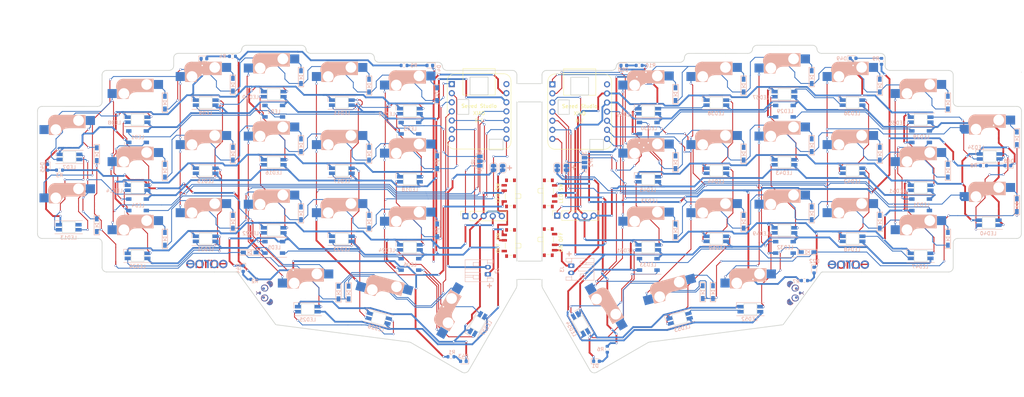
<source format=kicad_pcb>
(kicad_pcb (version 20221018) (generator pcbnew)
  (title_block (title "PandaWings") (date "2020-09-28") (rev "1.0") (company "IndiePandaaaaa") (comment 1 "forked from foostan/crkbd (Rev. 3.0.1)"))
  (layers (0 "F.Cu" signal) (31 "B.Cu" signal) (34 "B.Paste" user) (35 "F.Paste" user) (36 "B.SilkS" user "B.Silkscreen") (37 "F.SilkS" user "F.Silkscreen") (38 "B.Mask" user) (39 "F.Mask" user) (44 "Edge.Cuts" user))
  (net 0 "")
  (net 1 "row0")
  (net 2 "row1")
  (net 3 "Net-(D1-A)")
  (net 4 "row2")
  (net 5 "Net-(D2-A)")
  (net 6 "row3")
  (net 7 "Net-(D3-A)")
  (net 8 "Net-(D4-A)")
  (net 9 "Net-(D5-A)")
  (net 10 "Net-(D6-A)")
  (net 11 "Net-(D7-A)")
  (net 12 "Net-(D8-A)")
  (net 13 "Net-(D9-A)")
  (net 14 "Net-(D10-A)")
  (net 15 "Net-(D11-A)")
  (net 16 "Net-(D12-A)")
  (net 17 "Net-(D13-A)")
  (net 18 "Net-(D14-A)")
  (net 19 "Net-(D15-A)")
  (net 20 "Net-(D16-A)")
  (net 21 "Net-(D17-A)")
  (net 22 "Net-(D18-A)")
  (net 23 "Net-(D19-A)")
  (net 24 "Net-(D20-A)")
  (net 25 "GND")
  (net 26 "VCC")
  (net 27 "col1")
  (net 28 "col2")
  (net 29 "col3")
  (net 30 "col4")
  (net 31 "col5")
  (net 32 "LED")
  (net 33 "SCL")
  (net 34 "SDA")
  (net 35 "row0_r")
  (net 36 "Net-(D21-A)")
  (net 37 "Net-(D22-A)")
  (net 38 "Net-(D23-A)")
  (net 39 "Net-(D24-A)")
  (net 40 "Net-(D25-A)")
  (net 41 "row1_r")
  (net 42 "Net-(D26-A)")
  (net 43 "Net-(D27-A)")
  (net 44 "Net-(D28-A)")
  (net 45 "Net-(D29-A)")
  (net 46 "Net-(D30-A)")
  (net 47 "Net-(D31-A)")
  (net 48 "row2_r")
  (net 49 "Net-(D32-A)")
  (net 50 "Net-(D33-A)")
  (net 51 "Net-(D34-A)")
  (net 52 "Net-(D35-A)")
  (net 53 "Net-(D36-A)")
  (net 54 "Net-(D37-A)")
  (net 55 "Net-(D38-A)")
  (net 56 "row3_r")
  (net 57 "Net-(D39-A)")
  (net 58 "Net-(D40-A)")
  (net 59 "SDA_r")
  (net 60 "SCL_r")
  (net 61 "LED_r")
  (net 62 "col1_r")
  (net 63 "col2_r")
  (net 64 "col3_r")
  (net 65 "col4_r")
  (net 66 "col5_r")
  (net 67 "VDD")
  (net 68 "GNDA")
  (net 69 "Net-(D41-A)")
  (net 70 "Net-(D42-A)")
  (net 71 "Net-(D43-A)")
  (net 72 "Net-(D44-A)")
  (net 73 "Net-(D45-A)")
  (net 74 "Net-(D46-A)")
  (net 75 "Net-(D47-A)")
  (net 76 "Net-(D48-A)")
  (net 77 "Net-(D49-A)")
  (net 78 "Net-(D50-A)")
  (net 79 "Net-(J2-Pin_1)")
  (net 80 "Net-(J2-Pin_2)")
  (net 82 "Net-(LED1-DOUT)")
  (net 83 "Net-(LED1-DIN)")
  (net 84 "Net-(LED2-DIN)")
  (net 85 "Net-(LED4-DOUT)")
  (net 86 "Net-(LED5-DOUT)")
  (net 87 "Net-(LED27-DIN)")
  (net 89 "Net-(LED13-DIN)")
  (net 90 "Net-(LED7-DIN)")
  (net 91 "Net-(LED14-DOUT)")
  (net 92 "Net-(LED15-DIN)")
  (net 93 "Net-(LED10-DOUT)")
  (net 94 "Net-(LED10-DIN)")
  (net 95 "Net-(LED11-DOUT)")
  (net 96 "Net-(LED11-DIN)")
  (net 97 "Net-(LED12-DIN)")
  (net 99 "Net-(LED14-DIN)")
  (net 100 "Net-(LED15-DOUT)")
  (net 101 "Net-(LED16-DIN)")
  (net 102 "Net-(LED17-DOUT)")
  (net 103 "Net-(LED18-DIN)")
  (net 104 "Net-(LED20-DIN)")
  (net 105 "Net-(LED22-DIN)")
  (net 106 "Net-(LED23-DOUT)")
  (net 107 "Net-(LED24-DIN)")
  (net 108 "Net-(LED25-DIN)")
  (net 109 "Net-(LED28-DOUT)")
  (net 110 "Net-(LED28-DIN)")
  (net 111 "Net-(LED29-DIN)")
  (net 112 "Net-(LED34-DOUT)")
  (net 113 "Net-(LED34-DIN)")
  (net 114 "Net-(LED35-DIN)")
  (net 115 "Net-(LED36-DOUT)")
  (net 116 "Net-(LED36-DIN)")
  (net 117 "Net-(LED37-DIN)")
  (net 118 "Net-(LED38-DOUT)")
  (net 119 "Net-(LED38-DIN)")
  (net 120 "Net-(LED39-DIN)")
  (net 122 "Net-(LED41-DIN)")
  (net 123 "Net-(LED42-DOUT)")
  (net 124 "Net-(LED43-DIN)")
  (net 125 "Net-(LED44-DOUT)")
  (net 126 "Net-(LED45-DIN)")
  (net 127 "Net-(LED47-DIN)")
  (net 128 "Net-(LED49-DIN)")
  (net 129 "Net-(LED50-DOUT)")
  (net 130 "Net-(LED51-DIN)")
  (net 131 "Net-(LED52-DIN)")
  (net 132 "VCC_LED_PERM")
  (net 133 "VCC_LED_R_PERM")
  (net 134 "SDA_LED")
  (net 135 "SDA_R_LED")
  (net 138 "Net-(J3-Pin_1)")
  (net 139 "Net-(J3-Pin_2)")
  (net 140 "Net-(LED31-DOUT)")
  (net 141 "Net-(LED32-DOUT)")
  (net 142 "Net-(LED33-DOUT)")
  (net 145 "Net-(J7-Pin_1)")
  (net 146 "Net-(J8-Pin_1)")
  (footprint "kbd:CherryMX_Hotswap" (layer "F.Cu") (at 39.1075 35.78)
    (fp_text reference "SW2" hide)
    (fp_text value "SW_PUSH" hide)
  )
  (footprint "kbd:CherryMX_Hotswap" (layer "F.Cu") (at 58.1075 31.03)
    (fp_text reference "SW3" hide)
    (fp_text value "SW_PUSH" hide)
  )
  (footprint "kbd:CherryMX_Hotswap" (layer "F.Cu") (at 77.1075 28.655)
    (fp_text reference "SW4" hide)
    (fp_text value "SW_PUSH" hide)
  )
  (footprint "kbd:CherryMX_Hotswap" (layer "F.Cu") (at 96.1075 31.03)
    (fp_text reference "SW5" hide)
    (fp_text value "SW_PUSH" hide)
  )
  (footprint "kbd:CherryMX_Hotswap" (layer "F.Cu") (at 20.1075 45.84)
    (fp_text reference "SW7" hide)
    (fp_text value "SW_PUSH" hide)
  )
  (footprint "kbd:CherryMX_Hotswap" (layer "F.Cu") (at 39.1075 54.78)
    (fp_text reference "SW8" hide)
    (fp_text value "SW_PUSH" hide)
  )
  (footprint "kbd:CherryMX_Hotswap" (layer "F.Cu") (at 58.1075 50.03)
    (fp_text reference "SW9" hide)
    (fp_text value "SW_PUSH" hide)
  )
  (footprint "kbd:CherryMX_Hotswap" (layer "F.Cu") (at 77.1075 47.655)
    (fp_text reference "SW10" hide)
    (fp_text value "SW_PUSH" hide)
  )
  (footprint "kbd:CherryMX_Hotswap" (layer "F.Cu") (at 96.1075 50.03)
    (fp_text reference "SW11" hide)
    (fp_text value "SW_PUSH" hide)
  )
  (footprint "kbd:CherryMX_Hotswap" (layer "F.Cu") (at 115.1075 52.405)
    (fp_text reference "SW12" hide)
    (fp_text value "SW_PUSH" hide)
  )
  (footprint "kbd:CherryMX_Hotswap" (layer "F.Cu") (at 20.1075 64.89)
    (fp_text reference "SW13" hide)
    (fp_text value "SW_PUSH" hide)
  )
  (footprint "kbd:CherryMX_Hotswap" (layer "F.Cu") (at 39.1075 73.78)
    (fp_text reference "SW14" hide)
    (fp_text value "SW_PUSH" hide)
  )
  (footprint "kbd:CherryMX_Hotswap" (layer "F.Cu") (at 58.1075 69.03)
    (fp_text reference "SW15" hide)
    (fp_text value "SW_PUSH" hide)
  )
  (footprint "kbd:CherryMX_Hotswap" (layer "F.Cu") (at 77.1075 66.655)
    (fp_text reference "SW16" hide)
    (fp_text value "SW_PUSH" hide)
  )
  (footprint "kbd:CherryMX_Hotswap" (layer "F.Cu") (at 96.1075 69.03)
    (fp_text reference "SW17" hide)
    (fp_text value "SW_PUSH" hide)
  )
  (footprint "kbd:CherryMX_Hotswap" (layer "F.Cu") (at 115.1075 71.405)
    (fp_text reference "SW18" hide)
    (fp_text value "SW_PUSH" hide)
  )
  (footprint "kbd:CherryMX_Hotswap" (layer "F.Cu") (at 86.6075 88.655)
    (fp_text reference "SW19" hide)
    (fp_text value "SW_PUSH" hide)
  )
  (footprint "kbd:CherryMX_Hotswap" (layer "F.Cu") (at 107.6075 91.405 -15)
    (fp_text reference "SW20" hide)
    (fp_text value "SW_PUSH" hide)
  )
  (footprint "kbd:CherryMX_Hotswap_1.5u" (layer "F.Cu") (at 129.8575 95.155 60)
    (fp_text reference "SW21" hide)
    (fp_text value "SW_PUSH" hide)
  )
  (footprint "kbd:CherryMX_Hotswap_1.5u" (layer "F.Cu") (at 166.8645 95.15 -60)
    (fp_text reference "SW42" hide)
    (fp_text value "SW_PUSH" hide)
  )
  (footprint "kbd:CherryMX_Hotswap" (layer "F.Cu") (at 219.6145 66.65)
    (fp_text reference "SW37" hide)
    (fp_text value "SW_PUSH" hide)
  )
  (footprint "kbd:CherryMX_Hotswap" (layer "F.Cu") (at 200.6145 69.025)
    (fp_text reference "SW38" hide)
    (fp_text value "SW_PUSH" hide)
  )
  (footprint "kbd:CherryMX_Hotswap" (layer "F.Cu") (at 181.6145 71.4)
    (fp_text reference "SW39" hide)
    (fp_text value "SW_PUSH" hide)
  )
  (footprint "kbd:CherryMX_Hotswap" (layer "F.Cu") (at 210.1145 88.65)
    (fp_text reference "SW40" hide)
    (fp_text value "SW_PUSH" hide)
  )
  (footprint "kbd:CherryMX_Hotswap" (layer "F.Cu") (at 189.1145 91.4 15)
    (fp_text reference "SW41" hide)
    (fp_text value "SW_PUSH" hide)
  )
  (footprint "kbd:CherryMX_Hotswap" (layer "F.Cu") (at 219.6145 28.65)
    (fp_text reference "SW25" hide)
    (fp_text value "SW_PUSH" hide)
  )
  (footprint "kbd:CherryMX_Hotswap" (layer "F.Cu") (at 200.6145 31.025)
    (fp_text reference "SW26" hide)
    (fp_text value "SW_PUSH" hide)
  )
  (footprint "kbd:CherryMX_Hotswap" (layer "F.Cu") (at 276.86 64.525)
    (fp_text reference "SW28" hide)
    (fp_text value "SW_PUSH" hide)
  )
  (footprint "kbd:CherryMX_Hotswap" (layer "F.Cu") (at 238.6145 31.025)
    (fp_text reference "SW24" hide)
    (fp_text value "SW_PUSH" hide)
  )
  (footprint "kbd:CherryMX_Hotswap" (layer "F.Cu") (at 257.6145 54.775)
    (fp_text reference "SW29" hide)
    (fp_text value "SW_PUSH" hide)
  )
  (footprint "kbd:CherryMX_Hotswap" (layer "F.Cu") (at 257.6145 73.775)
    (fp_text reference "SW35" hide)
    (fp_text value "SW_PUSH" hide)
  )
  (footprint "kbd:CherryMX_Hotswap" (layer "F.Cu") (at 238.6145 69.025)
    (fp_text reference "SW36" hide)
    (fp_text value "SW_PUSH" hide)
  )
  (footprint "kbd:CherryMX_Hotswap" (layer "F.Cu") (at 257.6145 35.775)
    (fp_text reference "SW23" hide)
    (fp_text value "SW_PUSH" hide)
  )
  (footprint "kbd:CherryMX_Hotswap" (layer "F.Cu") (at 238.6145 50.025)
    (fp_text reference "SW30" hide)
    (fp_text value "SW_PUSH" hide)
  )
  (footprint "kbd:CherryMX_Hotswap" (layer "F.Cu") (at 219.6145 47.65)
    (fp_text reference "SW31" hide)
    (fp_text value "SW_PUSH" hide)
  )
  (footprint "kbd:CherryMX_Hotswap" (layer "F.Cu") (at 200.6145 50.025)
    (fp_text reference "SW32" hide)
    (fp_text value "SW_PUSH" hide)
  )
  (footprint "kbd:CherryMX_Hotswap" (layer "F.Cu") (at 181.6145 52.4)
    (fp_text reference "SW33" hide)
    (fp_text value "SW_PUSH" hide)
  )
  (footprint "kbd:CherryMX_Hotswap" (layer "F.Cu") (at 276.86 45.72)
    (fp_text reference "SW34" hide)
    (fp_text value "SW_PUSH" hide)
  )
  (footprint "kbd:M2_HOLE_v2" (layer "F.Cu") (at 105.5755 41.7655)
    (fp_text reference "Ref**" hide)
    (fp_text value "Val**" hide)
  )
  (footprint "kbd:M2_HOLE_v2" (layer "F.Cu") (at 72.7645 81.5205)
    (fp_text reference "Ref**" hide)
    (fp_text value "Val**" hide)
  )
  (footprint "kbd:M2_HOLE_v2" (layer "F.Cu") (at 119.3305 89.135)
    (fp_text reference "Ref**" hide)
    (fp_text value "Val**" hide)
  )
  (footprint "kbd:M2_HOLE_v2" (layer "F.Cu") (at 127.8695 74.254)
    (fp_text reference "Ref**" hide)
    (fp_text value "Val**" hide)
  )
  (footprint "kbd:M2_HOLE_v2" (layer "F.Cu") (at 142.3015 82.775)
    (fp_text reference "Ref**" hide)
    (fp_text value "Val**" hide)
  )
  (footprint "kbd:M2_HOLE_v2" (layer "F.Cu") (at 177.3895 89.145 180)
    (fp_text reference "Ref**" hide)
    (fp_text value "Val**" hide)
  )
  (footprint "kbd:M2_HOLE_v2" (layer "F.Cu") (at 223.9555 81.5305 180)
    (fp_text reference "Ref**" hide)
    (fp_text value "Val**" hide)
  )
  (footprint "kbd:M2_HOLE_v2" (layer "F.Cu") (at 267.0995 45.2655 180)
    (fp_text reference "Ref**" hide)
    (fp_text value "Val**" hide)
  )
  (footprint "kbd:M2_HOLE_v2" (layer "F.Cu") (at 191.1445 41.7755 180)
    (fp_text reference "Ref**" hide)
    (fp_text value "Val**" hide)
  )
  (footprint "kbd:CherryMX_Hotswap" (layer "F.Cu") (at 115.1075 33.405)
    (fp_text reference "SW6" hide)
    (fp_text value "SW_PUSH" hide)
  )
  (footprint "kbd:CherryMX_Hotswap" (layer "F.Cu") (at 181.6075 33.405)
    (fp_text reference "SW27" hide)
    (fp_text value "SW_PUSH" hide)
  )
  (footprint "kbd:M2_HOLE_v2" (layer "F.Cu") (at 27.5195 54.1395)
    (fp_text reference "Ref**" hide)
    (fp_text value "Val**" hide)
  )
  (footprint "kbd:M2_HOLE_v2" (layer "F.Cu") (at 29.6075 45.28)
    (fp_text reference "Ref**" hide)
    (fp_text value "Val**" hide)
  )
  (footprint "foolstan_kbd:Breakaway_Tabs" (layer "F.Cu") (at 145.120512 82.53232 90)
    (fp_text reference "REF**")
    (fp_text value "Breakaway_Tabs")
  )
  (footprint "foolstan_kbd:Breakaway_Tabs" (layer "F.Cu") (at 151.777349 33.02551 -90)
    (fp_text reference "REF**")
    (fp_text value "Breakaway_Tabs")
  )
  (footprint "Seeed Studio XIAO Series Library:XIAO-Generic-Thruhole-14P-2.54-21X17.8MM" (layer "F.Cu") (at 162.480146 38.284453)
    (fp_text reference "BLE")
    (fp_text value "xiao-ble" hide)
  )
  (footprint "keyboard:corne-logo-horizontal_F.CU" (layer "F.Cu") (at 237.576338 81.042486)
    (fp_text reference "G***" hide)
    (fp_text value "LOGO" hide)
  )
  (footprint "foolstan_kbd:Breakaway_Tabs" (layer "F.Cu") (at 145.117222 33.079509 90)
    (fp_text reference "REF**")
    (fp_text value "Breakaway_Tabs")
  )
  (footprint "keyboard:corne-logo-horizontal_F.CU" (layer "F.Cu") (at 58.550627 80.879954)
    (fp_text reference "G***" hide)
    (fp_text value "LOGO" hide)
  )
  (footprint "foolstan_kbd:Breakaway_Tabs" (layer "F.Cu") (at 151.766582 82.579928 -90)
    (fp_text reference "REF**")
    (fp_text value "Breakaway_Tabs")
  )
  (footprint "Connector_PinSocket_2.54mm:PinSocket_1x05_P2.54mm_Vertical" (layer "F.Cu") (at 156.21 67.31 90)
    (fp_text reference "J4" hide)
    (fp_text value "CONN_DISPLAY_SOCKET")
  )
  (footprint "Panda-Logo:Panda_Logo_07mm" (layer "F.Cu") (at 74.295 88.9 -90)
    (fp_text reference "G***" hide)
    (fp_text value "LOGO" hide)
  )
  (footprint "keyboard:corne-logo-horizontal-B.CU" (layer "F.Cu") (at 58.730774 80.896491)
    (fp_text reference "G***" hide)
    (fp_text value "LOGO" hide)
  )
  (footprint "Seeed Studio XIAO Series Library:XIAO-Generic-Thruhole-14P-2.54-21X17.8MM" (layer "F.Cu") (at 134.4075 38.22)
    (fp_text reference "BLE")
    (fp_text value "xiao-ble" hide)
  )
  (footprint "Button_Switch_SMD:SW_SPDT_PCM12" (layer "F.Cu") (at 154.05675 61.109749 -90)
    (fp_text reference "LED SW")
    (fp_text value "SW_LED_PERM")
  )
  (footprint "Panda-Logo:Panda_Logo_07mm" (layer "F.Cu") (at 222.885 88.9 90)
    (fp_text reference "G***" hide)
    (fp_text value "LOGO" hide)
  )
  (footprint "Button_Switch_SMD:SW_SPDT_PCM12" (layer "F.Cu") (at 142.838162 61.094886 90)
    (fp_text reference "LED SW")
    (fp_text value "SW_LED_PERM")
  )
  (footprint "Button_Switch_SMD:SW_SPDT_PCM12" (layer "F.Cu") (at 142.859018 74.943327 90)
    (fp_text reference "OFF ON")
    (fp_text value "SW_ONOFF")
  )
  (footprint "Connector_PinSocket_2.54mm:PinSocket_1x05_P2.54mm_Vertical" (layer "F.Cu") (at 130.5975 67.43 90)
    (fp_text reference "J1" hide)
    (fp_text value "CONN_DISPLAY_SOCKET")
  )
  (footprint "keyboard:corne-logo-horizontal-B.CU" (layer "F.Cu") (at 237.759778 81.057829)
    (fp_text reference "G***" hide)
    (fp_text value "LOGO" hide)
  )
  (footprint "Button_Switch_SMD:SW_SPDT_PCM12" (layer "F.Cu") (at 154.034874 74.705493 -90)
    (fp_text reference "ON OFF")
    (fp_text value "SW_ONOFF_R")
  )
  (footprint "kbd:D3_SMD_v2" (layer "B.Cu") (at 46.7345 35.78 90)
    (fp_text reference "D2" hide)
    (fp_text value "D" hide)
  )
  (footprint "kbd:D3_SMD_v2" (layer "B.Cu") (at 65.7075 30.78 90)
    (fp_text reference "D3" hide)
    (fp_text value "D" hide)
  )
  (footprint "kbd:D3_SMD_v2" (layer "B.Cu") (at 84.7075 28.655 90)
    (fp_text reference "D4" hide)
    (fp_text value "D" hide)
  )
  (footprint "kbd:D3_SMD_v2" (layer "B.Cu") (at 103.7075 31.03 90)
    (fp_text reference "D5" hide)
    (fp_text value "D" hide)
  )
  (footprint "kbd:D3_SMD_v2" (layer "B.Cu") (at 122.7075 33.405 90)
    (fp_text reference "D6" hide)
    (fp_text value "D" hide)
  )
  (footprint "foolstan_kbd:D3_SMD_v2" (layer "B.Cu") (at 27.7345 50.155 90)
    (fp_text reference "D7" hide)
    (fp_text value "D" hide)
  )
  (footprint "kbd:D3_SMD_v2" (layer "B.Cu") (at 46.7345 54.78 90)
    (fp_text reference "D8" hide)
    (fp_text value "D" hide)
  )
  (footprint "kbd:D3_SMD_v2" (layer "B.Cu") (at 65.7075 50.03 90)
    (fp_text reference "D9" hide)
    (fp_text value "D" hide)
  )
  (footprint "kbd:D3_SMD_v2" (layer "B.Cu") (at 84.7075 47.655 90)
    (fp_text reference "D10" hide)
    (fp_text value "D" hide)
  )
  (footprint "kbd:D3_SMD_v2" (layer "B.Cu") (at 103.7075 50.03 90)
    (fp_text reference "D11" hide)
    (fp_text value "D" hide)
  )
  (footprint "kbd:D3_SMD_v2" (layer "B.Cu") (at 122.7075 52.405 90)
    (fp_text reference "D12" hide)
    (fp_text value "D" hide)
  )
  (footprint "kbd:D3_SMD_v2" (layer "B.Cu") (at 27.7275 69.97 90)
    (fp_text reference "D13" hide)
    (fp_text value "D" hide)
  )
  (footprint "kbd:D3_SMD_v2" (layer "B.Cu") (at 46.7345 73.78 90)
    (fp_text reference "D14" hide)
    (fp_text value "D" hide)
  )
  (footprint "kbd:D3_SMD_v2" (layer "B.Cu") (at 65.7075 69.03 90)
    (fp_text reference "D15" hide)
    (fp_text value "D" hide)
  )
  (footprint "kbd:D3_SMD_v2" (layer "B.Cu") (at 84.7075 66.655 90)
    (fp_text reference "D16" hide)
    (fp_text value "D" hide)
  )
  (footprint "kbd:D3_SMD_v2" (layer "B.Cu") (at 103.7075 69.03 90)
    (fp_text reference "D17" hide)
    (fp_text value "D" hide)
  )
  (footprint "kbd:D3_SMD_v2" (layer "B.Cu") (at 122.7075 71.405 90)
    (fp_text reference "D18" hide)
    (fp_text value "D" hide)
  )
  (footprint "kbd:D3_SMD_v2" (layer "B.Cu") (at 70.4025 77.59)
    (fp_text reference "D19" hide)
    (fp_text value "D" hide)
  )
  (footprint "kbd:D3_SMD_v2" (layer "B.Cu") (at 95.1645 88.765 90)
    (fp_text reference "D20" hide)
    (fp_text value "D" hide)
  )
  (footprint "kbd:D3_SMD_v2" (layer "B.Cu") (at 98.0075 88.765 90)
    (fp_text reference "D21" hide)
    (fp_text value "D" hide)
  )
  (footprint "kbd:YS-SK6812MINI-E" (layer "B.Cu") (at 20.1075 50.92)
    (fp_text reference "LED7")
    (fp_text value "YS-SK6812MINI-E")
    (fp_line (start -1.8 -1.55) (end 1.8 -1.55) (stroke (width 0.12)) (layer "Edge.Cuts"))
    (fp_line (start -1.8 1.55) (end -1.8 -1.55) (stroke (width 0.12)) (layer "Edge.Cuts"))
    (fp_line (start 1.8 -1.55) (end 1.8 1.55) (stroke (width 0.12)) (layer "Edge.Cuts"))
    (fp_line (start 1.8 1.55) (end -1.8 1.55) (stroke (width 0.12)) (layer "Edge.Cuts"))
  )
  (footprint "kbd:YS-SK6812MINI-E" (layer "B.Cu") (at 39.1075 40.53)
    (fp_text reference "LED8")
    (fp_text value "YS-SK6812MINI-E")
    (fp_line (start -1.8 -1.55) (end 1.8 -1.55) (stroke (width 0.12)) (layer "Edge.Cuts"))
    (fp_line (start -1.8 1.55) (end -1.8 -1.55) (stroke (width 0.12)) (layer "Edge.Cuts"))
    (fp_line (start 1.8 -1.55) (end 1.8 1.55) (stroke (width 0.12)) (layer "Edge.Cuts"))
    (fp_line (start 1.8 1.55) (end -1.8 1.55) (stroke (width 0.12)) (layer "Edge.Cuts"))
  )
  (footprint "kbd:YS-SK6812MINI-E" (layer "B.Cu") (at 58.1075 35.78)
    (fp_text reference "LED9")
    (fp_text value "YS-SK6812MINI-E")
    (fp_line (start -1.8 -1.55) (end 1.8 -1.55) (stroke (width 0.12)) (layer "Edge.Cuts"))
    (fp_line (start -1.8 1.55) (end -1.8 -1.55) (stroke (width 0.12)) (layer "Edge.Cuts"))
    (fp_line (start 1.8 -1.55) (end 1.8 1.55) (stroke (width 0.12)) (layer "Edge.Cuts"))
    (fp_line (start 1.8 1.55) (end -1.8 1.55) (stroke (width 0.12)) (layer "Edge.Cuts"))
  )
  (footprint "kbd:YS-SK6812MINI-E" (layer "B.Cu") (at 77.1075 33.405)
    (fp_text reference "LED10")
    (fp_text value "YS-SK6812MINI-E")
    (fp_line (start -1.8 -1.55) (end 1.8 -1.55) (stroke (width 0.12)) (layer "Edge.Cuts"))
    (fp_line (start -1.8 1.55) (end -1.8 -1.55) (stroke (width 0.12)) (layer "Edge.Cuts"))
    (fp_line (start 1.8 -1.55) (end 1.8 1.55) (stroke (width 0.12)) (layer "Edge.Cuts"))
    (fp_line (start 1.8 1.55) (end -1.8 1.55) (stroke (width 0.12)) (layer "Edge.Cuts"))
  )
  (footprint "kbd:YS-SK6812MINI-E" (layer "B.Cu") (at 96.1075 35.78)
    (fp_text reference "LED11")
    (fp_text value "YS-SK6812MINI-E")
    (fp_line (start -1.8 -1.55) (end 1.8 -1.55) (stroke (width 0.12)) (layer "Edge.Cuts"))
    (fp_line (start -1.8 1.55) (end -1.8 -1.55) (stroke (width 0.12)) (layer "Edge.Cuts"))
    (fp_line (start 1.8 -1.55) (end 1.8 1.55) (stroke (width 0.12)) (layer "Edge.Cuts"))
    (fp_line (start 1.8 1.55) (end -1.8 1.55) (stroke (width 0.12)) (layer "Edge.Cuts"))
  )
  (footprint "kbd:YS-SK6812MINI-E" (layer "B.Cu") (at 115.1075 38.155)
    (fp_text reference "LED12")
    (fp_text value "YS-SK6812MINI-E")
    (fp_line (start -1.8 -1.55) (end 1.8 -1.55) (stroke (width 0.12)) (layer "Edge.Cuts"))
    (fp_line (start -1.8 1.55) (end -1.8 -1.55) (stroke (width 0.12)) (layer "Edge.Cuts"))
    (fp_line (start 1.8 -1.55) (end 1.8 1.55) (stroke (width 0.12)) (layer "Edge.Cuts"))
    (fp_line (start 1.8 1.55) (end -1.8 1.55) (stroke (width 0.12)) (layer "Edge.Cuts"))
  )
  (footprint "kbd:YS-SK6812MINI-E" (layer "B.Cu") (at 19.8975 70.54)
    (fp_text reference "LED13")
    (fp_text value "YS-SK6812MINI-E")
    (fp_line (start -1.8 -1.55) (end 1.8 -1.55) (stroke (width 0.12)) (layer "Edge.Cuts"))
    (fp_line (start -1.8 1.55) (end -1.8 -1.55) (stroke (width 0.12)) (layer "Edge.Cuts"))
    (fp_line (start 1.8 -1.55) (end 1.8 1.55) (stroke (width 0.12)) (layer "Edge.Cuts"))
    (fp_line (start 1.8 1.55) (end -1.8 1.55) (stroke (width 0.12)) (layer "Edge.Cuts"))
  )
  (footprint "kbd:YS-SK6812MINI-E" (layer "B.Cu") (at 39.1075 59.53)
    (fp_text reference "LED14")
    (fp_text value "YS-SK6812MINI-E")
    (fp_line (start -1.8 -1.55) (end 1.8 -1.55) (stroke (width 0.12)) (layer "Edge.Cuts"))
    (fp_line (start -1.8 1.55) (end -1.8 -1.55) (stroke (width 0.12)) (layer "Edge.Cuts"))
    (fp_line (start 1.8 -1.55) (end 1.8 1.55) (stroke (width 0.12)) (layer "Edge.Cuts"))
    (fp_line (start 1.8 1.55) (end -1.8 1.55) (stroke (width 0.12)) (layer "Edge.Cuts"))
  )
  (footprint "kbd:YS-SK6812MINI-E" (layer "B.Cu") (at 58.1075 54.78)
    (fp_text reference "LED15")
    (fp_text value "YS-SK6812MINI-E")
    (fp_line (start -1.8 -1.55) (end 1.8 -1.55) (stroke (width 0.12)) (layer "Edge.Cuts"))
    (fp_line (start -1.8 1.55) (end -1.8 -1.55) (stroke (width 0.12)) (layer "Edge.Cuts"))
    (fp_line (start 1.8 -1.55) (end 1.8 1.55) (stroke (width 0.12)) (layer "Edge.Cuts"))
    (fp_line (start 1.8 1.55) (end -1.8 1.55) (stroke (width 0.12)) (layer "Edge.Cuts"))
  )
  (footprint "kbd:YS-SK6812MINI-E" (layer "B.Cu") (at 77.1075 52.405)
    (fp_text reference "LED16")
    (fp_text value "YS-SK6812MINI-E")
    (fp_line (start -1.8 -1.55) (end 1.8 -1.55) (stroke (width 0.12)) (layer "Edge.Cuts"))
    (fp_line (start -1.8 1.55) (end -1.8 -1.55) (stroke (width 0.12)) (layer "Edge.Cuts"))
    (fp_line (start 1.8 -1.55) (end 1.8 1.55) (stroke (width 0.12)) (layer "Edge.Cuts"))
    (fp_line (start 1.8 1.55) (end -1.8 1.55) (stroke (width 0.12)) (layer "Edge.Cuts"))
  )
  (footprint "kbd:YS-SK6812MINI-E" (layer "B.Cu") (at 96.1075 54.78)
    (fp_text reference "LED17")
    (fp_text value "YS-SK6812MINI-E")
    (fp_line (start -1.8 -1.55) (end 1.8 -1.55) (stroke (width 0.12)) (layer "Edge.Cuts"))
    (fp_line (start -1.8 1.55) (end -1.8 -1.55) (stroke (width 0.12)) (layer "Edge.Cuts"))
    (fp_line (start 1.8 -1.55) (end 1.8 1.55) (stroke (width 0.12)) (layer "Edge.Cuts"))
    (fp_line (start 1.8 1.55) (end -1.8 1.55) (stroke (width 0.12)) (layer "Edge.Cuts"))
  )
  (footprint "kbd:YS-SK6812MINI-E" (layer "B.Cu") (at 115.1075 57.155)
    (fp_text reference "LED18")
    (fp_text value "YS-SK6812MINI-E")
    (fp_line (start -1.8 -1.55) (end 1.8 -1.55) (stroke (width 0.12)) (layer "Edge.Cuts"))
    (fp_line (start -1.8 1.55) (end -1.8 -1.55) (stroke (width 0.12)) (layer "Edge.Cuts"))
    (fp_line (start 1.8 -1.55) (end 1.8 1.55) (stroke (width 0.12)) (layer "Edge.Cuts"))
    (fp_line (start 1.8 1.55) (end -1.8 1.55) (stroke (width 0.12)) (layer "Edge.Cuts"))
  )
  (footprint "kbd:YS-SK6812MINI-E" (layer "B.Cu") (at 39.1075 78.53)
    (fp_text reference "LED20")
    (fp_text value "YS-SK6812MINI-E")
    (fp_line (start -1.8 -1.55) (end 1.8 -1.55) (stroke (width 0.12)) (layer "Edge.Cuts"))
    (fp_line (start -1.8 1.55) (end -1.8 -1.55) (stroke (width 0.12)) (layer "Edge.Cuts"))
    (fp_line (start 1.8 -1.55) (end 1.8 1.55) (stroke (width 0.12)) (layer "Edge.Cuts"))
    (fp_line (start 1.8 1.55) (end -1.8 1.55) (stroke (width 0.12)) (layer "Edge.Cuts"))
  )
  (footprint "kbd:YS-SK6812MINI-E" (layer "B.Cu") (at 58.1075 73.78)
    (fp_text reference "LED21")
    (fp_text value "YS-SK6812MINI-E")
    (fp_line (start -1.8 -1.55) (end 1.8 -1.55) (stroke (width 0.12)) (layer "Edge.Cuts"))
    (fp_line (start -1.8 1.55) (end -1.8 -1.55) (stroke (width 0.12)) (layer "Edge.Cuts"))
    (fp_line (start 1.8 -1.55) (end 1.8 1.55) (stroke (width 0.12)) (layer "Edge.Cuts"))
    (fp_line (start 1.8 1.55) (end -1.8 1.55) (stroke (width 0.12)) (layer "Edge.Cuts"))
  )
  (footprint "kbd:YS-SK6812MINI-E" (layer "B.Cu") (at 77.1075 71.405)
    (fp_text reference "LED22")
    (fp_text value "YS-SK6812MINI-E")
    (fp_line (start -1.8 -1.55) (end 1.8 -1.55) (stroke (width 0.12)) (layer "Edge.Cuts"))
    (fp_line (start -1.8 1.55) (end -1.8 -1.55) (stroke (width 0.12)) (layer "Edge.Cuts"))
    (fp_line (start 1.8 -1.55) (end 1.8 1.55) (stroke (width 0.12)) (layer "Edge.Cuts"))
    (fp_line (start 1.8 1.55) (end -1.8 1.55) (stroke (width 0.12)) (layer "Edge.Cuts"))
  )
  (footprint "kbd:YS-SK6812MINI-E" (layer "B.Cu") (at 115.1075 76.155)
    (fp_text reference "LED24")
    (fp_text value "YS-SK6812MINI-E")
    (fp_line (start -1.8 -1.55) (end 1.8 -1.55) (stroke (width 0.12)) (layer "Edge.Cuts"))
    (fp_line (start -1.8 1.55) (end -1.8 -1.55) (stroke (width 0.12)) (layer "Edge.Cuts"))
    (fp_line (start 1.8 -1.55) (end 1.8 1.55) (stroke (width 0.12)) (layer "Edge.Cuts"))
    (fp_line (start 1.8 1.55) (end -1.8 1.55) (stroke (width 0.12)) (layer "Edge.Cuts"))
  )
  (footprint "kbd:YS-SK6812MINI-E" (layer "B.Cu") (at 133.971121 97.53 60)
    (fp_text reference "LED27")
    (fp_text value "YS-SK6812MINI-E")
    (fp_line (start -1.8 -1.55) (end 1.8 -1.55) (stroke (width 0.12)) (layer "Edge.Cuts"))
    (fp_line (start -1.8 1.55) (end -1.8 -1.55) (stroke (width 0.12)) (layer "Edge.Cuts"))
    (fp_line (start 1.8 -1.55) (end 1.8 1.55) (stroke (width 0.12)) (layer "Edge.Cuts"))
    (fp_line (start 1.8 1.55) (end -1.8 1.55) (stroke (width 0.12)) (layer "Edge.Cuts"))
  )
  (footprint "LED_SMD:LED_WS2812B_PLCC4_5.0x5.0mm_P3.2mm" (layer "B.Cu") (at 39.1075 45.28 180)
    (fp_text reference "LED1")
    (fp_text value "WS2812B")
  )
  (footprint "LED_SMD:LED_WS2812B_PLCC4_5.0x5.0mm_P3.2mm" (layer "B.Cu") (at 77.1075 38.155 180)
    (fp_text reference "LED2")
    (fp_text value "WS2812B")
  )
  (footprint "LED_SMD:LED_WS2812B_PLCC4_5.0x5.0mm_P3.2mm" (layer "B.Cu") (at 115.1075 42.905 180)
    (fp_text reference "LED3")
    (fp_text value "WS2812B")
  )
  (footprint "LED_SMD:LED_WS2812B_PLCC4_5.0x5.0mm_P3.2mm" (layer "B.Cu") (at 77.1075 76.155 180)
    (fp_text reference "LED5")
    (fp_text value "WS2812B")
  )
  (footprint "LED_SMD:LED_WS2812B_PLCC4_5.0x5.0mm_P3.2mm" (layer "B.Cu") (at 115.1075 80.905 180)
    (fp_text reference "LED6")
    (fp_text value "WS2812B")
  )
  (footprint "LED_SMD:LED_WS2812B_PLCC4_5.0x5.0mm_P3.2mm" (layer "B.Cu") (at 257.6075 45.28 180)
    (fp_text reference "LED28")
    (fp_text value "WS2812B")
  )
  (footprint "LED_SMD:LED_WS2812B_PLCC4_5.0x5.0mm_P3.2mm" (layer "B.Cu") (at 219.6075 38.155 180)
    (fp_text reference "LED29")
    (fp_text value "WS2812B")
  )
  (footprint "LED_SMD:LED_WS2812B_PLCC4_5.0x5.0mm_P3.2mm" (layer "B.Cu") (at 181.6075 42.905 180)
    (fp_text reference "LED30")
    (fp_text value "WS2812B")
  )
  (footprint "LED_SMD:LED_WS2812B_PLCC4_5.0x5.0mm_P3.2mm" (layer "B.Cu") (at 257.6075 64.28 180)
    (fp_text reference "LED31")
    (fp_text value "WS2812B")
  )
  (footprint "LED_SMD:LED_WS2812B_PLCC4_5.0x5.0mm_P3.2mm" (layer "B.Cu") (at 219.6075 76.155 180)
    (fp_text reference "LED32")
    (fp_text value "WS2812B")
  )
  (footprint "LED_SMD:LED_WS2812B_PLCC4_5.0x5.0mm_P3.2mm" (layer "B.Cu") (at 181.6075 80.905 180)
    (fp_text reference "LED33")
    (fp_text value "WS2812B")
  )
  (footprint "kbd:YS-SK6812MINI-E" (layer "B.Cu") (at 219.6075 52.405)
    (fp_text reference "LED43")
    (fp_text value "YS-SK6812MINI-E")
    (fp_line (start -1.8 -1.55) (end 1.8 -1.55) (stroke (width 0.12)) (layer "Edge.Cuts"))
    (fp_line (start -1.8 1.55) (end -1.8 -1.55) (stroke (width 0.12)) (layer "Edge.Cuts"))
    (fp_line (start 1.8 -1.55) (end 1.8 1.55) (stroke (width 0.12)) (layer "Edge.Cuts"))
    (fp_line (start 1.8 1.55) (end -1.8 1.55) (stroke (width 0.12)) (layer "Edge.Cuts"))
  )
  (footprint "kbd:YS-SK6812MINI-E" (layer "B.Cu") (at 200.6075 54.78)
    (fp_text reference "LED44")
    (fp_text value "YS-SK6812MINI-E")
    (fp_line (start -1.8 -1.55) (end 1.8 -1.55) (stroke (width 0.12)) (layer "Edge.Cuts"))
    (fp_line (start -1.8 1.55) (end -1.8 -1.55) (stroke (width 0.12)) (layer "Edge.Cuts"))
    (fp_line (start 1.8 -1.55) (end 1.8 1.55) (stroke (width 0.12)) (layer "Edge.Cuts"))
    (fp_line (start 1.8 1.55) (end -1.8 1.55) (stroke (width 0.12)) (layer "Edge.Cuts"))
  )
  (footprint "kbd:YS-SK6812MINI-E" (layer "B.Cu") (at 181.6075 57.155)
    (fp_text reference "LED45")
    (fp_text value "YS-SK6812MINI-E")
    (fp_line (start -1.8 -1.55) (end 1.8 -1.55) (stroke (width 0.12)) (layer "Edge.Cuts"))
    (fp_line (start -1.8 1.55) (end -1.8 -1.55) (stroke (width 0.12)) (layer "Edge.Cuts"))
    (fp_line (start 1.8 -1.55) (end 1.8 1.55) (stroke (width 0.12)) (layer "Edge.Cuts"))
    (fp_line (start 1.8 1.55) (end -1.8 1.55) (stroke (width 0.12)) (layer "Edge.Cuts"))
  )
  (footprint "kbd:YS-SK6812MINI-E" (layer "B.Cu") (at 257.6075 78.53)
    (fp_text reference "LED47")
    (fp_text value "YS-SK6812MINI-E")
    (fp_line (start -1.8 -1.55) (end 1.8 -1.55) (stroke (width 0.12)) (layer "Edge.Cuts"))
    (fp_line (start -1.8 1.55) (end -1.8 -1.55) (stroke (width 0.12)) (layer "Edge.Cuts"))
    (fp_line (start 1.8 -1.55) (end 1.8 1.55) (stroke (width 0.12)) (layer "Edge.Cuts"))
    (fp_line (start 1.8 1.55) (end -1.8 1.55) (stroke (width 0.12)) (layer "Edge.Cuts"))
  )
  (footprint "kbd:YS-SK6812MINI-E" (layer "B.Cu") (at 238.6075 73.78)
    (fp_text reference "LED48")
    (fp_text value "YS-SK6812MINI-E")
    (fp_line (start -1.8 -1.55) (end 1.8 -1.55) (stroke (width 0.12)) (layer "Edge.Cuts"))
    (fp_line (start -1.8 1.55) (end -1.8 -1.55) (stroke (width 0.12)) (layer "Edge.Cuts"))
    (fp_line (start 1.8 -1.55) (end 1.8 1.55) (stroke (width 0.12)) (layer "Edge.Cuts"))
    (fp_line (start 1.8 1.55) (end -1.8 1.55) (stroke (width 0.12)) (layer "Edge.Cuts"))
  )
  (footprint "kbd:YS-SK6812MINI-E" (layer "B.Cu") (at 219.6075 71.405)
    (fp_text reference "LED49")
    (fp_text value "YS-SK6812MINI-E")
    (fp_line (start -1.8 -1.55) (end 1.8 -1.55) (stroke (width 0.12)) (layer "Edge.Cuts"))
    (fp_line (start -1.8 1.55) (end -1.8 -1.55) (stroke (width 0.12)) (layer "Edge.Cuts"))
    (fp_line (start 1.8 -1.55) (end 1.8 1.55) (stroke (width 0.12)) (layer "Edge.Cuts"))
    (fp_line (start 1.8 1.55) (end -1.8 1.55) (stroke (width 0.12)) (layer "Edge.Cuts"))
  )
  (footprint "kbd:YS-SK6812MINI-E" (layer "B.Cu") (at 200.6075 73.78)
    (fp_text reference "LED50")
    (fp_text value "YS-SK6812MINI-E")
    (fp_line (start -1.8 -1.55) (end 1.8 -1.55) (stroke (width 0.12)) (layer "Edge.Cuts"))
    (fp_line (start -1.8 1.55) (end -1.8 -1.55) (stroke (width 0.12)) (layer "Edge.Cuts"))
    (fp_line (start 1.8 -1.55) (end 1.8 1.55) (stroke (width 0.12)) (layer "Edge.Cuts"))
    (fp_line (start 1.8 1.55) (end -1.8 1.55) (stroke (width 0.12)) (layer "Edge.Cuts"))
  )
  (footprint "kbd:YS-SK6812MINI-E" (layer "B.Cu") (at 181.6075 76.155)
    (fp_text reference "LED51")
    (fp_text value "YS-SK6812MINI-E")
    (fp_line (start -1.8 -1.55) (end 1.8 -1.55) (stroke (width 0.12)) (layer "Edge.Cuts"))
    (fp_line (start -1.8 1.55) (end -1.8 -1.55) (stroke (width 0.12)) (layer "Edge.Cuts"))
    (fp_line (start 1.8 -1.55) (end 1.8 1.55) (stroke (width 0.12)) (layer "Edge.Cuts"))
    (fp_line (start 1.8 1.55) (end -1.8 1.55) (stroke (width 0.12)) (layer "Edge.Cuts"))
  )
  (footprint "kbd:YS-SK6812MINI-E" (layer "B.Cu") (at 210.1075 93.405)
    (fp_text reference "LED52")
    (fp_text value "YS-SK6812MINI-E")
    (fp_line (start -1.8 -1.55) (end 1.8 -1.55) (stroke (width 0.12)) (layer "Edge.Cuts"))
    (fp_line (start -1.8 1.55) (end -1.8 -1.55) (stroke (width 0.12)) (layer "Edge.Cuts"))
    (fp_line (start 1.8 -1.55) (end 1.8 1.55) (stroke (width 0.12)) (layer "Edge.Cuts"))
    (fp_line (start 1.8 1.55) (end -1.8 1.55) (stroke (width 0.12)) (layer "Edge.Cuts"))
  )
  (footprint "kbd:YS-SK6812MINI-E" (layer "B.Cu") (at 190.34389 95.988148 15)
    (fp_text reference "LED53")
    (fp_text value "YS-SK6812MINI-E")
    (fp_line (start -1.8 -1.55) (end 1.8 -1.55) (stroke (width 0.12)) (layer "Edge.Cuts"))
    (fp_line (start -1.8 1.55) (end -1.8 -1.55) (stroke (width 0.12)) (layer "Edge.Cuts"))
    (fp_line (start 1.8 -1.55) (end 1.8 1.55) (stroke (width 0.12)) (layer "Edge.Cuts"))
    (fp_line (start 1.8 1.55) (end -1.8 1.55) (stroke (width 0.12)) (layer "Edge.Cuts"))
  )
  (footprint "kbd:D3_SMD_v2" (layer "B.Cu") (at 265.2145 35.775 90)
    (fp_text reference "D23" hide)
    (fp_text value "D" hide)
  )
  (footprint "kbd:D3_SMD_v2" (layer "B.Cu") (at 246.2145 31.025 90)
    (fp_text reference "D24" hide)
    (fp_text value "D" hide)
  )
  (footprint "kbd:D3_SMD_v2" (layer "B.Cu") (at 227.2145 28.65 90)
    (fp_text reference "D25" hide)
    (fp_text value "D" hide)
  )
  (footprint "kbd:D3_SMD_v2" (layer "B.Cu") (at 189.2075 33.405 90)
    (fp_text reference "D27" hide)
    (fp_text value "D" hide)
  )
  (footprint "kbd:D3_SMD_v2" (layer "B.Cu") (at 284.46 64.375 90)
    (fp_text reference "D28" hide)
    (fp_text value "D" hide)
  )
  (footprint "kbd:D3_SMD_v2" (layer "B.Cu") (at 265.2145 54.775 90)
    (fp_text reference "D29" hide)
    (fp_text value "D" hide)
  )
  (footprint "kbd:D3_SMD_v2" (layer "B.Cu") (at 246.2145 50.025 90)
    (fp_text reference "D30" hide)
    (fp_text value "D" hide)
  )
  (footprint "kbd:D3_SMD_v2" (layer "B.Cu") (at 227.2145 47.65 90)
    (fp_text reference "D31" hide)
    (fp_text value "D" hide)
  )
  (footprint "kbd:D3_SMD_v2" (layer "B.Cu") (at 208.2145 50.025 90)
    (fp_text reference "D32" hide)
    (fp_text value "D" hide)
  )
  (footprint "kbd:D3_SMD_v2" (layer "B.Cu") (at 189.2075 52.405 90)
    (fp_text reference "D33" hide)
    (fp_text value "D" hide)
  )
  (footprint "kbd:D3_SMD_v2" (layer "B.Cu") (at 284.46 45.72 90)
    (fp_text reference "D34" hide)
    (fp_text value "D" hide)
  )
  (footprint "kbd:D3_SMD_v2" (layer "B.Cu") (at 265.2145 73.775 90)
    (fp_text reference "D35" hide)
    (fp_text value "D" hide)
  )
  (footprint "kbd:D3_SMD_v2" (layer "B.Cu") (at 246.2145 69.025 90)
    (fp_text reference "D36" hide)
    (fp_text value "D" hide)
  )
  (footprint "kbd:D3_SMD_v2" (layer "B.Cu") (at 227.2145 66.65 90)
    (fp_text reference "D37" hide)
    (fp_text value "D" hide)
  )
  (footprint "kbd:D3_SMD_v2" (layer "B.Cu") (at 208.2145 69.025 90)
    (fp_text reference "D38" hide)
    (fp_text value "D" hide)
  )
  (footprint "kbd:D3_SMD_v2" (layer "B.Cu") (at 189.2075 71.405 90)
    (fp_text reference "D39" hide)
    (fp_text value "D" hide)
  )
  (footprint "kbd:D3_SMD_v2" (layer "B.Cu") (at 226.06 77.47 180)
    (fp_text reference "D40" hide)
    (fp_text value "D" hide)
  )
  (footprint "kbd:D3_SMD_v2" (layer "B.Cu") (at 199.6645 88.65 90)
    (fp_text reference "D41" hide)
    (fp_text value "D" hide)
  )
  (footprint "kbd:D3_SMD_v2" (layer "B.Cu") (at 196.8145 88.65 90)
    (fp_text reference "D42" hide)
    (fp_text value "D" hide)
  )
  (footprint "kbd:D3_SMD_v2" (layer "B.Cu") (at 208.2145 31.025 90)
    (fp_text reference "D26" hide)
    (fp_text value "D" hide)
  )
  (footprint "kbd:YS-SK6812MINI-E" (layer "B.Cu") (at 86.6075 93.405)
    (fp_text reference "LED25")
    (fp_text value "YS-SK6812MINI-E")
    (fp_line (start -1.8 -1.55) (end 1.8 -1.55) (stroke (width 0.12)) (layer "Edge.Cuts"))
    (fp_line (start -1.8 1.55) (end -1.8 -1.55) (stroke (width 0.12)) (layer "Edge.Cuts"))
    (fp_line (start 1.8 -1.55) (end 1.8 1.55) (stroke (width 0.12)) (layer "Edge.Cuts"))
    (fp_line (start 1.8 1.55) (end -1.8 1.55) (stroke (width 0.12)) (layer "Edge.Cuts"))
  )
  (footprint "kbd:YS-SK6812MINI-E" (layer "B.Cu") (at 106.37811 95.993148 -15)
    (fp_text reference "LED26")
    (fp_text value "YS-SK6812MINI-E")
    (fp_line (start -1.8 -1.55) (end 1.8 -1.55) (stroke (width 0.12)) (layer "Edge.Cuts"))
    (fp_line (start -1.8 1.55) (end -1.8 -1.55) (stroke (width 0.12)) (layer "Edge.Cuts"))
    (fp_line (start 1.8 -1.55) (end 1.8 1.55) (stroke (width 0.12)) (layer "Edge.Cuts"))
    (fp_line (start 1.8 1.55) (end -1.8 1.55) (stroke (width 0.12)) (layer "Edge.Cuts"))
  )
  (footprint "LED_SMD:LED_WS2812B_PLCC4_5.0x5.0mm_P3.2mm" (layer "B.Cu") (at 39.1075 64.28 180)
    (fp_text reference "LED4")
    (fp_text value "WS2812B")
  )
  (footprint "kbd:YS-SK6812MINI-E" (layer "B.Cu") (at 96.1075 73.78)
    (fp_text reference "LED23")
    (fp_text value "YS-SK6812MINI-E")
    (fp_line (start -1.8 -1.55) (end 1.8 -1.55) (stroke (width 0.12)) (layer "Edge.Cuts"))
    (fp_line (start -1.8 1.55) (end -1.8 -1.55) (stroke (width 0.12)) (layer "Edge.Cuts"))
    (fp_line (start 1.8 -1.55) (end 1.8 1.55) (stroke (width 0.12)) (layer "Edge.Cuts"))
    (fp_line (start 1.8 1.55) (end -1.8 1.55) (stroke (width 0.12)) (layer "Edge.Cuts"))
  )
  (footprint "kbd:YS-SK6812MINI-E" (layer "B.Cu") (at 276.86 50.8)
    (fp_text reference "LED34")
    (fp_text value "YS-SK6812MINI-E")
    (fp_line (start -1.8 -1.55) (end 1.8 -1.55) (stroke (width 0.12)) (layer "Edge.Cuts"))
    (fp_line (start -1.8 1.55) (end -1.8 -1.55) (stroke (width 0.12)) (layer "Edge.Cuts"))
    (fp_line (start 1.8 -1.55) (end 1.8 1.55) (stroke (width 0.12)) (layer "Edge.Cuts"))
    (fp_line (start 1.8 1.55) (end -1.8 1.55) (stroke (width 0.12)) (layer "Edge.Cuts"))
  )
  (footprint "kbd:YS-SK6812MINI-E" (layer "B.Cu") (at 257.6075 40.53)
    (fp_text reference "LED35")
    (fp_text value "YS-SK6812MINI-E")
    (fp_line (start -1.8 -1.55) (end 1.8 -1.55) (stroke (width 0.12)) (layer "Edge.Cuts"))
    (fp_line (start -1.8 1.55) (end -1.8 -1.55) (stroke (width 0.12)) (layer "Edge.Cuts"))
    (fp_line (start 1.8 -1.55) (end 1.8 1.55) (stroke (width 0.12)) (layer "Edge.Cuts"))
    (fp_line (start 1.8 1.55) (end -1.8 1.55) (stroke (width 0.12)) (layer "Edge.Cuts"))
  )
  (footprint "kbd:YS-SK6812MINI-E" (layer "B.Cu") (at 238.6075 35.78)
    (fp_text reference "LED36")
    (fp_text value "YS-SK6812MINI-E")
    (fp_line (start -1.8 -1.55) (end 1.8 -1.55) (stroke (width 0.12)) (layer "Edge.Cuts"))
    (fp_line (start -1.8 1.55) (end -1.8 -1.55) (stroke (width 0.12)) (layer "Edge.Cuts"))
    (fp_line (start 1.8 -1.55) (end 1.8 1.55) (stroke (width 0.12)) (layer "Edge.Cuts"))
    (fp_line (start 1.8 1.55) (end -1.8 1.55) (stroke (width 0.12)) (layer "Edge.Cuts"))
  )
  (footprint "kbd:YS-SK6812MINI-E" (layer "B.Cu") (at 219.6075 33.405)
    (fp_text reference "LED37")
    (fp_text value "YS-SK6812MINI-E")
    (fp_line (start -1.8 -1.55) (end 1.8 -1.55) (stroke (width 0.12)) (layer "Edge.Cuts"))
    (fp_line (start -1.8 1.55) (end -1.8 -1.55) (stroke (width 0.12)) (layer "Edge.Cuts"))
    (fp_line (start 1.8 -1.55) (end 1.8 1.55) (stroke (width 0.12)) (layer "Edge.Cuts"))
    (fp_line (start 1.8 1.55) (end -1.8 1.55) (stroke (width 0.12)) (layer "Edge.Cuts"))
  )
  (footprint "kbd:YS-SK6812MINI-E" (layer "B.Cu") (at 200.6075 35.78)
    (fp_text reference "LED38")
    (fp_text value "YS-SK6812MINI-E")
    (fp_line (start -1.8 -1.55) (end 1.8 -1.55) (stroke (width 0.12)) (layer "Edge.Cuts"))
    (fp_line (start -1.8 1.55) (end -1.8 -1.55) (stroke (width 0.12)) (layer "Edge.Cuts"))
    (fp_line (start 1.8 -1.55) (end 1.8 1.55) (stroke (width 0.12)) (layer "Edge.Cuts"))
    (fp_line (start 1.8 1.55) (end -1.8 1.55) (stroke (width 0.12)) (layer "Edge.Cuts"))
  )
  (footprint "kbd:YS-SK6812MINI-E" (layer "B.Cu") (at 181.6075 38.155)
    (fp_text reference "LED39")
    (fp_text value "YS-SK6812MINI-E")
    (fp_line (start -1.8 -1.55) (end 1.8 -1.55) (stroke (width 0.12)) (layer "Edge.Cuts"))
    (fp_line (start -1.8 1.55) (end -1.8 -1.55) (stroke (width 0.12)) (layer "Edge.Cuts"))
    (fp_line (start 1.8 -1.55) (end 1.8 1.55) (stroke (width 0.12)) (layer "Edge.Cuts"))
    (fp_line (start 1.8 1.55) (end -1.8 1.55) (stroke (width 0.12)) (layer "Edge.Cuts"))
  )
  (footprint "kbd:YS-SK6812MINI-E" (layer "B.Cu") (at 276.6075 69.28)
    (fp_text reference "LED40")
    (fp_text value "YS-SK6812MINI-E")
    (fp_line (start -1.8 -1.55) (end 1.8 -1.55) (stroke (width 0.12)) (layer "Edge.Cuts"))
    (fp_line (start -1.8 1.55) (end -1.8 -1.55) (stroke (width 0.12)) (layer "Edge.Cuts"))
    (fp_line (start 1.8 -1.55) (end 1.8 1.55) (stroke (width 0.12)) (layer "Edge.Cuts"))
    (fp_line (start 1.8 1.55) (end -1.8 1.55) (stroke (width 0.12)) (layer "Edge.Cuts"))
  )
  (footprint "kbd:YS-SK6812MINI-E" (layer "B.Cu") (at 257.6075 59.53)
    (fp_text reference "LED41")
    (fp_text value "YS-SK6812MINI-E")
    (fp_line (start -1.8 -1.55) (end 1.8 -1.55) (stroke (width 0.12)) (layer "Edge.Cuts"))
    (fp_line (start -1.8 1.55) (end -1.8 -1.55) (stroke (width 0.12)) (layer "Edge.Cuts"))
    (fp_line (start 1.8 -1.55) (end 1.8 1.55) (stroke (width 0.12)) (layer "Edge.Cuts"))
    (fp_line (start 1.8 1.55) (end -1.8 1.55) (stroke (width 0.12)) (layer "Edge.Cuts"))
  )
  (footprint "kbd:YS-SK6812MINI-E" (layer "B.Cu") (at 238.6075 54.78)
    (fp_text reference "LED42")
    (fp_text value "YS-SK6812MINI-E")
    (fp_line (start -1.8 -1.55) (end 1.8 -1.55) (stroke (width 0.12)) (layer "Edge.Cuts"))
    (fp_line (start -1.8 1.55) (end -1.8 -1.55) (stroke (width 0.12)) (layer "Edge.Cuts"))
    (fp_line (start 1.8 -1.55) (end 1.8 1.55) (stroke (width 0.12)) (layer "Edge.Cuts"))
    (fp_line (start 1.8 1.55) (end -1.8 1.55) (stroke (width 0.12)) (layer "Edge.Cuts"))
  )
  (footprint "kbd:M2_HOLE_v2" (layer "B.Cu") (at 154.4185 82.785 180)
    (fp_text reference "Ref**" hide)
    (fp_text value "Val**" hide)
  )
  (footprint "kbd:M2_HOLE_v2" (layer "B.Cu") (at 269.1875 54.125 180)
    (fp_text reference "Ref**" hide)
    (fp_text value "Val**" hide)
  )
  (footprint "kbd:YS-SK6812MINI-E" (layer "B.Cu") (at 162.750879 97.525 -60)
    (fp_text reference "LED54")
    (fp_text value "YS-SK6812MINI-E")
    (fp_line (start -1.8 -1.55) (end 1.8 -1.55) (stroke (width 0.12)) (layer "Edge.Cuts"))
    (fp_line (start -1.8 1.55) (end -1.8 -1.55) (stroke (width 0.12)) (layer "Edge.Cuts"))
    (fp_line (start 1.8 -1.55) (end 1.8 1.55) (stroke (width 0.12)) (layer "Edge.Cuts"))
    (fp_line (start 1.8 1.55) (end -1.8 1.55) (stroke (width 0.12)) (layer "Edge.Cuts"))
  )
  (footprint "Resistor_SMD:R_0603_1608Metric" (layer "B.Cu") (at 113.475 25.4 180)
    (fp_text reference "R5")
    (fp_text value "R_LED_PERM")
  )
  (footprint "Jumper:SolderJumper-2_P1.3mm_Bridged_RoundedPad1.0x1.5mm" (layer "B.Cu") (at 140.97 53.99 90)
    (fp_text reference "J7" hide)
    (fp_text value "Conn_01x01_Socket")
  )
  (footprint "LED_SMD:LED_0603_1608Metric" (layer "B.Cu") (at 57.6325 23.495)
    (fp_text reference "D46")
    (fp_text value "LED_PERM")
  )
  (footprint "Jumper:SolderJumper-3_P1.3mm_Open_Pad1.0x1.5mm_NumberLabels" (layer "B.Cu") (at 134.62 52.1 90)
    (fp_text reference "JP1")
    (fp_text value "SolderJumper")
  )
  (footprint "Resistor_SMD:R_0603_1608Metric" (layer "B.Cu") (at 65.595 22.86)
    (fp_text reference "R4")
    (fp_text value "R_LED_PERM")
  )
  (footprint "LED_SMD:LED_0603_1608Metric" (layer "B.Cu") (at 281.94 53.34 180)
    (fp_text reference "D48")
    (fp_text value "LED_PERM")
  )
  (footprint "Connector_JST:JST_PH_S2B-PH-K_1x02_P2.00mm_Horizontal" (layer "B.Cu") (at 160.11 81.28 -90)
    (fp_text reference "J3")
    (fp_text value "Conn_01x02")
  )
  (footprint "Jumper:SolderJumper-3_P1.3mm_Open_Pad1.0x1.5mm_NumberLabels" (layer "B.Cu") (at 163.83 52.462251 90)
    (fp_text reference "JP2")
    (fp_text value "SolderJumper")
  )
  (footprint "LED_SMD:LED_0603_1608Metric" (layer "B.Cu") (at 174.7775 25.4)
    (fp_text reference "D50")
    (fp_text value "LED_PERM")
  )
  (footprint "LED_SMD:LED_0603_1608Metric" (layer "B.Cu") (at 227.876035 82.495575 -90)
    (fp_text reference "D22")
    (fp_text value "LED_PERM")
  )
  (footprint "Resistor_SMD:R_0603_1608Metric" (layer "B.Cu") (at 17.335 54.61)
    (fp_text reference "R3")
    (fp_text value "R_LED_PERM")
  )
  (footprint "Resistor_SMD:R_0603_1608Metric" (layer "B.Cu") (at 126.555 106.68 180)
    (fp_text reference "R1")
    (fp_text value "R_LED_PERM")
  )
  (footprint "Resistor_SMD:R_0603_1608Metric" (layer "B.Cu") (at 275.145 53.34 180)
    (fp_text reference "R8")
    (fp_text value "R_LED_PERM")
  )
  (footprint "LED_SMD:LED_0603_1608Metric" (layer "B.Cu") (at 68.58 82.0675 -90)
    (fp_text reference "D44")
    (fp_text value "LED_PERM")
  )
  (footprint "Resistor_SMD:R_0603_1608Metric" (layer "B.Cu") (at 170.18 104.585 90)
    (fp_text reference "R6")
    (fp_text value "R_LED_PERM")
  )
  (footprint "Panda-Logo:Panda_Logo_07mm" (layer "B.Cu") (at 222.885 88.9 -90)
    (fp_text reference "G***" hide)
    (fp_text value "LOGO" hide)
  )
  (footprint "LED_SMD:LED_0603_1608Metric" (layer "B.Cu") (at 130.0225 107.95 180)
    (fp_text reference "D43")
    (fp_text value "LED_PERM")
  )
  (footprint "Resistor_SMD:R_0603_1608Metric" (layer "B.Cu") (at 179.07 25.4)
    (fp_text reference "R10")
    (fp_text value "R_LED_PERM")
  )
  (footprint "LED_SMD:LED_0603_1608Metric" (layer "B.Cu") (at 167.1575 107.95)
    (fp_text reference "D1")
    (fp_text value "LED_PERM")
  )
  (footprint "Jumper:SolderJumper-2_P1.3mm_Bridged_RoundedPad1.0x1.5mm" (layer "B.Cu") (at 158.78 53.99 90)
    (fp_text reference "J8" hide)
    (fp_text value "Conn_01x01_Socket")
  )
  (footprint "Resistor_SMD:R_0603_1608Metric" (layer "B.Cu") (at 71.565 85.09)
    (fp_text reference "R2")
    (fp_text value "R_LED_PERM")
  )
  (footprint "Jumper:SolderJumper-2_P1.3mm_Bridged_RoundedPad1.0x1.5mm" (layer "B.Cu") (at 138.43 53.99 90)
    (fp_text reference "J5" hide)
    (fp_text value "Conn_01x01_Socket")
  )
  (footprint "Resistor_SMD:R_0603_1608Metric" (layer "B.Cu") (at 225.192979 85.423655 180)
    (fp_text reference "R7")
    (fp_text value "R_LED_PERM")
  )
  (footprint "LED_SMD:LED_0603_1608Metric" (layer "B.Cu") (at 120.65 25.4 180)
    (fp_text reference "D47")
    (fp_text value "LED_PERM")
  )
  (footprint "Panda-Logo:Panda_Logo_07mm" (layer "B.Cu") (at 74.295 88.9 90)
    (fp_text reference "G***" hide)
    (fp_text value "LOGO" hide)
  )
  (footprint "LED_SMD:LED_0603_1608Metric" (layer "B.Cu") (at 13.97 53.8225 -90)
    (fp_text reference "D45")
    (fp_text value "LED_PERM")
  )
  (footprint "Connector_JST:JST_PH_S2B-PH-K_1x02_P2.00mm_Horizontal" (layer "B.Cu") (at 136.8575 83.67 90)
    (fp_text reference "J2")
    (fp_text value "Conn_01x02")
  )
  (footprint "Jumper:SolderJumper-2_P1.3mm_Bridged_RoundedPad1.0x1.5mm" (layer "B.Cu") (at 156.21 53.99 90)
    (fp_text reference "J6" hide)
    (fp_text value "Conn_01x01_Socket")
  )
  (footprint "Resistor_SMD:R_0603_1608Metric" (layer "B.Cu") (at 246.694807 24.243963 -90)
    (fp_text reference "R9")
    (fp_text value "R_LED_PERM")
  )
  (footprint "LED_SMD:LED_0603_1608Metric" (layer "B.Cu") (at 238.759999 23.397551)
    (fp_text reference "D49")
    (fp_text value "LED_PERM")
  )
  (gr_curve (pts (xy 181.6295 102.678) (xy 181.84293 102.613557) (xy 182.062163 102.570169) (xy 182.284056 102.54846)) (stroke (width 0.2)) (layer "Edge.Cuts"))
  (gr_curve (pts (xy 152.181791 87.625717) (xy 152.029054 87.360585) (xy 151.950612 87.059178) (xy 151.9547 86.753228)) (stroke (width 0.2)) (layer "Edge.Cuts"))
  (gr_line (start 173.99 24.526087) (end 190.5 24.526087) (stroke (width 0.2)) (layer "Edge.Cuts"))
  (gr_line (start 151.955216 35.56) (end 151.955216 80.01) (stroke (width 0.2)) (layer "Edge.Cuts"))
  (gr_line (start 241.1775 83.027309) (end 265.42659 83.027372) (stroke (width 0.2)) (layer "Edge.Cuts"))
  (gr_line (start 285.747281 38.097208) (end 285.702157 72.394278) (stroke (width 0.2)) (layer "Edge.Cuts"))
  (gr_line (start 248.977397 26.782043) (end 265.431348 26.782035) (stroke (width 0.2)) (layer "Edge.Cuts"))
  (gr_line (start 211.955471 19.767135) (end 227.433304 19.762714) (stroke (width 0.2)) (layer "Edge.Cuts"))
  (gr_line (start 192.970521 22.029826) (end 203.1675 22.028252) (stroke (width 0.2)) (layer "Edge.Cuts"))
  (gr_line (start 181.6295 102.678) (end 167.335417 110.939084) (stroke (width 0.2)) (layer "Edge.Cuts"))
  (gr_line (start 247.710552 23.29517) (end 247.707397 25.512043) (stroke (width 0.2)) (layer "Edge.Cuts"))
  (gr_line (start 229.951703 22.028937) (end 241.0775 22.028252) (stroke (width 0.2)) (layer "Edge.Cuts"))
  (gr_line (start 153.22495 26.778016) (end 171.43892 26.78024) (stroke (width 0.2)) (layer "Edge.Cuts"))
  (gr_curve (pts (xy 285.704628 27.278169) (xy 285.704628 27.278174) (xy 285.704628 27.278174) (xy 285.704628 27.278174)) (stroke (width 0.2)) (layer "Edge.Cuts"))
  (gr_line (start 165.4073 110.559612) (end 152.181276 87.627245) (stroke (width 0.2)) (layer "Edge.Cuts"))
  (gr_curve (pts (xy 165.410396 110.564226) (xy 165.409364 110.562688) (xy 165.408332 110.56115) (xy 165.4073 110.559612)) (stroke (width 0.2)) (layer "Edge.Cuts"))
  (gr_curve (pts (xy 167.335417 110.939084) (xy 166.700318 111.367153) (xy 165.838465 111.199314) (xy 165.410396 110.564226)) (stroke (width 0.2)) (layer "Edge.Cuts"))
  (gr_line (start 218.954506 97.778087) (end 182.284056 102.54846) (stroke (width 0.2)) (layer "Edge.Cuts"))
  (gr_curve (pts (xy 219.308071 97.631789) (xy 219.21428 97.725501) (xy 219.087101 97.778126) (xy 218.954506 97.778087)) (stroke (width 0.2)) (layer "Edge.Cuts"))
  (gr_line (start 229.851095 83.174629) (end 219.308071 97.631789) (stroke (width 0.2)) (layer "Edge.Cuts"))
  (gr_line (start 66.690339 83.020073) (end 60.5575 83.021073) (stroke (width 0.2)) (layer "Edge.Cuts"))
  (gr_line (start 50.464881 22.019902) (end 66.918987 22.016182) (stroke (width 0.2)) (layer "Edge.Cuts"))
  (gr_line (start 87.369288 22.024364) (end 98.5675 22.018729) (stroke (width 0.2)) (layer "Edge.Cuts"))
  (gr_line (start 67.043905 83.166629) (end 77.586929 97.623789) (stroke (width 0.2)) (layer "Edge.Cuts"))
  (gr_line (start 77.940494 97.770087) (end 114.610944 102.54046) (stroke (width 0.2)) (layer "Edge.Cuts"))
  (gr_curve (pts (xy 129.559583 110.931084) (xy 130.194682 111.359153) (xy 131.056535 111.191314) (xy 131.484604 110.556226)) (stroke (width 0.2)) (layer "Edge.Cuts"))
  (gr_curve (pts (xy 131.484604 110.556226) (xy 131.485636 110.554688) (xy 131.486668 110.55315) (xy 131.4877 110.551612)) (stroke (width 0.2)) (layer "Edge.Cuts"))
  (gr_line (start 131.4877 110.551612) (end 144.713724 87.619245) (stroke (width 0.2)) (layer "Edge.Cuts"))
  (gr_line (start 143.672453 26.766331) (end 125.428178 26.773245) (stroke (width 0.2)) (layer "Edge.Cuts"))
  (gr_line (start 68.164256 21.042644) (end 68.188987 20.746182) (stroke (width 0.2)) (layer "Edge.Cuts"))
  (gr_line (start 115.2655 102.67) (end 129.559583 110.931084) (stroke (width 0.2)) (layer "Edge.Cuts"))
  (gr_line (start 103.920403 22.01772) (end 98.5675 22.018729) (stroke (width 0.2)) (layer "Edge.Cuts"))
  (gr_line (start 84.854019 19.780826) (end 69.434256 19.772644) (stroke (width 0.2)) (layer "Edge.Cuts"))
  (gr_line (start 47.915843 26.771975) (end 30.47515 26.77268) (stroke (width 0.2)) (layer "Edge.Cuts"))
  (gr_line (start 11.189526 38.088811) (end 11.188596 72.39) (stroke (width 0.2)) (layer "Edge.Cuts"))
  (gr_line (start 60.5575 83.021073) (end 30.48 83.019674) (stroke (width 0.2)) (layer "Edge.Cuts"))
  (gr_line (start 144.939784 35.56) (end 144.939784 80.01) (stroke (width 0.2)) (layer "Edge.Cuts"))
  (gr_line (start 122.917578 24.515356) (end 106.454964 24.522275) (stroke (width 0.2)) (layer "Edge.Cuts"))
  (gr_curve (pts (xy 144.713209 87.617717) (xy 144.865946 87.352585) (xy 144.944388 87.051178) (xy 144.9403 86.745228)) (stroke (width 0.2)) (layer "Edge.Cuts"))
  (gr_curve (pts (xy 229.851095 83.174629) (xy 229.944847 83.080818) (xy 230.072035 83.028103) (xy 230.204661 83.028073)) (stroke (width 0.2)) (layer "Edge.Cuts"))
  (gr_curve (pts (xy 77.586929 97.623789) (xy 77.68072 97.717501) (xy 77.807899 97.770126) (xy 77.940494 97.770087)) (stroke (width 0.2)) (layer "Edge.Cuts"))
  (gr_curve (pts (xy 67.043905 83.166629) (xy 66.950153 83.072818) (xy 66.822965 83.020103) (xy 66.690339 83.020073)) (stroke (width 0.2)) (layer "Edge.Cuts"))
  (gr_curve (pts (xy 115.2655 102.67) (xy 115.05207 102.605557) (xy 114.832837 102.562169) (xy 114.610944 102.54046)) (stroke (width 0.2)) (layer "Edge.Cuts"))
  (gr_line (start 27.94 73.66) (end 22.580614 73.66112) (stroke (width 0.2)) (layer "Edge.Cuts"))
  (gr_line (start 151.9547 86.753228) (end 151.953153 85.082675) (stroke (width 0.2)) (layer "Edge.Cuts"))
  (gr_arc (start 284.477281 36.827208) (mid 285.375307 37.199182) (end 285.747281 38.097208) (stroke (width 0.2)) (layer "Edge.Cuts"))
  (gr_arc (start 151.95495 28.048016) (mid 152.326924 27.14999) (end 153.22495 26.778016) (stroke (width 0.2)) (layer "Edge.Cuts"))
  (gr_line (start 29.21 81.749674) (end 29.21 74.93) (stroke (width 0.2)) (layer "Edge.Cuts"))
  (gr_line (start 209.436208 22.030851) (end 203.1675 22.028252) (stroke (width 0.2)) (layer "Edge.Cuts"))
  (gr_rect (start 159.976015 28.687736) (end 164.960927 33.657987) (stroke (width 0.2)) (fill none) (layer "Edge.Cuts"))
  (gr_arc (start 29.20515 28.04268) (mid 29.577124 27.144654) (end 30.47515 26.77268) (stroke (width 0.2)) (layer "Edge.Cuts"))
  (gr_line (start 266.7 74.93) (end 266.69659 81.757372) (stroke (width 0.2)) (layer "Edge.Cuts"))
  (gr_arc (start 12.457477 73.663491) (mid 11.559451 73.291517) (end 11.187477 72.393491) (stroke (width 0.2)) (layer "Edge.Cuts"))
  (gr_arc (start 29.21 35.56) (mid 28.838026 36.458026) (end 27.94 36.83) (stroke (width 0.2)) (layer "Edge.Cuts"))
  (gr_arc (start 229.951703 22.028937) (mid 229.053677 21.656963) (end 228.681703 20.758937) (stroke (width 0.2)) (layer "Edge.Cuts"))
  (gr_arc (start 143.672453 26.766331) (mid 144.570479 27.138305) (end 144.942453 28.036331) (stroke (width 0.2)) (layer "Edge.Cuts"))
  (gr_line (start 144.939784 30.48) (end 151.955216 30.48) (stroke (width 0.2)) (layer "Edge.Cuts"))
  (gr_line (start 144.942453 28.036331) (end 144.939784 30.48) (stroke (width 0.2)) (layer "Edge.Cuts"))
  (gr_arc (start 103.920403 22.022663) (mid 104.802312 22.380744) (end 105.184963 23.252274) (stroke (width 0.2)) (layer "Edge.Cuts"))
  (gr_arc (start 210.706208 20.760851) (mid 210.334234 21.658877) (end 209.436208 22.030851) (stroke (width 0.2)) (layer "Edge.Cuts"))
  (gr_line (start 27.94 36.83) (end 12.459526 36.818811) (stroke (width 0.2)) (layer "Edge.Cuts"))
  (gr_rect (start 156.45469 34.997311) (end 159.569265 39.041444) (stroke (width 0.2)) (fill none) (layer "Edge.Cuts"))
  (gr_arc (start 285.704876 72.39707) (mid 285.332902 73.295096) (end 284.434876 73.66707) (stroke (width 0.2)) (layer "Edge.Cuts"))
  (gr_arc (start 30.48 83.019674) (mid 29.581974 82.6477) (end 29.21 81.749674) (stroke (width 0.2)) (layer "Edge.Cuts"))
  (gr_arc (start 246.440552 22.02517) (mid 247.338578 22.397144) (end 247.710552 23.29517) (stroke (width 0.2)) (layer "Edge.Cuts"))
  (gr_arc (start 11.189526 38.088811) (mid 11.5615 37.190785) (end 12.459526 36.818811) (stroke (width 0.2)) (layer "Edge.Cuts"))
  (gr_arc (start 191.705952 23.255335) (mid 192.090037 22.38647) (end 192.970521 22.029826) (stroke (width 0.2)) (layer "Edge.Cuts"))
  (gr_arc (start 84.854019 19.780826) (mid 85.752045 20.1528) (end 86.124019 21.050826) (stroke (width 0.2)) (layer "Edge.Cuts"))
  (gr_arc (start 125.428178 26.773245) (mid 124.530152 26.401271) (end 124.158178 25.503245) (stroke (width 0.2)) (layer "Edge.Cuts"))
  (gr_line (start 284.434876 73.66707) (end 279.0775 73.66) (stroke (width 0.2)) (layer "Edge.Cuts"))
  (gr_arc (start 265.431348 26.782035) (mid 266.329374 27.154009) (end 266.701348 28.052035) (stroke (width 0.2)) (layer "Edge.Cuts"))
  (gr_line (start 267.967281 36.827208) (end 284.477281 36.827208) (stroke (width 0.2)) (layer "Edge.Cuts"))
  (gr_arc (start 266.7 74.93) (mid 267.071974 74.031974) (end 267.97 73.66) (stroke (width 0.2)) (layer "Edge.Cuts"))
  (gr_arc (start 172.702818 25.522024) (mid 173.168219 24.793757) (end 173.99 24.526087) (stroke (width 0.2)) (layer "Edge.Cuts"))
  (gr_rect (start 128.35439 34.884686) (end 131.535196 39.041721) (stroke (width 0.2)) (fill none) (layer "Edge.Cuts"))
  (gr_arc (start 122.917578 24.513085) (mid 123.711225 24.790973) (end 124.158177 25.503245) (stroke (width 0.2)) (layer "Edge.Cuts"))
  (gr_line (start 86.124019 21.050826) (end 86.099288 20.754364) (stroke (width 0.2)) (layer "Edge.Cuts"))
  (gr_arc (start 248.977397 26.782043) (mid 248.079371 26.410069) (end 247.707397 25.512043) (stroke (width 0.2)) (layer "Edge.Cuts"))
  (gr_line (start 144.939784 35.56) (end 151.955216 35.56) (stroke (width 0.2)) (layer "Edge.Cuts"))
  (gr_line (start 144.942183 85.093956) (end 151.953153 85.082675) (stroke (width 0.2)) (layer "Edge.Cuts"))
  (gr_line (start 266.701348 28.052035) (end 266.7 35.56) (stroke (width 0.2)) (layer "Edge.Cuts"))
  (gr_arc (start 172.702461 25.521942) (mid 172.32827 26.407864) (end 171.43892 26.773835) (stroke (width 0.2)) (layer "Edge.Cuts"))
  (gr_arc (start 227.433304 19.762714) (mid 228.23189 20.042296) (end 228.681702 20.758937) (stroke (width 0.2)) (layer "Edge.Cuts"))
  (gr_arc (start 267.97 36.83) (mid 267.071974 36.458026) (end 266.7 35.56) (stroke (width 0.2)) (layer "Edge.Cuts"))
  (gr_line (start 151.955216 30.48) (end 151.95495 28.048016) (stroke (width 0.2)) (layer "Edge.Cuts"))
  (gr_arc (start 106.454964 24.522275) (mid 105.556938 24.1503) (end 105.184963 23.252274) (stroke (width 0.2)) (layer "Edge.Cuts"))
  (gr_line (start 230.204661 83.028073) (end 241.1775 83.027309) (stroke (width 0.2)) (layer "Edge.Cuts"))
  (gr_rect (start 131.882013 28.629065) (end 136.917953 33.630082) (stroke (width 0.2)) (fill none) (layer "Edge.Cuts"))
  (gr_line (start 12.457477 73.663491) (end 22.580614 73.66112) (stroke (width 0.2)) (layer "Edge.Cuts"))
  (gr_arc (start 210.706208 20.760851) (mid 211.157328 20.04586) (end 211.955471 19.767135) (stroke (width 0.2)) (layer "Edge.Cuts"))
  (gr_arc (start 49.194881 23.289902) (mid 49.566855 22.391876) (end 50.464881 22.019902) (stroke (width 0.2)) (layer "Edge.Cuts"))
  (gr_line (start 144.9403 86.745228) (end 144.942183 85.093956) (stroke (width 0.2)) (layer "Edge.Cuts"))
  (gr_arc (start 68.164256 21.042644) (mid 68.53623 20.144618) (end 69.434256 19.772644) (stroke (width 0.2)) (layer "Edge.Cuts"))
  (gr_rect (start 137.221089 45.987466) (end 141.081953 48.968639) (stroke (width 0.2)) (fill none) (layer "Edge.Cuts"))
  (gr_arc (start 87.369288 22.024364) (mid 86.471262 21.65239) (end 86.099288 20.754364) (stroke (width 0.2)) (layer "Edge.Cuts"))
  (gr_arc (start 191.705952 23.255335) (mid 191.333978 24.153361) (end 190.435952 24.525335) (stroke (width 0.2)) (layer "Edge.Cuts"))
  (gr_line (start 246.440552 22.02517) (end 241.0775 22.028252) (stroke (width 0.2)) (layer "Edge.Cuts"))
  (gr_line (start 49.185843 25.501975) (end 49.194881 23.289902) (stroke (width 0.2)) (layer "Edge.Cuts"))
  (gr_arc (start 27.94 73.66) (mid 28.838026 74.031974) (end 29.21 74.93) (stroke (width 0.2)) (layer "Edge.Cuts"))
  (gr_arc (start 49.185843 25.501975) (mid 48.813869 26.400001) (end 47.915843 26.771975) (stroke (width 0.2)) (layer "Edge.Cuts"))
  (gr_line (start 279.0775 73.66) (end 267.97 73.66) (stroke (width 0.2)) (layer "Edge.Cuts"))
  (gr_arc (start 68.188987 20.746182) (mid 67.817013 21.644208) (end 66.918987 22.016182) (stroke (width 0.2)) (layer "Edge.Cuts"))
  (gr_line (start 29.20515 28.04268) (end 29.21 35.56) (stroke (width 0.2)) (layer "Edge.Cuts"))
  (gr_rect (start 165.285349 46.030229) (end 169.110892 49.02362) (stroke (width 0.2)) (fill none) (layer "Edge.Cuts"))
  (gr_arc (start 266.69659 81.757372) (mid 266.324616 82.655398) (end 265.42659 83.027372) (stroke (width 0.2)) (layer "Edge.Cuts"))
  (gr_line (start 144.939784 80.01) (end 151.955216 80.01) (stroke (width 0.2)) (layer "Edge.Cuts"))
  (gr_text "+" (at 161.925 54.61) (layer "B.SilkS") (effects (font (size 1.5 1.5) (thickness 0.3) bold) (justify left bottom mirror)))
  (gr_text "+" (at 160.655 78.74) (layer "B.SilkS") (effects (font (size 1.5 1.5) (thickness 0.3) bold) (justify left bottom mirror)))
  (gr_text "+" (at 144.031576 54.761931) (layer "B.SilkS") (effects (font (size 1.5 1.5) (thickness 0.3) bold) (justify left bottom mirror)))
  (gr_text "+" (at 138.43 87.63) (layer "B.SilkS") (effects (font (size 1.5 1.5) (thickness 0.3) bold) (justify left bottom mirror)))
  (segment (start 124.46 34.29) (end 124.46 30.48) (width 0.25) (layer "F.Cu") (net 1))
  (segment (start 50.3075 27.305) (end 51.1075 26.505) (width 0.25) (layer "F.Cu") (net 1))
  (segment (start 50.3075 35.105) (end 50.3075 27.305) (width 0.25) (layer "F.Cu") (net 1))
  (via (at 124.46 30.48) (size 0.6) (drill 0.4) (layers "F.Cu" "B.Cu") (net 1))
  (via (at 124.46 34.29) (size 0.6) (drill 0.4) (layers "F.Cu" "B.Cu") (net 1))
  (via (at 51.1075 26.505) (size 0.6) (drill 0.4) (layers "F.Cu" "B.Cu") (net 1))
  (via (at 50.3075 35.105) (size 0.6) (drill 0.4) (layers "F.Cu" "B.Cu") (net 1))
  (segment (start 46.7345 37.555) (end 47.8575 37.555) (width 0.25) (layer "B.Cu") (net 1))
  (segment (start 122.7075 35.18) (end 123.57 35.18) (width 0.25) (layer "B.Cu") (net 1))
  (segment (start 83.9575 30.43) (end 84.7075 30.43) (width 0.25) (layer "B.Cu") (net 1))
  (segment (start 62.2575 32.555) (end 61.1075 31.405) (width 0.25) (layer "B.Cu") (net 1))
  (segment (start 94.9075 25.705) (end 99.3075 30.105) (width 0.25) (layer "B.Cu") (net 1))
  (segment (start 100.5075 32.805) (end 103.7075 32.805) (width 0.25) (layer "B.Cu") (net 1))
  (segment (start 118.4075 34.105) (end 119.4825 35.18) (width 0.25) (layer "B.Cu") (net 1))
  (segment (start 103.7075 32.805) (end 104.4075 32.805) (width 0.25) (layer "B.Cu") (net 1))
  (segment (start 66.4575 32.555) (end 67.7075 31.305) (width 0.25) (layer "B.Cu") (net 1))
  (segment (start 99.3075 31.605) (end 100.5075 32.805) (width 0.25) (layer "B.Cu") (net 1))
  (segment (start 114.1075 28.105) (end 118.4075 32.405) (width 0.25) (layer "B.Cu") (net 1))
  (segment (start 51.531764 26.505) (end 51.1075 26.505) (width 0.25) (layer "B.Cu") (net 1))
  (segment (start 121.9575 35.18) (end 122.7075 35.18) (width 0.25) (layer "B.Cu") (net 1))
  (segment (start 87.7075 25.705) (end 94.9075 25.705) (width 0.25) (layer "B.Cu") (net 1))
  (segment (start 65.7075 32.555) (end 66.4575 32.555) (width 0.25) (layer "B.Cu") (net 1))
  (segment (start 80.220686 29.205) (end 81.445686 30.43) (width 0.25) (layer "B.Cu") (net 1))
  (segment (start 61.1075 31.405) (end 61.1075 29.705) (width 0.25) (layer "B.Cu") (net 1))
  (segment (start 67.7075 31.305) (end 67.7075 24.705) (width 0.25) (layer "B.Cu") (net 1))
  (segment (start 75.9075 23.305) (end 80.2075 27.605) (width 0.25) (layer "B.Cu") (net 1))
  (segment (start 47.8575 37.555) (end 50.3075 35.105) (width 0.25) (layer "B.Cu") (net 1))
  (segment (start 84.7075 30.43) (end 85.4575 30.43) (width 0.25) (layer "B.Cu") (net 1))
  (segment (start 104.4075 32.805) (end 105.7075 31.505) (width 0.25) (layer "B.Cu") (net 1))
  (segment (start 107.4075 28.105) (end 114.1075 28.105) (width 0.25) (layer "B.Cu") (net 1))
  (segment (start 119.4825 35.18) (end 121.9575 35.18) (width 0.25) (layer "B.Cu") (net 1))
  (segment (start 65.7075 32.555) (end 62.2575 32.555) (width 0.25) (layer "B.Cu") (net 1))
  (segment (start 123.57 35.18) (end 124.46 34.29) (width 0.25) (layer "B.Cu") (net 1))
  (segment (start 80.2075 29.205) (end 80.220686 29.205) (width 0.25) (layer "B.Cu") (net 1))
  (segment (start 67.7075 24.705) (end 69.1075 23.305) (width 0.25) (layer "B.Cu") (net 1))
  (segment (start 61.1075 29.705) (end 57.9075 26.505) (width 0.25) (layer "B.Cu") (net 1))
  (segment (start 81.445686 30.43) (end 83.9575 30.43) (width 0.25) (layer "B.Cu") (net 1))
  (segment (start 126.6625 30.48) (end 126.7825 30.6) (width 0.25) (layer "B.Cu") (net 1))
  (segment (start 57.9075 26.505) (end 51.531764 26.505) (width 0.25) (layer "B.Cu") (net 1))
  (segment (start 85.4575 30.43) (end 86.6075 29.28) (width 0.25) (layer "B.Cu") (net 1))
  (segment (start 86.6075 29.28) (end 86.6075 26.805) (width 0.25) (layer "B.Cu") (net 1))
  (segment (start 86.6075 26.805) (end 87.7075 25.705) (width 0.25) (layer "B.Cu") (net 1))
  (segment (start 124.46 30.48) (end 126.6625 30.48) (width 0.25) (layer "B.Cu") (net 1))
  (segment (start 122.7075 34.667319) (end 122.7075 35.18) (width 0.25) (layer "B.Cu") (net 1))
  (segment (start 99.3075 30.105) (end 99.3075 31.605) (width 0.25) (layer "B.Cu") (net 1))
  (segment (start 118.4075 32.405) (end 118.4075 34.105) (width 0.25) (layer "B.Cu") (net 1))
  (segment (start 105.7075 29.805) (end 107.4075 28.105) (width 0.25) (layer "B.Cu") (net 1))
  (segment (start 80.2075 27.605) (end 80.2075 29.205) (width 0.25) (layer "B.Cu") (net 1))
  (segment (start 69.1075 23.305) (end 75.9075 23.305) (width 0.25) (layer "B.Cu") (net 1))
  (segment (start 105.7075 31.505) (end 105.7075 29.805) (width 0.25) (layer "B.Cu") (net 1))
  (segment (start 128.12939 34.48689) (end 126.7825 33.14) (width 0.25) (layer "F.Cu") (net 2))
  (segment (start 128.12939 53.19939) (end 128.12939 34.48689) (width 0.25) (layer "F.Cu") (net 2))
  (segment (start 128.27 53.34) (end 128.12939 53.19939) (width 0.25) (layer "F.Cu") (net 2))
  (via (at 128.27 53.34) (size 0.6) (drill 0.4) (layers "F.Cu" "B.Cu") (net 2))
  (segment (start 119.1825 54.18) (end 122.7075 54.18) (width 0.25) (layer "B.Cu") (net 2))
  (segment (start 99.0075 48.605) (end 99.0075 50.905) (width 0.25) (layer "B.Cu") (net 2))
  (segment (start 80.2075 46.305) (end 80.2075 48.205) (width 0.25) (layer "B.Cu") (net 2))
  (segment (start 86.5075 48.38) (end 86.5075 45.705) (width 0.25) (layer "B.Cu") (net 2))
  (segment (start 66.4575 51.805) (end 67.6075 50.655) (width 0.25) (layer "B.Cu") (net 2))
  (segment (start 48.7075 55.332) (end 48.7075 46.105) (width 0.25) (layer "B.Cu") (net 2))
  (segment (start 57.332501 44.879999) (end 60.8075 48.354998) (width 0.25) (layer "B.Cu") (net 2))
  (segment (start 60.8075 48.354998) (end 60.8075 50.305) (width 0.25) (layer "B.Cu") (net 2))
  (segment (start 104.4575 51.805) (end 105.6075 50.655) (width 0.25) (layer "B.Cu") (net 2))
  (segment (start 107.0075 47.205) (end 113.9075 47.205) (width 0.25) (layer "B.Cu") (net 2))
  (segment (start 99.9075 51.805) (end 103.7075 51.805) (width 0.25) (layer "B.Cu") (net 2))
  (segment (start 105.6075 50.655) (end 105.6075 48.605) (width 0.25) (layer "B.Cu") (net 2))
  (segment (start 118.2075 51.505) (end 118.2075 53.205) (width 0.25) (layer "B.Cu") (net 2))
  (segment (start 76.2075 42.305) (end 80.2075 46.305) (width 0.25) (layer "B.Cu") (net 2))
  (segment (start 67.6075 44.005) (end 69.3075 42.305) (width 0.25) (layer "B.Cu") (net 2))
  (segment (start 122.7075 54.18) (end 127.43 54.18) (width 0.25) (layer "B.Cu") (net 2))
  (segment (start 94.9075 44.505) (end 99.0075 48.605) (width 0.25) (layer "B.Cu") (net 2))
  (segment (start 65.7075 51.805) (end 66.4575 51.805) (width 0.25) (layer "B.Cu") (net 2))
  (segment (start 113.9075 47.205) (end 118.2075 51.505) (width 0.25) (layer "B.Cu") (net 2))
  (segment (start 47.4845 56.555) (end 48.7075 55.332) (width 0.25) (layer "B.Cu") (net 2))
  (segment (start 49.932501 44.879999) (end 57.332501 44.879999) (width 0.25) (layer "B.Cu") (net 2))
  (segment (start 127.43 54.18) (end 128.27 53.34) (width 0.25) (layer "B.Cu") (net 2))
  (segment (start 67.6075 50.655) (end 67.6075 44.005) (width 0.25) (layer "B.Cu") (net 2))
  (segment (start 85.4575 49.43) (end 86.5075 48.38) (width 0.25) (layer "B.Cu") (net 2))
  (segment (start 118.2075 53.205) (end 119.1825 54.18) (width 0.25) (layer "B.Cu") (net 2))
  (segment (start 99.0075 50.905) (end 99.9075 51.805) (width 0.25) (layer "B.Cu") (net 2))
  (segment (start 46.7345 56.555) (end 47.4845 56.555) (width 0.25) (layer "B.Cu") (net 2))
  (segment (start 60.8075 50.305) (end 62.3075 51.805) (width 0.25) (layer "B.Cu") (net 2))
  (segment (start 80.2075 48.205) (end 81.4325 49.43) (width 0.25) (layer "B.Cu") (net 2))
  (segment (start 84.7075 49.43) (end 85.4575 49.43) (width 0.25) (layer "B.Cu") (net 2))
  (segment (start 105.6075 48.605) (end 107.0075 47.205) (width 0.25) (layer "B.Cu") (net 2))
  (segment (start 87.7075 44.505) (end 94.9075 44.505) (width 0.25) (layer "B.Cu") (net 2))
  (segment (start 69.3075 42.305) (end 76.2075 42.305) (width 0.25) (layer "B.Cu") (net 2))
  (segment (start 81.4325 49.43) (end 84.7075 49.43) (width 0.25) (layer "B.Cu") (net 2))
  (segment (start 48.7075 46.105) (end 49.932501 44.879999) (width 0.25) (layer "B.Cu") (net 2))
  (segment (start 62.3075 51.805) (end 65.7075 51.805) (width 0.25) (layer "B.Cu") (net 2))
  (segment (start 86.5075 45.705) (end 87.7075 44.505) (width 0.25) (layer "B.Cu") (net 2))
  (segment (start 103.7075 51.805) (end 104.4575 51.805) (width 0.25) (layer "B.Cu") (net 2))
  (segment (start 168.91 107.95) (end 167.945 107.95) (width 0.5) (layer "B.Cu") (net 3))
  (segment (start 170.18 106.68) (end 168.91 107.95) (width 0.5) (layer "B.Cu") (net 3))
  (segment (start 170.18 105.41) (end 170.18 106.68) (width 0.5) (layer "B.Cu") (net 3))
  (segment (start 123.765 37.005) (end 123.94 36.83) (width 0.25) (layer "F.Cu") (net 4))
  (segment (start 123.765 70.562498) (end 123.765 73.085) (width 0.25) (layer "F.Cu") (net 4))
  (segment (start 123.71 73.14) (end 123.71 73.66) (width 0.25) (layer "F.Cu") (net 4))
  (segment (start 123.765 70.562498) (end 123.765 37.005) (width 0.25) (layer "F.Cu") (net 4))
  (segment (start 123.765 73.085) (end 123.71 73.14) (width 0.25) (layer "F.Cu") (net 4))
  (segment (start 69.3825 61.305) (end 69.3825 68.405) (width 0.25) (layer "F.Cu") (net 4))
  (via (at 123.94 36.83) (size 0.6) (drill 0.4) (layers "F.Cu" "B.Cu") (net 4))
  (via (at 69.3825 68.405) (size 0.6) (drill 0.4) (layers "F.Cu" "B.Cu") (net 4))
  (via (at 69.3825 61.305) (size 0.6) (drill 0.4) (layers "F.Cu" "B.Cu") (net 4))
  (via (at 123.71 73.66) (size 0.6) (drill 0.4) (layers "F.Cu" "B.Cu") (net 4))
  (segment (start 61.0075 68.005) (end 61.0075 69.805) (width 0.25) (layer "B.Cu") (net 4))
  (segment (start 104.4575 70.805) (end 105.7075 69.555) (width 0.25) (layer "B.Cu") (net 4))
  (segment (start 62.0075 70.805) (end 64.9575 70.805) (width 0.25) (layer "B.Cu") (net 4))
  (segment (start 99.2075 69.305) (end 100.7075 70.805) (width 0.25) (layer "B.Cu") (net 4))
  (segment (start 113.1075 65.505) (end 118.3075 70.705) (width 0.25) (layer "B.Cu") (net 4))
  (segment (start 56.1075 63.105) (end 61.0075 68.005) (width 0.25) (layer "B.Cu") (net 4))
  (segment (start 100.7075 70.805) (end 103.7075 70.805) (width 0.25) (layer "B.Cu") (net 4))
  (segment (start 69.9825 60.705) (end 69.3825 61.305) (width 0.25) (layer "B.Cu") (net 4))
  (segment (start 122.7075 73.18) (end 123.23 73.18) (width 0.25) (layer "B.Cu") (net 4))
  (segment (start 123.94 36.83) (end 125.09 35.68) (width 0.25) (layer "B.Cu") (net 4))
  (segment (start 81.6325 68.43) (end 80.1075 66.905) (width 0.25) (layer "B.Cu") (net 4))
  (segment (start 88.2075 62.805) (end 94.2075 62.805) (width 0.25) (layer "B.Cu") (net 4))
  (segment (start 48.6075 65.533078) (end 51.035578 63.105) (width 0.25) (layer "B.Cu") (net 4))
  (segment (start 64.9575 70.805) (end 65.7075 70.805) (width 0.25) (layer "B.Cu") (net 4))
  (segment (start 99.2075 67.805) (end 99.2075 69.305) (width 0.25) (layer "B.Cu") (net 4))
  (segment (start 85.2825 68.43) (end 86.6075 67.105) (width 0.25) (layer "B.Cu") (net 4))
  (segment (start 69.3825 68.405) (end 69.3825 68.43) (width 0.25) (layer "B.Cu") (net 4))
  (segment (start 103.7075 70.805) (end 104.4575 70.805) (width 0.25) (layer "B.Cu") (net 4))
  (segment (start 47.4845 75.555) (end 48.6075 74.432) (width 0.25) (layer "B.Cu") (net 4))
  (segment (start 84.7075 68.43) (end 81.6325 68.43) (width 0.25) (layer "B.Cu") (net 4))
  (segment (start 107.3075 65.505) (end 113.1075 65.505) (width 0.25) (layer "B.Cu") (net 4))
  (segment (start 51.035578 63.105) (end 56.1075 63.105) (width 0.25) (layer "B.Cu") (net 4))
  (segment (start 105.7075 69.555) (end 105.7075 67.105) (width 0.25) (layer "B.Cu") (net 4))
  (segment (start 80.1075 65.405) (end 75.4075 60.705) (width 0.25) (layer "B.Cu") (net 4))
  (segment (start 48.6075 74.432) (end 48.6075 65.533078) (width 0.25) (layer "B.Cu") (net 4))
  (segment (start 46.7345 75.555) (end 47.4845 75.555) (width 0.25) (layer "B.Cu") (net 4))
  (segment (start 125.09 35.68) (end 126.7825 35.68) (width 0.25) (layer "B.Cu") (net 4))
  (segment (start 86.6075 64.405) (end 88.2075 62.805) (width 0.25) (layer "B.Cu") (net 4))
  (segment (start 119.1825 73.18) (end 122.7075 73.18) (width 0.25) (layer "B.Cu") (net 4))
  (segment (start 94.2075 62.805) (end 99.2075 67.805) (width 0.25) (layer "B.Cu") (net 4))
  (segment (start 67.0075 70.805) (end 65.7075 70.805) (width 0.25) (layer "B.Cu") (net 4))
  (segment (start 86.6075 67.105) (end 86.6075 64.405) (width 0.25) (layer "B.Cu") (net 4))
  (segment (start 118.3075 72.305) (end 119.1825 73.18) (width 0.25) (layer "B.Cu") (net 4))
  (segment (start 61.0075 69.805) (end 62.0075 70.805) (width 0.25) (layer "B.Cu") (net 4))
  (segment (start 123.23 73.18) (end 123.71 73.66) (width 0.25) (layer "B.Cu") (net 4))
  (segment (start 80.1075 66.905) (end 80.1075 65.405) (width 0.25) (layer "B.Cu") (net 4))
  (segment (start 118.3075 70.705) (end 118.3075 72.305) (width 0.25) (layer "B.Cu") (net 4))
  (segment (start 105.7075 67.105) (end 107.3075 65.505) (width 0.25) (layer "B.Cu") (net 4))
  (segment (start 75.4075 60.705) (end 69.9825 60.705) (width 0.25) (layer "B.Cu") (net 4))
  (segment (start 69.3825 68.43) (end 67.0075 70.805) (width 0.25) (layer "B.Cu") (net 4))
  (segment (start 84.7075 68.43) (end 85.2825 68.43) (width 0.25) (layer "B.Cu") (net 4))
  (segment (start 44.9495 30.735) (end 46.7345 32.52) (width 0.25) (layer "B.Cu") (net 5))
  (segment (start 44.9495 30.7) (end 44.9495 30.735) (width 0.25) (layer "B.Cu") (net 5))
  (segment (start 46.7345 32.52) (end 46.7345 34.005) (width 0.25) (layer "B.Cu") (net 5))
  (segment (start 33.02 76.2) (end 33.02 81.28) (width 0.25) (layer "F.Cu") (net 6))
  (segment (start 30.48 72.7225) (end 33.02 75.2625) (width 0.25) (layer "F.Cu") (net 6))
  (segment (start 33.02 75.2625) (end 33.02 76.2) (width 0.25) (layer "F.Cu") (net 6))
  (segment (start 27.0825 61.725) (end 27.0825 66.785) (width 0.25) (layer "F.Cu") (net 6))
  (segment (start 27.0825 66.785) (end 28.9975 68.7) (width 0.25) (layer "F.Cu") (net 6))
  (segment (start 28.9975 71.24) (end 30.48 72.7225) (width 0.25) (layer "F.Cu") (net 6))
  (segment (start 33.02 81.28) (end 33.02 80.01) (width 0.25) (layer "F.Cu") (net 6))
  (segment (start 27.7275 53.46) (end 27.7275 61.08) (width 0.25) (layer "F.Cu") (net 6))
  (segment (start 124.394308 88.834308) (end 124.394308 85.908192) (width 0.25) (layer "F.Cu") (net 6))
  (segment (start 27.7275 61.08) (end 27.0825 61.725) (width 0.25) (layer "F.Cu") (net 6))
  (segment (start 28.9975 68.7) (end 28.9975 71.24) (width 0.25) (layer "F.Cu") (net 6))
  (segment (start 125.085 39.9175) (end 126.7825 38.22) (width 0.25) (layer "F.Cu") (net 6))
  (segment (start 125.085 85.2175) (end 125.085 39.9175) (width 0.25) (layer "F.Cu") (net 6))
  (segment (start 124.394308 85.908192) (end 125.085 85.2175) (width 0.25) (layer "F.Cu") (net 6))
  (via (at 124.394308 88.834308) (size 0.6) (drill 0.4) (layers "F.Cu" "B.Cu") (net 6))
  (via (at 28.9975 71.24) (size 0.6) (drill 0.4) (layers "F.Cu" "B.Cu") (net 6))
  (via (at 33.02 81.28) (size 0.6) (drill 0.4) (layers "F.Cu" "B.Cu") (net 6))
  (via (at 27.7275 53.46) (size 0.6) (drill 0.4) (layers "F.Cu" "B.Cu") (net 6))
  (segment (start 76.118 78.9955) (end 70.033 78.9955) (width 0.25) (layer "B.Cu") (net 6))
  (segment (start 78.4075 81.405) (end 78.5275 81.405) (width 0.25) (layer "B.Cu") (net 6))
  (segment (start 28.2325 71.24) (end 27.7275 71.745) (width 0.25) (layer "B.Cu") (net 6))
  (segment (start 96.8075 90.09) (end 96.8075 85.94141) (width 0.25) (layer "B.Cu") (net 6))
  (segment (start 28.9975 71.24) (end 28.2325 71.24) (width 0.25) (layer "B.Cu") (net 6))
  (segment (start 54.563896 77.83) (end 51.591948 80.801948) (width 0.25) (layer "B.Cu") (net 6))
  (segment (start 111.4939 90.15499) (end 114.55749 90.15499) (width 0.25) (layer "B.Cu") (net 6))
  (segment (start 124.394308 89.018192) (end 124.394308 88.834308) (width 0.25) (layer "B.Cu") (net 6))
  (segment (start 95.1645 90.54) (end 98.0075 90.54) (width 0.25) (layer "B.Cu") (net 6))
  (segment (start 50.413896 81.98) (end 33.72 81.98) (width 0.25) (layer "B.Cu") (net 6))
  (segment (start 105.0939 83.754989) (end 111.4939 90.15499) (width 0.25) (layer "B.Cu") (net 6))
  (segment (start 27.7345 51.93) (end 27.7345 53.453) (width 0.25) (layer "B.Cu") (net 6))
  (segment (start 116.857489 92.454989) (end 120.957511 92.454989) (width 0.25) (layer "B.Cu") (net 6))
  (segment (start 98.99392 83.754989) (end 105.0939 83.754989) (width 0.25) (layer "B.Cu") (net 6))
  (segment (start 98.0075 90.54) (end 97.2575 90.54) (width 0.25) (layer "B.Cu") (net 6))
  (segment (start 97.2575 90.54) (end 96.8075 90.09) (width 0.25) (layer "B.Cu") (net 6))
  (segment (start 83.7075 81.405) (end 89.7075 87.405) (width 0.25) (layer "B.Cu") (net 6))
  (segment (start 27.7345 53.453) (end 27.7275 53.46) (width 0.25) (layer "B.Cu") (net 6))
  (segment (start 78.5275 81.405) (end 76.118 78.9955) (width 0.25) (layer "B.Cu") (net 6))
  (segment (start 96.8075 85.94141) (end 98.99392 83.754989) (width 0.25) (layer "B.Cu") (net 6))
  (segment (start 64.3175 77.83) (end 54.563896 77.83) (width 0.25) (layer "B.Cu") (net 6))
  (segment (start 33.72 81.98) (end 33.02 81.28) (width 0.25) (layer "B.Cu") (net 6))
  (segment (start 95.2075 90.54) (end 95.1645 90.54) (width 0.25) (layer "B.Cu") (net 6))
  (segment (start 68.6275 77.59) (end 64.5575 77.59) (width 0.25) (layer "B.Cu") (net 6))
  (segment (start 64.5575 77.59) (end 64.3175 77.83) (width 0.25) (layer "B.Cu") (net 6))
  (segment (start 114.55749 90.15499) (end 116.857489 92.454989) (width 0.25) (layer "B.Cu") (net 6))
  (segment (start 51.591948 80.801948) (end 50.413896 81.98) (width 0.25) (layer "B.Cu") (net 6))
  (segment (start 89.7075 87.405) (end 89.7075 89.405) (width 0.25) (layer "B.Cu") (net 6))
  (segment (start 78.5275 81.405) (end 83.7075 81.405) (width 0.25) (layer "B.Cu") (net 6))
  (segment (start 120.957511 92.454989) (end 124.394308 89.018192) (width 0.25) (layer "B.Cu") (net 6))
  (segment (start 90.8425 90.54) (end 95.2075 90.54) (width 0.25) (layer "B.Cu") (net 6))
  (segment (start 89.7075 89.405) (end 90.8425 90.54) (width 0.25) (layer "B.Cu") (net 6))
  (segment (start 70.033 78.9955) (end 68.6275 77.59) (width 0.25) (layer "B.Cu") (net 6))
  (segment (start 64.0345 25.95) (end 65.7075 27.623) (width 0.25) (layer "B.Cu") (net 7))
  (segment (start 65.7075 27.623) (end 65.7075 29.005) (width 0.25) (layer "B.Cu") (net 7))
  (segment (start 63.9495 25.95) (end 64.0345 25.95) (width 0.25) (layer "B.Cu") (net 7))
  (segment (start 82.9795 23.575) (end 84.7075 25.303) (width 0.25) (layer "B.Cu") (net 8))
  (segment (start 84.7075 25.303) (end 84.7075 26.88) (width 0.25) (layer "B.Cu") (net 8))
  (segment (start 82.9495 23.575) (end 82.9795 23.575) (width 0.25) (layer "B.Cu") (net 8))
  (segment (start 101.9495 25.995) (end 103.7075 27.753) (width 0.25) (layer "B.Cu") (net 9))
  (segment (start 101.9495 25.95) (end 101.9495 25.995) (width 0.25) (layer "B.Cu") (net 9))
  (segment (start 103.7075 27.753) (end 103.7075 29.255) (width 0.25) (layer "B.Cu") (net 9))
  (segment (start 120.9495 28.325) (end 120.9495 29.872) (width 0.25) (layer "B.Cu") (net 10))
  (segment (start 122.8275 31.75) (end 122.7075 31.63) (width 0.25) (layer "B.Cu") (net 10))
  (segment (start 120.9495 29.872) (end 122.7075 31.63) (width 0.25) (layer "B.Cu") (net 10))
  (segment (start 25.4 43.18) (end 23.8625 44.7175) (width 0.25) (layer "F.Cu") (net 11))
  (segment (start 23.8625 44.7175) (end 23.8625 46.7225) (width 0.25) (layer "F.Cu") (net 11))
  (segment (start 23.8625 46.7225) (end 25.4 48.26) (width 0.25) (layer "F.Cu") (net 11))
  (via (at 25.4 43.18) (size 0.6) (drill 0.4) (layers "F.Cu" "B.Cu") (net 11))
  (via (at 25.4 48.26) (size 0.6) (drill 0.4) (layers "F.Cu" "B.Cu") (net 11))
  (segment (start 27.6145 48.26) (end 27.7345 48.38) (width 0.25) (layer "B.Cu") (net 11))
  (segment (start 25.9495 40.76) (end 26.5125 41.323) (width 0.25) (layer "B.Cu") (net 11))
  (segment (start 25.9495 42.6305) (end 25.4 43.18) (width 0.25) (layer "B.Cu") (net 11))
  (segment (start 25.4 48.26) (end 27.6145 48.26) (width 0.25) (layer "B.Cu") (net 11))
  (segment (start 25.9495 40.76) (end 25.9495 42.6305) (width 0.25) (layer "B.Cu") (net 11))
  (segment (start 46.7345 51.45) (end 46.7345 53.005) (width 0.25) (layer "B.Cu") (net 12))
  (segment (start 44.9495 49.7) (end 44.9845 49.7) (width 0.25) (layer "B.Cu") (net 12))
  (segment (start 44.9845 49.7) (end 46.7345 51.45) (width 0.25) (layer "B.Cu") (net 12))
  (segment (start 63.9495 44.95) (end 64.0445 44.95) (width 0.25) (layer "B.Cu") (net 13))
  (segment (start 65.7075 46.613) (end 65.7075 48.255) (width 0.25) (layer "B.Cu") (net 13))
  (segment (start 64.0445 44.95) (end 65.7075 46.613) (width 0.25) (layer "B.Cu") (net 13))
  (segment (start 82.9495 42.575) (end 82.9995 42.575) (width 0.25) (layer "B.Cu") (net 14))
  (segment (start 84.7075 44.283) (end 84.7075 45.88) (width 0.25) (layer "B.Cu") (net 14))
  (segment (start 82.9995 42.575) (end 84.7075 44.283) (width 0.25) (layer "B.Cu") (net 14))
  (segment (start 101.9495 44.95) (end 101.9495 45.045) (width 0.25) (layer "B.Cu") (net 15))
  (segment (start 101.9495 45.045) (end 103.7075 46.803) (width 0.25) (layer "B.Cu") (net 15))
  (segment (start 103.7075 46.803) (end 103.7075 48.255) (width 0.25) (layer "B.Cu") (net 15))
  (segment (start 120.9495 47.447) (end 122.7075 49.205) (width 0.25) (layer "B.Cu") (net 16))
  (segment (start 120.9495 47.325) (end 120.9495 47.447) (width 0.25) (layer "B.Cu") (net 16))
  (segment (start 122.7075 49.205) (end 122.7075 50.63) (width 0.25) (layer "B.Cu") (net 16))
  (segment (start 23.9175 62.35) (end 23.8625 62.405) (width 0.25) (layer "F.Cu") (net 17))
  (segment (start 23.8625 66.105) (end 23.9175 66.16) (width 0.25) (layer "F.Cu") (net 17))
  (segment (start 23.8625 62.405) (end 23.8625 66.105) (width 0.25) (layer "F.Cu") (net 17))
  (via (at 23.9175 66.16) (size 0.6) (drill 0.4) (layers "F.Cu" "B.Cu") (net 17))
  (via (at 23.9175 62.35) (size 0.6) (drill 0.4) (layers "F.Cu" "B.Cu") (net 17))
  (segment (start 25.9525 68.195) (end 27.7275 68.195) (width 0.25) (layer "B.Cu") (net 17))
  (segment (start 25.9495 60.318) (end 23.9175 62.35) (width 0.25) (layer "B.Cu") (net 17))
  (segment (start 23.9175 66.16) (end 25.9525 68.195) (width 0.25) (layer "B.Cu") (net 17))
  (segment (start 25.9495 59.81) (end 25.9495 60.318) (width 0.25) (layer "B.Cu") (net 17))
  (segment (start 45.0145 68.7) (end 46.7345 70.42) (width 0.25) (layer "B.Cu") (net 18))
  (segment (start 44.9495 68.7) (end 45.0145 68.7) (width 0.25) (layer "B.Cu") (net 18))
  (segment (start 46.7345 70.42) (end 46.7345 72.005) (width 0.25) (layer "B.Cu") (net 18))
  (segment (start 63.9495 63.955) (end 65.7075 65.713) (width 0.25) (layer "B.Cu") (net 19))
  (segment (start 65.7075 65.713) (end 65.7075 67.255) (width 0.25) (layer "B.Cu") (net 19))
  (segment (start 63.9495 63.95) (end 63.9495 63.955) (width 0.25) (layer "B.Cu") (net 19))
  (segment (start 84.7075 63.313) (end 84.7075 64.88) (width 0.25) (layer "B.Cu") (net 20))
  (segment (start 82.9495 61.575) (end 82.9695 61.575) (width 0.25) (layer "B.Cu") (net 20))
  (segment (start 82.9695 61.575) (end 84.7075 63.313) (width 0.25) (layer "B.Cu") (net 20))
  (segment (start 101.9495 63.995) (end 103.7075 65.753) (width 0.25) (layer "B.Cu") (net 21))
  (segment (start 101.9495 63.95) (end 101.9495 63.995) (width 0.25) (layer "B.Cu") (net 21))
  (segment (start 103.7075 65.753) (end 103.7075 67.255) (width 0.25) (layer "B.Cu") (net 21))
  (segment (start 120.9495 66.375) (end 122.7075 68.133) (width 0.25) (layer "B.Cu") (net 22))
  (segment (start 120.9495 66.325) (end 120.9495 66.375) (width 0.25) (layer "B.Cu") (net 22))
  (segment (start 122.7075 68.133) (end 122.7075 69.63) (width 0.25) (layer "B.Cu") (net 22))
  (segment (start 72.1775 76.32) (end 72.1775 77.59) (width 0.25) (layer "B.Cu") (net 23))
  (segment (start 74.982498 76.179998) (end 72.317502 76.179998) (width 0.25) (layer "B.Cu") (net 23))
  (segment (start 92.4495 83.547) (end 89.85749 80.95499) (width 0.25) (layer "B.Cu") (net 23))
  (segment (start 92.4495 83.575) (end 92.4495 83.547) (width 0.25) (layer "B.Cu") (net 23))
  (segment (start 79.75749 80.95499) (end 74.982498 76.179998) (width 0.25) (layer "B.Cu") (net 23))
  (segment (start 89.85749 80.95499) (end 79.75749 80.95499) (width 0.25) (layer "B.Cu") (net 23))
  (segment (start 72.317502 76.179998) (end 72.1775 76.32) (width 0.25) (layer "B.Cu") (net 23))
  (segment (start 72.5925 77.59) (end 72.1775 77.59) (width 0.25) (layer "B.Cu") (net 23))
  (segment (start 111.054216 83.205) (end 114.565239 86.716023) (width 0.25) (layer "B.Cu") (net 24))
  (segment (start 95.1645 86.948) (end 98.9075 83.205) (width 0.25) (layer "B.Cu") (net 24))
  (segment (start 95.1645 86.99) (end 95.1645 86.948) (width 0.25) (layer "B.Cu") (net 24))
  (segment (start 114.565239 86.716023) (end 114.565239 88.010118) (width 0.25) (layer "B.Cu") (net 24))
  (segment (start 98.9075 83.205) (end 111.054216 83.205) (width 0.25) (layer "B.Cu") (net 24))
  (segment (start 121.7075 76.4125) (end 121.7075 76.32) (width 0.5) (layer "F.Cu") (net 25))
  (segment (start 70.257498 31.980002) (end 70.257498 35.654998) (width 0.5) (layer "F.Cu") (net 25))
  (segment (start 130.5975 75.05) (end 130.5975 69.97) (width 0.5) (layer "F.Cu") (net 25))
  (segment (start 16.735199 48.826185) (end 13.5775 51.983884) (width 0.5) (layer "F.Cu") (net 25))
  (segment (start 73.207501 38.605001) (end 73.5075 38.905) (width 0.5) (layer "F.Cu") (net 25))
  (segment (start 33.0325 43.63) (end 35.4075 46.005) (width 0.5) (layer "F.Cu") (net 25))
  (segment (start 134.651405 92.678595) (end 134.651405 69.881405) (width 0.5) (layer "F.Cu") (net 25))
  (segment (start 121.707498 54.61) (end 121.707498 76.412498) (width 0.5) (layer "F.Cu") (net 25))
  (segment (start 121.7075 77.47) (end 121.7075 76.4125) (width 0.5) (layer "F.Cu") (net 25))
  (segment (start 121.707498 35.043606) (end 121.92 34.831104) (width 0.5) (layer "F.Cu") (net 25))
  (segment (start 121.707498 76.2) (end 121.707498 77.469998) (width 0.5) (layer "F.Cu") (net 25))
  (segment (start 108.6325 74.405) (end 108.6325 79.53) (width 0.5) (layer "F.Cu") (net 25))
  (segment (start 139.7 29.21) (end 139.7 31.75) (width 0.5) (layer "F.Cu") (net 25))
  (segment (start 138.2175 69.97) (end 138.2175 67.43) (width 0.5) (layer "F.Cu") (net 25))
  (segment (start 121.7075 80.13) (end 121.7075 77.47) (width 0.5) (layer "F.Cu") (net 25))
  (segment (start 57.15 25.4) (end 57.15 27.94) (width 0.5) (layer "F.Cu") (net 25))
  (segment (start 64.77 80.01) (end 64.77 73.66) (width 0.5) (layer "F.Cu") (net 25))
  (segment (start 15.51689 67.43) (end 17.5675 67.43) (width 0.5) (layer "F.Cu") (net 25))
  (segment (start 141.09 33.14) (end 142.0325 33.14) (width 0.5) (layer "F.Cu") (net 25))
  (segment (start 130.81 97.79) (end 130.828745 97.79) (width 0.5) (layer "F.Cu") (net 25))
  (segment (start 13.663616 52.07) (end 13.5775 51.983884) (width 0.5) (layer "F.Cu") (net 25))
  (segment (start 139.7 31.75) (end 141.09 33.14) (width 0.5) (layer "F.Cu") (net 25))
  (segment (start 13.5775 65.49061) (end 15.51689 67.43) (width 0.5) (layer "F.Cu") (net 25))
  (segment (start 32.9325 57.805) (end 32.9325 62.53) (width 0.5) (layer "F.Cu") (net 25))
  (segment (start 70.257498 35.654998) (end 73.207501 38.605001) (width 0.5) (layer "F.Cu") (net 25))
  (segment (start 132.4075 96.211245) (end 132.4075 94.9225) (width 0.5) (layer "F.Cu") (net 25))
  (segment (start 111.5075 43.705) (end 108.812511 41.010011) (width 0.5) (layer "F.Cu") (net 25))
  (segment (start 130.828745 97.79) (end 132.4075 96.211245) (width 0.5) (layer "F.Cu") (net 25))
  (segment (start 138.43 27.94) (end 139.7 29.21) (width 0.5) (layer "F.Cu") (net 25))
  (segment (start 121.92 29.21) (end 123.19 27.94) (width 0.5) (layer "F.Cu") (net 25))
  (segment (start 108.812511 41.010011) (end 108.812511 36.443715) (width 0.5) (layer "F.Cu") (net 25))
  (segment (start 70.6075 69.73) (end 70.6075 74.205) (width 0.5) (layer "F.Cu") (net 25))
  (segment (start 110.9075 81.805) (end 111.4075 81.805) (width 0.5) (layer "F.Cu") (net 25))
  (segment (start 121.707498 35.805) (end 121.707498 35.043606) (width 0.5) (layer "F.Cu") (net 25))
  (segment (start 121.707498 77.469998) (end 121.7075 77.47) (width 0.5) (layer "F.Cu") (net 25))
  (segment (start 132.4075 94.9225) (end 134.651405 92.678595) (width 0.5) (layer "F.Cu") (net 25))
  (segment (start 108.6325 79.53) (end 110.9075 81.805) (width 0.5) (layer "F.Cu") (net 25))
  (segment (start 71.22625 74.82375) (end 73.207498 76.804998) (width 0.5) (layer "F.Cu") (net 25))
  (segment (start 70.6325 31.605) (end 70.257498 31.980002) (width 0.5) (layer "F.Cu") (net 25))
  (segment (start 34.0075 63.605) (end 35.5075 65.105) (width 0.5) (layer "F.Cu") (net 25))
  (segment (start 33.0325 38.605) (end 33.0325 43.63) (width 0.5) (layer "F.Cu") (net 25))
  (segment (start 32.9325 62.53) (end 34.0075 63.605) (width 0.5) (layer "F.Cu") (net 25))
  (segment (start 73.207498 76.804998) (end 73.5075 76.804998) (width 0.5) (layer "F.Cu") (net 25))
  (segment (start 121.92 29.21) (end 121.92 34.831104) (width 0.5) (layer "F.Cu") (net 25))
  (segment (start 13.5775 51.983884) (end 13.5775 65.49061) (width 0.5) (layer "F.Cu") (net 25))
  (segment (start 108.812511 36.443715) (end 108.86251 36.393716) (width 0.5) (layer "F.Cu") (net 25))
  (segment (start 121.707498 54.61) (end 121.707498 54.805) (width 0.5) (layer "F.Cu") (net 25))
  (segment (start 130.81 106.68) (end 130.81 102.455) (width 0.5) (layer "F.Cu") (net 25))
  (segment (start 121.707498 76.412498) (end 121.7075 76.4125) (width 0.5) (layer "F.Cu") (net 25))
  (segment (start 70.6075 74.205) (end 71.22625 74.82375) (width 0.5) (layer "F.Cu") (net 25))
  (segment (start 134.651405 69.881405) (end 134.62 69.85) (width 0.5) (layer "F.Cu") (net 25))
  (segment (start 121.707498 35.805) (end 121.707498 54.61) (width 0.5) (layer "F.Cu") (net 25))
  (segment (start 121.92 26.574998) (end 121.92 29.21) (width 0.5) (layer "F.Cu") (net 25))
  (segment (start 71.22625 73.792634) (end 71.22625 74.82375) (width 0.5) (layer "F.Cu") (net 25))
  (segment (start 13.97 52.07) (end 13.663616 52.07) (width 0.5) (layer "F.Cu") (net 25))
  (segment (start 70.6325 69.705) (end 70.6075 69.73) (width 0.5) (layer "F.Cu") (net 25))
  (segment (start 64.77 80.01) (end 66.04 81.28) (width 0.5) (layer "F.Cu") (net 25))
  (segment (start 71.106808 73.673192) (end 71.22625 73.792634) (width 0.5) (layer "F.Cu") (net 25))
  (via (at 130.5975 69.97) (size 0.6) (drill 0.4) (layers "F.Cu" "B.Cu") (net 25))
  (via (at 127.302511 102.455) (size 0.6) (drill 0.4) (layers "F.Cu" "B.Cu") (net 25))
  (via (at 130.81 97.79) (size 0.6) (drill 0.4) (layers "F.Cu" "B.Cu") (net 25))
  (via (at 33.0325 38.605) (size 0.6) (drill 0.4) (layers "F.Cu" "B.Cu") (net 25))
  (via (at 108.6325 74.405) (size 0.6) (drill 0.4) (layers "F.Cu" "B.Cu") (net 25))
  (via (at 123.19 27.94) (size 0.6) (drill 0.4) (layers "F.Cu" "B.Cu") (net 25))
  (via (at 13.97 52.07) (size 0.6) (drill 0.4) (layers "F.Cu" "B.Cu") (net 25))
  (via (at 111.5075 43.705) (size 0.6) (drill 0.4) (layers "F.Cu" "B.Cu") (net 25))
  (via (at 71.106808 73.673192) (size 0.6) (drill 0.4) (layers "F.Cu" "B.Cu") (net 25))
  (via (at 66.04 81.28) (size 0.6) (drill 0.4) (layers "F.Cu" "B.Cu") (net 25))
  (via (at 121.707498 35.805) (size 0.6) (drill 0.4) (layers "F.Cu" "B.Cu") (net 25))
  (via (at 130.81 102.455) (size 0.6) (drill 0.4) (layers "F.Cu" "B.Cu") (net 25))
  (via (at 111.4075 81.805) (size 0.6) (drill 0.4) (layers "F.Cu" "B.Cu") (net 25))
  (via (at 73.5075 38.905) (size 0.6) (drill 0.4) (layers "F.Cu" "B.Cu") (net 25))
  (via (at 130.81 106.68) (size 0.6) (drill 0.4) (layers "F.Cu" "B.Cu") (net 25))
  (via (at 35.5075 65.105) (size 0.6) (drill 0.4) (layers "F.Cu" "B.Cu") (net 25))
  (via (at 121.92 26.574998) (size 0.6) (drill 0.4) (layers "F.Cu" "B.Cu") (net 25))
  (via (at 108.86251 36.393716) (size 0.6) (drill 0.4) (layers "F.Cu" "B.Cu") (net 25))
  (via (at 17.5675 67.43) (size 0.6) (drill 0.4) (layers "F.Cu" "B.Cu") (net 25))
  (via (at 64.77 73.66) (size 0.6) (drill 0.4) (layers "F.Cu" "B.Cu") (net 25))
  (via (at 73.5075 76.804998) (size 0.6) (drill 0.4) (layers "F.Cu" "B.Cu") (net 25))
  (via (at 130.5975 75.05) (size 0.6) (drill 0.4) (layers "F.Cu" "B.Cu") (net 25))
  (via (at 57.15 27.94) (size 0.6) (drill 0.4) (layers "F.Cu" "B.Cu") (net 25))
  (via (at 138.43 27.94) (size 0.6) (drill 0.4) (layers "F.Cu" "B.Cu") (net 25))
  (via (at 32.9325 57.805) (size 0.6) (drill 0.4) (layers "F.Cu" "B.Cu") (net 25))
  (via (at 33.0325 43.63) (size 0.6) (drill 0.4) (layers "F.Cu" "B.Cu") (net 25))
  (via (at 121.707498 54.805) (size 0.6) (drill 0.4) (layers "F.Cu" "B.Cu") (net 25))
  (via (at 134.62 69.85) (size 0.6) (drill 0.4) (layers "F.Cu" "B.Cu") (net 25))
  (via (at 16.735199 48.826185) (size 0.6) (drill 0.4) (layers "F.Cu" "B.Cu") (net 25))
  (via (at 70.6325 31.605) (size 0.6) (drill 0.4) (layers "F.Cu" "B.Cu") (net 25))
  (via (at 121.707498 76.2) (size 0.6) (drill 0.4) (layers "F.Cu" "B.Cu") (net 25))
  (via (at 57.15 25.4) (size 0.6) (drill 0.4) (layers "F.Cu" "B.Cu") (net 25))
  (via (at 121.7075 80.13) (size 0.6) (drill 0.4) (layers "F.Cu" "B.Cu") (net 25))
  (via (at 138.2175 69.97) (size 0.6) (drill 0.4) (layers "F.Cu" "B.Cu") (net 25))
  (via (at 70.6325 69.705) (size 0.6) (drill 0.4) (layers "F.Cu" "B.Cu") (net 25))
  (via (at 35.4075 46.005) (size 0.6) (drill 0.4) (layers "F.Cu" "B.Cu") (net 25))
  (segment (start 72.7075 50.305) (end 69.7075 50.305) (width 0.5) (layer "B.Cu") (net 25))
  (segment (start 92.4075 72.005) (end 93.4825 73.08) (width 0.5) (layer "B.Cu") (net 25))
  (segment (start 112.4575 75.455) (end 112.6575 75.455) (width 0.5) (layer "B.Cu") (net 25))
  (segment (start 90.9075 33.605) (end 91.9075 33.605) (width 0.5) (layer "B.Cu") (net 25))
  (segment (start 74.5075 77.905) (end 74.5075 77.804998) (width 0.5) (layer "B.Cu") (net 25))
  (segment (start 121.4375 26.092498) (end 121.92 26.574998) (width 0.5) (layer "B.Cu") (net 25))
  (segment (start 93.3825 35.08) (end 93.6575 35.08) (width 0.5) (layer "B.Cu") (net 25))
  (segment (start 72.1075 31.305) (end 73.0075 31.305) (width 0.5) (layer "B.Cu") (net 25))
  (segment (start 18.4575 48.39) (end 18.4475 48.38) (width 0.5) (layer "B.Cu") (net 25))
  (segment (start 36.3825 46.88) (end 36.6575 46.88) (width 0.5) (layer "B.Cu") (net 25))
  (segment (start 33.2325 38.405) (end 42.8625 38.405) (width 0.5) (layer "B.Cu") (net 25))
  (segment (start 84.596247 91.34499) (end 84.62376 91.34499) (width 0.5) (layer "B.Cu") (net 25))
  (segment (start 36.6325 58.83) (end 36.6575 58.83) (width 0.5) (layer "B.Cu") (net 25))
  (segment (start 74.4575 39.755) (end 74.6575 39.755) (width 0.5) (layer "B.Cu") (net 25))
  (segment (start 93.4825 54.08) (end 93.6575 54.08) (width 0.5) (layer "B.Cu") (net 25))
  (segment (start 33.0325 43.63) (end 32.0325 42.63) (width 0.5) (layer "B.Cu") (net 25))
  (segment (start 63.4575 53.305) (end 62.8575 52.705) (width 0.5) (layer "B.Cu") (net 25))
  (segment (start 109.162509 36.093717) (end 108.86251 36.393716) (width 0.5) (layer "B.Cu") (net 25))
  (segment (start 83.1075 69.305) (end 73.0075 69.305) (width 0.5) (layer "B.Cu") (net 25))
  (segment (start 70.8075 31.305) (end 70.8075 31.43) (width 0.5) (layer "B.Cu") (net 25))
  (segment (start 73.5075 38.905) (end 73.6075 38.905) (width 0.5) (layer "B.Cu") (net 25))
  (segment (start 36.238511 59.019989) (end 36.204499 59.054001) (width 0.254) (layer "B.Cu") (net 25))
  (segment (start 84.29749 91.67126) (end 84.29749 91.643747) (width 0.5) (layer "B.Cu") (net 25))
  (segment (start 61.7025 33.705) (end 53.9075 33.705) (width 0.5) (layer "B.Cu") (net 25))
  (segment (start 121.0575 74.005) (end 123.3725 76.32) (width 0.5) (layer "B.Cu") (net 25))
  (segment (start 134.62 69.97) (end 138.2175 69.97) (width 0.5) (layer "B.Cu") (net 25))
  (segment (start 70.9075 69.43) (end 70.6325 69.705) (width 0.5) (layer "B.Cu") (net 25))
  (segment (start 34.7075 38.405) (end 35.1075 38.405) (width 0.5) (layer "B.Cu") (net 25))
  (segment (start 53.6075 71.605) (end 53.9075 71.605) (width 0.5) (layer "B.Cu") (net 25))
  (segment (start 13.97 53.035) (end 13.97 52.07) (width 0.5) (layer "B.Cu") (net 25))
  (segment (start 83.2325 31.305) (end 72.1075 31.305) (width 0.5) (layer "B.Cu") (net 25))
  (segment (start 43.3325 58.105) (end 42.6325 57.405) (width 0.5) (layer "B.Cu") (net 25))
  (segment (start 92.4075 71.705) (end 92.4075 72.005) (width 0.5) (layer "B.Cu") (net 25))
  (segment (start 53.6075 71.605) (end 53.2075 71.605) (width 0.5) (layer "B.Cu") (net 25))
  (segment (start 24.19 44.39) (end 23.7375 44.8425) (width 0.5) (layer "B.Cu") (net 25))
  (segment (start 109.3075 36.005) (end 109.251226 36.005) (width 0.5) (layer "B.Cu") (net 25))
  (segment (start 111.0075 36.005) (end 109.3075 36.005) (width 0.5) (layer "B.Cu") (net 25))
  (segment (start 36.7825 76.405) (end 36.3575 76.83) (width 0.5) (layer "B.Cu") (net 25))
  (segment (start 112.3075 44.505) (end 112.6575 44.505) (width 0.5) (layer "B.Cu") (net 25))
  (segment (start 32.9325 57.805) (end 34.9475 57.805) (width 0.5) (layer "B.Cu") (net 25))
  (segment (start 130.81 102.455) (end 127.302511 102.455) (width 0.5) (layer "B.Cu") (net 25))
  (segment (start 36.3575 76.83) (end 36.3575 77.83) (width 0.5) (layer "B.Cu") (net 25))
  (segment (start 54.1075 33.705) (end 55.4825 35.08) (width 0.5) (layer "B.Cu") (net 25))
  (segment (start 26.704037 44.39) (end 24.19 44.39) (width 0.5) (layer "B.Cu") (net 25))
  (segment (start 53.9075 33.705) (end 54.1075 33.705) (width 0.5) (layer "B.Cu") (net 25))
  (segment (start 52.894502 33.705) (end 53.9075 33.705) (width 0.5) (layer "B.Cu") (net 25))
  (segment (start 43.342501 77.005001) (end 42.7425 76.405) (width 0.5) (layer "B.Cu") (net 25))
  (segment (start 121.507498 36.005) (end 121.707498 35.805) (width 0.5) (layer "B.Cu") (net 25))
  (segment (start 35.1075 38.605) (end 36.3325 39.83) (width 0.5) (layer "B.Cu") (net 25))
  (segment (start 62.402501 72.255001) (end 61.7525 71.605) (width 0.5) (layer "B.Cu") (net 25))
  (segment (start 92.4075 71.705) (end 102.0075 71.705) (width 0.5) (layer "B.Cu") (net 25))
  (segment (start 55.4825 35.08) (end 55.6575 35.08) (width 0.5) (layer "B.Cu") (net 25))
  (segment (start 121.0575 74.005) (end 121.707498 74.654998) (width 0.5) (layer "B.Cu") (net 25))
  (segment (start 112.4575 37.455) (end 111.0075 36.005) (width 0.5) (layer "B.Cu") (net 25))
  (segment (start 36.3325 39.83) (end 36.6575 39.83) (width 0.5) (layer "B.Cu") (net 25))
  (segment (start 35.3475 57.405) (end 35.2075 57.405) (width 0.5) (layer "B.Cu") (net 25))
  (segment (start 130.81 107.95) (end 130.81 106.68) (width 0.5) (layer "B.Cu") (net 25))
  (segment (start 108.9075 74.13) (end 108.6325 74.405) (width 0.5) (layer "B.Cu") (net 25))
  (segment (start 91.9075 33.605) (end 93.3825 35.08) (width 0.5) (layer "B.Cu") (net 25))
  (segment (start 66.04 81.28) (end 68.58 81.28) (width 0.5) (layer "B.Cu") (net 25))
  (segment (start 43.4625 39.005) (end 47.594502 39.005) (width 0.5) (layer "B.Cu") (net 25))
  (segment (start 73.6075 38.905) (end 74.4575 39.755) (width 0.5) (layer "B.Cu") (net 25))
  (segment (start 47.594502 39.005) (end 52.894502 33.705) (width 0.5) (layer "B.Cu") (net 25))
  (segment (start 127.302511 102.504989) (end 130.5075 99.3) (width 0.5) (layer "B.Cu") (net 25))
  (segment (start 73.0075 69.305) (end 70.9075 69.305) (width 0.5) (layer "B.Cu") (net 25))
  (segment (start 35.4075 46.005) (end 35.5075 46.005) (width 0.5) (layer "B.Cu") (net 25))
  (segment (start 64.77 73.66) (end 71.093616 73.66) (width 0.5) (layer "B.Cu") (net 25))
  (segment (start 73.0075 31.305) (end 74.4075 32.705) (width 0.5) (layer "B.Cu") (net 25))
  (segment (start 74.5075 77.804998) (end 73.807499 77.104997) (width 0.5) (layer "B.Cu") (net 25))
  (segment (start 85.3075 52.705) (end 82.9075 50.305) (width 0.5) (layer "B.Cu") (net 25))
  (segment (start 108.9075 74.005) (end 108.9075 74.13) (width 0.5) (layer "B.Cu") (net 25))
  (segment (start 115.5075 94.805) (end 123.207489 102.504989) (width 0.5) (layer "B.Cu") (net 25))
  (segment (start 85.5075 71.705) (end 83.1075 69.305) (width 0.5) (layer "B.Cu") (net 25))
  (segment (start 123.207489 102.504989) (end 127.302511 102.504989) (width 0.5) (layer "B.Cu") (net 25))
  (segment (start 17.3575 49.47) (end 18.4475 48.38) (width 0.5) (layer "B.Cu") (net 25))
  (segment (start 108.9075 74.005) (end 104.3075 74.005) (width 0.5) (layer "B.Cu") (net 25))
  (segment (start 62.8575 52.705) (end 53.9075 52.705) (width 0.5) (layer "B.Cu") (net 25))
  (segment (start 70.9075 69.305) (end 70.9075 69.43) (width 0.5) (layer "B.Cu") (net 25))
  (segment (start 23.7375 47.3825) (end 22.73 48.39) (width 0.5) (layer "B.Cu") (net 25))
  (segment (start 110.0075 94.805) (end 115.5075 94.805) (width 0.5) (layer "B.Cu") (net 25))
  (segment (start 84.1575 92.705) (end 84.1575 91.81125) (width 0.5) (layer "B.Cu") (net 25))
  (segment (start 36.4325 77.83) (end 36.6575 77.83) (width 0.5) (layer "B.Cu") (net 25))
  (segment (start 121.4375 25.4) (end 121.4375 26.092498) (width 0.5) (layer "B.Cu") (net 25))
  (segment (start 111.5075 55.105) (end 121.407498 55.105) (width 0.5) (layer "B.Cu") (net 25))
  (segment (start 70.8075 31.43) (end 70.6325 31.605) (width 0.5) (layer "B.Cu") (net 25))
  (segment (start 102.48911 93.12339) (end 104.1075 93.105) (width 0.5) (layer "B.Cu") (net 25))
  (segment (start 34.9475 57.805) (end 35.3475 57.405) (width 0.5) (layer "B.Cu") (net 25))
  (segment (start 91.9075 52.705) (end 92.1075 52.705) (width 0.5) (layer "B.Cu") (net 25))
  (segment (start 74.3075 70.605) (end 74.3075 70.705) (width 0.5) (layer "B.Cu") (net 25))
  (segment (start 42.7425 76.405) (end 36.7825 76.405) (width 0.5) (layer "B.Cu") (net 25))
  (segment (start 54.65125 33.16125) (end 54.1075 33.705) (width 0.5) (layer "B.Cu") (net 25))
  (segment (start 121.407498 55.105) (end 121.707498 54.805) (width 0.5) (layer "B.Cu") (net 25))
  (segment (start 93.4825 73.08) (end 93.6575 73.08) (width 0.5) (layer "B.Cu") (net 25))
  (segment (start 28.464037 42.63) (end 26.704037 44.39) (width 0.5) (layer "B.Cu") (net 25))
  (segment (start 110.6075 74.005) (end 121.0575 74.005) (width 0.5) (layer "B.Cu") (net 25))
  (segment (start 33.0325 38.605) (end 33.2325 38.405) (width 0.5) (layer "B.Cu") (net 25))
  (segment (start 129.3275 76.32) (end 130.5975 75.05) (width 0.5) (layer "B.Cu") (net 25))
  (segment (start 123.3725 76.32) (end 129.3275 76.32) (width 0.5) (layer "B.Cu") (net 25))
  (segment (start 111.5075 55.105) (end 111.4075 55.205) (width 0.5) (layer "B.Cu") (net 25))
  (segment (start 102.8075 34.305) (end 102.1075 33.605) (width 0.5) (layer "B.Cu") (net 25))
  (segment (start 23.7375 44.8425) (end 23.7375 47.3825) (width 0.5) (layer "B.Cu") (net 25))
  (segment (start 74.4075 51.705) (end 74.6575 51.705) (width 0.5) (layer "B.Cu") (net 25))
  (segment (start 69.7075 50.305) (end 66.7075 53.305) (width 0.5) (layer "B.Cu") (net 25))
  (segment (start 35.5075 46.005) (end 36.3825 46.88) (width 0.5) (layer "B.Cu") (net 25))
  (segment (start 92.1075 52.705) (end 93.4825 54.08) (width 0.5) (layer "B.Cu") (net 25))
  (segment (start 17.3575 50.22) (end 17.3575 49.47) (width 0.5) (layer "B.Cu") (net 25))
  (segment (start 69.5075 69.305) (end 66.557499 72.255001) (width 0.5) (layer "B.Cu") (net 25))
  (segment (start 130.5975 69.97) (end 134.62 69.97) (width 0.5) (layer "B.Cu") (net 25))
  (segment (start 18.4475 48.38) (end 17.181384 48.38) (width 0.5) (layer "B.Cu") (net 25))
  (segment (start 102.48911 93.12339) (end 102.633262 93.12339) (width 0.5) (layer "B.Cu") (net 25))
  (segment (start 130.5075 98.0925) (end 130.81 97.79) (width 0.5) (layer "B.Cu") (net 25))
  (segment (start 73.0075 69.305) (end 74.3075 70.605) (width 0.5) (layer "B.Cu") (net 25))
  (segment (start 84.66375 91.305) (end 93.5075 91.305) (width 0.5) (layer "B.Cu") (net 25))
  (segment (start 82.9075 50.305) (end 72.7075 50.305) (width 0.5) (layer "B.Cu") (net 25))
  (segment (start 102.1075 33.605) (end 90.9075 33.605) (width 0.5) (layer "B.Cu") (net 25))
  (segment (start 107.6075 34.305) (end 102.8075 34.305) (width 0.5) (layer "B.Cu") (net 25))
  (segment (start 53.9075 71.605) (end 55.3825 73.08) (width 0.5) (layer "B.Cu") (net 25))
  (segment (start 53.9075 52.705) (end 53.2075 52.705) (width 0.5) (layer "B.Cu") (net 25))
  (segment (start 67.9075 32.705) (end 66.482501 34.129999) (width 0.5) (layer "B.Cu") (net 25))
  (segment (start 70.8075 31.305) (end 69.267502 31.305) (width 0.5) (layer "B.Cu") (net 25))
  (segment (start 102.357499 52.705) (end 91.9075 52.705) (width 0.5) (layer "B.Cu") (net 25))
  (segment (start 84.1575 91.81125) (end 84.29749 91.67126) (width 0.5) (layer "B.Cu") (net 25))
  (segment (start 91.9075 52.705) (end 85.3075 52.705) (width 0.5) (layer "B.Cu") (net 25))
  (segment (start 73.807499 77.104997) (end 73.5075 76.804998) (width 0.5) (layer "B.Cu") (net 25))
  (segment (start 42.8625 38.405) (end 43.4625 39.005) (width 0.5) (layer "B.Cu") (net 25))
  (segment (start 102.633262 93.12339) (end 104.192765 94.682893) (width 0.5) (layer "B.Cu") (net 25))
  (segment (start 56.845 25.095) (end 56.845 23.495) (width 0.5) (layer "B.Cu") (net 25))
  (segment (start 73.0075 50.305) (end 74.4075 51.705) (width 0.5) (layer "B.Cu") (net 25))
  (segment (start 66.482501 34.129999) (end 62.127499 34.129999) (width 0.5) (layer "B.Cu") (net 25))
  (segment (start 92.4075 71.705) (end 85.5075 71.705) (width 0.5) (layer "B.Cu") (net 25))
  (segment (start 121.707498 74.654998) (end 121.707498 76.2) (width 0.5) (layer "B.Cu") (net 25))
  (segment (start 104.3075 74.005) (end 102.0075 71.705) (width 0.5) (layer "B.Cu") (net 25))
  (segment (start 17.5675 69.42) (end 17.1475 69.84) (width 0.5) (layer "B.Cu") (net 25))
  (segment (start 134.62 69.85) (end 134.62 69.97) (width 0.5) (layer "B.Cu") (net 25))
  (segment (start 111.0075 36.005) (end 121.507498 36.005) (width 0.5) (layer "B.Cu") (net 25))
  (segment (start 111.5075 43.705) (end 112.3075 44.505) (width 0.5) (layer "B.Cu") (net 25))
  (segment (start 17.181384 48.38) (end 16.735199 48.826185) (width 0.5) (layer "B.Cu") (net 25))
  (segment (start 72.7075 50.305) (end 73.0075 50.305) (width 0.5) (layer "B.Cu") (net 25))
  (segment (start 47.8075 58.105) (end 43.3325 58.105) (width 0.5) (layer "B.Cu") (net 25))
  (segment (start 123.19 27.94) (end 138.43 27.94) (width 0.5) (layer "B.Cu") (net 25))
  (segment (start 66.7075 53.305) (end 63.4575 53.305) (width 0.5) (layer "B.Cu") (net 25))
  (segment (start 66.557499 72.255001) (end 62.402501 72.255001) (width 0.5) (layer "B.Cu") (net 25))
  (segment (start 85.5325 33.605) (end 83.2325 31.305) (width 0.5) (layer "B.Cu") (net 25))
  (segment (start 72.1075 31.305) (end 70.8075 31.305) (width 0.5) (layer "B.Cu") (net 25))
  (segment (start 35.2075 57.405) (end 36.6325 58.83) (width 0.5) (layer "B.Cu") (net 25))
  (segment (start 57.15 28.28915) (end 54.65125 30.7879) (width 0.5) (layer "B.Cu") (net 25))
  (segment (start 69.267502 31.305) (end 67.9075 32.665002) (width 0.5) (layer "B.Cu") (net 25))
  (segment (start 109.3075 36.005) (end 107.6075 34.305) (width 0.5) (layer "B.Cu") (net 25))
  (segment (start 111.4075 81.805) (end 111.6075 81.805) (width 0.5) (layer "B.Cu") (net 25))
  (segment (start 53.2075 71.605) (end 47.807499 77.005001) (width 0.5) (layer "B.Cu") (net 25))
  (segment (start 109.251226 36.005) (end 109.162509 36.093717) (width 0.5) (layer "B.Cu") (net 25))
  (segment (start 110.6075 74.005) (end 108.9075 74.005) (width 0.5) (layer "B.Cu") (net 25))
  (segment (start 56.845 25.095) (end 57.15 25.4) (width 0.5) (layer "B.Cu") (net 25))
  (segment (start 70.9075 69.305) (end 69.5075 69.305) (width 0.5) (layer "B.Cu") (net 25))
  (segment (start 74.4075 32.705) (end 74.6575 32.705) (width 0.5) (layer "B.Cu") (net 25))
  (segment (start 111.0075 74.005) (end 112.4575 75.455) (width 0.5) (layer "B.Cu") (net 25))
  (segment (start 112.6575 37.455) (end 112.4575 37.455) (width 0.5) (layer "B.Cu") (net 25))
  (segment (start 111.6075 81.805) (end 112.4075 82.605) (width 0.5) (layer "B.Cu") (net 25))
  (segment (start 67.9075 32.665002) (end 67.9075 32.705) (width 0.5) (layer "B.Cu") (net 25))
  (segment (start 93.5075 91.305) (end 95.32589 93.12339) (width 0.5) (layer "B.Cu") (net 25))
  (segment (start 130.604262 99.301762) (end 132.139903 99.301762) (width 0.5) (layer "B.Cu") (net 25))
  (segment (start 130.5075 99.3) (end 130.5075 98.0925) (width 0.5) (layer "B.Cu") (net 25))
  (segment (start 22.73 48.39) (end 18.4575 48.39) (width 0.5) (layer "B.Cu") (net 25))
  (segment (start 54.65125 30.7879) (end 54.65125 33.16125) (width 0.5) (layer "B.Cu") (net 25))
  (segment (start 61.7525 71.605) (end 53.6075 71.605) (width 0.5) (layer "B.Cu") (net 25))
  (segment (start 71.093616 73.66) (end 71.106808 73.673192) (width 0.5) (layer "B.Cu") (net 25))
  (segment (start 35.1075 38.405) (end 35.1075 38.605) (width 0.5) (layer "B.Cu") (net 25))
  (segment (start 95.32589 93.12339) (end 102.48911 93.12339) (width 0.5) (layer "B.Cu") (net 25))
  (segment (start 55.3825 73.08) (end 55.6575 73.08) (width 0.5) (layer "B.Cu") (net 25))
  (segment (start 55.2825 54.08) (end 55.6575 54.08) (width 0.5) (layer "B.Cu") (net 25))
  (segment (start 62.127499 34.129999) (end 61.7025 33.705) (width 0.5) (layer "B.Cu") (net 25))
  (segment (start 84.62376 91.34499) (end 84.66375 91.305) (width 0.5) (layer "B.Cu") (net 25))
  (segment (start 32.0325 42.63) (end 28.464037 42.63) (width 0.5) (layer "B.Cu") (net 25))
  (segment (start 42.6325 57.405) (end 35.7075 57.405) (width 0.5) (layer "B.Cu") (net 25))
  (segment (start 57.15 27.94) (end 57.15 28.28915) (width 0.5) (layer "B.Cu") (net 25))
  (segment (start 104.757499 55.105) (end 102.357499 52.705) (width 0.5) (layer "B.Cu") (net 25))
  (segment (start 104.1075 93.105) (end 110.0075 94.805) (width 0.5) (layer "B.Cu") (net 25))
  (segment (start 111.5075 55.105) (end 104.757499 55.105) (width 0.5) (layer "B.Cu") (net 25))
  (segment (start 90.9075 33.605) (end 85.5325 33.605) (width 0.5) (layer "B.Cu") (net 25))
  (segment (start 84.29749 91.643747) (end 84.596247 91.34499) (width 0.5) (layer "B.Cu") (net 25))
  (segment (start 47.807499 77.005001) (end 43.342501 77.005001) (width 0.5) (layer "B.Cu") (net 25))
  (segment (start 53.9075 52.705) (end 55.2825 54.08) (width 0.5) (layer "B.Cu") (net 25))
  (segment (start 17.5675 67.43) (end 17.5675 69.42) (width 0.5) (layer "B.Cu") (net 25))
  (segment (start 110.6075 74.005) (end 111.0075 74.005) (width 0.5) (layer "B.Cu") (net 25))
  (segment (start 112.6575 56.455) (end 112.4575 56.455) (width 0.5) (layer "B.Cu") (net 25))
  (segment (start 53.2075 52.705) (end 47.8075 58.105) (width 0.5) (layer "B.Cu") (net 25))
  (segment (start 35.7075 57.405) (end 35.3475 57.405) (width 0.5) (layer "B.Cu") (net 25))
  (segment (start 112.4575 56.455) (end 111.4075 55.205) (width 0.5) (layer "B.Cu") (net 25))
  (segment (start 35.5075 65.105) (end 36.4075 66.005) (width 0.5) (layer "B.Cu") (net 25))
  (segment (start 122.457498 77.469998) (end 122.4575 77.47) (width 0.5) (layer "F.Cu") (net 26))
  (segment (start 141.408162 60.521838) (end 140.97 60.96) (width 0.5) (layer "F.Cu") (net 26))
  (segment (start 122.457498 40.64) (end 122.457498 55.88) (width 0.5) (layer "F.Cu") (net 26))
  (segment (start 25.1875 68.7) (end 25.1875 71.24) (width 0.25) (layer "F.Cu") (net 26))
  (segment (start 135.6775 67.43) (end 135.6775 60.96) (width 0.5) (layer "F.Cu") (net 26))
  (segment (start 122.457498 56.860635) (end 122.457498 55.88) (width 0.5) (layer "F.Cu") (net 26))
  (segment (start 123.19 39.907498) (end 123.19 29.21) (width 0.5) (layer "F.Cu") (net 26))
  (segment (start 122.457498 40.64) (end 123.19 39.907498) (width 0.5) (layer "F.Cu") (net 26))
  (segment (start 139.7 92.71) (end 139.7 76.2) (width 0.5) (layer "F.Cu") (net 26))
  (segment (start 131.8675 71.24) (end 135.6775 67.43) (width 0.5) (layer "F.Cu") (net 26))
  (segment (start 22.6475 66.16) (end 25.1875 68.7) (width 0.25) (layer "F.Cu") (net 26))
  (segment (start 25.1875 52.19) (end 25.1875 59.92165) (width 0.25) (layer "F.Cu") (net 26))
  (segment (start 25.1875 59.92165) (end 22.6475 62.46165) (width 0.25) (layer "F.Cu") (net 26))
  (segment (start 141.408162 60.344886) (end 141.408162 60.521838) (width 0.5) (layer "F.Cu") (net 26))
  (segment (start 135.6275 60.96) (end 135.6775 60.96) (width 0.5) (layer "F.Cu") (net 26))
  (segment (start 131.8675 76.32) (end 131.8675 71.24) (width 0.5) (layer "F.Cu") (net 26))
  (segment (start 130.81 29.21) (end 130.81 34.29) (width 0.5) (layer "F.Cu") (net 26))
  (segment (start 122.457498 55.88) (end 122.457498 77.469998) (width 0.5) (layer "F.Cu") (net 26))
  (segment (start 22.6475 62.46165) (end 22.6475 66.16) (width 0.25) (layer "F.Cu") (net 26))
  (via (at 25.1875 71.24) (size 0.6) (drill 0.4) (layers "F.Cu" "B.Cu") (net 26))
  (via (at 122.457498 56.860635) (size 0.6) (drill 0.4) (layers "F.Cu" "B.Cu") (net 26))
  (via (at 135.6275 60.96) (size 0.6) (drill 0.4) (layers "F.Cu" "B.Cu") (net 26))
  (via (at 130.81 29.21) (size 0.6) (drill 0.4) (layers "F.Cu" "B.Cu") (net 26))
  (via (at 140.97 60.96) (size 0.6) (drill 0.4) (layers "F.Cu" "B.Cu") (net 26))
  (via (at 25.1875 52.19) (size 0.6) (drill 0.4) (layers "F.Cu" "B.Cu") (net 26))
  (via (at 130.81 34.29) (size 0.6) (drill 0.4) (layers "F.Cu" "B.Cu") (net 26))
  (via (at 122.457498 40.64) (size 0.6) (drill 0.4) (layers "F.Cu" "B.Cu") (net 26))
  (via (at 131.8675 76.32) (size 0.6) (drill 0.4) (layers "F.Cu" "B.Cu") (net 26))
  (via (at 25.1875 57.27) (size 0.6) (drill 0.4) (layers "F.Cu" "B.Cu") (net 26))
  (via (at 139.7 76.2) (size 0.6) (drill 0.4) (layers "F.Cu" "B.Cu") (net 26))
  (via (at 123.19 29.21) (size 0.6) (drill 0.4) (layers "F.Cu" "B.Cu") (net 26))
  (via (at 122.4575 77.47) (size 0.6) (drill 0.4) (layers "F.Cu" "B.Cu") (net 26))
  (via (at 139.7 92.71) (size 0.6) (drill 0.4) (layers "F.Cu" "B.Cu") (net 26))
  (segment (start 77.3075 73.555) (end 78.3075 74.555) (width 0.5) (layer "B.Cu") (net 26))
  (segment (start 64.1075 38.594996) (end 62.667502 37.154998) (width 0.5) (layer "B.Cu") (net 26))
  (segment (start 118.9075 40.105) (end 117.6575 38.855) (width 0.5) (layer "B.Cu") (net 26))
  (segment (start 119.1075 78.205) (end 118.1075 79.205) (width 0.5) (layer "B.Cu") (net 26))
  (segment (start 120.65 58.42) (end 122.209365 56.860635) (width 0.5) (layer "B.Cu") (net 26))
  (segment (start 136.9775 66.13) (end 139.4575 66.13) (width 0.5) (layer "B.Cu") (net 26))
  (segment (start 117.4075 58.605) (end 117.4075 58.405) (width 0.5) (layer "B.Cu") (net 26))
  (segment (start 24.6175 51.62) (end 25.1875 52.19) (width 0.25) (layer "B.Cu") (net 26))
  (segment (start 98.5575 55.48) (end 98.5575 55.555) (width 0.5) (layer "B.Cu") (net 26))
  (segment (start 117.8075 59.205) (end 111.6075 59.205) (width 0.5) (layer "B.Cu") (net 26))
  (segment (start 69.822496 76.305) (end 72.572496 73.555) (width 0.5) (layer "B.Cu") (net 26))
  (segment (start 117.6575 38.855) (end 117.5575 38.855) (width 0.5) (layer "B.Cu") (net 26))
  (segment (start 100.333598 36.631098) (end 102.0825 38.38) (width 0.5) (layer "B.Cu") (net 26))
  (segment (start 136.589056 99.123444) (end 136.589056 96.135147) (width 0.5) (layer "B.Cu") (net 26))
  (segment (start 80.8075 35.28) (end 80.8075 35.305) (width 0.5) (layer "B.Cu") (net 26))
  (segment (start 130.81 34.29) (end 140.6425 34.29) (width 0.5) (layer "B.Cu") (net 26))
  (segment (start 113.086237 40.205) (end 113.096247 40.21501) (width 0.5) (layer "B.Cu") (net 26))
  (segment (start 119.7075 78.205) (end 123.19 78.205) (width 0.5) (layer "B.Cu") (net 26))
  (segment (start 22.8575 51.62) (end 24.6175 51.62) (width 0.25) (layer "B.Cu") (net 26))
  (segment (start 80.9075 35.505) (end 80.9075 35.405) (width 0.5) (layer "B.Cu") (net 26))
  (segment (start 134.110277 101.607777) (end 134.104723 101.607777) (width 0.5) (layer "B.Cu") (net 26))
  (segment (start 118.9075 40.205) (end 118.9075 40.105) (width 0.5) (layer "B.Cu") (net 26))
  (segment (start 81.4075 73.905) (end 80.5625 73.905) (width 0.5) (layer "B.Cu") (net 26))
  (segment (start 79.5575 34.105) (end 79.6325 34.105) (width 0.5) (layer "B.Cu") (net 26))
  (segment (start 80.9075 35.405) (end 80.7075 35.405) (width 0.5) (layer "B.Cu") (net 26))
  (segment (start 42.9075 61.405) (end 41.7325 60.23) (width 0.5) (layer "B.Cu") (net 26))
  (segment (start 28.9975 57.27) (end 33.0325 61.305) (width 0.25) (layer "B.Cu") (net 26))
  (segment (start 81.1075 54.505) (end 73.6075 54.505) (width 0.5) (layer "B.Cu") (net 26))
  (segment (start 131.9875 76.2) (end 131.8675 76.32) (width 0.5) (layer "B.Cu") (net 26))
  (segment (start 42.6075 42.905) (end 43.0075 42.505) (width 0.5) (layer "B.Cu") (net 26))
  (segment (start 41.7325 60.23) (end 41.5575 60.23) (width 0.5) (layer "B.Cu") (net 26))
  (segment (start 78.3075 74.555) (end 79.5575 74.555) (width 0.5) (layer "B.Cu") (net 26))
  (segment (start 98.708598 36.631098) (end 100.333598 36.631098) (width 0.5) (layer "B.Cu") (net 26))
  (segment (start 41.7325 41.23) (end 42.4075 41.905) (width 0.5) (layer "B.Cu") (net 26))
  (segment (start 132.5075 103.205) (end 122.9075 103.205) (width 0.5) (layer "B.Cu") (net 26))
  (segment (start 61.232498 37.154998) (end 60.5575 36.48) (width 0.5) (layer "B.Cu") (net 26))
  (segment (start 54.0075 38.705) (end 50.1075 42.605) (width 0.5) (layer "B.Cu") (net 26))
  (segment (start 109.586276 98.883776) (end 108.563455 97.860955) (width 0.5) (layer "B.Cu") (net 26))
  (segment (start 117.5575 57.855) (end 117.4075 58.405) (width 0.5) (layer "B.Cu") (net 26))
  (segment (start 81.4075 73.905) (end 79.6075 72.105) (width 0.5) (layer "B.Cu") (net 26))
  (segment (start 70.3075 38.705) (end 62.4075 38.705) (width 0.5) (layer "B.Cu") (net 26))
  (segment (start 89.0575 94.105) (end 91.4075 94.105) (width 0.5) (layer "B.Cu") (net 26))
  (segment (start 108.9075 40.205) (end 113.086237 40.205) (width 0.5) (layer "B.Cu") (net 26))
  (segment (start 140.6425 34.29) (end 142.0325 35.68) (width 0.5) (layer "B.Cu") (net 26))
  (segment (start 41.8325 43.68) (end 42.6075 42.905) (width 0.5) (layer "B.Cu") (net 26))
  (segment (start 139.7 93.024203) (end 139.7 92.71) (width 0.5) (layer "B.Cu") (net 26))
  (segment (start 122.022498 40.205) (end 122.457498 40.64) (width 0.5) (layer "B.Cu") (net 26))
  (segment (start 80.7075 35.405) (end 80.6075 35.505) (width 0.5) (layer "B.Cu") (net 26))
  (segment (start 60.5575 74.48) (end 60.6825 74.48) (width 0.5) (layer "B.Cu") (net 26))
  (segment (start 117.8075 41.305) (end 118.9075 40.205) (width 0.5) (layer "B.Cu") (net 26))
  (segment (start 122.9075 103.205) (end 118.6075 98.905) (width 0.5) (layer "B.Cu") (net 26))
  (segment (start 100.9075 76.605) (end 100.6075 76.605) (width 0.5) (layer "B.Cu") (net 26))
  (segment (start 117.7575 76.855) (end 117.5575 76.855) (width 0.5) (layer "B.Cu") (net 26))
  (segment (start 101.7075 96.905) (end 108.9075 98.905) (width 0.5) (layer "B.Cu") (net 26))
  (segment (start 98.8825 74.48) (end 98.5575 74.48) (width 0.5) (layer "B.Cu") (net 26))
  (segment (start 102.5075 78.205) (end 100.9075 76.605) (width 0.5) (layer "B.Cu") (net 26))
  (segment (start 42.9075 61.605) (end 42.9075 61.405) (width 0.5) (layer "B.Cu") (net 26))
  (segment (start 124.46 78.205) (end 129.9825 78.205) (width 0.5) (layer "B.Cu") (net 26))
  (segment (start 117.128763 40.205) (end 118.9075 40.205) (width 0.5) (layer "B.Cu") (net 26))
  (segment (start 101.0075 57.505) (end 100.3075 57.505) (width 0.5) (layer "B.Cu") (net 26))
  (segment (start 41.5575 41.23) (end 41.7325 41.23) (width 0.5) (layer "B.Cu") (net 26))
  (segment (start 62.5075 76.305) (end 54.639312 76.305) (width 0.5) (layer "B.Cu") (net 26))
  (segment (start 117.118753 40.21501) (end 117.128763 40.205) (width 0.5) (layer "B.Cu") (net 26))
  (segment (start 62.4075 38.705) (end 54.0075 38.705) (width 0.5) (layer "B.Cu") (net 26))
  (segment (start 109.9075 57.505) (end 101.0075 57.505) (width 0.5) (layer "B.Cu") (net 26))
  (segment (start 122.4575 77.47) (end 122.4575 77.4725) (width 0.5) (layer "B.Cu") (net 26))
  (segment (start 108.563455 97.860955) (end 108.563455 97.303403) (width 0.5) (layer "B.Cu") (net 26))
  (segment (start 139.4575 66.13) (end 140.7575 67.43) (width 0.5) (layer "B.Cu") (net 26))
  (segment (start 43.1075 42.605) (end 43.0075 42.505) (width 0.5) (layer "B.Cu") (net 26))
  (segment (start 70.7075 57.405) (end 61.8075 57.405) (width 0.5) (layer "B.Cu") (net 26))
  (segment (start 100.8075 76.405) (end 98.8825 74.48) (width 0.5) (layer "B.Cu") (net 26))
  (segment (start 60.6825 55.48) (end 62.6075 57.405) (width 0.5) (layer "B.Cu") (net 26))
  (segment (start 81.0075 54.405) (end 81.8075 55.205) (width 0.5) (layer "B.Cu") (net 26))
  (segment (start 118.1075 79.205) (end 117.6575 79.205) (width 0.5) (layer "B.Cu") (net 26))
  (segment (start 118.6075 98.905) (end 109.1075 98.905) (width 0.5) (layer "B.Cu") (net 26))
  (segment (start 119.4075 78.205) (end 119.1075 78.205) (width 0.5) (layer "B.Cu") (net 26))
  (segment (start 122.209365 56.860635) (end 122.457498 56.860635) (width 0.5) (layer "B.Cu") (net 26))
  (segment (start 41.000698 61.305) (end 41.300913 61.004785) (width 0.25) (layer "B.Cu") (net 26))
  (segment (start 98.5575 36.48) (end 98.708598 36.631098) (width 0.5) (layer "B.Cu") (net 26))
  (segment (start 79.5575 53.105) (end 79.7075 53.105) (width 0.5) (layer "B.Cu") (net 26))
  (segment (start 80.6075 35.505) (end 73.5075 35.505) (width 0.5) (layer "B.Cu") (net 26))
  (segment (start 25.1875 57.27) (end 28.9975 57.27) (width 0.25) (layer "B.Cu") (net 26))
  (segment (start 62.4075 38.705) (end 64.1075 38.705) (width 0.5) (layer "B.Cu") (net 26))
  (segment (start 117.6575 79.205) (end 117.5575 79.305) (width 0.5) (layer "B.Cu") (net 26))
  (segment (start 139.7 76.2) (end 131.9875 76.2) (width 0.5) (layer "B.Cu") (net 26))
  (segment (start 81.8075 55.205) (end 81.1075 54.505) (width 0.5) (layer "B.Cu") (net 26))
  (segment (start 43.1075 80.605) (end 43.4075 80.605) (width 0.5) (layer "B.Cu") (net 26))
  (segment (start 136.589056 96.135147) (end 135.952339 95.49843) (width 0.5) (layer "B.Cu") (net 26))
  (segment (start 119.7075 78.205) (end 102.5075 78.205) (width 0.5) (layer "B.Cu") (net 26))
  (segment (start 42.4075 41.905) (end 43.0075 42.505) (width 0.5) (layer "B.Cu") (net 26))
  (segment (start 100.8075 76.605) (end 100.8075 76.405) (width 0.5) (layer "B.Cu") (net 26))
  (segment (start 117.9075 59.105) (end 119.965 59.105) (width 0.5) (layer "B.Cu") (net 26))
  (segment (start 81.4075 73.905) (end 84.1075 76.605) (width 0.5) (layer "B.Cu") (net 26))
  (segment (start 98.5575 55.555) (end 100.5075 57.505) (width 0.5) (layer "B.Cu") (net 26))
  (segment (start 107.0825 38.38) (end 108.9075 40.205) (width 0.5) (layer "B.Cu") (net 26))
  (segment (start 118.9075 40.205) (end 122.022498 40.205) (width 0.5) (layer "B.Cu") (net 26))
  (segment (start 91.4075 94.105) (end 94.2075 96.905) (width 0.5) (layer "B.Cu") (net 26))
  (segment (start 111.6075 59.205) (end 109.9075 57.505) (width 0.5) (layer "B.Cu") (net 26))
  (segment (start 50.1075 42.605) (end 43.1075 42.605) (width 0.5) (layer "B.Cu") (net 26))
  (segment (start 72.572496 73.555) (end 77.3075 73.555) (width 0.5) (layer "B.Cu") (net 26))
  (segment (start 134.104723 101.607777) (end 132.5075 103.205) (width 0.5) (layer "B.Cu") (net 26))
  (segment (start 79.9125 74.555) (end 79.5575 74.555) (width 0.5) (layer "B.Cu") (net 26))
  (segment (start 62.1075 76.305) (end 69.822496 76.305) (width 0.5) (layer "B.Cu") (net 26))
  (segment (start 84.1075 57.505) (end 81.0075 54.405) (width 0.5) (layer "B.Cu") (net 26))
  (segment (start 81.2075 54.605) (end 81.8075 55.205) (width 0.5) (layer "B.Cu") (net 26))
  (segment (start 49.8075 61.605) (end 43.7075 61.605) (width 0.5) (layer "B.Cu") (net 26))
  (segment (start 41.8325 62.68) (end 41.5575 62.68) (width 0.5) (layer "B.Cu") (net 26))
  (segment (start 101.6075 57.505) (end 101.0075 57.505) (width 0.5) (layer "B.Cu") (net 26))
  (segment (start 80.8075 35.305) (end 80.7075 35.405) (width 0.5) (layer "B.Cu") (net 26))
  (segment (start 117.5575 41.305) (end 117.6075 41.305) (width 0.5) (layer "B.Cu") (net 26))
  (segment (start 73.6075 54.505) (end 70.7075 57.405) (width 0.5) (layer "B.Cu") (net 26))
  (segment (start 42.9075 61.605) (end 41.8325 62.68) (width 0.5) (layer "B.Cu") (net 26))
  (segment (start 43.7075 61.605) (end 42.9075 61.605) (width 0.5) (layer "B.Cu") (net 26))
  (segment (start 62.667502 37.154998) (end 61.232498 37.154998) (width 0.5) (layer "B.Cu") (net 26))
  (segment (start 73.5075 35.505) (end 70.3075 38.705) (width 0.5) (layer "B.Cu") (net 26))
  (segment (start 80.5625 73.905) (end 79.9125 74.555) (width 0.5) (layer "B.Cu") (net 26))
  (segment (start 41.7325 79.23) (end 43.1075 80.605) (width 0.5) (layer "B.Cu") (net 26))
  (segment (start 113.096247 40.21501) (end 117.118753 40.21501) (width 0.5) (layer "B.Cu") (net 26))
  (segment (start 122.4575 77.4725) (end 123.19 78.205) (width 0.5) (layer "B.Cu") (net 26))
  (segment (start 79.7075 53.105) (end 81.8075 55.205) (width 0.5) (layer "B.Cu") (net 26))
  (segment (start 94.2075 96.905) (end 101.7075 96.905) (width 0.5) (layer "B.Cu") (net 26))
  (segment (start 134.104723 101.607777) (end 136.589056 99.123444) (width 0.5) (layer "B.Cu") (net 26))
  (segment (start 100.5075 57.505) (end 100.1075 57.105) (width 0.5) (layer "B.Cu") (net 26))
  (segment (start 79.5575 36.555) (end 79.8575 36.555) (width 0.5) (layer "B.Cu") (net 26))
  (segment (start 117.9075 59.105) (end 117.4075 58.605) (width 0.5) (layer "B.Cu") (net 26))
  (segment (start 105.2275 38.38) (end 83.8825 38.38) (width 0.5) (layer "B.Cu") (net 26))
  (segment (start 79.6075 72.105) (end 79.5575 72.105) (width 0.5) (layer "B.Cu") (net 26))
  (segment (start 79.8575 36.555) (end 80.9075 35.505) (width 0.5) (layer "B.Cu") (net 26))
  (segment (start 119.965 59.105) (end 120.65 58.42) (width 0.5) (layer "B.Cu") (net 26))
  (segment (start 62.6075 57.405) (end 54.0075 57.405) (width 0.5) (layer "B.Cu") (net 26))
  (segment (start 109.565052 98.905) (end 109.586276 98.883776) (width 0.5) (layer "B.Cu") (net 26))
  (segment (start 140.97 60.96) (end 135.6275 60.96) (width 0.5) (layer "B.Cu") (net 26))
  (segment (start 60.5575 55.48) (end 60.6825 55.48) (width 0.5) (layer "B.Cu") (net 26))
  (segment (start 123.19 29.21) (end 130.81 29.21) (width 0.5) (layer "B.Cu") (net 26))
  (segment (start 41.5575 79.23) (end 41.7325 79.23) (width 0.5) (layer "B.Cu") (net 26))
  (segment (start 41.5575 43.68) (end 41.8325 43.68) (width 0.5) (layer "B.Cu") (net 26))
  (segment (start 129.9825 78.205) (end 131.8675 76.32) (width 0.5) (layer "B.Cu") (net 26))
  (segment (start 60.6825 74.48) (end 62.5075 76.305) (width 0.5) (layer "B.Cu") (net 26))
  (segment (start 41.300913 61.004785) (end 41.300913 60.786586) (width 0.25) (layer "B.Cu") (net 26))
  (segment (start 54.0075 57.405) (end 49.8075 61.605) (width 0.5) (layer "B.Cu") (net 26))
  (segment (start 135.6775 67.43) (end 136.9775 66.13) (width 0.5) (layer "B.Cu") (net 26))
  (segment (start 119.1075 78.205) (end 117.7575 76.855) (width 0.5) (layer "B.Cu") (net 26))
  (segment (start 33.0325 61.305) (end 41.000698 61.305) (width 0.25) (layer "B.Cu") (net 26))
  (segment (start 117.9075 59.105) (end 117.8075 59.205) (width 0.5) (layer "B.Cu") (net 26))
  (segment (start 123.19 78.205) (end 124.46 78.205) (width 0.5) (layer "B.Cu") (net 26))
  (segment (start 50.339312 80.605) (end 43.4075 80.605) (width 0.5) (layer "B.Cu") (net 26))
  (segment (start 119.7075 78.205) (end 119.4075 78.205) (width 0.5) (layer "B.Cu") (net 26))
  (segment (start 117.5575 41.305) (end 117.8075 41.305) (width 0.5) (layer "B.Cu") (net 26))
  (segment (start 102.0825 38.38) (end 107.0825 38.38) (width 0.5) (layer "B.Cu") (net 26))
  (segment (start 136.589056 96.135147) (end 139.7 93.024203) (width 0.5) (layer "B.Cu") (net 26))
  (segment (start 101.0075 57.505) (end 84.1075 57.505) (width 0.5) (layer "B.Cu") (net 26))
  (segment (start 83.8825 38.38) (end 80.9075 35.405) (width 0.5) (layer "B.Cu") (net 26))
  (segment (start 25.1875 71.24) (end 22.6475 71.24) (width 0.25) (layer "B.Cu") (net 26))
  (segment (start 84.1075 76.605) (end 100.8075 76.605) (width 0.5) (layer "B.Cu") (net 26))
  (segment (start 54.639312 76.305) (end 50.339312 80.605) (width 0.5) (layer "B.Cu") (net 26))
  (segment (start 79.6325 34.105) (end 80.8075 35.28) (width 0.5) (layer "B.Cu") (net 26))
  (segment (start 108.9075 98.905) (end 109.565052 98.905) (width 0.5) (layer "B.Cu") (net 26))
  (segment (start 64.1075 38.705) (end 64.1075 38.594996) (width 0.5) (layer "B.Cu") (net 26))
  (segment (start 32.3075 56.405) (end 32.3075 66.205) (width 0.25) (layer "F.Cu") (net 27))
  (segment (start 32.486398 66.205) (end 32.49695 66.194448) (width 0.25) (layer "F.Cu") (net 27))
  (segment (start 32.3075 69.005) (end 32.1075 69.205) (width 0.25) (layer "F.Cu") (net 27))
  (segment (start 31.7075 54.405) (end 31.7075 55.805) (width 0.25) (layer "F.Cu") (net 27))
  (segment (start 32.4075 35.605) (end 32.4075 49.752247) (width 0.25) (layer "F.Cu") (net 27))
  (segment (start 32.264839 49.894908) (end 31.96484 50.194907) (width 0.25) (layer "F.Cu") (net 27))
  (segment (start 32.0075 35.205) (end 32.4075 35.605) (width 0.25) (layer "F.Cu") (net 27))
  (segment (start 32.49695 66.194448) (end 32.796949 65.894449) (width 0.25) (layer "F.Cu") (net 27))
  (segment (start 31.7075 55.805) (end 32.3075 56.405) (width 0.25) (layer "F.Cu") (net 27))
  (segment (start 32.3075 66.205) (end 32.486398 66.205) (width 0.25) (layer "F.Cu") (net 27))
  (segment (start 32.4075 49.752247) (end 32.264839 49.894908) (width 0.25) (layer "F.Cu") (net 27))
  (segment (start 125.73 46.8925) (end 125.73 59.69) (width 0.25) (layer "F.Cu") (net 27))
  (segment (start 126.7825 45.84) (end 125.73 46.8925) (width 0.25) (layer "F.Cu") (net 27))
  (segment (start 32.3075 66.205) (end 32.3075 69.005) (width 0.25) (layer "F.Cu") (net 27))
  (via (at 32.0075 35.205) (size 0.6) (drill 0.4) (layers "F.Cu" "B.Cu") (net 27))
  (via (at 32.1075 69.205) (size 0.6) (drill 0.4) (layers "F.Cu" "B.Cu") (net 27))
  (via (at 125.73 59.69) (size 0.6) (drill 0.4) (layers "F.Cu" "B.Cu") (net 27))
  (via (at 31.96484 50.194907) (size 0.6) (drill 0.4) (layers "F.Cu" "B.Cu") (net 27))
  (via (at 31.7075 54.405) (size 0.6) (drill 0.4) (layers "F.Cu" "B.Cu") (net 27))
  (via (at 32.796949 65.894449) (size 0.6) (drill 0.4) (layers "F.Cu" "B.Cu") (net 27))
  (segment (start 54.26795 58.596978) (end 48.559928 64.305) (width 0.254) (layer "B.Cu") (net 27))
  (segment (start 32.0225 33.24) (end 32.0225 35.19) (width 0.25) (layer "B.Cu") (net 27))
  (segment (start 124.704036 60.715964) (end 119.487747 60.715964) (width 0.25) (layer "B.Cu") (net 27))
  (segment (start 32.0225 52.24) (end 32.0225 50.252567) (width 0.25) (layer "B.Cu") (net 27))
  (segment (start 111.502599 60.715963) (end 109.383614 58.596978) (width 0.254) (layer "B.Cu") (net 27))
  (segment (start 18.1025 38.22) (end 13.0225 43.3) (width 0.25) (layer "B.Cu") (net 27))
  (segment (start 33.096948 65.59445) (end 32.796949 65.894449) (width 0.25) (layer "B.Cu") (net 27))
  (segment (start 32.0225 50.252567) (end 31.96484 50.194907) (width 0.25) (layer "B.Cu") (net 27))
  (segment (start 32.0225 54.19) (end 32.0225 52.24) (width 0.25) (layer "B.Cu") (net 27))
  (segment (start 109.383614 58.596978) (end 54.26795 58.596978) (width 0.254) (layer "B.Cu") (net 27))
  (segment (start 45.8075 64.305) (end 34.386398 64.305) (width 0.25) (layer "B.Cu") (net 27))
  (segment (start 32.1075 69.205) (end 32.1075 71.155) (width 0.25) (layer "B.Cu") (net 27))
  (segment (start 31.7075 54.405) (end 32.0225 54.19) (width 0.25) (layer "B.Cu") (net 27))
  (segment (start 32.1075 71.155) (end 32.0225 71.24) (width 0.25) (layer "B.Cu") (net 27))
  (segment (start 32.0075 35.205) (end 28.9975 38.215) (width 0.25) (layer "B.Cu") (net 27))
  (segment (start 119.487747 60.715964) (end 111.502599 60.715963) (width 0.254) (layer "B.Cu") (net 27))
  (segment (start 34.386398 64.305) (end 33.096948 65.59445) (width 0.25) (layer "B.Cu") (net 27))
  (segment (start 28.9975 38.22) (end 18.1025 38.22) (width 0.25) (layer "B.Cu") (net 27))
  (segment (start 28.9975 38.215) (end 28.9975 38.22) (width 0.25) (layer "B.Cu") (net 27))
  (segment (start 125.73 59.69) (end 124.704036 60.715964) (width 0.25) (layer "B.Cu") (net 27))
  (segment (start 32.0225 35.19) (end 32.0075 35.205) (width 0.25) (layer "B.Cu") (net 27))
  (segment (start 48.559928 64.305) (end 45.8075 64.305) (width 0.254) (layer "B.Cu") (net 27))
  (segment (start 51.0075 49.505) (end 51.0075 60.505) (width 0.25) (layer "F.Cu") (net 28))
  (segment (start 26.5125 40.705) (end 31.3825 35.835) (width 0.25) (layer "F.Cu") (net 28))
  (segment (start 31.3825 29.485) (end 31.5375 29.33) (width 0.25) (layer "F.Cu") (net 28))
  (segment (start 26.4575 56) (end 26.5125 55.945) (width 0.25) (layer "F.Cu") (net 28))
  (segment (start 133.7625 59.69) (end 134.166 59.2865) (width 0.254) (layer "F.Cu") (net 28))
  (segment (start 31.3825 35.835) (end 31.3825 29.485) (width 0.25) (layer "F.Cu") (net 28))
  (segment (start 134.166 39.824) (end 134.62 39.37) (width 0.254) (layer "F.Cu") (net 28))
  (segment (start 51.0075 30.505) (end 51.0075 45.505) (width 0.25) (layer "F.Cu") (net 28))
  (segment (start 134.166 59.2865) (end 134.166 39.824) (width 0.254) (layer "F.Cu") (net 28))
  (segment (start 51.0075 60.505) (end 51.677078 61.174578) (width 0.25) (layer "F.Cu") (net 28))
  (segment (start 51.677078 61.174578) (end 52.152814 61.174578) (width 0.25) (layer "F.Cu") (net 28))
  (segment (start 51.0075 60.505) (end 51.0075 64.505) (width 0.25) (layer "F.Cu") (net 28))
  (segment (start 52.152814 61.174578) (end 52.577078 61.174578) (width 0.25) (layer "F.Cu") (net 28))
  (segment (start 26.5125 55.945) (end 26.5125 40.705) (width 0.25) (layer "F.Cu") (net 28))
  (via (at 26.4575 56) (size 0.6) (drill 0.4) (layers "F.Cu" "B.Cu") (net 28))
  (via (at 51.0075 45.505) (size 0.6) (drill 0.4) (layers "F.Cu" "B.Cu") (net 28))
  (via (at 134.62 39.37) (size 0.6) (drill 0.4) (layers "F.Cu" "B.Cu") (net 28))
  (via (at 31.5375 29.33) (size 0.6) (drill 0.4) (layers "F.Cu" "B.Cu") (net 28))
  (via (at 133.7625 59.69) (size 0.6) (drill 0.4) (layers "F.Cu" "B.Cu") (net 28))
  (via (at 51.0075 30.505) (size 0.6) (drill 0.4) (layers "F.Cu" "B.Cu") (net 28))
  (via (at 51.0075 64.505) (size 0.6) (drill 0.4) (layers "F.Cu" "B.Cu") (net 28))
  (via (at 51.0075 49.505) (size 0.6) (drill 0.4) (layers "F.Cu" "B.Cu") (net 28))
  (via (at 52.577078 61.174578) (size 0.6) (drill 0.4) (layers "F.Cu" "B.Cu") (net 28))
  (segment (start 51.0075 66.475) (end 51.0225 66.49) (width 0.25) (layer "B.Cu") (net 28))
  (segment (start 51.0225 47.49) (end 51.0225 49.49) (width 0.25) (layer "B.Cu") (net 28))
  (segment (start 52.577078 61.174578) (end 54.700667 59.050989) (width 0.254) (layer "B.Cu") (net 28))
  (segment (start 51.0075 45.505) (end 51.0075 47.475) (width 0.25) (layer "B.Cu") (net 28))
  (segment (start 51.0225 30.49) (end 51.0075 30.505) (width 0.25) (layer "B.Cu") (net 28))
  (segment (start 15.0275 56) (end 13.0225 58.005) (width 0.25) (layer "B.Cu") (net 28))
  (segment (start 134.62 39.37) (end 135.77 38.22) (width 0.254) (layer "B.Cu") (net 28))
  (segment (start 32.3775 28.49) (end 31.5375 29.33) (width 0.25) (layer "B.Cu") (net 28))
  (segment (start 51.0075 64.505) (end 51.0075 66.475) (width 0.25) (layer "B.Cu") (net 28))
  (segment (start 111.314543 61.169975) (end 119.675805 61.169975) (width 0.254) (layer "B.Cu") (net 28))
  (segment (start 54.700667 59.050989) (end 109.195557 59.050989) (width 0.254) (layer "B.Cu") (net 28))
  (segment (start 135.77 38.22) (end 142.0325 38.22) (width 0.254) (layer "B.Cu") (net 28))
  (segment (start 109.195557 59.050989) (end 111.314543 61.169975) (width 0.254) (layer "B.Cu") (net 28))
  (segment (start 132.282525 61.169975) (end 133.7625 59.69) (width 0.254) (layer "B.Cu") (net 28))
  (segment (start 51.0225 28.49) (end 51.0225 30.49) (width 0.25) (layer "B.Cu") (net 28))
  (segment (start 51.0225 49.49) (end 51.0075 49.505) (width 0.25) (layer "B.Cu") (net 28))
  (segment (start 119.675805 61.169975) (end 132.282525 61.169975) (width 0.254) (layer "B.Cu") (net 28))
  (segment (start 13.0225 58.005) (end 13.0225 62.35) (width 0.25) (layer "B.Cu") (net 28))
  (segment (start 26.4575 56) (end 15.0275 56) (width 0.25) (layer "B.Cu") (net 28))
  (segment (start 51.0225 28.49) (end 32.3775 28.49) (width 0.25) (layer "B.Cu") (net 28))
  (segment (start 51.0075 47.475) (end 51.0225 47.49) (width 0.25) (layer "B.Cu") (net 28))
  (segment (start 70.0075 60.005) (end 70.107501 60.004999) (width 0.25) (layer "F.Cu") (net 29))
  (segment (start 134.62 60.96) (end 134.62 41.91) (width 0.254) (layer "F.Cu") (net 29))
  (segment (start 69.682488 28.430012) (end 69.682488 42.779988) (width 0.25) (layer "F.Cu") (net 29))
  (segment (start 70.0075 28.105) (end 69.682488 28.430012) (width 0.25) (layer "F.Cu") (net 29))
  (segment (start 70.0075 65.705) (end 70.0075 74.505) (width 0.25) (layer "F.Cu") (net 29))
  (segment (start 70.107501 60.004999) (end 70.4075 59.705) (width 0.25) (layer "F.Cu") (net 29))
  (segment (start 69.707501 42.805001) (end 70.0075 43.105) (width 0.25) (layer "F.Cu") (net 29))
  (segment (start 70.0075 74.505) (end 79.5075 84.005) (width 0.25) (layer "F.Cu") (net 29))
  (segment (start 69.682488 42.779988) (end 69.707501 42.805001) (width 0.25) (layer "F.Cu") (net 29))
  (segment (start 70.0075 60.005) (end 70.0075 62.105) (width 0.25) (layer "F.Cu") (net 29))
  (segment (start 134.62 41.91) (end 135.89 40.64) (width 0.254) (layer "F.Cu") (net 29))
  (segment (start 70.0075 47.105) (end 70.0075 60.005) (width 0.25) (layer "F.Cu") (net 29))
  (segment (start 79.5075 84.005) (end 79.5075 84.305) (width 0.25) (layer "F.Cu") (net 29))
  (via (at 134.62 60.96) (size 0.6) (drill 0.4) (layers "F.Cu" "B.Cu") (net 29))
  (via (at 70.0075 47.105) (size 0.6) (drill 0.4) (layers "F.Cu" "B.Cu") (net 29))
  (via (at 70.0075 43.105) (size 0.6) (drill 0.4) (layers "F.Cu" "B.Cu") (net 29))
  (via (at 70.0075 65.705) (size 0.6) (drill 0.4) (layers "F.Cu" "B.Cu") (net 29))
  (via (at 70.0075 62.105) (size 0.6) (drill 0.4) (layers "F.Cu" "B.Cu") (net 29))
  (via (at 135.89 40.64) (size 0.6) (drill 0.4) (layers "F.Cu" "B.Cu") (net 29))
  (via (at 70.0075 28.105) (size 0.6) (drill 0.4) (layers "F.Cu" "B.Cu") (net 29))
  (via (at 79.5075 84.305) (size 0.6) (drill 0.4) (layers "F.Cu" "B.Cu") (net 29))
  (via (at 70.4075 59.705) (size 0.6) (drill 0.4) (layers "F.Cu" "B.Cu") (net 29))
  (segment (start 79.5075 84.305) (end 79.5075 86.1) (width 0.25) (layer "B.Cu") (net 29))
  (segment (start 70.0225 26.115) (end 70.0225 28.09) (width 0.25) (layer "B.Cu") (net 29))
  (segment (start 71.031764 59.505) (end 109.0075 59.505) (width 0.254) (layer "B.Cu") (net 29))
  (segment (start 79.5075 86.1) (end 79.5225 86.115) (width 0.25) (layer "B.Cu") (net 29))
  (segment (start 70.0225 28.09) (end 70.0075 28.105) (width 0.25) (layer "B.Cu") (net 29))
  (segment (start 70.0075 64.1) (end 70.0225 64.115) (width 0.25) (layer "B.Cu") (net 29))
  (segment (start 136.01 40.76) (end 142.0325 40.76) (width 0.254) (layer "B.Cu") (net 29))
  (segment (start 109.0075 59.505) (end 111.126486 61.623986) (width 0.254) (layer "B.Cu") (net 29))
  (segment (start 135.89 40.64) (end 136.01 40.76) (width 0.254) (layer "B.Cu") (net 29))
  (segment (start 70.0075 62.105) (end 70.0075 64.1) (width 0.25) (layer "B.Cu") (net 29))
  (segment (start 70.0225 64.115) (end 70.0225 65.69) (width 0.25) (layer "B.Cu") (net 29))
  (segment (start 70.0225 45.115) (end 70.0225 47.09) (width 0.25) (layer "B.Cu") (net 29))
  (segment (start 70.4075 59.705) (end 70.831764 59.705) (width 0.254) (layer "B.Cu") (net 29))
  (segment (start 119.863862 61.623986) (end 133.956014 61.623986) (width 0.254) (layer "B.Cu") (net 29))
  (segment (start 70.0225 65.69) (end 70.0075 65.705) (width 0.25) (layer "B.Cu") (net 29))
  (segment (start 70.0075 43.105) (end 70.0075 45.1) (width 0.25) (layer "B.Cu") (net 29))
  (segment (start 70.0075 45.1) (end 70.0225 45.115) (width 0.25) (layer "B.Cu") (net 29))
  (segment (start 111.126486 61.623986) (end 119.863862 61.623986) (width 0.254) (layer "B.Cu") (net 29))
  (segment (start 133.956014 61.623986) (end 134.62 60.96) (width 0.254) (layer "B.Cu") (net 29))
  (segment (start 70.831764 59.705) (end 71.031764 59.505) (width 0.254) (layer "B.Cu") (net 29))
  (segment (start 70.0225 47.09) (end 70.0075 47.105) (width 0.25) (layer "B.Cu") (net 29))
  (segment (start 99.707501 84.905001) (end 100.0075 85.205) (width 0.5) (layer "F.Cu") (net 30))
  (segment (start 89.0075 49.505) (end 89.0075 62.305) (width 0.25) (layer "F.Cu") (net 30))
  (segment (start 89.0075 74.205) (end 99.707501 84.905001) (width 0.5) (layer "F.Cu") (net 30))
  (segment (start 136.4275 61.978) (end 136.517 61.8885) (width 0.254) (layer "F.Cu") (net 30))
  (segment (start 89.0075 30.505) (end 89.0075 45.505) (width 0.25) (layer "F.Cu") (net 30))
  (segment (start 89.0075 61.105) (end 89.0075 62.305) (width 0.25) (layer "F.Cu") (net 30))
  (segment (start 89.0075 68.505) (end 89.0075 74.205) (width 0.5) (layer "F.Cu") (net 30))
  (segment (start 89.4075 60.305) (end 89.0075 61.105) (width 0.25) (layer "F.Cu") (net 30))
  (segment (start 136.517 44.452) (end 136.515 44.45) (width 0.254) (layer "F.Cu") (net 30))
  (segment (start 89.0075 62.305) (end 89.0075 64.505) (width 0.25) (layer "F.Cu") (net 30))
  (segment (start 136.517 61.8885) (end 136.517 44.452) (width 0.254) (layer "F.Cu") (net 30))
  (via (at 89.0075 64.505) (size 0.6) (drill 0.4) (layers "F.Cu" "B.Cu") (net 30))
  (via (at 89.4075 60.305) (size 0.6) (drill 0.4) (layers "F.Cu" "B.Cu") (net 30))
  (via (at 100.0075 85.205) (size 0.6) (drill 0.4) (layers "F.Cu" "B.Cu") (net 30))
  (via (at 89.0075 49.505) (size 0.6) (drill 0.4) (layers "F.Cu" "B.Cu") (net 30))
  (via (at 136.4275 61.978) (size 0.6) (drill 0.4) (layers "F.Cu" "B.Cu") (net 30))
  (via (at 136.515 44.45) (size 0.6) (drill 0.4) (layers "F.Cu" "B.Cu") (net 30))
  (via (at 89.0075 30.505) (size 0.6) (drill 0.4) (layers "F.Cu" "B.Cu") (net 30))
  (via (at 89.0075 45.505) (size 0.6) (drill 0.4) (layers "F.Cu" "B.Cu") (net 30))
  (via (at 89.0075 68.505) (size 0.6) (drill 0.4) (layers "F.Cu" "B.Cu") (net 30))
  (segment (start 89.7075 60.005) (end 108.8075 60.005) (width 0.254) (layer "B.Cu") (net 30))
  (segment (start 89.0075 66.475) (end 89.0225 66.49) (width 0.25) (layer "B.Cu") (net 30))
  (segment (start 89.0225 30.49) (end 89.0075 30.505) (width 0.25) (layer "B.Cu") (net 30))
  (segment (start 110.9075 62.105) (end 120.024919 62.105) (width 0.254) (layer "B.Cu") (net 30))
  (segment (start 89.0225 68.49) (end 89.0075 68.505) (width 0.5) (layer "B.Cu") (net 30))
  (segment (start 89.0075 64.505) (end 89.0075 66.475) (width 0.25) (layer "B.Cu") (net 30))
  (segment (start 89.0075 45.505) (end 89.0075 47.475) (width 0.25) (layer "B.Cu") (net 30))
  (segment (start 120.024919 62.105) (end 136.3005 62.105) (width 0.254) (layer "B.Cu") (net 30))
  (segment (start 89.0225 28.49) (end 89.0225 30.49) (width 0.25) (layer "B.Cu") (net 30))
  (segment (start 108.8075 60.005) (end 110.9075 62.105) (width 0.254) (layer "B.Cu") (net 30))
  (segment (start 89.0075 47.475) (end 89.0225 47.49) (width 0.25) (layer "B.Cu") (net 30))
  (segment (start 89.0225 66.49) (end 89.0225 68.49) (width 0.5) (layer "B.Cu") (net 30))
  (segment (start 137.665 43.3) (end 142.0325 43.3) (width 0.254) (layer "B.Cu") (net 30))
  (segment (start 89.0225 49.49) (end 89.0075 49.505) (width 0.25) (layer "B.Cu") (net 30))
  (segment (start 89.0225 47.49) (end 89.0225 49.49) (width 0.25) (layer "B.Cu") (net 30))
  (segment (start 101.8075 87.005) (end 100.307499 85.504999) (width 0.5) (layer "B.Cu") (net 30))
  (segment (start 100.307499 85.504999) (end 100.0075 85.205) (width 0.5) (layer "B.Cu") (net 30))
  (segment (start 89.4075 60.305) (end 89.7075 60.005) (width 0.254) (layer "B.Cu") (net 30))
  (segment (start 136.515 44.45) (end 137.665 43.3) (width 0.254) (layer "B.Cu") (net 30))
  (segment (start 136.3005 62.105) (end 136.4275 61.978) (width 0.254) (layer "B.Cu") (net 30))
  (segment (start 108.0075 51.805) (end 108.0075 66.805) (width 0.25) (layer "F.Cu") (net 31))
  (segment (start 108.0075 70.805) (end 108.0075 80.005) (width 0.25) (layer "F.Cu") (net 31))
  (segment (start 142.0325 50.5925) (end 142.0325 45.84) (width 0.254) (layer "F.Cu") (net 31))
  (segment (start 108.0075 63.105) (end 108.107505 63.104999) (width 0.254) (layer "F.Cu") (net 31))
  (segment (start 119.4075 83.805) (end 122.6075 87.005) (width 0.25) (layer "F.Cu") (net 31))
  (segment (start 108.0075 47.480736) (end 108.0075 47.905) (width 0.25) (layer "F.Cu") (net 31))
  (segment (start 122.6075 87.005) (end 122.6075 99.005) (width 0.25) (layer "F.Cu") (net 31))
  (segment (start 108.2375 47.250736) (end 108.0075 47.480736) (width 0.25) (layer "F.Cu") (net 31))
  (segment (start 108.2375 33.035) (end 108.2375 47.250736) (width 0.25) (layer "F.Cu") (net 31))
  (segment (start 111.8075 83.805) (end 119.4075 83.805) (width 0.25) (layer "F.Cu") (net 31))
  (segment (start 108.0075 32.805) (end 108.2375 33.035) (width 0.25) (layer "F.Cu") (net 31))
  (segment (start 108.0075 80.005) (end 111.8075 83.805) (width 0.25) (layer "F.Cu") (net 31))
  (segment (start 142.24 50.8) (end 142.0325 50.5925) (width 0.254) (layer "F.Cu") (net 31))
  (segment (start 138.43 62.23) (end 138.43 50.8) (width 0.254) (layer "F.Cu") (net 31))
  (segment (start 108.107505 63.104999) (end 108.407504 62.805) (width 0.254) (layer "F.Cu") (net 31))
  (via (at 108.0075 51.805) (size 0.6) (drill 0.4) (layers "F.Cu" "B.Cu") (net 31))
  (via (at 122.6075 99.005) (size 0.6) (drill 0.4) (layers "F.Cu" "B.Cu") (net 31))
  (via (at 138.43 50.8) (size 0.6) (drill 0.4) (layers "F.Cu" "B.Cu") (net 31))
  (via (at 108.0075 70.805) (size 0.6) (drill 0.4) (layers "F.Cu" "B.Cu") (net 31))
  (via (at 108.0075 32.805) (size 0.6) (drill 0.4) (layers "F.Cu" "B.Cu") (net 31))
  (via (at 142.24 50.8) (size 0.6) (drill 0.4) (layers "F.Cu" "B.Cu") (net 31))
  (via (at 108.0075 66.805) (size 0.6) (drill 0.4) (layers "F.Cu" "B.Cu") (net 31))
  (via (at 108.0075 47.905) (size 0.6) (drill 0.4) (layers "F.Cu" "B.Cu") (net 31))
  (via (at 138.43 62.23) (size 0.6) (drill 0.4) (layers "F.Cu" "B.Cu") (net 31))
  (via (at 108.407504 62.805) (size 0.6) (drill 0.4) (layers "F.Cu" "B.Cu") (net 31))
  (segment (start 108.0225 30.865) (end 108.0225 32.79) (width 0.25) (layer "B.Cu") (net 31))
  (segment (start 138.43 50.8) (end 142.24 50.8) (width 0.254) (layer "B.Cu") (net 31))
  (segment (start 120.195953 62.605) (end 138.055 62.605) (width 0.254) (layer "B.Cu") (net 31))
  (segment (start 108.607504 62.605) (end 108.407504 62.805) (width 0.254) (layer "B.Cu") (net 31))
  (segment (start 123.7075 100.205) (end 123.931085 100.205) (width 0.25) (layer "B.Cu") (net 31))
  (segment (start 138.055 62.605) (end 138.43 62.23) (width 0.254) (layer "B.Cu") (net 31))
  (segment (start 108.0225 32.79) (end 108.0075 32.805) (width 0.25) (layer "B.Cu") (net 31))
  (segment (start 108.0075 47.905) (end 108.0075 49.85) (width 0.25) (layer "B.Cu") (net 31))
  (segment (start 108.0225 51.79) (end 108.0075 51.805) (width 0.25) (layer "B.Cu") (net 31))
  (segment (start 108.0225 49.865) (end 108.0225 51.79) (width 0.25) (layer "B.Cu") (net 31))
  (segment (start 108.0075 49.85) (end 108.0225 49.865) (width 0.25) (layer "B.Cu") (net 31))
  (segment (start 122.6075 99.105) (end 123.7075 100.205) (width 0.25) (layer "B.Cu") (net 31))
  (segment (start 108.0075 68.85) (end 108.0225 68.865) (width 0.25) (layer "B.Cu") (net 31))
  (segment (start 108.0225 68.865) (end 108.0225 70.79) (width 0.25) (layer "B.Cu") (net 31))
  (segment (start 108.0075 66.805) (end 108.0075 68.85) (width 0.25) (layer "B.Cu") (net 31))
  (segment (start 123.931085 100.205) (end 124.115295 100.02079) (width 0.25) (layer "B.Cu") (net 31))
  (segment (start 122.6075 99.005) (end 122.6075 99.105) (width 0.25) (layer "B.Cu") (net 31))
  (segment (start 108.0225 70.79) (end 108.0075 70.805) (width 0.25) (layer "B.Cu") (net 31))
  (segment (start 120.195953 62.605) (end 108.607504 62.605) (width 0.254) (layer "B.Cu") (net 31))
  (segment (start 124.46 43.18) (end 124.46 49.53) (width 0.25) (layer "F.Cu") (net 32))
  (via (at 124.46 43.18) (size 0.6) (drill 0.4) (layers "F.Cu" "B.Cu") (net 32))
  (via (at 124.46 49.53) (size 0.6) (drill 0.4) (layers "F.Cu" "B.Cu") (net 32))
  (segment (start 125.73 50.8) (end 124.46 49.53) (width 0.25) (layer "B.Cu") (net 32))
  (segment (start 113.2075 42.205) (end 112.6575 41.655) (width 0.25) (layer "B.Cu") (net 32))
  (segment (start 123.485 42.205) (end 124.46 43.18) (width 0.25) (layer "B.Cu") (net 32))
  (segment (start 125.73 50.8) (end 134.62 50.8) (width 0.25) (layer "B.Cu") (net 32))
  (segment (start 113.2075 42.205) (end 119.0125 42.205) (width 0.25) (layer "B.Cu") (net 32))
  (segment (start 119.0125 42.205) (end 123.485 42.205) (width 0.25) (layer "B.Cu") (net 32))
  (segment (start 112.6575 41.655) (end 112.6575 41.305) (width 0.25) (layer "B.Cu") (net 32))
  (segment (start 133.1375 67.43) (end 133.1375 43.3925) (width 0.25) (layer "F.Cu") (net 33))
  (segment (start 133.35 43.18) (end 133.1375 43.3925) (width 0.25) (layer "F.Cu") (net 33))
  (via (at 133.35 43.18) (size 0.6) (drill 0.4) (layers "F.Cu" "B.Cu") (net 33))
  (segment (start 133.23 43.3) (end 133.35 43.18) (width 0.25) (layer "B.Cu") (net 33))
  (segment (start 126.7825 43.3) (end 133.23 43.3) (width 0.25) (layer "B.Cu") (net 33))
  (segment (start 130.5975 54.8225) (end 130.81 54.61) (width 0.25) (layer "F.Cu") (net 34))
  (segment (start 130.5975 67.43) (end 130.5975 54.8225) (width 0.25) (layer "F.Cu") (net 34))
  (via (at 130.81 54.61) (size 0.6) (drill 0.4) (layers "F.Cu" "B.Cu") (net 34))
  (segment (start 130.81 54.61) (end 132.02 53.4) (width 0.25) (layer "B.Cu") (net 34))
  (segment (start 132.02 53.4) (end 134.62 53.4) (width 0.25) (layer "B.Cu") (net 34))
  (segment (start 156.21 27.94) (end 154.855146 29.294854) (width 0.25) (layer "F.Cu") (net 35))
  (segment (start 154.855146 29.294854) (end 154.855146 30.664453) (width 0.25) (layer "F.Cu") (net 35))
  (via (at 156.21 27.94) (size 0.6) (drill 0.4) (layers "F.Cu" "B.Cu") (net 35))
  (segment (start 199.6475 25.665) (end 203.6975 29.715) (width 0.25) (layer "B.Cu") (net 35))
  (segment (start 205.0825 32.8) (end 208.2145 32.8) (width 0.25) (layer "B.Cu") (net 35))
  (segment (start 226.4645 30.425) (end 227.2145 30.425) (width 0.25) (layer "B.Cu") (net 35))
  (segment (start 156.21 27.94) (end 156.235 27.965) (width 0.25) (layer "B.Cu") (net 35))
  (segment (start 224.1975 30.425) (end 226.4645 30.425) (width 0.25) (layer "B.Cu") (net 35))
  (segment (start 246.1125 32.8) (end 248.0875 30.825) (width 0.25) (layer "B.Cu") (net 35))
  (segment (start 210.0675 28.205) (end 210.0975 28.175) (width 0.25) (layer "B.Cu") (net 35))
  (segment (start 192.7675 25.665) (end 199.6475 25.665) (width 0.25) (layer "B.Cu") (net 35))
  (segment (start 222.4875 27.275) (end 222.4875 28.715) (width 0.25) (layer "B.Cu") (net 35))
  (segment (start 210.0975 28.175) (end 210.0975 24.435) (width 0.25) (layer "B.Cu") (net 35))
  (segment (start 238.453498 25.945) (end 241.7475 29.239002) (width 0.25) (layer "B.Cu") (net 35))
  (segment (start 189.9575 35.18) (end 191.0875 34.05) (width 0.25) (layer "B.Cu") (net 35))
  (segment (start 256.9175 30.825) (end 259.9475 33.855) (width 0.25) (layer "B.Cu") (net 35))
  (segment (start 227.9645 30.425) (end 229.1975 29.192) (width 0.25) (layer "B.Cu") (net 35))
  (segment (start 208.9645 32.8) (end 210.0675 31.697) (width 0.25) (layer "B.Cu") (net 35))
  (segment (start 242.6325 32.8) (end 246.1125 32.8) (width 0.25) (layer "B.Cu") (net 35))
  (segment (start 260.7575 36.545) (end 261.7625 37.55) (width 0.25) (layer "B.Cu") (net 35))
  (segment (start 210.0675 31.697) (end 210.0675 28.205) (width 0.25) (layer "B.Cu") (net 35))
  (segment (start 218.3475 23.135) (end 222.4875 27.275) (width 0.25) (layer "B.Cu") (net 35))
  (segment (start 156.235 27.965) (end 181.585 27.965) (width 0.25) (layer "B.Cu") (net 35))
  (segment (start 227.2145 30.425) (end 227.9645 30.425) (width 0.25) (layer "B.Cu") (net 35))
  (segment (start 241.7475 31.915) (end 242.6325 32.8) (width 0.25) (layer "B.Cu") (net 35))
  (segment (start 261.7625 37.55) (end 264.4645 37.55) (width 0.25) (layer "B.Cu") (net 35))
  (segment (start 259.9475 33.855) (end 259.9475 33.915) (width 0.25) (layer "B.Cu") (net 35))
  (segment (start 264.4645 37.55) (end 265.2145 37.55) (width 0.25) (layer "B.Cu") (net 35))
  (segment (start 259.9475 33.855) (end 260.7575 34.665) (width 0.25) (layer "B.Cu") (net 35))
  (segment (start 191.0875 34.05) (end 191.0875 27.345) (width 0.25) (layer "B.Cu") (net 35))
  (segment (start 189.2075 35.18) (end 189.9575 35.18) (width 0.25) (layer "B.Cu") (net 35))
  (segment (start 203.6975 29.715) (end 203.6975 31.415) (width 0.25) (layer "B.Cu") (net 35))
  (segment (start 211.3975 23.135) (end 218.3475 23.135) (width 0.25) (layer "B.Cu") (net 35))
  (segment (start 181.585 27.965) (end 183.885 25.665) (width 0.25) (layer "B.Cu") (net 35))
  (segment (start 260.7575 34.665) (end 260.7575 36.545) (width 0.25) (layer "B.Cu") (net 35))
  (segment (start 229.1975 29.192) (end 229.1975 27.706998) (width 0.25) (layer "B.Cu") (net 35))
  (segment (start 229.1975 27.706998) (end 230.959498 25.945) (width 0.25) (layer "B.Cu") (net 35))
  (segment (start 210.0975 24.435) (end 211.3975 23.135) (width 0.25) (layer "B.Cu") (net 35))
  (segment (start 248.0875 30.825) (end 256.9175 30.825) (width 0.25) (layer "B.Cu") (net 35))
  (segment (start 241.7475 29.239002) (end 241.7475 31.915) (width 0.25) (layer "B.Cu") (net 35))
  (segment (start 222.4875 28.715) (end 224.1975 30.425) (width 0.25) (layer "B.Cu") (net 35))
  (segment (start 183.885 25.665) (end 192.7675 25.665) (width 0.25) (layer "B.Cu") (net 35))
  (segment (start 230.959498 25.945) (end 238.453498 25.945) (width 0.25) (layer "B.Cu") (net 35))
  (segment (start 203.6975 31.415) (end 205.0825 32.8) (width 0.25) (layer "B.Cu") (net 35))
  (segment (start 191.0875 27.345) (end 192.7675 25.665) (width 0.25) (layer "B.Cu") (net 35))
  (segment (start 208.2145 32.8) (end 208.9645 32.8) (width 0.25) (layer "B.Cu") (net 35))
  (segment (start 98.0075 85.37782) (end 99.18032 84.205) (width 0.25) (layer "B.Cu") (net 36))
  (segment (start 104.9075 84.205) (end 111.3075 90.605001) (width 0.25) (layer "B.Cu") (net 36))
  (segment (start 111.3075 90.605001) (end 114.307501 90.605001) (width 0.25) (layer "B.Cu") (net 36))
  (segment (start 99.18032 84.205) (end 104.9075 84.205) (width 0.25) (layer "B.Cu") (net 36))
  (segment (start 121.2075 92.905) (end 126.55682 87.55568) (width 0.25) (layer "B.Cu") (net 36))
  (segment (start 116.6075 92.905) (end 121.2075 92.905) (width 0.25) (layer "B.Cu") (net 36))
  (segment (start 126.55682 87.55568) (end 128.379091 87.55568) (width 0.25) (layer "B.Cu") (net 36))
  (segment (start 114.307501 90.605001) (end 116.6075 92.905) (width 0.25) (layer "B.Cu") (net 36))
  (segment (start 98.0075 86.99) (end 98.0075 85.37782) (width 0.25) (layer "B.Cu") (net 36))
  (segment (start 227.876035 84.543965) (end 227.876035 83.283075) (width 0.5) (layer "B.Cu") (net 37))
  (segment (start 226.017979 85.423655) (end 226.996345 85.423655) (width 0.5) (layer "B.Cu") (net 37))
  (segment (start 226.996345 85.423655) (end 227.876035 84.543965) (width 0.5) (layer "B.Cu") (net 37))
  (segment (start 265.2145 32.49) (end 265.2145 34) (width 0.25) (layer "B.Cu") (net 38))
  (segment (start 263.4565 30.695) (end 263.4565 30.732) (width 0.25) (layer "B.Cu") (net 38))
  (segment (start 263.4565 30.732) (end 265.2145 32.49) (width 0.25) (layer "B.Cu") (net 38))
  (segment (start 244.4565 25.945) (end 244.4565 26.012) (width 0.25) (layer "B.Cu") (net 39))
  (segment (start 246.2145 27.77) (end 246.2145 29.25) (width 0.25) (layer "B.Cu") (net 39))
  (segment (start 244.4565 26.012) (end 246.2145 27.77) (width 0.25) (layer "B.Cu") (net 39))
  (segment (start 225.4565 23.572) (end 227.2145 25.33) (width 0.25) (layer "B.Cu") (net 40))
  (segment (start 227.2145 25.33) (end 227.2145 26.875) (width 0.25) (layer "B.Cu") (net 40))
  (segment (start 225.4565 23.57) (end 225.4565 23.572) (width 0.25) (layer "B.Cu") (net 40))
  (segment (start 156.025547 33.204453) (end 154.855146 33.204453) (width 0.25) (layer "F.Cu") (net 41))
  (segment (start 157.48 31.75) (end 156.025547 33.204453) (width 0.25) (layer "F.Cu") (net 41))
  (segment (start 175.26 46.99) (end 175.2025 46.9325) (width 0.25) (layer "F.Cu") (net 41))
  (segment (start 184.647564 52.088948) (end 184.647564 52.003596) (width 0.25) (layer "F.Cu") (net 41))
  (segment (start 180.903968 48.26) (end 180.34 48.26) (width 0.25) (layer "F.Cu") (net 41))
  (segment (start 157.48 27.34) (end 157.48 31.75) (width 0.25) (layer "F.Cu") (net 41))
  (segment (start 184.647564 52.003596) (end 180.903968 48.26) (width 0.25) (layer "F.Cu") (net 41))
  (segment (start 175.2025 28.5525) (end 173.99 27.34) (width 0.25) (layer "F.Cu") (net 41))
  (segment (start 175.2025 46.9325) (end 175.2025 28.5525) (width 0.25) (layer "F.Cu") (net 41))
  (via (at 157.48 27.34) (size 0.6) (drill 0.4) (layers "F.Cu" "B.Cu") (net 41))
  (via (at 180.34 48.26) (size 0.6) (drill 0.4) (layers "F.Cu" "B.Cu") (net 41))
  (via (at 184.647564 52.088948) (size 0.6) (drill 0.4) (layers "F.Cu" "B.Cu") (net 41))
  (via (at 173.99 27.34) (size 0.6) (drill 0.4) (layers "F.Cu" "B.Cu") (net 41))
  (via (at 175.26 46.99) (size 0.6) (drill 0.4) (layers "F.Cu" "B.Cu") (net 41))
  (segment (start 237.0675 44.165) (end 241.6475 48.745) (width 0.25) (layer "B.Cu") (net 41))
  (segment (start 230.0975 44.165) (end 237.0675 44.165) (width 0.25) (layer "B.Cu") (net 41))
  (segment (start 227.9645 49.425) (end 229.1675 48.222) (width 0.25) (layer "B.Cu") (net 41))
  (segment (start 229.1675 45.095) (end 230.0975 44.165) (width 0.25) (layer "B.Cu") (net 41))
  (segment (start 241.6475 50.505) (end 242.9425 51.8) (width 0.25) (layer "B.Cu") (net 41))
  (segment (start 211.3675 42.065) (end 217.7675 42.065) (width 0.25) (layer "B.Cu") (net 41))
  (segment (start 246.2145 51.8) (end 246.9645 51.8) (width 0.25) (layer "B.Cu") (net 41))
  (segment (start 260.9875 55.415) (end 262.1225 56.55) (width 0.25) (layer "B.Cu") (net 41))
  (segment (start 173.99 27.34) (end 157.48 27.34) (width 0.25) (layer "B.Cu") (net 41))
  (segment (start 224.1175 49.425) (end 227.2145 49.425) (width 0.25) (layer "B.Cu") (net 41))
  (segment (start 262.1225 56.55) (end 265.2145 56.55) (width 0.25) (layer "B.Cu") (net 41))
  (segment (start 186.0825 54.18) (end 189.2075 54.18) (width 0.25) (layer "B.Cu") (net 41))
  (segment (start 191.1275 53.01) (end 191.1275 46.22) (width 0.25) (layer "B.Cu") (net 41))
  (segment (start 186.0825 54.18) (end 184.647564 52.745064) (width 0.25) (layer "B.Cu") (net 41))
  (segment (start 217.7675 42.065) (end 222.7575 47.055) (width 0.25) (layer "B.Cu") (net 41))
  (segment (start 242.9425 51.8) (end 246.2145 51.8) (width 0.25) (layer "B.Cu") (net 41))
  (segment (start 249.1595 49.605) (end 256.6075 49.605) (width 0.25) (layer "B.Cu") (net 41))
  (segment (start 256.6075 49.605) (end 260.9875 53.985) (width 0.25) (layer "B.Cu") (net 41))
  (segment (start 210.0475 50.717) (end 210.0475 43.385) (width 0.25) (layer "B.Cu") (net 41))
  (segment (start 227.2145 49.425) (end 227.9645 49.425) (width 0.25) (layer "B.Cu") (net 41))
  (segment (start 208.2145 51.8) (end 208.9645 51.8) (width 0.25) (layer "B.Cu") (net 41))
  (segment (start 189.2075 54.18) (end 189.9575 54.18) (width 0.25) (layer "B.Cu") (net 41))
  (segment (start 210.0475 43.385) (end 211.3675 42.065) (width 0.25) (layer "B.Cu") (net 41))
  (segment (start 229.1675 48.222) (end 229.1675 45.095) (width 0.25) (layer "B.Cu") (net 41))
  (segment (start 198.6975 43.495) (end 203.7575 48.555) (width 0.25) (layer "B.Cu") (net 41))
  (segment (start 246.9645 51.8) (end 249.1595 49.605) (width 0.25) (layer "B.Cu") (net 41))
  (segment (start 265.2145 56.55) (end 265.2145 56.248) (width 0.25) (layer "B.Cu") (net 41))
  (segment (start 180.34 48.26) (end 180.065 47.985) (width 0.25) (layer "B.Cu") (net 41))
  (segment (start 189.9575 54.18) (end 191.1275 53.01) (width 0.25) (layer "B.Cu") (net 41))
  (segment (start 241.6475 48.745) (end 241.6475 50.505) (width 0.25) (layer "B.Cu") (net 41))
  (segment (start 184.647564 52.745064) (end 184.647564 52.088948) (width 0.25) (layer "B.Cu") (net 41))
  (segment (start 204.6425 51.8) (end 208.2145 51.8) (width 0.25) (layer "B.Cu") (net 41))
  (segment (start 176.255 47.985) (end 175.26 46.99) (width 0.25) (layer "B.Cu") (net 41))
  (segment (start 191.1275 46.22) (end 193.8525 43.495) (width 0.25) (layer "B.Cu") (net 41))
  (segment (start 203.7575 48.555) (end 203.7575 50.915) (width 0.25) (layer "B.Cu") (net 41))
  (segment (start 222.7575 48.065) (end 224.1175 49.425) (width 0.25) (layer "B.Cu") (net 41))
  (segment (start 222.7575 47.055) (end 222.7575 48.065) (width 0.25) (layer "B.Cu") (net 41))
  (segment (start 193.8525 43.495) (end 198.6975 43.495) (width 0.25) (layer "B.Cu") (net 41))
  (segment (start 203.7575 50.915) (end 204.6425 51.8) (width 0.25) (layer "B.Cu") (net 41))
  (segment (start 180.065 47.985) (end 176.255 47.985) (width 0.25) (layer "B.Cu") (net 41))
  (segment (start 260.9875 53.985) (end 260.9875 55.415) (width 0.25) (layer "B.Cu") (net 41))
  (segment (start 208.9645 51.8) (end 210.0475 50.717) (width 0.25) (layer "B.Cu") (net 41))
  (segment (start 208.2145 27.69) (end 208.2145 29.25) (width 0.25) (layer "B.Cu") (net 42))
  (segment (start 206.4695 25.945) (end 208.2145 27.69) (width 0.25) (layer "B.Cu") (net 42))
  (segment (start 206.4565 25.945) (end 206.4695 25.945) (width 0.25) (layer "B.Cu") (net 42))
  (segment (start 189.2075 30.143) (end 189.2075 31.63) (width 0.25) (layer "B.Cu") (net 43))
  (segment (start 187.4565 28.392) (end 189.2075 30.143) (width 0.25) (layer "B.Cu") (net 43))
  (segment (start 187.4565 28.32) (end 187.4565 28.392) (width 0.25) (layer "B.Cu") (net 43))
  (segment (start 282.702 59.445) (end 284.46 61.203) (width 0.25) (layer "B.Cu") (net 44))
  (segment (start 284.46 61.203) (end 284.46 62.6) (width 0.25) (layer "B.Cu") (net 44))
  (segment (start 265.2145 51.53) (end 265.2145 53) (width 0.25) (layer "B.Cu") (net 45))
  (segment (start 263.4565 49.695) (end 263.4565 49.772) (width 0.25) (layer "B.Cu") (net 45))
  (segment (start 263.4565 49.772) (end 265.2145 51.53) (width 0.25) (layer "B.Cu") (net 45))
  (segment (start 246.2145 46.61) (end 246.2145 48.25) (width 0.25) (layer "B.Cu") (net 46))
  (segment (start 244.4565 44.945) (end 244.5495 44.945) (width 0.25) (layer "B.Cu") (net 46))
  (segment (start 244.5495 44.945) (end 246.2145 46.61) (width 0.25) (layer "B.Cu") (net 46))
  (segment (start 225.4565 42.57) (end 225.4565 42.642) (width 0.25) (layer "B.Cu") (net 47))
  (segment (start 225.4565 42.642) (end 227.2145 44.4) (width 0.25) (layer "B.Cu") (net 47))
  (segment (start 227.2145 44.4) (end 227.2145 45.875) (width 0.25) (layer "B.Cu") (net 47))
  (segment (start 171.45 50.616942) (end 171.370309 50.537251) (width 0.25) (layer "F.Cu") (net 48))
  (segment (start 175.2325 58.41501) (end 175.2325 62.5) (width 0.25) (layer "F.Cu") (net 48))
  (segment (start 171.45 54.61) (end 171.45 50.616942) (width 0.25) (layer "F.Cu") (net 48))
  (segment (start 162.74 49.53) (end 162.74 34.47) (width 0.25) (layer "F.Cu") (net 48))
  (segment (start 162.56 34.29) (end 162.74 34.47) (width 0.25) (layer "F.Cu") (net 48))
  (via (at 162.74 49.53) (size 0.6) (drill 0.4) (layers "F.Cu" "B.Cu") (net 48))
  (via (at 175.2325 62.5) (size 0.6) (drill 0.4) (layers "F.Cu" "B.Cu") (net 48))
  (via (at 175.2325 58.41501) (size 0.6) (drill 0.4) (layers "F.Cu" "B.Cu") (net 48))
  (via (at 171.45 54.61) (size 0.6) (drill 0.4) (layers "F.Cu" "B.Cu") (net 48))
  (via (at 171.370309 50.537251) (size 0.6) (drill 0.4) (layers "F.Cu" "B.Cu") (net 48))
  (via (at 162.56 34.29) (size 0.6) (drill 0.4) (layers "F.Cu" "B.Cu") (net 48))
  (segment (start 229.9075 63.385) (end 237.0975 63.385) (width 0.25) (layer "B.Cu") (net 48))
  (segment (start 171.45 54.63251) (end 171.45 54.61) (width 0.25) (layer "B.Cu") (net 48))
  (segment (start 227.2145 68.425) (end 227.9645 68.425) (width 0.25) (layer "B.Cu") (net 48))
  (segment (start 163.187251 50.337251) (end 162.74 49.89) (width 0.25) (layer "B.Cu") (net 48))
  (segment (start 208.9645 70.8) (end 210.1675 69.597) (width 0.25) (layer "B.Cu") (net 48))
  (segment (start 203.7575 69.395) (end 205.1625 70.8) (width 0.25) (layer "B.Cu") (net 48))
  (segment (start 189.9575 73.18) (end 191.1475 71.99) (width 0.25) (layer "B.Cu") (net 48))
  (segment (start 175.2325 62.5) (end 175.4275 62.305) (width 0.25) (layer "B.Cu") (net 48))
  (segment (start 191.2475 62.305) (end 192.4375 63.495) (width 0.25) (layer "B.Cu") (net 48))
  (segment (start 249.2075 68.557) (end 256.5495 68.557) (width 0.25) (layer "B.Cu") (net 48))
  (segment (start 218.9675 61.505) (end 222.5775 65.115) (width 0.25) (layer "B.Cu") (net 48))
  (segment (start 229.1375 67.252) (end 229.1375 64.155) (width 0.25) (layer "B.Cu") (net 48))
  (segment (start 175.4275 62.305) (end 191.2475 62.305) (width 0.25) (layer "B.Cu") (net 48))
  (segment (start 156.309599 34.29) (end 162.56 34.29) (width 0.25) (layer "B.Cu") (net 48))
  (segment (start 208.2145 70.8) (end 208.9645 70.8) (width 0.25) (layer "B.Cu") (net 48))
  (segment (start 211.8175 61.505) (end 218.9675 61.505) (width 0.25) (layer "B.Cu") (net 48))
  (segment (start 260.9575 74.575) (end 261.9325 75.55) (width 0.25) (layer "B.Cu") (net 48))
  (segment (start 199.3075 63.495) (end 203.7575 67.945) (width 0.25) (layer "B.Cu") (net 48))
  (segment (start 175.2325 58.41501) (end 171.45 54.63251) (width 0.25) (layer "B.Cu") (net 48))
  (segment (start 237.0975 63.385) (end 241.5275 67.815) (width 0.25) (layer "B.Cu") (net 48))
  (segment (start 156.21 34.389599) (end 156.309599 34.29) (width 0.25) (layer "B.Cu") (net 48))
  (segment (start 246.9645 70.8) (end 249.2075 68.557) (width 0.25) (layer "B.Cu") (net 48))
  (segment (start 162.74 49.89) (end 162.74 49.53) (width 0.25) (layer "B.Cu") (net 48))
  (segment (start 227.9645 68.425) (end 229.1375 67.252) (width 0.25) (layer "B.Cu") (net 48))
  (segment (start 189.2075 73.18) (end 189.9575 73.18) (width 0.25) (layer "B.Cu") (net 48))
  (segment (start 261.9325 75.55) (end 264.4645 75.55) (width 0.25) (layer "B.Cu") (net 48))
  (segment (start 227.6875 68.425) (end 227.2145 68.425) (width 0.25) (layer "B.Cu") (net 48))
  (segment (start 260.9575 72.965) (end 260.9575 74.575) (width 0.25) (layer "B.Cu") (net 48))
  (segment (start 191.1475 71.99) (end 191.1475 64.785) (width 0.25) (layer "B.Cu") (net 48))
  (segment (start 210.1675 63.155) (end 211.8175 61.505) (width 0.25) (layer "B.Cu") (net 48))
  (segment (start 171.170309 50.337251) (end 163.187251 50.337251) (width 0.25) (layer "B.Cu") (net 48))
  (segment (start 229.1375 64.155) (end 229.9075 63.385) (width 0.25) (layer "B.Cu") (net 48))
  (segment (start 246.2145 70.8) (end 246.9645 70.8) (width 0.25) (layer "B.Cu") (net 48))
  (segment (start 156.21 34.389599) (end 154.855146 35.744453) (width 0.25) (layer "B.Cu") (net 48))
  (segment (start 191.1475 64.785) (end 192.4375 63.495) (width 0.25) (layer "B.Cu") (net 48))
  (segment (start 205.1625 70.8) (end 208.2145 70.8) (width 0.25) (layer "B.Cu") (net 48))
  (segment (start 243.0525 70.8) (end 246.2145 70.8) (width 0.25) (layer "B.Cu") (net 48))
  (segment (start 241.5275 67.815) (end 241.5275 69.275) (width 0.25) (layer "B.Cu") (net 48))
  (segment (start 223.0875 68.425) (end 227.6875 68.425) (width 0.25) (layer "B.Cu") (net 48))
  (segment (start 210.1675 69.597) (end 210.1675 63.155) (width 0.25) (layer "B.Cu") (net 48))
  (segment (start 256.5495 68.557) (end 260.9575 72.965) (width 0.25) (layer "B.Cu") (net 48))
  (segment (start 203.7575 67.945) (end 203.7575 69.395) (width 0.25) (layer "B.Cu") (net 48))
  (segment (start 241.5275 69.275) (end 243.0525 70.8) (width 0.25) (layer "B.Cu") (net 48))
  (segment (start 264.4645 75.55) (end 265.2145 75.55) (width 0.25) (layer "B.Cu") (net 48))
  (segment (start 171.370309 50.537251) (end 171.170309 50.337251) (width 0.25) (layer "B.Cu") (net 48))
  (segment (start 192.4375 63.495) (end 199.3075 63.495) (width 0.25) (layer "B.Cu") (net 48))
  (segment (start 265.2145 75.288) (end 265.2145 75.55) (width 0.25) (layer "B.Cu") (net 48))
  (segment (start 222.5775 65.115) (end 222.5775 67.915) (width 0.25) (layer "B.Cu") (net 48))
  (segment (start 222.5775 67.915) (end 223.0875 68.425) (width 0.25) (layer "B.Cu") (net 48))
  (segment (start 208.2145 46.73) (end 208.2145 48.25) (width 0.25) (layer "B.Cu") (net 49))
  (segment (start 206.4565 44.972) (end 208.2145 46.73) (width 0.25) (layer "B.Cu") (net 49))
  (segment (start 206.4565 44.945) (end 206.4565 44.972) (width 0.25) (layer "B.Cu") (net 49))
  (segment (start 189.2075 49.003) (end 189.2075 50.63) (width 0.25) (layer "B.Cu") (net 50))
  (segment (start 187.5245 47.32) (end 189.2075 49.003) (width 0.25) (layer "B.Cu") (net 50))
  (segment (start 187.4565 47.32) (end 187.5245 47.32) (width 0.25) (layer "B.Cu") (net 50))
  (segment (start 282.702 40.64) (end 282.702 42.187) (width 0.25) (layer "B.Cu") (net 51))
  (segment (start 282.702 42.187) (end 284.46 43.945) (width 0.25) (layer "B.Cu") (net 51))
  (segment (start 263.4695 68.695) (end 265.2145 70.44) (width 0.25) (layer "B.Cu") (net 52))
  (segment (start 265.2145 70.44) (end 265.2145 72) (width 0.25) (layer "B.Cu") (net 52))
  (segment (start 263.4565 68.695) (end 263.4695 68.695) (width 0.25) (layer "B.Cu") (net 52))
  (segment (start 244.4695 63.945) (end 246.2145 65.69) (width 0.25) (layer "B.Cu") (net 53))
  (segment (start 246.2145 65.69) (end 246.2145 67.25) (width 0.25) (layer "B.Cu") (net 53))
  (segment (start 244.4565 63.945) (end 244.4695 63.945) (width 0.25) (layer "B.Cu") (net 53))
  (segment (start 225.4565 61.592) (end 227.2145 63.35) (width 0.25) (layer "B.Cu") (net 54))
  (segment (start 225.4565 61.57) (end 225.4565 61.592) (width 0.25) (layer "B.Cu") (net 54))
  (segment (start 227.2145 63.35) (end 227.2145 64.875) (width 0.25) (layer "B.Cu") (net 54))
  (segment (start 206.4565 63.945) (end 206.4895 63.945) (width 0.25) (layer "B.Cu") (net 55))
  (segment (start 206.4895 63.945) (end 208.2145 65.67) (width 0.25) (layer "B.Cu") (net 55))
  (segment (start 208.2145 65.67) (end 208.2145 67.25) (width 0.25) (layer "B.Cu") (net 55))
  (segment (start 200.66 90.17) (end 200.66 81.28) (width 0.25) (layer "F.Cu") (net 56))
  (segment (start 159.395 42.555) (end 159.395 59.69) (width 0.25) (layer "F.Cu") (net 56))
  (segment (start 284.48 48.26) (end 284.48 67.31) (width 0.25) (layer "F.Cu") (net 56))
  (segment (start 172.72 60.96) (end 172.72 80.018616) (width 0.25) (layer "F.Cu") (net 56))
  (segment (start 155.124453 38.284453) (end 159.395 42.555) (width 0.25) (layer "F.Cu") (net 56))
  (segment (start 264.16 80.01) (end 264.16 68.58) (width 0.25) (layer "F.Cu") (net 56))
  (segment (start 200.66 81.28) (end 201.93 80.01) (width 0.25) (layer "F.Cu") (net 56))
  (segment (start 264.16 68.58) (end 265.43 67.31) (width 0.25) (layer "F.Cu") (net 56))
  (segment (start 172.72 80.018616) (end 167.110558 85.628058) (width 0.25) (layer "F.Cu") (net 56))
  (via (at 264.16 80.01) (size 0.6) (drill 0.4) (layers "F.Cu" "B.Cu") (net 56))
  (via (at 200.66 90.17) (size 0.6) (drill 0.4) (layers "F.Cu" "B.Cu") (net 56))
  (via (at 284.48 67.31) (size 0.6) (drill 0.4) (layers "F.Cu" "B.Cu") (net 56))
  (via (at 172.72 60.96) (size 0.6) (drill 0.4) (layers "F.Cu" "B.Cu") (net 56))
  (via (at 284.48 48.26) (size 0.6) (drill 0.4) (layers "F.Cu" "B.Cu") (net 56))
  (via (at 265.43 67.31) (size 0.6) (drill 0.4) (layers "F.Cu" "B.Cu") (net 56))
  (via (at 159.395 59.69) (size 0.6) (drill 0.4) (layers "F.Cu" "B.Cu") (net 56))
  (via (at 201.93 80.01) (size 0.6) (drill 0.4) (layers "F.Cu" "B.Cu") (net 56))
  (via (at 167.110558 85.628058) (size 0.6) (drill 0.4) (layers "F.Cu" "B.Cu") (net 56))
  (segment (start 221.905111 80.01) (end 223.175111 78.74) (width 0.25) (layer "B.Cu") (net 56))
  (segment (start 246.38 81.28) (end 262.89 81.28) (width 0.25) (layer "B.Cu") (net 56))
  (segment (start 284.48 66.17) (end 284.46 66.15) (width 0.25) (layer "B.Cu") (net 56))
  (segment (start 284.46 48.24) (end 284.48 48.26) (width 0.25) (layer "B.Cu") (net 56))
  (segment (start 227.835 77.47) (end 242.57 77.47) (width 0.25) (layer "B.Cu") (net 56))
  (segment (start 223.175111 78.74) (end 226.565 78.74) (width 0.25) (layer "B.Cu") (net 56))
  (segment (start 199.6645 90.425) (end 198.9145 90.425) (width 0.25) (layer "B.Cu") (net 56))
  (segment (start 186.9775 88.185) (end 194.6475 88.185) (width 0.25) (layer "B.Cu") (net 56))
  (segment (start 198.9145 90.425) (end 198.1675 90.405) (width 0.25) (layer "B.Cu") (net 56))
  (segment (start 167.110558 85.628058) (end 184.420558 85.628058) (width 0.25) (layer "B.Cu") (net 56))
  (segment (start 197.7975 90.035) (end 198.1675 90.405) (width 0.25) (layer "B.Cu") (net 56))
  (segment (start 184.420558 85.628058) (end 186.9775 88.185) (width 0.25) (layer "B.Cu") (net 56))
  (segment (start 196.139498 85.465) (end 197.489502 85.465) (width 0.25) (layer "B.Cu") (net 56))
  (segment (start 262.89 81.28) (end 264.16 80.01) (width 0.25) (layer "B.Cu") (net 56))
  (segment (start 166.37 59.69) (end 167.64 60.96) (width 0.25) (layer "B.Cu") (net 56))
  (segment (start 167.64 60.96) (end 172.72 60.96) (width 0.25) (layer "B.Cu") (net 56))
  (segment (start 201.93 80.01) (end 221.905111 80.01) (width 0.25) (layer "B.Cu") (net 56))
  (segment (start 199.6645 90.425) (end 200.405 90.425) (width 0.25) (layer "B.Cu") (net 56))
  (segment (start 265.43 67.31) (end 267.97 67.31) (width 0.25) (layer "B.Cu") (net 56))
  (segment (start 195.8075 87.025) (end 195.8075 85.796998) (width 0.25) (layer "B.Cu") (net 56))
  (segment (start 284.46 47.495) (end 284.46 48.24) (width 0.25) (layer "B.Cu") (net 56))
  (segment (start 194.6475 88.185) (end 195.8075 87.025) (width 0.25) (layer "B.Cu") (net 56))
  (segment (start 284.48 67.31) (end 284.48 66.17) (width 0.25) (layer "B.Cu") (net 56))
  (segment (start 226.565 78.74) (end 227.835 77.47) (width 0.25) (layer "B.Cu") (net 56))
  (segment (start 195.8075 85.796998) (end 196.139498 85.465) (width 0.25) (layer "B.Cu") (net 56))
  (segment (start 198.1675 90.405) (end 196.8145 90.425) (width 0.25) (layer "B.Cu") (net 56))
  (segment (start 283.3 67.31) (end 284.46 66.15) (width 0.25) (layer "B.Cu") (net 56))
  (segment (start 242.57 77.47) (end 246.38 81.28) (width 0.25) (layer "B.Cu") (net 56))
  (segment (start 159.395 59.69) (end 166.37 59.69) (width 0.25) (layer "B.Cu") (net 56))
  (segment (start 200.405 90.425) (end 200.66 90.17) (width 0.25) (layer "B.Cu") (net 56))
  (segment (start 267.97 67.31) (end 283.3 67.31) (width 0.25) (layer "B.Cu") (net 56))
  (segment (start 197.7975 85.772998) (end 197.7975 90.035) (width 0.25) (layer "B.Cu") (net 56))
  (segment (start 197.489502 85.465) (end 197.7975 85.772998) (width 0.25) (layer "B.Cu") (net 56))
  (segment (start 189.6145 70.482) (end 188.7775 69.645) (width 0.254) (layer "B.Cu") (net 57))
  (segment (start 187.4565 66.32) (end 187.4565 66.362) (width 0.25) (layer "B.Cu") (net 57))
  (segment (start 187.4565 66.362) (end 188.964728 67.870228) (width 0.25) (layer "B.Cu") (net 57))
  (segment (start 188.964728 69.19299) (end 188.964729 69.192991) (width 0.25) (layer "B.Cu") (net 57))
  (segment (start 188.964728 67.870228) (end 188.964728 69.19299) (width 0.25) (layer "B.Cu") (net 57))
  (segment (start 218.44 82.55) (end 218.44 77.47) (width 0.25) (layer "F.Cu") (net 58))
  (via (at 218.44 82.55) (size 0.6) (drill 0.4) (layers "F.Cu" "B.Cu") (net 58))
  (via (at 218.44 77.47) (size 0.6) (drill 0.4) (layers "F.Cu" "B.Cu") (net 58))
  (segment (start 219.71 76.2) (end 223.015 76.2) (width 0.25) (layer "B.Cu") (net 58))
  (segment (start 223.015 76.2) (end 224.285 77.47) (width 0.25) (layer "B.Cu") (net 58))
  (segment (start 215.9565 83.57) (end 217.42 83.57) (width 0.25) (layer "B.Cu") (net 58))
  (segment (start 218.44 77.47) (end 219.71 76.2) (width 0.25) (layer "B.Cu") (net 58))
  (segment (start 217.42 83.57) (end 218.44 82.55) (width 0.25) (layer "B.Cu") (net 58))
  (segment (start 156.21 67.31) (end 156.21 66.04) (width 0.25) (layer "F.Cu") (net 59))
  (segment (start 162.74 64.77) (end 162.74 55.88) (width 0.25) (layer "F.Cu") (net 59))
  (segment (start 156.21 66.04) (end 157.48 64.77) (width 0.25) (layer "F.Cu") (net 59))
  (via (at 162.74 55.88) (size 0.6) (drill 0.4) (layers "F.Cu" "B.Cu") (net 59))
  (via (at 157.48 64.77) (size 0.6) (drill 0.4) (layers "F.Cu" "B.Cu") (net 59))
  (via (at 162.74 64.77) (size 0.6) (drill 0.4) (layers "F.Cu" "B.Cu") (net 59))
  (segment (start 157.48 64.77) (end 162.74 64.77) (width 0.25) (layer "B.Cu") (net 59))
  (segment (start 163.83 54.79) (end 163.83 53.762251) (width 0.25) (layer "B.Cu") (net 59))
  (segment (start 162.74 55.88) (end 163.83 54.79) (width 0.25) (layer "B.Cu") (net 59))
  (segment (start 158.75 67.31) (end 160.02 66.04) (width 0.25) (layer "F.Cu") (net 60))
  (segment (start 160.02 66.04) (end 160.02 44.45) (width 0.25) (layer "F.Cu") (net 60))
  (via (at 160.02 44.45) (size 0.6) (drill 0.4) (layers "F.Cu" "B.Cu") (net 60))
  (segment (start 160.02 43.548906) (end 159.835547 43.364453) (width 0.25) (layer "B.Cu") (net 60))
  (segment (start 154.855146 43.364453) (end 159.835547 43.364453) (width 0.25) (layer "B.Cu") (net 60))
  (segment (start 160.02 44.45) (end 160.02 43.548906) (width 0.25) (layer "B.Cu") (net 60))
  (segment (start 179.6795 47.5995) (end 179.07 46.99) (width 0.25) (layer "F.Cu") (net 61))
  (segment (start 179.07 52.07) (end 179.07 51.24615) (width 0.25) (layer "F.Cu") (net 61))
  (segment (start 179.07 51.24615) (end 179.6795 50.63665) (width 0.25) (layer "F.Cu") (net 61))
  (segment (start 177.8 53.34) (end 179.07 52.07) (width 0.25) (layer "F.Cu") (net 61))
  (segment (start 181.61 46.99) (end 181.61 41.91) (width 0.25) (layer "F.Cu") (net 61))
  (segment (start 172.72 52.07) (end 172.72 54.61) (width 0.25) (layer "F.Cu") (net 61))
  (segment (start 179.6795 50.63665) (end 179.6795 47.5995) (width 0.25) (layer "F.Cu") (net 61))
  (via (at 177.8 53.34) (size 0.6) (drill 0.4) (layers "F.Cu" "B.Cu") (net 61))
  (via (at 172.72 54.61) (size 0.6) (drill 0.4) (layers "F.Cu" "B.Cu") (net 61))
  (via (at 181.61 41.91) (size 0.6) (drill 0.4) (layers "F.Cu" "B.Cu") (net 61))
  (via (at 179.07 46.99) (size 0.6) (drill 0.4) (layers "F.Cu" "B.Cu") (net 61))
  (via (at 181.61 46.99) (size 0.6) (drill 0.4) (layers "F.Cu" "B.Cu") (net 61))
  (via (at 172.72 52.07) (size 0.6) (drill 0.4) (layers "F.Cu" "B.Cu") (net 61))
  (segment (start 163.83 51.162251) (end 171.812251 51.162251) (width 0.25) (layer "B.Cu") (net 61))
  (segment (start 179.07 46.99) (end 181.61 46.99) (width 0.25) (layer "B.Cu") (net 61))
  (segment (start 181.005 41.305) (end 179.1575 41.305) (width 0.25) (layer "B.Cu") (net 61))
  (segment (start 172.72 54.61) (end 176.53 54.61) (width 0.25) (layer "B.Cu") (net 61))
  (segment (start 181.61 41.91) (end 181.005 41.305) (width 0.25) (layer "B.Cu") (net 61))
  (segment (start 171.812251 51.162251) (end 172.72 52.07) (width 0.25) (layer "B.Cu") (net 61))
  (segment (start 176.53 54.61) (end 177.8 53.34) (width 0.25) (layer "B.Cu") (net 61))
  (segment (start 250.5075 64.335) (end 250.5075 64.185746) (width 0.25) (layer "F.Cu") (net 62))
  (segment (start 157.48 46.99) (end 156.394453 45.904453) (width 0.254) (layer "F.Cu") (net 62))
  (segment (start 157.48 55.88) (end 157.48 46.99) (width 0.254) (layer "F.Cu") (net 62))
  (segment (start 250.5075 64.185746) (end 250.421764 64.10001) (width 0.25) (layer "F.Cu") (net 62))
  (segment (start 250.5075 35.105) (end 250.5075 50.305) (width 0.25) (layer "F.Cu") (net 62))
  (segment (start 250.5075 54.205) (end 250.5075 64.335) (width 0.25) (layer "F.Cu") (net 62))
  (segment (start 156.394453 45.904453) (end 154.855146 45.904453) (width 0.254) (layer "F.Cu") (net 62))
  (segment (start 250.421764 64.10001) (end 249.9975 64.10001) (width 0.25) (layer "F.Cu") (net 62))
  (segment (start 250.5075 64.335) (end 250.5075 69.205) (width 0.25) (layer "F.Cu") (net 62))
  (via (at 250.5075 35.105) (size 0.6) (drill 0.4) (layers "F.Cu" "B.Cu") (net 62))
  (via (at 250.5075 69.205) (size 0.6) (drill 0.4) (layers "F.Cu" "B.Cu") (net 62))
  (via (at 250.5075 54.205) (size 0.6) (drill 0.4) (layers "F.Cu" "B.Cu") (net 62))
  (via (at 250.5075 50.305) (size 0.6) (drill 0.4) (layers "F.Cu" "B.Cu") (net 62))
  (via (at 157.48 55.88) (size 0.6) (drill 0.4) (layers "F.Cu" "B.Cu") (net 62))
  (via (at 269.261664 62.38296) (size 0.6) (drill 0.4) (layers "F.Cu" "B.Cu") (net 62))
  (via (at 249.9975 64.10001) (size 0.6) (drill 0.4) (layers "F.Cu" "B.Cu") (net 62))
  (segment (start 269.37 61.58) (end 269.775 61.985) (width 0.25) (layer "B.Cu") (net 62))
  (segment (start 268.458704 61.58) (end 268.961665 62.082961) (width 0.25) (layer "B.Cu") (net 62))
  (segment (start 268.961665 62.082961) (end 269.261664 62.38296) (width 0.25) (layer "B.Cu") (net 62))
  (segment (start 243.6075 59.04) (end 248.4175 63.85) (width 0.254) (layer "B.Cu") (net 62))
  (segment (start 250.5075 69.205) (end 250.5075 71.213) (width 0.25) (layer "B.Cu") (net 62))
  (segment (start 157.48 55.88) (end 158.107 56.507) (width 0.254) (layer "B.Cu") (net 62))
  (segment (start 197.273203 57.837989) (end 242.364729 57.837989) (width 0.254) (layer "B.Cu") (net 62))
  (segment (start 250.5295 54.183) (end 250.5075 54.205) (width 0.25) (layer "B.Cu") (net 62))
  (segment (start 248.3775 63.83) (end 248.64751 64.10001) (width 0.25) (layer "B.Cu") (net 62))
  (segment (start 170.436689 60.329977) (end 194.781216 60.329976) (width 0.254) (layer "B.Cu") (net 62))
  (segment (start 250.5075 50.305) (end 250.5075 52.213) (width 0.25) (layer "B.Cu") (net 62))
  (segment (start 250.5295 52.235) (end 250.5295 54.183) (width 0.25) (layer "B.Cu") (net 62))
  (segment (start 158.107 56.507) (end 166.613712 56.507) (width 0.254) (layer "B.Cu") (net 62))
  (segment (start 243.496865 58.970125) (end 243.6075 59.04) (width 0.254) (layer "B.Cu") (net 62))
  (segment (start 242.364729 57.837989) (end 243.496865 58.970125) (width 0.254) (layer "B.Cu") (net 62))
  (segment (start 194.781216 60.329976) (end 197.273203 57.837989) (width 0.254) (layer "B.Cu") (net 62))
  (segment (start 250.5075 52.213) (end 250.5295 52.235) (width 0.25) (layer "B.Cu") (net 62))
  (segment (start 250.5295 33.235) (end 250.5295 35.083) (width 0.25) (layer "B.Cu") (net 62))
  (segment (start 248.64751 64.10001) (end 249.9975 64.10001) (width 0.25) (layer "B.Cu") (net 62))
  (segment (start 263.55999 64.10001) (end 266.08 61.58) (width 0.25) (layer "B.Cu") (net 62))
  (segment (start 250.5075 71.213) (end 250.5295 71.235) (width 0.25) (layer "B.Cu") (net 62))
  (segment (start 266.08 61.58) (end 269.37 61.58) (width 0.25) (layer "B.Cu") (net 62))
  (segment (start 250.5295 35.083) (end 250.5075 35.105) (width 0.25) (layer "B.Cu") (net 62))
  (segment (start 249.9975 64.10001) (end 263.55999 64.10001) (width 0.25) (layer "B.Cu") (net 62))
  (segment (start 166.613712 56.507) (end 170.436689 60.329977) (width 0.254) (layer "B.Cu") (net 62))
  (segment (start 231.534448 58.81305) (end 231.234449 58.513051) (width 0.25) (layer "F.Cu") (net 63))
  (segment (start 173.8825 38.735) (end 173.8825 60.861706) (width 0.25) (layer "F.Cu") (net 63))
  (segment (start 231.6075 59.795) (end 231.6075 58.886102) (width 0.25) (layer "F.Cu") (net 63))
  (segment (start 231.6075 58.886102) (end 231.534448 58.81305) (width 0.25) (layer "F.Cu") (net 63))
  (segment (start 231.5075 30.305) (end 231.5075 45.505) (width 0.25) (layer "F.Cu") (net 63))
  (segment (start 231.6075 49.505) (end 231.6075 59.795) (width 0.25) (layer "F.Cu") (net 63))
  (segment (start 231.6075 59.795) (end 231.6075 64.505) (width 0.25) (layer "F.Cu") (net 63))
  (segment (start 173.8825 60.861706) (end 173.979099 60.958305) (width 0.25) (layer "F.Cu") (net 63))
  (via (at 231.6075 49.505) (size 0.6) (drill 0.4) (layers "F.Cu" "B.Cu") (net 63))
  (via (at 231.5075 45.505) (size 0.6) (drill 0.4) (layers "F.Cu" "B.Cu") (net 63))
  (via (at 231.234449 58.513051) (size 0.6) (drill 0.4) (layers "F.Cu" "B.Cu") (net 63))
  (via (at 231.5075 43.18) (size 0.6) (drill 0.4) (layers "F.Cu" "B.Cu") (net 63))
  (via (at 173.8825 38.735) (size 0.6) (drill 0.4) (layers "F.Cu" "B.Cu") (net 63))
  (via (at 231.5075 30.305) (size 0.6) (drill 0.4) (layers "F.Cu" "B.Cu") (net 63))
  (via (at 173.979099 60.958305) (size 0.6) (drill 0.4) (layers "F.Cu" "B.Cu") (net 63))
  (via (at 231.6075 64.505) (size 0.6) (drill 0.4) (layers "F.Cu" "B.Cu") (net 63))
  (segment (start 231.5295 30.283) (end 231.5075 30.305) (width 0.25) (layer "B.Cu") (net 63))
  (segment (start 174.177885 60.958305) (end 174.352202 60.783988) (width 0.25) (layer "B.Cu") (net 63))
  (segment (start 231.5295 49.427) (end 231.6075 49.505) (width 0.25) (layer "B.Cu") (net 63))
  (segment (start 231.5075 47.463) (end 231.5295 47.485) (width 0.25) (layer "B.Cu") (net 63))
  (segment (start 231.021398 58.3) (end 231.234449 58.513051) (width 0.254) (layer "B.Cu") (net 63))
  (segment (start 269.3355 42.7405) (end 269.775 43.18) (width 0.25) (layer "B.Cu") (net 63))
  (segment (start 231.6075 66.407) (end 231.5295 66.485) (width 0.25) (layer "B.Cu") (net 63))
  (segment (start 247.1915 44.505) (end 264.105 44.505) (width 0.25) (layer "B.Cu") (net 63))
  (segment (start 231.6075 64.505) (end 231.6075 66.407) (width 0.25) (layer "B.Cu") (net 63))
  (segment (start 265.8695 42.7405) (end 269.3355 42.7405) (width 0.25) (layer "B.Cu") (net 63))
  (segment (start 264.105 44.505) (end 265.8695 42.7405) (width 0.25) (layer "B.Cu") (net 63))
  (segment (start 231.5075 43.18) (end 231.6175 43.07) (width 0.25) (layer "B.Cu") (net 63))
  (segment (start 173.979099 60.958305) (end 174.177885 60.958305) (width 0.25) (layer "B.Cu") (net 63))
  (segment (start 194.969272 60.783988) (end 197.45326 58.3) (width 0.254) (layer "B.Cu") (net 63))
  (segment (start 231.5295 47.485) (end 231.5295 49.427) (width 0.25) (layer "B.Cu") (net 63))
  (segment (start 174.352202 60.783988) (end 194.969272 60.783988) (width 0.254) (layer "B.Cu") (net 63))
  (segment (start 170.105146 38.284453) (end 173.431953 38.284453) (width 0.25) (layer "B.Cu") (net 63))
  (segment (start 231.5295 28.485) (end 231.5295 30.283) (width 0.25) (layer "B.Cu") (net 63))
  (segment (start 173.431953 38.284453) (end 173.8825 38.735) (width 0.25) (layer "B.Cu") (net 63))
  (segment (start 231.6175 43.07) (end 245.7565 43.07) (width 0.25) (layer "B.Cu") (net 63))
  (segment (start 231.5075 45.505) (end 231.5075 47.463) (width 0.25) (layer "B.Cu") (net 63))
  (segment (start 246.38 43.6935) (end 247.1915 44.505) (width 0.25) (layer "B.Cu") (net 63))
  (segment (start 197.45326 58.3) (end 231.021398 58.3) (width 0.254) (layer "B.Cu") (net 63))
  (segment (start 245.7565 43.07) (end 246.38 43.6935) (width 0.25) (layer "B.Cu") (net 63))
  (segment (start 192.685 45.365) (end 192.685 46.99) (width 0.25) (layer "F.Cu") (net 64))
  (segment (start 212.5075 60.295) (end 212.5075 62.005) (width 0.25) (layer "F.Cu") (net 64))
  (segment (start 212.5075 60.295) (end 212.5075 59.64) (width 0.25) (layer "F.Cu") (net 64))
  (segment (start 191.77 44.45) (end 192.685 45.365) (width 0.25) (layer "F.Cu") (net 64))
  (segment (start 212.5575 80.8125) (end 212.09 81.28) (width 0.25) (layer "F.Cu") (net 64))
  (segment (start 212.1075 59.24) (end 212.1075 59.02) (width 0.25) (layer "F.Cu") (net 64))
  (segment (start 194.1325 48.4375) (end 192.685 46.99) (width 0.25) (layer "F.Cu") (net 64))
  (segment (start 212.5075 59.64) (end 212.1075 59.24) (width 0.25) (layer "F.Cu") (net 64))
  (segment (start 212.5575 74.865) (end 212.5575 65.985) (width 0.25) (layer "F.Cu") (net 64))
  (segment (start 185.221808 42.981808) (end 186.69 44.45) (width 0.25) (layer "F.Cu") (net 64))
  (segment (start 194.1325 55.430796) (end 194.1325 48.4375) (width 0.25) (layer "F.Cu") (net 64))
  (segment (start 212.5075 28.005) (end 212.5075 43.105) (width 0.25) (layer "F.Cu") (net 64))
  (segment (start 212.5075 47.105) (end 212.5075 60.295) (width 0.25) (layer "F.Cu") (net 64))
  (segment (start 212.5075 62.005) (end 212.5075 62.205) (width 0.25) (layer "F.Cu") (net 64))
  (segment (start 212.5575 74.865) (end 212.5575 80.8125) (width 0.25) (layer "F.Cu") (net 64))
  (segment (start 197.670838 58.969134) (end 194.1325 55.430796) (width 0.25) (layer "F.Cu") (net 64))
  (via (at 212.5075 43.105) (size 0.6) (drill 0.4) (layers "F.Cu" "B.Cu") (net 64))
  (via (at 212.5575 65.985) (size 0.6) (drill 0.4) (layers "F.Cu" "B.Cu") (net 64))
  (via (at 212.5075 47.105) (size 0.6) (drill 0.4) (layers "F.Cu" "B.Cu") (net 64))
  (via (at 203.0875 84.335) (size 0.6) (drill 0.4) (layers "F.Cu" "B.Cu") (net 64))
  (via (at 212.09 81.28) (size 0.6) (drill 0.4) (layers "F.Cu" "B.Cu") (net 64))
  (via (at 191.77 44.45) (size 0.6) (drill 0.4) (layers "F.Cu" "B.Cu") (net 64))
  (via (at 186.69 44.45) (size 0.6) (drill 0.4) (layers "F.Cu" "B.Cu") (net 64))
  (via (at 197.670838 58.969134) (size 0.6) (drill 0.4) (layers "F.Cu" "B.Cu") (net 64))
  (via (at 212.5075 28.005) (size 0.6) (drill 0.4) (layers "F.Cu" "B.Cu") (net 64))
  (via (at 185.221808 42.981808) (size 0.6) (drill 0.4) (layers "F.Cu" "B.Cu") (net 64))
  (via (at 212.5075 62.205) (size 0.6) (drill 0.4) (layers "F.Cu" "B.Cu") (net 64))
  (via (at 212.1075 59.02) (size 0.6) (drill 0.4) (layers "F.Cu" "B.Cu") (net 64))
  (segment (start 197.628704 58.81) (end 211.8975 58.81) (width 0.25) (layer "B.Cu") (net 64))
  (segment (start 184.775 42.535) (end 171.815693 42.535) (width 0.25) (layer "B.Cu") (net 64))
  (segment (start 212.5075 43.105) (end 212.5075 45.088) (width 0.25) (layer "B.Cu") (net 64))
  (segment (start 212.5075 62.205) (end 212.5075 64.088) (width 0.25) (layer "B.Cu") (net 64))
  (segment (start 212.09 81.28) (end 206.1425 81.28) (width 0.25) (layer "B.Cu") (net 64))
  (segment (start 212.5295 45.11) (end 212.5295 47.083) (width 0.25) (layer "B.Cu") (net 64))
  (segment (start 196.432683 60.006021) (end 197.628704 58.81) (width 0.25) (layer "B.Cu") (net 64))
  (segment (start 212.5575 65.985) (end 212.5575 64.138) (width 0.25) (layer "B.Cu") (net 64))
  (segment (start 212.5295 27.983) (end 212.5075 28.005) (width 0.25) (layer "B.Cu") (net 64))
  (segment (start 197.628704 58.927) (end 197.670838 58.969134) (width 0.25) (layer "B.Cu") (net 64))
  (segment (start 203.0295 84.393) (end 203.0875 84.335) (width 0.25) (layer "B.Cu") (net 64))
  (segment (start 185.221808 42.981808) (end 184.775 42.535) (width 0.25) (layer "B.Cu") (net 64))
  (segment (start 212.5075 45.088) (end 212.5295 45.11) (width 0.25) (layer "B.Cu") (net 64))
  (segment (start 212.5575 64.138) (end 212.5295 64.11) (width 0.25) (layer "B.Cu") (net 64))
  (segment (start 212.5295 26.11) (end 212.5295 27.983) (width 0.25) (layer "B.Cu") (net 64))
  (segment (start 171.815693 42.535) (end 170.105146 40.824453) (width 0.25) (layer "B.Cu") (net 64))
  (segment (start 211.8975 58.81) (end 212.1075 59.02) (width 0.25) (layer "B.Cu") (net 64))
  (segment (start 197.628704 58.81) (end 197.628704 58.927) (width 0.25) (layer "B.Cu") (net 64))
  (segment (start 195.200705 61.237999) (end 196.432683 60.006021) (width 0.254) (layer "B.Cu") (net 64))
  (segment (start 212.5075 64.088) (end 212.5295 64.11) (width 0.25) (layer "B.Cu") (net 64))
  (segment (start 203.0295 86.11) (end 203.0295 84.393) (width 0.25) (layer "B.Cu") (net 64))
  (segment (start 206.1425 81.28) (end 203.0875 84.335) (width 0.25) (layer "B.Cu") (net 64))
  (segment (start 212.5295 47.083) (end 212.5075 47.105) (width 0.25) (layer "B.Cu") (net 64))
  (segment (start 174.540259 61.237999) (end 195.200705 61.237999) (width 0.254) (layer "B.Cu") (net 64))
  (segment (start 186.69 44.45) (end 191.77 44.45) (width 0.25) (layer "B.Cu") (net 64))
  (segment (start 190.5 46.99) (end 191.77 48.26) (width 0.25) (layer "F.Cu") (net 65))
  (segment (start 193.5075 30.405) (end 194.0075 30.905) (width 0.25) (layer "F.Cu") (net 65))
  (segment (start 194.0075 45.005) (end 193.5075 45.505) (width 0.25) (layer "F.Cu") (net 65))
  (segment (start 194.0075 30.905) (end 194.0075 45.005) (width 0.25) (layer "F.Cu") (net 65))
  (segment (start 193.5075 63.715) (end 193.5075 64.505) (width 0.25) (layer "F.Cu") (net 65))
  (segment (start 191.77 48.26) (end 191.77 49.53) (width 0.25) (layer "F.Cu") (net 65))
  (segment (start 193.5175 68.325) (end 193.5175 76.665) (width 0.25) (layer "F.Cu") (net 65))
  (segment (start 181.2875 88.895) (end 181.1875 88.895) (width 0.25) (layer "F.Cu") (net 65))
  (segment (start 193.5075 49.305) (end 193.5075 63.715) (width 0.25) (layer "F.Cu") (net 65))
  (segment (start 193.5175 76.665) (end 181.2875 88.895) (width 0.25) (layer "F.Cu") (net 65))
  (via (at 193.5075 64.505) (size 0.6) (drill 0.4) (layers "F.Cu" "B.Cu") (net 65))
  (via (at 193.5075 30.405) (size 0.6) (drill 0.4) (layers "F.Cu" "B.Cu") (net 65))
  (via (at 193.5075 49.305) (size 0.6) (drill 0.4) (layers "F.Cu" "B.Cu") (net 65))
  (via (at 190.5 46.99) (size 0.6) (drill 0.4) (layers "F.Cu" "B.Cu") (net 65))
  (via (at 193.5075 45.505) (size 0.6) (drill 0.4) (layers "F.Cu" "B.Cu") (net 65))
  (via (at 193.5175 68.325) (size 0.6) (drill 0.4) (layers "F.Cu" "B.Cu") (net 65))
  (via (at 181.1875 88.895) (size 0.6) (drill 0.4) (layers "F.Cu" "B.Cu") (net 65))
  (via (at 191.77 49.53) (size 0.6) (drill 0.4) (layers "F.Cu" "B.Cu") (net 65))
  (segment (start 193.5295 28.485) (end 193.5295 30.383) (width 0.25) (layer "B.Cu") (net 65))
  (segment (start 193.5295 49.283) (end 193.5075 49.305) (width 0.25) (layer "B.Cu") (net 65))
  (segment (start 193.5295 30.383) (end 193.5075 30.405) (width 0.25) (layer "B.Cu") (net 65))
  (segment (start 193.5295 68.313) (end 193.5175 68.325) (width 0.25) (layer "B.Cu") (net 65))
  (segment (start 193.5295 66.485) (end 193.5295 68.313) (width 0.25) (layer "B.Cu") (net 65))
  (segment (start 181.1875 90.354266) (end 181.613515 90.780281) (width 0.25) (layer "B.Cu") (net 65))
  (segment (start 193.5075 64.505) (end 193.5075 66.463) (width 0.25) (layer "B.Cu") (net 65))
  (segment (start 193.5075 47.463) (end 193.5295 47.485) (width 0.25) (layer "B.Cu") (net 65))
  (segment (start 193.2825 49.53) (end 193.5075 49.305) (width 0.25) (layer "B.Cu") (net 65))
  (segment (start 193.5075 66.463) (end 193.5295 66.485) (width 0.25) (layer "B.Cu") (net 65))
  (segment (start 190.5 46.99) (end 188.84 45.33) (width 0.25) (layer "B.Cu") (net 65))
  (segment (start 193.5295 47.485) (end 193.5295 49.283) (width 0.25) (layer "B.Cu") (net 65))
  (segment (start 193.5075 45.505) (end 193.5075 47.463) (width 0.25) (layer "B.Cu") (net 65))
  (segment (start 191.77 49.53) (end 193.2825 49.53) (width 0.25) (layer "B.Cu") (net 65))
  (segment (start 172.070693 45.33) (end 170.105146 43.364453) (width 0.25) (layer "B.Cu") (net 65))
  (segment (start 188.84 45.33) (end 172.070693 45.33) (width 0.25) (layer "B.Cu") (net 65))
  (segment (start 181.1875 88.895) (end 181.1875 90.354266) (width 0.25) (layer "B.Cu") (net 65))
  (segment (start 174.6075 66.805) (end 174.5075 66.905) (width 0.25) (layer "F.Cu") (net 66))
  (segment (start 166.9475 86.675) (end 166.8875 86.675) (width 0.25) (layer "F.Cu") (net 66))
  (segment (start 174.6075 63.295) (end 174.3275 63.015) (width 0.25) (layer "F.Cu") (net 66))
  (segment (start 174.6075 51.905) (end 174.6075 64.475) (width 0.25) (layer "F.Cu") (net 66))
  (segment (start 174.4175 79.205) (end 166.9475 86.675) (width 0.25) (layer "F.Cu") (net 66))
  (segment (start 174.5075 32.805) (end 174.5075 47.805) (width 0.25) (layer "F.Cu") (net 66))
  (segment (start 174.6075 64.475) (end 174.6075 66.805) (width 0.25) (layer "F.Cu") (net 66))
  (segment (start 174.3275 63.015) (end 174.2975 63.015) (width 0.25) (layer "F.Cu") (net 66))
  (segment (start 174.4175 70.675) (end 174.4175 79.205) (width 0.25) (layer "F.Cu") (net 66))
  (segment (start 174.6075 64.475) (end 174.6075 63.295) (width 0.25) (layer "F.Cu") (net 66))
  (via (at 174.4175 70.675) (size 0.6) (drill 0.4) (layers "F.Cu" "B.Cu") (net 66))
  (via (at 174.5075 47.805) (size 0.6) (drill 0.4) (layers "F.Cu" "B.Cu") (net 66))
  (via (at 166.8875 86.675) (size 0.6) (drill 0.4) (layers "F.Cu" "B.Cu") (net 66))
  (via (at 174.5075 32.805) (size 0.6) (drill 0.4) (layers "F.Cu" "B.Cu") (net 66))
  (via (at 174.6075 51.905) (size 0.6) (drill 0.4) (layers "F.Cu" "B.Cu") (net 66))
  (via (at 174.5075 66.905) (size 0.6) (drill 0.4) (layers "F.Cu" "B.Cu") (net 66))
  (segment (start 174.5075 47.805) (end 172.005693 47.805) (width 0.25) (layer "B.Cu") (net 66))
  (segment (start 174.5295 51.827) (end 174.6075 51.905) (width 0.25) (layer "B.Cu") (net 66))
  (segment (start 174.5295 70.563) (end 174.4175 70.675) (width 0.25) (layer "B.Cu") (net 66))
  (segment (start 174.5295 32.783) (end 174.5075 32.805) (width 0.25) (layer "B.Cu") (net 66))
  (segment (start 174.5075 49.838) (end 174.5295 49.86) (width 0.25) (layer "B.Cu") (net 66))
  (segment (start 172.005693 47.805) (end 170.105146 45.904453) (width 0.25) (layer "B.Cu") (net 66))
  (segment (start 174.5295 30.86) (end 174.5295 32.783) (width 0.25) (layer "B.Cu") (net 66))
  (segment (start 174.5295 49.86) (end 174.5295 51.827) (width 0.25) (layer "B.Cu") (net 66))
  (segment (start 174.5295 68.86) (end 174.5295 70.563) (width 0.25) (layer "B.Cu") (net 66))
  (segment (start 174.5075 66.905) (end 174.5075 68.838) (width 0.25) (layer "B.Cu") (net 66))
  (segment (start 166.590915 86.675) (end 165.521705 87.74421) (width 0.25) (layer "B.Cu") (net 66))
  (segment (start 166.8875 86.675) (end 166.590915 86.675) (width 0.25) (layer "B.Cu") (net 66))
  (segment (start 174.5075 47.805) (end 174.5075 49.838) (width 0.25) (layer "B.Cu") (net 66))
  (segment (start 174.5075 68.838) (end 174.5295 68.86) (width 0.25) (layer "B.Cu") (net 66))
  (segment (start 279.41 43.549138) (end 279.41 45.72) (width 0.5) (layer "F.Cu") (net 67))
  (segment (start 279.41 47) (end 280.67 48.26) (width 0.5) (layer "F.Cu") (net 67))
  (segment (start 277.4 61.458755) (end 279.41 63.468755) (width 0.5) (layer "F.Cu") (net 67))
  (segment (start 280.67 50.792759) (end 280.82207 50.944829) (width 0.5) (layer "F.Cu") (net 67))
  (segment (start 161.29 78.105) (end 161.29 67.31) (width 0.5) (layer "F.Cu") (net 67))
  (segment (start 279.41 63.468755) (end 279.41 68.59) (width 0.5) (layer "F.Cu") (net 67))
  (segment (start 161.24 60.96) (end 161.29 60.96) (width 0.5) (layer "F.Cu") (net 67))
  (segment (start 161.29 67.31) (end 161.29 61.01) (width 0.5) (layer "F.Cu") (net 67))
  (segment (start 155.48675 61.859749) (end 155.48675 61.68325) (width 0.5) (layer "F.Cu") (net 67))
  (segment (start 279.4 56.616573) (end 277.4 58.616573) (width 0.5) (layer "F.Cu") (net 67))
  (segment (start 279.41 68.59) (end 280.67 69.85) (width 0.5) (layer "F.Cu") (net 67))
  (segment (start 161.24 43.23) (end 161.24 43.18) (width 0.5) (layer "F.Cu") (net 67))
  (segment (start 155.48675 61.68325) (end 156.21 60.96) (width 0.5) (layer "F.Cu") (net 67))
  (segment (start 277.950431 42.089569) (end 279.41 43.549138) (width 0.5) (layer "F.Cu") (net 67))
  (segment (start 161.24 60.96) (end 161.24 43.23) (width 0.5) (layer "F.Cu") (net 67))
  (segment (start 277.4 58.616573) (end 277.4 61.458755) (width 0.5) (layer "F.Cu") (net 67))
  (segment (start 159.27 88.38) (end 163.83 83.82) (width 0.5) (layer "F.Cu") (net 67))
  (segment (start 279.41 45.72) (end 279.41 47) (width 0.5) (layer "F.Cu") (net 67))
  (segment (start 159.27 93.810919) (end 159.27 88.38) (width 0.5) (layer "F.Cu") (net 67))
  (segment (start 171.45 59.69) (end 171.45 67.31) (width 0.5) (layer "F.Cu") (net 67))
  (segment (start 279.4 52.07) (end 279.4 56.616573) (width 0.5) (layer "F.Cu") (net 67))
  (segment (start 159.395 93.935919) (end 159.27 93.810919) (width 0.5) (layer "F.Cu") (net 67))
  (segment (start 280.67 48.26) (end 280.67 50.792759) (width 0.5) (layer "F.Cu") (net 67))
  (segment (start 161.29 61.01) (end 161.24 60.96) (width 0.5) (layer "F.Cu") (net 67))
  (via (at 171.45 59.69) (size 0.6) (drill 0.4) (layers "F.Cu" "B.Cu") (net 67))
  (via (at 161.29 78.105) (size 0.6) (drill 0.4) (layers "F.Cu" "B.Cu") (net 67))
  (via (at 163.83 83.82) (size 0.6) (drill 0.4) (layers "F.Cu" "B.Cu") (net 67))
  (via (at 161.24 43.18) (size 0.6) (drill 0.4) (layers "F.Cu" "B.Cu") (net 67))
  (via (at 279.4 52.07) (size 0.6) (drill 0.4) (layers "F.Cu" "B.Cu") (net 67))
  (via (at 280.67 69.85) (size 0.6) (drill 0.4) (layers "F.Cu" "B.Cu") (net 67))
  (via (at 280.82207 50.944829) (size 0.6) (drill 0.4) (layers "F.Cu" "B.Cu") (net 67))
  (via (at 159.395 93.935919) (size 0.6) (drill 0.4) (layers "F.Cu" "B.Cu") (net 67))
  (via (at 277.950431 42.089569) (size 0.6) (drill 0.4) (layers "F.Cu" "B.Cu") (net 67))
  (via (at 171.45 67.31) (size 0.6) (drill 0.4) (layers "F.Cu" "B.Cu") (net 67))
  (via (at 156.21 60.96) (size 0.6) (drill 0.4) (layers "F.Cu" "B.Cu") (net 67))
  (via (at 161.24 60.96) (size 0.6) (drill 0.4) (layers "F.Cu" "B.Cu") (net 67))
  (segment (start 262.34251 42.54001) (end 261.97249 42.54001) (width 0.5) (layer "B.Cu") (net 67))
  (segment (start 162.59 68.61) (end 161.29 67.31) (width 0.5) (layer "B.Cu") (net 67))
  (segment (start 223.49749 73.39499) (end 223.31751 73.39499) (width 0.5) (layer "B.Cu") (net 67))
  (segment (start 216.29749 35.41501) (end 223.09749 35.41501) (width 0.5) (layer "B.Cu") (net 67))
  (segment (start 203.42248 74.59) (end 204.81248 75.98) (width 0.5) (layer "B.Cu") (net 67))
  (segment (start 182.1075 40.205) (end 183.4075 40.205) (width 0.5) (layer "B.Cu") (net 67))
  (segment (start 185.44749 78.16501) (end 184.69749 78.16501) (width 0.5) (layer "B.Cu") (net 67))
  (segment (start 279.61 51.86) (end 279.4 52.07) (width 0.5) (layer "B.Cu") (net 67))
  (segment (start 204.59251 37.79001) (end 203.2825 36.48) (width 0.5) (layer "B.Cu") (net 67))
  (segment (start 223.39749 35.41501) (end 222.2575 36.555) (width 0.5) (layer "B.Cu") (net 67))
  (segment (start 168.275 78.105) (end 161.29 78.105) (width 0.5) (layer "B.Cu") (net 67))
  (segment (start 261.54251 61.54001) (end 261.47249 61.54001) (width 0.5) (layer "B.Cu") (net 67))
  (segment (start 185.5075 40.205) (end 184.1575 38.855) (width 0.5) (layer "B.Cu") (net 67))
  (segment (start 241.1075 36.705) (end 241.4075 36.705) (width 0.5) (layer "B.Cu") (net 67))
  (segment (start 223.11751 54.41501) (end 223.2075 54.32502) (width 0.5) (layer "B.Cu") (net 67))
  (segment (start 223.31751 54.41501) (end 225.7075 56.805) (width 0.5) (layer "B.Cu") (net 67))
  (segment (start 241.635688 55.605) (end 247.570698 61.54001) (width 0.5) (layer "B.Cu") (net 67))
  (segment (start 223.09749 35.41501) (end 223.2075 35.305) (width 0.5) (layer "B.Cu") (net 67))
  (segment (start 254.815678 42.52499) (end 254.830698 42.54001) (width 0.5) (layer "B.Cu") (net 67))
  (segment (start 213.042496 75.98) (end 215.607486 73.41501) (width 0.5) (layer "B.Cu") (net 67))
  (segment (start 193.966393 97.105) (end 192.891582 96.030189) (width 0.5) (layer "B.Cu") (net 67))
  (segment (start 225.79251 37.79001) (end 242.49251 37.79001) (width 0.5) (layer "B.Cu") (net 67))
  (segment (start 280.67 69.85) (end 279.4875 69.85) (width 0.5) (layer "B.Cu") (net 67))
  (segment (start 203.0575 74.48) (end 203.2575 74.48) (width 0.5) (layer "B.Cu") (net 67))
  (segment (start 185.44749 59.14499) (end 184.1575 57.855) (width 0.5) (layer "B.Cu") (net 67))
  (segment (start 241.4075 36.705) (end 242.6075 37.905) (width 0.5) (layer "B.Cu") (net 67))
  (segment (start 222.8075 54.41501) (end 223.31751 54.41501) (width 0.5) (layer "B.Cu") (net 67))
  (segment (start 225.7075 56.805) (end 242.8075 56.805) (width 0.5) (layer "B.Cu") (net 67))
  (segment (start 175.96751 78.16501) (end 184.69749 78.16501) (width 0.5) (layer "B.Cu") (net 67))
  (segment (start 241.0825 74.48) (end 242.68625 76.08375) (width 0.5) (layer "B.Cu") (net 67))
  (segment (start 217.686237 54.405) (end 217.696247 54.41501) (width 0.5) (layer "B.Cu") (net 67))
  (segment (start 222.2075 72.105) (end 222.0575 72.105) (width 0.5) (layer "B.Cu") (net 67))
  (segment (start 262.34251 42.54001) (end 263.40252 41.48) (width 0.5) (layer "B.Cu") (net 67))
  (segment (start 203.2825 36.48) (end 203.0575 36.48) (width 0.5) (layer "B.Cu") (net 67))
  (segment (start 242.6075 37.905) (end 247.22749 42.524989) (width 0.5) (layer "B.Cu") (net 67))
  (segment (start 254.830698 42.54001) (end 262.34251 42.54001) (width 0.5) (layer "B.Cu") (net 67))
  (segment (start 205.09251 56.79001) (end 205.1075 56.805) (width 0.5) (layer "B.Cu") (net 67))
  (segment (start 210.7225 97.105) (end 194.4075 97.105) (width 0.5) (layer "B.Cu") (net 67))
  (segment (start 223.3075 35.305) (end 225.79251 37.79001) (width 0.5) (layer "B.Cu") (net 67))
  (segment (start 170.105146 35.744453) (end 173.006292 35.744453) (width 0.5) (layer "B.Cu") (net 67))
  (segment (start 232.14499 73.39499) (end 234.83375 76.08375) (width 0.5) (layer "B.Cu") (net 67))
  (segment (start 163.16725 102.105) (end 162.687375 101.625125) (width 0.5) (layer "B.Cu") (net 67))
  (segment (start 215.9075 54.405) (end 217.686237 54.405) (width 0.5) (layer "B.Cu") (net 67))
  (segment (start 204.62249 56.79001) (end 196.85749 56.79001) (width 0.5) (layer "B.Cu") (net 67))
  (segment (start 247.14251 80.54001) (end 260.04749 80.54001) (width 0.5) (layer "B.Cu") (net 67))
  (segment (start 162.687375 101.625125) (end 163.369661 100.942839) (width 0.5) (layer "B.Cu") (net 67))
  (segment (start 203.2575 74.48) (end 203.3675 74.59) (width 0.5) (layer "B.Cu") (net 67))
  (segment (start 163.83 83.82) (end 169.48499 78.16501) (width 0.5) (layer "B.Cu") (net 67))
  (segment (start 212.5575 94.105) (end 213.0825 94.105) (width 0.5) (layer "B.Cu") (net 67))
  (segment (start 205.108632 56.803868) (end 213.508632 56.803868) (width 0.5) (layer "B.Cu") (net 67))
  (segment (start 260.5325 79.23) (end 260.0575 79.23) (width 0.5) (layer "B.Cu") (net 67))
  (segment (start 162.687375 101.625125) (end 159.1075 95.205) (width 0.5) (layer "B.Cu") (net 67))
  (segment (start 247.570698 61.54001) (end 261.54251 61.54001) (width 0.5) (layer "B.Cu") (net 67))
  (segment (start 260.3325 62.68) (end 260.0575 62.68) (width 0.5) (layer "B.Cu") (net 67))
  (segment (start 213.92249 37.79001) (end 216.29749 35.41501) (width 0.5) (layer "B.Cu") (net 67))
  (segment (start 184.2575 76.855) (end 185.5075 78.105) (width 0.5) (layer "B.Cu") (net 67))
  (segment (start 263.40252 41.48) (end 270.94 41.48) (width 0.5) (layer "B.Cu") (net 67))
  (segment (start 163.369661 100.942839) (end 163.369661 100.005) (width 0.5) (layer "B.Cu") (net 67))
  (segment (start 184.3075 79.305) (end 184.0575 79.305) (width 0.5) (layer "B.Cu") (net 67))
  (segment (start 223.49749 73.39499) (end 232.14499 73.39499) (width 0.5) (layer "B.Cu") (net 67))
  (segment (start 261.54251 42.54001) (end 260.2325 41.23) (width 0.5) (layer "B.Cu") (net 67))
  (segment (start 241.0575 74.48) (end 241.0825 74.48) (width 0.5) (layer "B.Cu") (net 67))
  (segment (start 242.49251 37.79001) (end 242.6075 37.905) (width 0.5) (layer "B.Cu") (net 67))
  (segment (start 223.41751 35.41501) (end 222.1075 34.105) (width 0.5) (layer "B.Cu") (net 67))
  (segment (start 195.944312 76.19) (end 195.944312 76.173188) (width 0.5) (layer "B.Cu") (net 67))
  (segment (start 261.54251 61.54001) (end 260.2325 60.23) (width 0.5) (layer "B.Cu") (net 67))
  (segment (start 169.48499 78.16501) (end 175.96751 78.16501) (width 0.5) (layer "B.Cu") (net 67))
  (segment (start 184.0575 57.855) (end 184.2575 57.855) (width 0.5) (layer "B.Cu") (net 67))
  (segment (start 223.49749 73.39499) (end 222.2075 72.105) (width 0.5) (layer "B.Cu") (net 67))
  (segment (start 242.68625 76.08375) (end 247.14251 80.54001) (width 0.5) (layer "B.Cu") (net 67))
  (segment (start 223.2075 54.32502) (end 223.2075 54.305) (width 0.5) (layer "B.Cu") (net 67))
  (segment (start 156.21 60.96) (end 161.24 60.96) (width 0.5) (layer "B.Cu") (net 67))
  (segment (start 159.1075 94.223419) (end 159.395 93.935919) (width 0.5) (layer "B.Cu") (net 67))
  (segment (start 188.069312 40.205) (end 190.484303 37.790009) (width 0.5) (layer "B.Cu") (net 67))
  (segment (start 190.484303 37.790009) (end 204.59251 37.79001) (width 0.5) (layer "B.Cu") (net 67))
  (segment (start 185.4075 40.205) (end 184.3075 41.305) (width 0.5) (layer "B.Cu") (net 67))
  (segment (start 204.81248 75.98) (end 213.042496 75.98) (width 0.5) (layer "B.Cu") (net 67))
  (segment (start 177.7075 99.205) (end 174.8075 102.105) (width 0.5) (layer "B.Cu") (net 67))
  (segment (start 204.62249 56.79001) (end 204.49251 56.79001) (width 0.5) (layer "B.Cu") (net 67))
  (segment (start 185.5075 40.205) (end 185.4075 40.205) (width 0.5) (layer "B.Cu") (net 67))
  (segment (start 217.696247 54.41501) (end 223.11751 54.41501) (width 0.5) (layer "B.Cu") (net 67))
  (segment (start 276.500862 40.64) (end 277.950431 42.089569) (width 0.5) (layer "B.Cu") (net 67))
  (segment (start 194.4075 97.105) (end 193.966393 97.105) (width 0.5) (layer "B.Cu") (net 67))
  (segment (start 241.1075 55.605) (end 241.635688 55.605) (width 0.5) (layer "B.Cu") (net 67))
  (segment (start 261.97249 42.54001) (end 261.54251 42.54001) (width 0.5) (layer "B.Cu") (net 67))
  (segment (start 279.4875 69.85) (end 279.3575 69.98) (width 0.5) (layer "B.Cu") (net 67))
  (segment (start 194.48249 59.16501) (end 186.04749 59.16501) (width 0.5) (layer "B.Cu") (net 67))
  (segment (start 223.2075 54.305) (end 222.0575 53.155) (width 0.5) (layer "B.Cu") (net 67))
  (segment (start 260.2325 60.23) (end 260.0575 60.23) (width 0.5) (layer "B.Cu") (net 67))
  (segment (start 261.57249 42.54001) (end 260.4325 43.68) (width 0.5) (layer "B.Cu") (net 67))
  (segment (start 183.4075 40.205) (end 185.5075 40.205) (width 0.5) (layer "B.Cu") (net 67))
  (segment (start 213.4025 94.425) (end 210.7225 97.105) (width 0.5) (layer "B.Cu") (net 67))
  (segment (start 163.369661 100.005) (end 163.369661 99.996762) (width 0.5) (layer "B.Cu") (net 67))
  (segment (start 186.04749 59.16501) (end 173.51749 59.16501) (width 0.5) (layer "B.Cu") (net 67))
  (segment (start 195.944312 76.173188) (end 196.1075 76.01) (width 0.5) (layer "B.Cu") (net 67))
  (segment (start 215.607486 73.41501) (end 223.49749 73.41501) (width 0.5) (layer "B.Cu") (net 67))
  (segment (start 185.5075 78.105) (end 185.44749 78.16501) (width 0.5) (layer "B.Cu") (net 67))
  (segment (start 162.51 41.91) (end 167.64 41.91) (width 0.5) (layer "B.Cu") (net 67))
  (segment (start 205.0775 75.98) (end 204.81248 75.98) (width 0.5) (layer "B.Cu") (net 67))
  (segment (start 193.969302 78.16501) (end 195.944312 76.19) (width 0.5) (layer "B.Cu") (net 67))
  (segment (start 222.8075 73.905) (end 222.7075 73.905) (width 0.5) (layer "B.Cu") (net 67))
  (segment (start 174.8075 102.105) (end 163.16725 102.105) (width 0.5) (layer "B.Cu") (net 67))
  (segment (start 222.7075 73.905) (end 222.0575 74.555) (width 0.5) (layer "B.Cu") (net 67))
  (segment (start 184.1575 38.855) (end 184.0575 38.855) (width 0.5) (layer "B.Cu") (net 67))
  (segment (start 247.22749 42.524989) (end 254.815678 42.52499) (width 0.5) (layer "B.Cu") (net 67))
  (segment (start 271.78 40.64) (end 276.500862 40.64) (width 0.5) (layer "B.Cu") (net 67))
  (segment (start 222.0575 53.155) (end 222.0575 53.105) (width 0.5) (layer "B.Cu") (net 67))
  (segment (start 185.5075 78.105) (end 184.3075 79.305) (width 0.5) (layer "B.Cu") (net 67))
  (segment (start 241.2825 55.48) (end 241.0575 55.48) (width 0.5) (layer "B.Cu") (net 67))
  (segment (start 167.64 41.91) (end 168.805146 40.744854) (width 0.5) (layer "B.Cu") (net 67))
  (segment (start 203.3675 74.59) (end 203.42248 74.59) (width 0.5) (layer "B.Cu") (net 67))
  (segment (start 241.1825 36.48) (end 241.0575 36.48) (width 0.5) (layer "B.Cu") (net 67))
  (segment (start 177.466839 40.205) (end 173.732134 36.470295) (width 0.5) (layer "B.Cu") (net 67))
  (segment (start 223.49749 73.41501) (end 223.49749 73.39499) (width 0.5) (layer "B.Cu") (net 67))
  (segment (start 205.0475 76.01) (end 205.0775 75.98) (width 0.5) (layer "B.Cu") (net 67))
  (segment (start 203.1825 55.48) (end 203.0575 55.48) (width 0.5) (layer "B.Cu") (net 67))
  (segment (start 213.508632 56.803868) (end 215.9075 54.405) (width 0.5) (layer "B.Cu") (net 67))
  (segment (start 204.62249 56.79001) (end 205.09251 56.79001) (width 0.5) (layer "B.Cu") (net 67))
  (segment (start 234.83375 76.08375) (end 242.68625 76.08375) (width 0.5) (layer "B.Cu") (net 67))
  (segment (start 168.33501 78.16501) (end 168.275 78.105) (width 0.5) (layer "B.Cu") (net 67))
  (segment (start 280.266899 51.5) (end 279.61 51.5) (width 0.5) (layer "B.Cu") (net 67))
  (segment (start 186.04749 59.14499) (end 185.44749 59.14499) (width 0.5) (layer "B.Cu") (net 67))
  (segment (start 168.805146 40.744854) (end 168.805146 37.044453) (width 0.5) (layer "B.Cu") (net 67))
  (segment (start 171.45 67.31) (end 166.37 67.31) (width 0.5) (layer "B.Cu") (net 67))
  (segment (start 168.805146 37.044453) (end 170.105146 35.744453) (width 0.5) (layer "B.Cu") (net 67))
  (segment (start 222.2575 36.555) (end 222.0575 36.555) (width 0.5) (layer "B.Cu") (net 67))
  (segment (start 173.51749 59.16501) (end 172.9925 59.69) (width 0.5) (layer "B.Cu") (net 67))
  (segment (start 222.1075 34.105) (end 222.0575 34.105) (width 0.5) (layer "B.Cu") (net 67))
  (segment (start 185.5075 40.205) (end 188.069312 40.205) (width 0.5) (layer "B.Cu") (net 67))
  (segment (start 173.006292 35.744453) (end 173.732134 36.470295) (width 0.5) (layer "B.Cu") (net 67))
  (segment (start 165.07 68.61) (end 162.59 68.61) (width 0.5) (layer "B.Cu") (net 67))
  (segment (start 184.1575 57.855) (end 184.0575 57.855) (width 0.5) (layer "B.Cu") (net 67))
  (segment (start 260.4325 43.68) (end 260.0575 43.68) (width 0.5) (layer "B.Cu") (net 67))
  (segment (start 204.59251 37.79001) (end 213.92249 37.79001) (width 0.5) (layer "B.Cu") (net 67))
  (segment (start 261.47249 61.54001) (end 260.3325 62.68) (width 0.5) (layer "B.Cu") (net 67))
  (segment (start 196.1075 76.01) (end 205.0475 76.01) (width 0.5) (layer "B.Cu") (net 67))
  (segment (start 184.0575 76.855) (end 184.2575 76.855) (width 0.5) (layer "B.Cu") (net 67))
  (segment (start 204.49251 56.79001) (end 203.1825 55.48) (width 0.5) (layer "B.Cu") (net 67))
  (segment (start 196.85749 56.79001) (end 194.48249 59.16501) (width 0.5) (layer "B.Cu") (net 67))
  (segment (start 172.9925 59.69) (end 171.45 59.69) (width 0.5) (layer "B.Cu") (net 67))
  (segment (start 270.94 41.48) (end 271.78 40.64) (width 0.5) (layer "B.Cu") (net 67))
  (segment (start 260.3575 80.23) (end 260.3575 79.23) (width 0.5) (layer "B.Cu") (net 67))
  (segment (start 260.2325 41.23) (end 260.0575 41.23) (width 0.5) (layer "B.Cu") (net 67))
  (segment (start 186.04749 59.16501) (end 186.04749 59.14499) (width 0.5) (layer "B.Cu") (net 67))
  (segment (start 166.37 67.31) (end 165.07 68.61) (width 0.5) (layer "B.Cu") (net 67))
  (segment (start 182.1075 40.205) (end 177.466839 40.205) (width 0.5) (layer "B.Cu") (net 67))
  (segment (start 280.82207 50.944829) (end 280.266899 51.5) (width 0.5) (layer "B.Cu") (net 67))
  (segment (start 223.2075 35.305) (end 223.3075 35.305) (width 0.5) (layer "B.Cu") (net 67))
  (segment (start 194.4075 97.105) (end 186.9075 99.205) (width 0.5) (layer "B.Cu") (net 67))
  (segment (start 261.97249 42.54001) (end 261.57249 42.54001) (width 0.5) (layer "B.Cu") (net 67))
  (segment (start 213.0825 94.105) (end 213.4025 94.425) (width 0.5) (layer "B.Cu") (net 67))
  (segment (start 169.48499 78.16501) (end 168.33501 78.16501) (width 0.5) (layer "B.Cu") (net 67))
  (segment (start 184.3075 41.305) (end 184.0575 41.305) (width 0.5) (layer "B.Cu") (net 67))
  (segment (start 223.31751 73.39499) (end 222.8075 73.905) (width 0.5) (layer "B.Cu") (net 67))
  (segment (start 159.1075 95.205) (end 159.1075 94.223419) (width 0.5) (layer "B.Cu") (net 67))
  (segment (start 161.24 43.18) (end 162.51 41.91) (width 0.5) (layer "B.Cu") (net 67))
  (segment (start 260.04749 80.54001) (end 260.3575 80.23) (width 0.5) (layer "B.Cu") (net 67))
  (segment (start 279.61 51.5) (end 279.61 51.86) (width 0.5) (layer "B.Cu") (net 67))
  (segment (start 184.69749 78.16501) (end 193.969302 78.16501) (width 0.5) (layer "B.Cu") (net 67))
  (segment (start 186.9075 99.205) (end 177.7075 99.205) (width 0.5) (layer "B.Cu") (net 67))
  (segment (start 238.76 26.67) (end 238.76 25.4) (width 0.5) (layer "F.Cu") (net 68))
  (segment (start 214.997501 32.354999) (end 214.997501 39.553872) (width 0.5) (layer "F.Cu") (net 68))
  (segment (start 215.2575 69.915) (end 215.2575 77.735002) (width 0.5) (layer "F.Cu") (net 68))
  (segment (start 177.253436 38.405656) (end 177.691917 37.967175) (width 0.5) (layer "F.Cu") (net 68))
  (segment (start 241.3 33.76999) (end 241.3 29.21) (width 0.5) (layer "F.Cu") (net 68))
  (segment (start 165.224372 101.355756) (end 165.224372 105.534372) (width 0.5) (layer "F.Cu") (net 68))
  (segment (start 177.2875 44.435325) (end 177.253436 44.469389) (width 0.5) (layer "F.Cu") (net 68))
  (segment (start 163.83 73.66) (end 163.83 67.31) (width 0.5) (layer "F.Cu") (net 68))
  (segment (start 177.0375 82.385) (end 176.737501 82.085001) (width 0.5) (layer "F.Cu") (net 68))
  (segment (start 162.6075 93.205) (end 162.6075 86.3125) (width 0.5) (layer "F.Cu") (net 68))
  (segment (start 168.725547 33.204453) (end 170.105146 33.204453) (width 0.5) (layer "F.Cu") (net 68))
  (segment (start 184.15 31.75) (end 182.88 30.48) (width 0.5) (layer "F.Cu") (net 68))
  (segment (start 161.99 65.47) (end 161.99 64.77) (width 0.5) (layer "F.Cu") (net 68))
  (segment (start 247.65 73.66) (end 247.65 67.31) (width 0.5) (layer "F.Cu") (net 68))
  (segment (start 165.224372 105.534372) (end 166.37 106.68) (width 0.5) (layer "F.Cu") (net 68))
  (segment (start 281.94 48.26) (end 283.855 50.175) (width 0.5) (layer "F.Cu") (net 68))
  (segment (start 184.15 36.09499) (end 184.15 31.75) (width 0.5) (layer "F.Cu") (net 68))
  (segment (start 253.014994 46.656654) (end 253.314993 46.956653) (width 0.5) (layer "F.Cu") (net 68))
  (segment (start 241.3 29.21) (end 238.76 26.67) (width 0.5) (layer "F.Cu") (net 68))
  (segment (start 177.253436 44.469389) (end 177.253436 38.405656) (width 0.5) (layer "F.Cu") (net 68))
  (segment (start 252.73 65.88) (end 253.17249 65.43751) (width 0.5) (layer "F.Cu") (net 68))
  (segment (start 215.2975 32.055) (end 214.997501 32.354999) (width 0.5) (layer "F.Cu") (net 68))
  (segment (start 167.64 34.29) (end 168.725547 33.204453) (width 0.5) (layer "F.Cu") (net 68))
  (segment (start 269.24 58.42) (end 270.011664 59.191664) (width 0.5) (layer "F.Cu") (net 68))
  (segment (start 162.6075 86.3125) (end 163.83 85.09) (width 0.5) (layer "F.Cu") (net 68))
  (segment (start 214.997501 39.553872) (end 215.15249 39.708861) (width 0.5) (layer "F.Cu") (net 68))
  (segment (start 253.5775 58.005) (end 253.17249 58.41001) (width 0.5) (layer "F.Cu") (net 68))
  (segment (start 176.737501 82.085001) (end 176.737501 74.934999) (width 0.5) (layer "F.Cu") (net 68))
  (segment (start 269.24 52.07) (end 270.51 50.8) (width 0.5) (layer "F.Cu") (net 68))
  (segment (start 176.737501 74.934999) (end 176.9875 74.685) (width 0.5) (layer "F.Cu") (net 68))
  (segment (start 253.7575 38.945) (end 253.014994 39.687506) (width 0.5) (layer "F.Cu") (net 68))
  (segment (start 167.64 38.1) (end 167.64 34.29) (width 0.5) (layer "F.Cu") (net 68))
  (segment (start 283.855 50.175) (end 283.855 52.765) (width 0.5) (layer "F.Cu") (net 68))
  (segment (start 180.975 27.305) (end 180.975 30.48) (width 0.5) (layer "F.Cu") (net 68))
  (segment (start 228.6 81.28) (end 228.6 72.39) (width 0.5) (layer "F.Cu") (net 68))
  (segment (start 161.99 64.77) (end 161.99 39.37) (width 0.5) (layer "F.Cu") (net 68))
  (segment (start 247.370692 73.939308) (end 247.65 73.66) (width 0.5) (layer "F.Cu") (net 68))
  (segment (start 163.83 67.31) (end 161.99 65.47) (width 0.5) (layer "F.Cu") (net 68))
  (segment (start 270.011664 59.191664) (end 270.011664 66.811664) (width 0.5) (layer "F.Cu") (net 68))
  (segment (start 253.17249 65.43751) (end 253.17249 58.41001) (width 0.5) (layer "F.Cu") (net 68))
  (segment (start 215.2575 77.735002) (end 215.217502 77.775) (width 0.5) (layer "F.Cu") (net 68))
  (segment (start 270.011664 66.811664) (end 271.78 68.58) (width 0.5) (layer "F.Cu") (net 68))
  (segment (start 161.99 39.37) (end 162.04 39.37) (width 0.5) (layer "F.Cu") (net 68))
  (segment (start 253.014994 39.687506) (end 253.014994 46.656654) (width 0.5) (layer "F.Cu") (net 68))
  (segment (start 269.24 58.42) (end 269.24 52.07) (width 0.5) (layer "F.Cu") (net 68))
  (via (at 247.370692 73.939308) (size 0.6) (drill 0.4) (layers "F.Cu" "B.Cu") (net 68))
  (via (at 180.975 30.48) (size 0.6) (drill 0.4) (layers "F.Cu" "B.Cu") (net 68))
  (via (at 163.83 85.09) (size 0.6) (drill 0.4) (layers "F.Cu" "B.Cu") (net 68))
  (via (at 162.6075 93.205) (size 0.6) (drill 0.4) (layers "F.Cu" "B.Cu") (net 68))
  (via (at 177.0375 82.385) (size 0.6) (drill 0.4) (layers "F.Cu" "B.Cu") (net 68))
  (via (at 247.65 67.31) (size 0.6) (drill 0.4) (layers "F.Cu" "B.Cu") (net 68))
  (via (at 228.6 81.28) (size 0.6) (drill 0.4) (layers "F.Cu" "B.Cu") (net 68))
  (via (at 163.83 73.66) (size 0.6) (drill 0.4) (layers "F.Cu" "B.Cu") (net 68))
  (via (at 253.7575 38.945) (size 0.6) (drill 0.4) (layers "F.Cu" "B.Cu") (net 68))
  (via (at 166.37 106.68) (size 0.6) (drill 0.4) (layers "F.Cu" "B.Cu") (net 68))
  (via (at 215.217502 77.775) (size 0.6) (drill 0.4) (layers "F.Cu" "B.Cu") (net 68))
  (via (at 281.94 48.26) (size 0.6) (drill 0.4) (layers "F.Cu" "B.Cu") (net 68))
  (via (at 177.253436 44.469389) (size 0.6) (drill 0.4) (layers "F.Cu" "B.Cu") (net 68))
  (via (at 184.15 36.09499) (size 0.6) (drill 0.4) (layers "F.Cu" "B.Cu") (net 68))
  (via (at 269.24 58.42) (size 0.6) (drill 0.4) (layers "F.Cu" "B.Cu") (net 68))
  (via (at 162.04 39.37) (size 0.6) (drill 0.4) (layers "F.Cu" "B.Cu") (net 68))
  (via (at 215.15249 39.708861) (size 0.6) (drill 0.4) (layers "F.Cu" "B.Cu") (net 68))
  (via (at 176.9875 74.685) (size 0.6) (drill 0.4) (layers "F.Cu" "B.Cu") (net 68))
  (via (at 241.3 33.76999) (size 0.6) (drill 0.4) (layers "F.Cu" "B.Cu") (net 68))
  (via (at 253.5775 58.005) (size 0.6) (drill 0.4) (layers "F.Cu" "B.Cu") (net 68))
  (via (at 252.73 65.88) (size 0.6) (drill 0.4) (layers "F.Cu" "B.Cu") (net 68))
  (via (at 177.691917 37.967175) (size 0.6) (drill 0.4) (layers "F.Cu" "B.Cu") (net 68))
  (via (at 238.76 25.4) (size 0.6) (drill 0.4) (layers "F.Cu" "B.Cu") (net 68))
  (via (at 182.88 30.48) (size 0.6) (drill 0.4) (layers "F.Cu" "B.Cu") (net 68))
  (via (at 215.2575 69.915) (size 0.6) (drill 0.4) (layers "F.Cu" "B.Cu") (net 68))
  (via (at 253.314993 46.956653) (size 0.6) (drill 0.4) (layers "F.Cu" "B.Cu") (net 68))
  (via (at 271.78 68.58) (size 0.6) (drill 0.4) (layers "F.Cu" "B.Cu") (net 68))
  (via (at 283.855 52.765) (size 0.6) (drill 0.4) (layers "F.Cu" "B.Cu") (net 68))
  (via (at 180.975 27.305) (size 0.6) (drill 0.4) (layers "F.Cu" "B.Cu") (net 68))
  (via (at 270.51 50.8) (size 0.6) (drill 0.4) (layers "F.Cu" "B.Cu") (net 68))
  (via (at 165.224372 101.355756) (size 0.6) (drill 0.4) (layers "F.Cu" "B.Cu") (net 68))
  (via (at 167.64 38.1) (size 0.6) (drill 0.4) (layers "F.Cu" "B.Cu") (net 68))
  (via (at 228.6 72.39) (size 0.6) (drill 0.4) (layers "F.Cu" "B.Cu") (net 68))
  (via (at 215.2975 32.055) (size 0.6) (drill 0.4) (layers "F.Cu" "B.Cu") (net 68))
  (segment (start 177.74749 74.14499) (end 177.74749 74.34499) (width 0.5) (layer "B.Cu") (net 68))
  (segment (start 185.27249 74.14499) (end 185.757501 74.630001) (width 0.5) (layer "B.Cu") (net 68))
  (segment (start 173.99 26.539997) (end 180.209997 26.539997) (width 0.5) (layer "B.Cu") (net 68))
  (segment (start 165.367213 101.355948) (end 165.224564 101.355948) (width 0.5) (layer "B.Cu") (net 68))
  (segment (start 182.5075 98.405) (end 177.4075 98.405) (width 0.5) (layer "B.Cu") (net 68))
  (segment (start 185.9075 95.005) (end 186.9075 95.005) (width 0.5) (layer "B.Cu") (net 68))
  (segment (start 196.57249 52.76999) (end 193.23751 52.76999) (width 0.5) (layer "B.Cu") (net 68))
  (segment (start 190.069999 36.630001) (end 186.267501 36.630001) (width 0.5) (layer "B.Cu") (net 68))
  (segment (start 225.874488 31.39499) (end 228.249488 33.76999) (width 0.5) (layer "B.Cu") (net 68))
  (segment (start 179.596247 36.09499) (end 179.496237 36.195) (width 0.5) (layer "B.Cu") (net 68))
  (segment (start 215.7075 69.505) (end 216.9075 70.705) (width 0.5) (layer "B.Cu") (net 68))
  (segment (start 228.22749 52.76999) (end 234.37249 52.76999) (width 0.5) (layer "B.Cu") (net 68))
  (segment (start 215.11751 69.39499) (end 225.58249 69.39499) (width 0.5) (layer "B.Cu") (net 68))
  (segment (start 252.32249 76.51999) (end 253.67249 76.51999) (width 0.5) (layer "B.Cu") (net 68))
  (segment (start 253.5775 58.005) (end 253.5775 57.745) (width 0.5) (layer "B.Cu") (net 68))
  (segment (start 185.9075 95.005) (end 182.5075 98.405) (width 0.5) (layer "B.Cu") (net 68))
  (segment (start 192.94251 33.76999) (end 196.07249 33.76999) (width 0.5) (layer "B.Cu") (net 68))
  (segment (start 174.5075 101.305) (end 167.3075 101.305) (width 0.5) (layer "B.Cu") (net 68))
  (segment (start 207.4575 92.505) (end 206.5075 92.505) (width 0.5) (layer "B.Cu") (net 68))
  (segment (start 215.59751 31.39499) (end 216.1075 31.90498) (width 0.5) (layer "B.Cu") (net 68))
  (segment (start 248.3075 37.205) (end 249.6075 38.505) (width 0.5) (layer "B.Cu") (net 68))
  (segment (start 271.21 50.1) (end 274.11 50.1) (width 0.5) (layer "B.Cu") (net 68))
  (segment (start 196.57249 33.76999) (end 197.8825 35.08) (width 0.5) (layer "B.Cu") (net 68))
  (segment (start 166.605254 100.117907) (end 165.367213 101.355948) (width 0.5) (layer "B.Cu") (net 68))
  (segment (start 197.5075 72.705) (end 197.8825 73.08) (width 0.5) (layer "B.Cu") (net 68))
  (segment (start 274.11 50.1) (end 274.11 49.1) (width 0.5) (layer "B.Cu") (net 68))
  (segment (start 166.535 82.385) (end 177.0375 82.385) (width 0.5) (layer "B.Cu") (net 68))
  (segment (start 227.8925 71.705) (end 233.0075 71.705) (width 0.5) (layer "B.Cu") (net 68))
  (segment (start 214.957501 69.615001) (end 214.957501 69.554999) (width 0.5) (layer "B.Cu") (net 68))
  (segment (start 283.3025 52.765) (end 282.7275 53.34) (width 0.5) (layer "B.Cu") (net 68))
  (segment (start 179.1575 44.505) (end 177.289047 44.505) (width 0.5) (layer "B.Cu") (net 68))
  (segment (start 238.76 25.4) (end 238.76 24.185052) (width 0.5) (layer "B.Cu") (net 68))
  (segment (start 228.249488 33.76999) (end 234.23249 33.76999) (width 0.5) (layer "B.Cu") (net 68))
  (segment (start 177.3975 74.135) (end 173.06751 74.14499) (width 0.5) (layer "B.Cu") (net 68))
  (segment (start 227.876035 81.708075) (end 228.171925 81.708075) (width 0.5) (layer "B.Cu") (net 68))
  (segment (start 253.391646 46.88) (end 253.314993 46.956653) (width 0.5) (layer "B.Cu") (net 68))
  (segment (start 211.81751 50.39499) (end 215.79749 50.39499) (width 0.5) (layer "B.Cu") (net 68))
  (segment (start 283.855 52.765) (end 283.3025 52.765) (width 0.5) (layer "B.Cu") (net 68))
  (segment (start 235.9825 54.08) (end 236.1575 54.08) (width 0.5) (layer "B.Cu") (net 68))
  (segment (start 180.975 30.48) (end 182.88 30.48) (width 0.5) (layer "B.Cu") (net 68))
  (segment (start 197.8825 54.08) (end 198.1575 54.08) (width 0.5) (layer "B.Cu") (net 68))
  (segment (start 180.209997 26.539997) (end 180.975 27.305) (width 0.5) (layer "B.Cu") (net 68))
  (segment (start 166.605254 100.094746) (end 166.605254 100.117907) (width 0.5) (layer "B.Cu") (net 68))
  (segment (start 271.78 68.58) (end 273.8575 68.58) (width 0.5) (layer "B.Cu") (net 68))
  (segment (start 193.5075 93.005) (end 185.9075 95.005) (width 0.5) (layer "B.Cu") (net 68))
  (segment (start 166.37 106.68) (end 166.37 107.95) (width 0.5) (layer "B.Cu") (net 68))
  (segment (start 204.99749 71.76999) (end 205.5325 72.305) (width 0.5) (layer "B.Cu") (net 68))
  (segment (start 225.85249 50.39499) (end 228.22749 52.76999) (width 0.5) (layer "B.Cu") (net 68))
  (segment (start 235.8825 73.08) (end 236.1575 73.08) (width 0.5) (layer "B.Cu") (net 68))
  (segment (start 270.51 50.8) (end 271.21 50.1) (width 0.5) (layer "B.Cu") (net 68))
  (segment (start 202.668753 71.76999) (end 204.99749 71.76999) (width 0.5) (layer "B.Cu") (net 68))
  (segment (start 197.8825 35.08) (end 198.1575 35.08) (width 0.5) (layer "B.Cu") (net 68))
  (segment (start 235.9425 35.08) (end 236.1575 35.08) (width 0.5) (layer "B.Cu") (net 68))
  (segment (start 204.707501 53.250001) (end 208.962499 53.250001) (width 0.5) (layer "B.Cu") (net 68))
  (segment (start 185.877501 55.630001) (end 185.3525 55.105) (width 0.5) (layer "B.Cu") (net 68))
  (segment (start 167.3075 101.305) (end 166.605254 100.094746) (width 0.5) (layer "B.Cu") (net 68))
  (segment (start 163.31 38.1) (end 167.64 38.1) (width 0.5) (layer "B.Cu") (net 68))
  (segment (start 196.07249 33.76999) (end 198.546247 33.76999) (width 0.5) (layer "B.Cu") (net 68))
  (segment (start 215.7675 77.755) (end 215.237502 77.755) (width 0.5) (layer "B.Cu") (net 68))
  (segment (start 253.7575 38.945) (end 253.457501 38.645001) (width 0.5) (layer "B.Cu") (net 68))
  (segment (start 178.8575 75.455) (end 179.1575 75.455) (width 0.5) (layer "B.Cu") (net 68))
  (segment (start 204.41749 33.71999) (end 204.947501 34.250001) (width 0.5) (layer "B.Cu") (net 68))
  (segment (start 173.539453 33.204453) (end 176.53 36.195) (width 0.5) (layer "B.Cu") (net 68))
  (segment (start 204.947501 34.250001) (end 209.162499 34.250001) (width 0.5) (layer "B.Cu") (net 68))
  (segment (start 234.63249 33.76999) (end 235.9425 35.08) (width 0.5) (layer "B.Cu") (net 68))
  (segment (start 228.6 72.39) (end 228.5775 72.39) (width 0.5) (layer "B.Cu") (net 68))
  (segment (start 196.57249 52.76999) (end 204.22749 52.76999) (width 0.5) (layer "B.Cu") (net 68))
  (segment (start 245.065688 71.705) (end 247.335344 73.974656) (width 0.5) (layer "B.Cu") (net 68))
  (segment (start 253.84749 57.51999) (end 255.1575 58.83) (width 0.5) (layer "B.Cu") (net 68))
  (segment (start 215.2575 69.915) (end 214.957501 69.615001) (width 0.5) (layer "B.Cu") (net 68))
  (segment (start 253.5175 57.505) (end 261.3725 57.505) (width 0.5) (layer "B.Cu") (net 68))
  (segment (start 211.91751 69.39499) (end 215.11751 69.39499) (width 0.5) (layer "B.Cu") (net 68))
  (segment (start 192.9075 33.805) (end 192.94251 33.76999) (width 0.5) (layer "B.Cu") (net 68))
  (segment (start 253.67249 76.51999) (end 254.9825 77.83) (width 0.5) (layer "B.Cu") (net 68))
  (segment (start 262.2875 58.42) (end 269.24 58.42) (width 0.5) (layer "B.Cu") (net 68))
  (segment (start 247.335344 73.974656) (end 247.370692 73.939308) (width 0.5) (layer "B.Cu") (net 68))
  (segment (start 249.49749 57.51999) (end 253.19251 57.51999) (width 0.5) (layer "B.Cu") (net 68))
  (segment (start 216.1075 31.90498) (end 216.1075 31.915) (width 0.5) (layer "B.Cu") (net 68))
  (segment (start 217.1575 77.755) (end 215.7675 77.755) (width 0.5) (layer "B.Cu") (net 68))
  (segment (start 253.457501 38.505001) (end 253.4475 38.495) (width 0.5) (layer "B.Cu") (net 68))
  (segment (start 216.1075 31.915) (end 216.8975 32.705) (width 0.5) (layer "B.Cu") (net 68))
  (segment (start 216.9075 70.705) (end 217.1575 70.705) (width 0.5) (layer "B.Cu") (net 68))
  (segment (start 253.19251 57.51999) (end 253.4275 57.595) (width 0.5) (layer "B.Cu") (net 68))
  (segment (start 192.895 33.805) (end 190.069999 36.630001) (width 0.5) (layer "B.Cu") (net 68))
  (segment (start 215.2975 32.055) (end 215.59751 31.75499) (width 0.5) (layer "B.Cu") (net 68))
  (segment (start 228.5775 72.39) (end 227.8925 71.705) (width 0.5) (layer "B.Cu") (net 68))
  (segment (start 186.267501 36.630001) (end 185.73249 36.09499) (width 0.5) (layer "B.Cu") (net 68))
  (segment (start 179.2075 55.105) (end 178.8575 55.455) (width 0.5) (layer "B.Cu") (net 68))
  (segment (start 215.79749 50.39499) (end 215.79749 50.49499) (width 0.5) (layer "B.Cu") (net 68))
  (segment (start 233.0075 71.705) (end 234.5075 71.705) (width 0.5) (layer "B.Cu") (net 68))
  (segment (start 196.57249 52.76999) (end 197.8825 54.08) (width 0.5) (layer "B.Cu") (net 68))
  (segment (start 196.54251 71.76999) (end 197.47752 72.705) (width 0.5) (layer "B.Cu") (net 68))
  (segment (start 176.53 36.195) (end 179.496237 36.195) (width 0.5) (layer "B.Cu") (net 68))
  (segment (start 209.0075 72.305) (end 211.91751 69.39499) (width 0.5) (layer "B.Cu") (net 68))
  (segment (start 228.171925 81.708075) (end 228.6 81.28) (width 0.5) (layer "B.Cu") (net 68))
  (segment (start 249.880678 76.51999) (end 252.32249 76.51999) (width 0.5) (layer "B.Cu") (net 68))
  (segment (start 253.4475 38.495) (end 253.927961 38.495461) (width 0.5) (layer "B.Cu") (net 68))
  (segment (start 162.04 39.37) (end 163.31 38.1) (width 0.5) (layer "B.Cu") (net 68))
  (segment (start 253.927961 38.495461) (end 253.927961 38.795461) (width 0.5) (layer "B.Cu") (net 68))
  (segment (start 215.79749 50.49499) (end 217.0075 51.705) (width 0.5) (layer "B.Cu") (net 68))
  (segment (start 196.07249 33.76999) (end 196.57249 33.76999) (width 0.5) (layer "B.Cu") (net 68))
  (segment (start 178.204092 37.455) (end 178.8575 37.455) (width 0.5) (layer "B.Cu") (net 68))
  (segment (start 178.8575 55.455) (end 178.8575 56.455) (width 0.5) (layer "B.Cu") (net 68))
  (segment (start 225.58249 69.39499) (end 227.8925 71.705) (width 0.5) (layer "B.Cu") (net 68))
  (segment (start 215.79749 50.39499) (end 225.85249 50.39499) (width 0.5) (layer "B.Cu") (net 68))
  (segment (start 185.757501 74.630001) (end 189.982499 74.630001) (width 0.5) (layer "B.Cu") (net 68))
  (segment (start 162.6075 94.705) (end 162.259262 95.053238) (width 0.5) (layer "B.Cu") (net 68))
  (segment (start 281.93 48.27) (end 281.94 48.26) (width 0.5) (layer "B.Cu") (net 68))
  (segment (start 233.0075 71.705) (end 245.065688 71.705) (width 0.5) (layer "B.Cu") (net 68))
  (segment (start 177.287499 74.385001) (end 177.287499 74.245001) (width 0.5) (layer "B.Cu") (net 68))
  (segment (start 187.796198 95.893698) (end 187.796198 95.946107) (width 0.5) (layer "B.Cu") (net 68))
  (segment (start 170.105146 33.204453) (end 173.539453 33.204453) (width 0.5) (layer "B.Cu") (net 68))
  (segment (start 255.1575 46.88) (end 253.391646 46.88) (width 0.5) (layer "B.Cu") (net 68))
  (segment (start 162.6075 93.205) (end 162.6075 94.705) (width 0.5) (layer "B.Cu") (net 68))
  (segment (start 197.47752 72.705) (end 197.5075 72.705) (width 0.5) (layer "B.Cu") (net 68))
  (segment (start 190.377499 55.630001) (end 185.877501 55.630001) (width 0.5) (layer "B.Cu") (net 68))
  (segment (start 254.9825 77.83) (end 255.1575 77.83) (width 0.5) (layer "B.Cu") (net 68))
  (segment (start 249.08 65.88) (end 255.1575 65.88) (width 0.5) (layer "B.Cu") (net 68))
  (segment (start 192.84251 71.76999) (end 196.54251 71.76999) (width 0.5) (layer "B.Cu") (net 68))
  (segment (start 274.94 48.27) (end 281.93 48.27) (width 0.5) (layer "B.Cu") (net 68))
  (segment (start 177.74749 74.14499) (end 185.27249 74.14499) (width 0.5) (layer "B.Cu") (net 68))
  (segment (start 166.605254 100.094746) (end 162.6075 93.205) (width 0.5) (layer "B.Cu") (net 68))
  (segment (start 163.83 85.09) (end 166.535 82.385) (width 0.5) (layer "B.Cu") (net 68))
  (segment (start 206.0075 93.005) (end 193.5075 93.005) (width 0.5) (layer "B.Cu") (net 68))
  (segment (start 234.37249 52.76999) (end 244.74749 52.76999) (width 0.5) (layer "B.Cu") (net 68))
  (segment (start 253.927961 38.495461) (end 260.912961 38.495461) (width 0.5) (layer "B.Cu") (net 68))
  (segment (start 261.3725 57.505) (end 262.2875 58.42) (width 0.5) (layer "B.Cu") (net 68))
  (segment (start 244.74749 52.76999) (end 249.49749 57.51999) (width 0.5) (layer "B.Cu") (net 68))
  (segment (start 253.5775 57.745) (end 253.4275 57.595) (width 0.5) (layer "B.Cu") (net 68))
  (segment (start 202.618753 71.71999) (end 202.668753 71.76999) (width 0.5) (layer "B.Cu") (net 68))
  (segment (start 186.9075 95.005) (end 187.796198 95.893698) (width 0.5) (layer "B.Cu") (net 68))
  (segment (start 215.7075 69.405) (end 215.7075 69.505) (width 0.5) (layer "B.Cu") (net 68))
  (segment (start 209.162499 34.250001) (end 212.01751 31.39499) (width 0.5) (layer "B.Cu") (net 68))
  (segment (start 177.1575 82.505) (end 177.0375 82.385) (width 0.5) (layer "B.Cu") (net 68))
  (segment (start 198.596247 71.71999) (end 202.618753 71.71999) (width 0.5) (layer "B.Cu") (net 68))
  (segment (start 208.962499 53.250001) (end 211.81751 50.39499) (width 0.5) (layer "B.Cu") (net 68))
  (segment (start 185.3525 55.105) (end 179.2075 55.105) (width 0.5) (layer "B.Cu") (net 68))
  (segment (start 206.5075 92.505) (end 206.0075 93.005) (width 0.5) (layer "B.Cu") (net 68))
  (segment (start 253.4275 57.595) (end 253.5175 57.505) (width 0.5) (layer "B.Cu") (net 68))
  (segment (start 217.0075 51.705) (end 217.1575 51.705) (width 0.5) (layer "B.Cu") (net 68))
  (segment (start 193.23751 52.76999) (end 190.377499 55.630001) (width 0.5) (layer "B.Cu") (net 68))
  (segment (start 196.54251 71.76999) (end 198.546247 71.76999) (width 0.5) (layer "B.Cu") (net 68))
  (segment (start 198.546247 71.76999) (end 198.596247 71.71999) (width 0.5) (layer "B.Cu") (net 68))
  (segment (start 179.496237 36.195) (end 178.8575 36.833737) (width 0.5) (layer "B.Cu") (net 68))
  (segment (start 215.59751 31.75499) (end 215.59751 31.39499) (width 0.5) (layer "B.Cu") (net 68))
  (segment (start 164.31499 74.14499) (end 163.83 73.66) (width 0.5) (layer "B.Cu") (net 68))
  (segment (start 173.06751 74.14499) (end 164.31499 74.14499) (width 0.5) (layer "B.Cu") (net 68))
  (segment (start 244.874488 33.76999) (end 248.3075 37.203002) (width 0.5) (layer "B.Cu") (net 68))
  (segment (start 234.23249 33.76999) (end 234.63249 33.76999) (width 0.5) (layer "B.Cu") (net 68))
  (segment (start 198.596247 33.71999) (end 204.41749 33.71999) (width 0.5) (layer "B.Cu") (net 68))
  (segment (start 247.335344 73.974656) (end 249.880678 76.51999) (width 0.5) (layer "B.Cu") (net 68))
  (segment (start 198.546247 33.76999) (end 198.596247 33.71999) (width 0.5) (layer "B.Cu") (net 68))
  (segment (start 215.59751 31.39499) (end 225.874488 31.39499) (width 0.5) (layer "B.Cu") (net 68))
  (segment (start 215.12752 69.405) (end 215.7075 69.405) (width 0.5) (layer "B.Cu") (net 68))
  (segment (start 177.289047 44.505) (end 177.253436 44.469389) (width 0.5) (layer "B.Cu") (net 68))
  (segment (start 217.1575 39.755) (end 215.198629 39.755) (width 0.5) (layer "B.Cu") (net 68))
  (segment (start 165.224564 101.355948) (end 165.224372 101.355756) (width 0.5) (layer "B.Cu") (net 68))
  (segment (start 212.01751 31.39499) (end 215.59751 31.39499) (width 0.5) (layer "B.Cu") (net 68))
  (segment (start 205.5325 72.305) (end 209.0075 72.305) (width 0.5) (layer "B.Cu") (net 68))
  (segment (start 215.11751 69.39499) (end 215.12752 69.405) (width 0.5) (layer "B.Cu") (net 68))
  (segment (start 234.37249 52.76999) (end 234.67249 52.76999) (width 0.5) (layer "B.Cu") (net 68))
  (segment (start 178.8575 36.833737) (end 178.8575 37.455) (width 0.5) (layer "B.Cu") (net 68))
  (segment (start 197.8825 73.08) (end 198.1575 73.08) (width 0.5) (layer "B.Cu") (net 68))
  (segment (start 253.457501 38.645001) (end 253.457501 38.505001) (width 0.5) (layer "B.Cu") (net 68))
  (segment (start 248.3075 37.203002) (end 248.3075 37.205) (width 0.5) (layer "B.Cu") (net 68))
  (segment (start 177.74749 74.34499) (end 178.8575 75.455) (width 0.5) (layer "B.Cu") (net 68))
  (segment (start 207.6575 92.705) (end 207.4575 92.505) (width 0.5) (layer "B.Cu") (net 68))
  (segment (start 179.1575 56.455) (end 179.0575 56.455) (width 0.5) (layer "B.Cu") (net 68))
  (segment (start 177.4075 98.405) (end 174.5075 101.305) (width 0.5) (layer "B.Cu") (net 68))
  (segment (start 177.691917 37.967175) (end 178.204092 37.455) (width 0.5) (layer "B.Cu") (net 68))
  (segment (start 189.982499 74.630001) (end 192.84251 71.76999) (width 0.5) (layer "B.Cu") (net 68))
  (segment (start 249.6075 38.505) (end 253.4475 38.495) (width 0.5) (layer "B.Cu") (net 68))
  (segment (start 234.67249 52.76999) (end 235.9825 54.08) (width 0.5) (layer "B.Cu") (net 68))
  (segment (start 179.1575 82.505) (end 177.1575 82.505) (width 0.5) (layer "B.Cu") (net 68))
  (segment (start 215.237502 77.755) (end 215.217502 77.775) (width 0.5) (layer "B.Cu") (net 68))
  (segment (start 234.23249 33.76999) (end 244.874488 33.76999) (width 0.5) (layer "B.Cu") (net 68))
  (segment (start 215.198629 39.755) (end 215.15249 39.708861) (width 0.5) (layer "B.Cu") (net 68))
  (segment (start 253.927961 38.795461) (end 254.9625 39.83) (width 0.5) (layer "B.Cu") (net 68))
  (segment (start 214.957501 69.554999) (end 215.11751 69.39499) (width 0.5) (layer "B.Cu") (net 68))
  (segment (start 162.259262 95.053238) (end 162.132097 95.053238) (width 0.5) (layer "B.Cu") (net 68))
  (segment (start 247.65 67.31) (end 249.08 65.88) (width 0.5) (layer "B.Cu") (net 68))
  (segment (start 185.73249 36.09499) (end 179.596247 36.09499) (width 0.5) (layer "B.Cu") (net 68))
  (segment (start 234.5075 71.705) (end 235.8825 73.08) (width 0.5) (layer "B.Cu") (net 68))
  (segment (start 253.19251 57.51999) (end 253.84749 57.51999) (width 0.5) (layer "B.Cu") (net 68))
  (segment (start 173.99 26.539997) (end 173.99 25.4) (width 0.5) (layer "B.Cu") (net 68))
  (segment (start 177.287499 74.245001) (end 177.3975 74.135) (width 0.5) (layer "B.Cu") (net 68))
  (segment (start 238.76 24.185052) (end 237.972499 23.397551) (width 0.5) (layer "B.Cu") (net 68))
  (segment (start 204.22749 52.76999) (end 204.707501 53.250001) (width 0.5) (layer "B.Cu") (net 68))
  (segment (start 177.74749 74.14499) (end 177.3975 74.135) (width 0.5) (layer "B.Cu") (net 68))
  (segment (start 274.11 49.1) (end 274.94 48.27) (width 0.5) (layer "B.Cu") (net 68))
  (segment (start 176.9875 74.685) (end 177.287499 74.385001) (width 0.5) (layer "B.Cu") (net 68))
  (segment (start 254.9625 39.83) (end 255.1575 39.83) (width 0.5) (layer "B.Cu") (net 68))
  (segment (start 216.8975 32.705) (end 217.1575 32.705) (width 0.5) (layer "B.Cu") (net 68))
  (segment (start 197.979543 83.940043) (end 199.6645 85.625) (width 0.25) (layer "B.Cu") (net 69))
  (segment (start 194.483671 83.940043) (end 197.979543 83.940043) (width 0.25) (layer "B.Cu") (net 69))
  (segment (start 199.6645 85.625) (end 199.6645 86.875) (width 0.25) (layer "B.Cu") (net 69))
  (segment (start 193.442638 84.981076) (end 194.483671 83.940043) (width 0.25) (layer "B.Cu") (net 69))
  (segment (start 184.326089 86.17) (end 176.4975 86.17) (width 0.25) (layer "B.Cu") (net 70))
  (segment (start 176.4975 86.17) (end 174.6475 88.02) (width 0.25) (layer "B.Cu") (net 70))
  (segment (start 196.6275 86.875) (end 194.867489 88.635011) (width 0.25) (layer "B.Cu") (net 70))
  (segment (start 186.7911 88.635011) (end 184.326089 86.17) (width 0.25) (layer "B.Cu") (net 70))
  (segment (start 196.8145 86.875) (end 196.6275 86.875) (width 0.25) (layer "B.Cu") (net 70))
  (segment (start 174.6475 97.206729) (end 174.184909 97.66932) (width 0.25) (layer "B.Cu") (net 70))
  (segment (start 194.867489 88.635011) (end 186.7911 88.635011) (width 0.25) (layer "B.Cu") (net 70))
  (segment (start 174.6475 88.02) (end 174.6475 97.206729) (width 0.25) (layer "B.Cu") (net 70))
  (segment (start 127.965 106.68) (end 129.235 107.95) (width 0.5) (layer "B.Cu") (net 71))
  (segment (start 127.38 106.68) (end 127.965 106.68) (width 0.5) (layer "B.Cu") (net 71))
  (segment (start 69.85 85.09) (end 68.58 83.82) (width 0.5) (layer "B.Cu") (net 72))
  (segment (start 70.74 85.09) (end 69.85 85.09) (width 0.5) (layer "B.Cu") (net 72))
  (segment (start 68.58 83.82) (end 68.58 82.855) (width 0.5) (layer "B.Cu") (net 72))
  (segment (start 16.51 54.61) (end 13.97 54.61) (width 0.5) (layer "B.Cu") (net 73))
  (segment (start 58.42 22.86) (end 58.42 23.495) (width 0.5) (layer "B.Cu") (net 74))
  (segment (start 64.77 22.86) (end 58.42 22.86) (width 0.5) (layer "B.Cu") (net 74))
  (segment (start 114.3 25.4) (end 119.8625 25.4) (width 0.5) (layer "B.Cu") (net 75))
  (segment (start 281.1525 53.34) (end 275.97 53.34) (width 0.5) (layer "B.Cu") (net 76))
  (segment (start 239.547499 23.397551) (end 246.673395 23.397551) (width 0.25) (layer "B.Cu") (net 77))
  (segment (start 246.673395 23.397551) (end 246.694807 23.418963) (width 0.25) (layer "B.Cu") (net 77))
  (segment (start 178.245 25.4) (end 175.565 25.4) (width 0.5) (layer "B.Cu") (net 78))
  (segment (start 140.97 71.12) (end 140.97 72.234309) (width 0.5) (layer "F.Cu") (net 79))
  (segment (start 138.43 82.0975) (end 138.43 71.12) (width 0.5) (layer "F.Cu") (net 79))
  (segment (start 136.8575 83.67) (end 138.43 82.0975) (width 0.5) (layer "F.Cu") (net 79))
  (segment (start 140.97 72.234309) (end 141.429018 72.693327) (width 0.5) (layer "F.Cu") (net 79))
  (via (at 138.43 71.12) (size 0.6) (drill 0.4) (layers "F.Cu" "B.Cu") (net 79))
  (via (at 140.97 71.12) (size 0.6) (drill 0.4) (layers "F.Cu" "B.Cu") (net 79))
  (segment (start 138.43 71.12) (end 140.97 71.12) (width 0.5) (layer "B.Cu") (net 79))
  (segment (start 127 57.15) (end 127 59.480661) (width 0.5) (layer "F.Cu") (net 80))
  (segment (start 125.73 60.750661) (end 125.73 81.28) (width 0.5) (layer "F.Cu") (net 80))
  (segment (start 127 59.480661) (end 125.73 60.750661) (width 0.5) (layer "F.Cu") (net 80))
  (via (at 127 57.15) (size 0.6) (drill 0.4) (layers "F.Cu" "B.Cu") (net 80))
  (via (at 125.73 81.28) (size 0.6) (drill 0.4) (layers "F.Cu" "B.Cu") (net 80))
  (segment (start 137.19 55.88) (end 137.16 55.88) (width 0.5) (layer "B.Cu") (net 80))
  (segment (start 137.16 55.88) (end 133.35 55.88) (width 0.5) (layer "B.Cu") (net 80))
  (segment (start 133.35 55.88) (end 128.27 55.88) (width 0.5) (layer "B.Cu") (net 80))
  (segment (start 138.43 54.64) (end 137.19 55.88) (width 0.5) (layer "B.Cu") (net 80))
  (segment (start 125.73 81.28) (end 126.12 81.67) (width 0.5) (layer "B.Cu") (net 80))
  (segment (start 126.12 81.67) (end 136.8575 81.67) (width 0.5) (layer "B.Cu") (net 80))
  (segment (start 128.27 55.88) (end 127 57.15) (width 0.5) (layer "B.Cu") (net 80))
  (segment (start 33.1075 49.905) (end 32.5075 50.505) (width 0.25) (layer "F.Cu") (net 82))
  (segment (start 33.5775 56.475) (end 33.5775 61.66) (width 0.25) (layer "F.Cu") (net 82))
  (segment (start 34.6375 62.72) (end 34.7275 62.72) (width 0.25) (layer "F.Cu") (net 82))
  (segment (start 33.1075 48.705) (end 33.1075 49.905) (width 0.25) (layer "F.Cu") (net 82))
  (segment (start 32.5075 55.405) (end 33.5775 56.475) (width 0.25) (layer "F.Cu") (net 82))
  (segment (start 33.5775 61.66) (end 34.6375 62.72) (width 0.25) (layer "F.Cu") (net 82))
  (segment (start 32.5075 50.505) (end 32.5075 55.405) (width 0.25) (layer "F.Cu") (net 82))
  (via (at 34.7275 62.72) (size 0.6) (drill 0.4) (layers "F.Cu" "B.Cu") (net 82))
  (via (at 33.1075 48.705) (size 0.6) (drill 0.4) (layers "F.Cu" "B.Cu") (net 82))
  (segment (start 34.7675 62.68) (end 34.7275 62.72) (width 0.25) (layer "B.Cu") (net 82))
  (segment (start 40.37 47.805) (end 34.0075 47.805) (width 0.25) (layer "B.Cu") (net 82))
  (segment (start 41.295 46.88) (end 40.37 47.805) (width 0.25) (layer "B.Cu") (net 82))
  (segment (start 41.5575 46.88) (end 41.295 46.88) (width 0.25) (layer "B.Cu") (net 82))
  (segment (start 34.0075 47.805) (end 33.1075 48.705) (width 0.25) (layer "B.Cu") (net 82))
  (segment (start 36.6575 62.68) (end 34.7675 62.68) (width 0.25) (layer "B.Cu") (net 82))
  (segment (start 75.6425 38.005) (end 71.820688 38.005) (width 0.25) (layer "B.Cu") (net 83))
  (segment (start 36.6575 44.43) (end 36.6575 43.68) (width 0.25) (layer "B.Cu") (net 83))
  (segment (start 37.5325 45.305) (end 36.6575 44.43) (width 0.25) (layer "B.Cu") (net 83))
  (segment (start 54.225688 39.3) (end 48.220688 45.305) (width 0.25) (layer "B.Cu") (net 83))
  (segment (start 70.525688 39.3) (end 54.225688 39.3) (width 0.25) (layer "B.Cu") (net 83))
  (segment (start 48.220688 45.305) (end 37.5325 45.305) (width 0.25) (layer "B.Cu") (net 83))
  (segment (start 71.820688 38.005) (end 70.525688 39.3) (width 0.25) (layer "B.Cu") (net 83))
  (segment (start 77.3925 39.755) (end 75.6425 38.005) (width 0.25) (layer "B.Cu") (net 83))
  (segment (start 79.5575 39.755) (end 77.3925 39.755) (width 0.25) (layer "B.Cu") (net 83))
  (segment (start 106.880897 39.01) (end 80.632501 39.01) (width 0.25) (layer "B.Cu") (net 84))
  (segment (start 80.632501 38.994999) (end 80.567501 38.929999) (width 0.25) (layer "B.Cu") (net 84))
  (segment (start 114.589295 42.905) (end 110.775897 42.905) (width 0.25) (layer "B.Cu") (net 84))
  (segment (start 116.189295 44.505) (end 114.589295 42.905) (width 0.25) (layer "B.Cu") (net 84))
  (segment (start 78.482499 39.01) (end 77.3125 39.01) (width 0.25) (layer "B.Cu") (net 84))
  (segment (start 74.8575 36.555) (end 74.6575 36.555) (width 0.25) (layer "B.Cu") (net 84))
  (segment (start 117.5575 44.505) (end 116.189295 44.505) (width 0.25) (layer "B.Cu") (net 84))
  (segment (start 80.632501 39.01) (end 80.632501 38.994999) (width 0.25) (layer "B.Cu") (net 84))
  (segment (start 77.3125 39.01) (end 74.8575 36.555) (width 0.25) (layer "B.Cu") (net 84))
  (segment (start 78.482499 38.994999) (end 78.482499 39.01) (width 0.25) (layer "B.Cu") (net 84))
  (segment (start 80.567501 38.929999) (end 78.547499 38.929999) (width 0.25) (layer "B.Cu") (net 84))
  (segment (start 78.547499 38.929999) (end 78.482499 38.994999) (width 0.25) (layer "B.Cu") (net 84))
  (segment (start 110.775897 42.905) (end 106.880897 39.01) (width 0.25) (layer "B.Cu") (net 84))
  (segment (start 71.3075 72.99) (end 72.7575 74.44) (width 0.25) (layer "F.Cu") (net 85))
  (segment (start 70.7075 68.405) (end 71.3075 69.005) (width 0.25) (layer "F.Cu") (net 85))
  (segment (start 71.3075 69.005) (end 71.3075 72.99) (width 0.25) (layer "F.Cu") (net 85))
  (via (at 70.7075 68.405) (size 0.6) (drill 0.4) (layers "F.Cu" "B.Cu") (net 85))
  (via (at 72.7575 74.44) (size 0.6) (drill 0.4) (layers "F.Cu" "B.Cu") (net 85))
  (segment (start 74.6575 74.555) (end 72.8725 74.555) (width 0.25) (layer "B.Cu") (net 85))
  (segment (start 47.624168 65.88) (end 51.699168 61.805) (width 0.25) (layer "B.Cu") (net 85))
  (segment (start 41.5575 65.88) (end 47.624168 65.88) (width 0.25) (layer "B.Cu") (net 85))
  (segment (start 67.6075 65.305) (end 70.407501 68.105001) (width 0.25) (layer "B.Cu") (net 85))
  (segment (start 70.407501 68.105001) (end 70.7075 68.405) (width 0.25) (layer "B.Cu") (net 85))
  (segment (start 66.1075 61.805) (end 67.6075 63.305) (width 0.25) (layer "B.Cu") (net 85))
  (segment (start 72.8725 74.555) (end 72.7575 74.44) (width 0.25) (layer "B.Cu") (net 85))
  (segment (start 51.699168 61.805) (end 66.1075 61.805) (width 0.25) (layer "B.Cu") (net 85))
  (segment (start 67.6075 63.305) (end 67.6075 65.305) (width 0.25) (layer "B.Cu") (net 85))
  (segment (start 112.3075 79.305) (end 112.6575 79.305) (width 0.25) (layer "B.Cu") (net 86))
  (segment (start 79.5575 77.755) (end 80.5575 77.755) (width 0.25) (layer "B.Cu") (net 86))
  (segment (start 111.7825 78.78) (end 112.3075 79.305) (width 0.25) (layer "B.Cu") (net 86))
  (segment (start 100.679312 77.19) (end 102.269312 78.78) (width 0.25) (layer "B.Cu") (net 86))
  (segment (start 102.269312 78.78) (end 111.7825 78.78) (width 0.25) (layer "B.Cu") (net 86))
  (segment (start 80.5575 77.755) (end 81.1225 77.19) (width 0.25) (layer "B.Cu") (net 86))
  (segment (start 81.1225 77.19) (end 100.679312 77.19) (width 0.25) (layer "B.Cu") (net 86))
  (segment (start 125.9075 101.105) (end 132.7075 101.105) (width 0.25) (layer "F.Cu") (net 87))
  (segment (start 123.1075 86.705) (end 123.1075 98.305) (width 0.25) (layer "F.Cu") (net 87))
  (segment (start 123.1075 98.305) (end 125.9075 101.105) (width 0.25) (layer "F.Cu") (net 87))
  (segment (start 119.0075 82.605) (end 123.1075 86.705) (width 0.25) (layer "F.Cu") (net 87))
  (via (at 132.7075 101.105) (size 0.6) (drill 0.4) (layers "F.Cu" "B.Cu") (net 87))
  (via (at 119.0075 82.605) (size 0.6) (drill 0.4) (layers "F.Cu" "B.Cu") (net 87))
  (segment (start 133.1075 100.705) (end 133.1075 100.246601) (width 0.25) (layer "B.Cu") (net 87))
  (segment (start 117.5575 82.505) (end 118.9075 82.505) (width 0.25) (layer "B.Cu") (net 87))
  (segment (start 118.9075 82.505) (end 119.0075 82.605) (width 0.25) (layer "B.Cu") (net 87))
  (segment (start 133.1075 100.246601) (end 133.352339 100.001762) (width 0.25) (layer "B.Cu") (net 87))
  (segment (start 132.7075 101.105) (end 133.1075 100.705) (width 0.25) (layer "B.Cu") (net 87))
  (segment (start 18.8375 62.730532) (end 17.5675 64.000532) (width 0.25) (layer "F.Cu") (net 89))
  (segment (start 24.06957 50.775171) (end 24.06957 57.11793) (width 0.25) (layer "F.Cu") (net 89))
  (segment (start 18.8375 57.27) (end 18.8375 62.730532) (width 0.25) (layer "F.Cu") (net 89))
  (segment (start 24.06957 57.11793) (end 23.9175 57.27) (width 0.25) (layer "F.Cu") (net 89))
  (segment (start 17.5675 64.000532) (end 17.5675 66.16) (width 0.25) (layer "F.Cu") (net 89))
  (via (at 18.8375 57.27) (size 0.6) (drill 0.4) (layers "F.Cu" "B.Cu") (net 89))
  (via (at 23.9175 57.27) (size 0.6) (drill 0.4) (layers "F.Cu" "B.Cu") (net 89))
  (via (at 17.5675 66.16) (size 0.6) (drill 0.4) (layers "F.Cu" "B.Cu") (net 89))
  (via (at 24.06957 50.775171) (size 0.6) (drill 0.4) (layers "F.Cu" "B.Cu") (net 89))
  (segment (start 17.5675 66.16) (end 15.9725 67.755) (width 0.25) (layer "B.Cu") (net 89))
  (segment (start 15.9725 71.165) (end 16.0475 71.24) (width 0.25) (layer "B.Cu") (net 89))
  (segment (start 16.0475 71.24) (end 17.1475 71.24) (width 0.25) (layer "B.Cu") (net 89))
  (segment (start 23.9175 57.27) (end 18.8375 57.27) (width 0.25) (layer "B.Cu") (net 89))
  (segment (start 23.514399 50.22) (end 24.06957 50.775171) (width 0.25) (layer "B.Cu") (net 89))
  (segment (start 22.8575 50.22) (end 23.514399 50.22) (width 0.25) (layer "B.Cu") (net 89))
  (segment (start 15.9725 67.755) (end 15.9725 71.165) (width 0.25) (layer "B.Cu") (net 89))
  (segment (start 41.6075 38.405) (end 34.6075 38.405) (width 0.25) (layer "F.Cu") (net 90))
  (segment (start 42.9075 39.705) (end 41.6075 38.405) (width 0.25) (layer "F.Cu") (net 90))
  (segment (start 34.6075 38.405) (end 34.107499 38.905001) (width 0.25) (layer "F.Cu") (net 90))
  (segment (start 34.107499 38.905001) (end 33.8075 39.205) (width 0.25) (layer "F.Cu") (net 90))
  (via (at 42.9075 39.705) (size 0.6) (drill 0.4) (layers "F.Cu" "B.Cu") (net 90))
  (via (at 33.8075 39.205) (size 0.6) (drill 0.4) (layers "F.Cu" "B.Cu") (net 90))
  (segment (start 15.0275 50.92) (end 15.7275 51.62) (width 0.25) (layer "B.Cu") (net 90))
  (segment (start 33.5225 39.49) (end 28.9975 39.49) (width 0.25) (layer "B.Cu") (net 90))
  (segment (start 16.3525 48.325) (end 15.0275 49.65) (width 0.25) (layer "B.Cu") (net 90))
  (segment (start 18.1725 42.325) (end 18.1725 44.07665) (width 0.25) (layer "B.Cu") (net 90))
  (segment (start 28.1775 38.67) (end 21.8275 38.67) (width 0.25) (layer "B.Cu") (net 90))
  (segment (start 15.7275 51.62) (end 17.3575 51.62) (width 0.25) (layer "B.Cu") (net 90))
  (segment (start 33.8075 39.205) (end 33.5225 39.49) (width 0.25) (layer "B.Cu") (net 90))
  (segment (start 16.3525 45.84) (end 16.3525 48.325) (width 0.25) (layer "B.Cu") (net 90))
  (segment (start 18.1725 44.07665) (end 16.40915 45.84) (width 0.25) (layer "B.Cu") (net 90))
  (segment (start 21.8275 38.67) (end 18.1725 42.325) (width 0.25) (layer "B.Cu") (net 90))
  (segment (start 42.7825 39.83) (end 42.9075 39.705) (width 0.25) (layer "B.Cu") (net 90))
  (segment (start 16.40915 45.84) (end 16.3525 45.84) (width 0.25) (layer "B.Cu") (net 90))
  (segment (start 28.9975 39.49) (end 28.1775 38.67) (width 0.25) (layer "B.Cu") (net 90))
  (segment (start 15.0275 49.65) (end 15.0275 50.92) (width 0.25) (layer "B.Cu") (net 90))
  (segment (start 41.5575 39.83) (end 42.7825 39.83) (width 0.25) (layer "B.Cu") (net 90))
  (segment (start 36.1175 45.8) (end 36.1175 47.42) (width 0.25) (layer "F.Cu") (net 91))
  (segment (start 35.1075 44.79) (end 36.1175 45.8) (width 0.25) (layer "F.Cu") (net 91))
  (segment (start 35.1075 41.605) (end 35.1075 44.79) (width 0.25) (layer "F.Cu") (net 91))
  (segment (start 42.2075 53.51) (end 42.2075 58.205) (width 0.25) (layer "F.Cu") (net 91))
  (segment (start 35.5075 41.205) (end 35.1075 41.605) (width 0.25) (layer "F.Cu") (net 91))
  (segment (start 36.1175 47.42) (end 42.2075 53.51) (width 0.25) (layer "F.Cu") (net 91))
  (segment (start 42.2075 58.205) (end 42.7075 58.705) (width 0.25) (layer "F.Cu") (net 91))
  (via (at 35.5075 41.205) (size 0.6) (drill 0.4) (layers "F.Cu" "B.Cu") (net 91))
  (via (at 42.7075 58.705) (size 0.6) (drill 0.4) (layers "F.Cu" "B.Cu") (net 91))
  (segment (start 35.5325 41.23) (end 35.5075 41.205) (width 0.25) (layer "B.Cu") (net 91))
  (segment (start 42.7075 58.705) (end 41.6825 58.705) (width 0.25) (layer "B.Cu") (net 91))
  (segment (start 36.6575 41.23) (end 35.5325 41.23) (width 0.25) (layer "B.Cu") (net 91))
  (segment (start 41.6825 58.705) (end 41.5575 58.83) (width 0.25) (layer "B.Cu") (net 91))
  (segment (start 63.042502 36.540002) (end 63.042502 35.889998) (width 0.25) (layer "F.Cu") (net 92))
  (segment (start 62.457504 35.305) (end 62.331764 35.305) (width 0.25) (layer "F.Cu") (net 92))
  (segment (start 62.8075 36.775004) (end 63.042502 36.540002) (width 0.25) (layer "F.Cu") (net 92))
  (segment (start 60.7075 48.705) (end 62.8075 46.605) (width 0.25) (layer "F.Cu") (net 92))
  (segment (start 60.7075 56.655) (end 60.7075 48.705) (width 0.25) (layer "F.Cu") (net 92))
  (segment (start 62.8075 46.605) (end 62.8075 36.775004) (width 0.25) (layer "F.Cu") (net 92))
  (segment (start 62.331764 35.305) (end 61.9075 35.305) (width 0.25) (layer "F.Cu") (net 92))
  (segment (start 63.042502 35.889998) (end 62.457504 35.305) (width 0.25) (layer "F.Cu") (net 92))
  (via (at 60.7075 56.655) (size 0.6) (drill 0.4) (layers "F.Cu" "B.Cu") (net 92))
  (via (at 61.9075 35.305) (size 0.6) (drill 0.4) (layers "F.Cu" "B.Cu") (net 92))
  (segment (start 60.7075 56.655) (end 60.5575 56.805) (width 0.25) (layer "B.Cu") (net 92))
  (segment (start 56.2325 56.805) (end 55.6575 56.23) (width 0.25) (layer "B.Cu") (net 92))
  (segment (start 61.6825 35.08) (end 61.9075 35.305) (width 0.25) (layer "B.Cu") (net 92))
  (segment (start 55.6575 56.23) (end 55.6575 55.48) (width 0.25) (layer "B.Cu") (net 92))
  (segment (start 60.5575 35.08) (end 61.6825 35.08) (width 0.25) (layer "B.Cu") (net 92))
  (segment (start 55.5825 55.405) (end 55.6575 55.48) (width 0.25) (layer "B.Cu") (net 92))
  (segment (start 60.5575 56.805) (end 56.2325 56.805) (width 0.25) (layer "B.Cu") (net 92))
  (segment (start 79.5125 31.31) (end 72.2025 31.31) (width 0.25) (layer "F.Cu") (net 93))
  (segment (start 62.107506 36.526946) (end 62.3875 36.246952) (width 0.25) (layer "F.Cu") (net 93))
  (segment (start 72.2025 31.31) (end 71.307499 32.205001) (width 0.25) (layer "F.Cu") (net 93))
  (segment (start 62.107506 37.95499) (end 62.107506 36.526946) (width 0.25) (layer "F.Cu") (net 93))
  (segment (start 80.8075 32.605) (end 79.5125 31.31) (width 0.25) (layer "F.Cu") (net 93))
  (segment (start 71.307499 32.205001) (end 71.0075 32.505) (width 0.25) (layer "F.Cu") (net 93))
  (via (at 71.0075 32.505) (size 0.6) (drill 0.4) (layers "F.Cu" "B.Cu") (net 93))
  (via (at 62.107506 37.95499) (size 0.6) (drill 0.4) (layers "F.Cu" "B.Cu") (net 93))
  (via (at 62.3875 36.246952) (size 0.6) (drill 0.4) (layers "F.Cu" "B.Cu") (net 93))
  (via (at 80.8075 32.605) (size 0.6) (drill 0.4) (layers "F.Cu" "B.Cu") (net 93))
  (segment (start 56.38249 37.95499) (end 61.683242 37.95499) (width 0.25) (layer "B.Cu") (net 93))
  (segment (start 55.6575 36.48) (end 55.6575 37.23) (width 0.25) (layer "B.Cu") (net 93))
  (segment (start 55.6325 36.505) (end 55.6575 36.48) (width 0.25) (layer "B.Cu") (net 93))
  (segment (start 61.683242 37.95499) (end 62.107506 37.95499) (width 0.25) (layer "B.Cu") (net 93))
  (segment (start 80.7075 32.705) (end 80.8075 32.605) (width 0.25) (layer "B.Cu") (net 93))
  (segment (start 67.265548 36.246952) (end 62.3875 36.246952) (width 0.25) (layer "B.Cu") (net 93))
  (segment (start 71.0075 32.505) (end 67.265548 36.246952) (width 0.25) (layer "B.Cu") (net 93))
  (segment (start 79.5575 32.705) (end 80.7075 32.705) (width 0.25) (layer "B.Cu") (net 93))
  (segment (start 55.6575 37.23) (end 56.38249 37.95499) (width 0.25) (layer "B.Cu") (net 93))
  (segment (start 74.1875 40.2) (end 80.2075 46.22) (width 0.25) (layer "F.Cu") (net 94))
  (segment (start 74.1875 38.61) (end 74.1875 40.2) (width 0.25) (layer "F.Cu") (net 94))
  (segment (start 73.3075 37.73) (end 74.1875 38.61) (width 0.25) (layer "F.Cu") (net 94))
  (segment (start 80.2075 46.22) (end 80.2075 51.105) (width 0.25) (layer "F.Cu") (net 94))
  (segment (start 73.3075 34.105) (end 73.3075 37.73) (width 0.25) (layer "F.Cu") (net 94))
  (segment (start 80.2075 51.105) (end 80.8075 51.705) (width 0.25) (layer "F.Cu") (net 94))
  (via (at 73.3075 34.105) (size 0.6) (drill 0.4) (layers "F.Cu" "B.Cu") (net 94))
  (via (at 80.8075 51.705) (size 0.6) (drill 0.4) (layers "F.Cu" "B.Cu") (net 94))
  (segment (start 74.6575 34.105) (end 73.3075 34.105) (width 0.25) (layer "B.Cu") (net 94))
  (segment (start 80.8075 51.705) (end 79.5575 51.705) (width 0.25) (layer "B.Cu") (net 94))
  (segment (start 101.25593 35.003426) (end 100.867963 35.003426) (width 0.25) (layer "F.Cu") (net 95))
  (segment (start 100.707499 37.265005) (end 101.812502 36.160002) (width 0.25) (layer "F.Cu") (net 95))
  (segment (start 101.812502 35.559998) (end 101.25593 35.003426) (width 0.25) (layer "F.Cu") (net 95))
  (segment (start 98.6075 49.105) (end 100.707499 47.005001) (width 0.25) (layer "F.Cu") (net 95))
  (segment (start 101.812502 36.160002) (end 101.812502 35.559998) (width 0.25) (layer "F.Cu") (net 95))
  (segment (start 100.707499 47.005001) (end 100.707499 37.265005) (width 0.25) (layer "F.Cu") (net 95))
  (segment (start 98.6075 56.755) (end 98.6075 49.105) (width 0.25) (layer "F.Cu") (net 95))
  (segment (start 100.867963 35.003426) (end 100.443699 35.003426) (width 0.25) (layer "F.Cu") (net 95))
  (via (at 100.443699 35.003426) (size 0.6) (drill 0.4) (layers "F.Cu" "B.Cu") (net 95))
  (via (at 98.6075 56.755) (size 0.6) (drill 0.4) (layers "F.Cu" "B.Cu") (net 95))
  (segment (start 100.019435 35.003426) (end 100.443699 35.003426) (width 0.25) (layer "B.Cu") (net 95))
  (segment (start 94.3325 56.905) (end 93.6575 56.23) (width 0.25) (layer "B.Cu") (net 95))
  (segment (start 98.5575 35.08) (end 98.634074 35.003426) (width 0.25) (layer "B.Cu") (net 95))
  (segment (start 93.6575 56.23) (end 93.6575 55.48) (width 0.25) (layer "B.Cu") (net 95))
  (segment (start 98.4575 56.905) (end 94.3325 56.905) (width 0.25) (layer "B.Cu") (net 95))
  (segment (start 98.6075 56.755) (end 98.4575 56.905) (width 0.25) (layer "B.Cu") (net 95))
  (segment (start 93.5825 55.405) (end 93.6575 55.48) (width 0.25) (layer "B.Cu") (net 95))
  (segment (start 98.634074 35.003426) (end 100.019435 35.003426) (width 0.25) (layer "B.Cu") (net 95))
  (segment (start 99.8825 37.455) (end 99.8825 36.595) (width 0.25) (layer "F.Cu") (net 96))
  (segment (start 109.86252 36.505001) (end 109.562521 36.805) (width 0.25) (layer "F.Cu") (net 96))
  (segment (start 110.362521 36.005) (end 109.86252 36.505001) (width 0.25) (layer "F.Cu") (net 96))
  (segment (start 117.4075 36.005) (end 110.362521 36.005) (width 0.25) (layer "F.Cu") (net 96))
  (segment (start 118.8075 37.405) (end 117.4075 36.005) (width 0.25) (layer "F.Cu") (net 96))
  (segment (start 99.8825 36.595) (end 100.5975 35.88) (width 0.25) (layer "F.Cu") (net 96))
  (via (at 100.5975 35.88) (size 0.6) (drill 0.4) (layers "F.Cu" "B.Cu") (net 96))
  (via (at 99.8825 37.455) (size 0.6) (drill 0.4) (layers "F.Cu" "B.Cu") (net 96))
  (via (at 109.562521 36.805) (size 0.6) (drill 0.4) (layers "F.Cu" "B.Cu") (net 96))
  (via (at 118.8075 37.405) (size 0.6) (drill 0.4) (layers "F.Cu" "B.Cu") (net 96))
  (segment (start 117.5575 37.455) (end 118.7575 37.455) (width 0.25) (layer "B.Cu") (net 96))
  (segment (start 118.7575 37.455) (end 118.8075 37.405) (width 0.25) (layer "B.Cu") (net 96))
  (segment (start 93.95251 37.71501) (end 93.7875 37.55) (width 0.25) (layer "B.Cu") (net 96))
  (segment (start 93.6325 37.385) (end 93.6325 36.505) (width 0.25) (layer "B.Cu") (net 96))
  (segment (start 99.458236 37.455) (end 99.198226 37.71501) (width 0.25) (layer "B.Cu") (net 96))
  (segment (start 100.5975 35.88) (end 101.822499 37.104999) (width 0.25) (layer "B.Cu") (net 96))
  (segment (start 93.7875 37.55) (end 93.7875 37.54) (width 0.25) (layer "B.Cu") (net 96))
  (segment (start 109.262522 37.104999) (end 109.562521 36.805) (width 0.25) (layer "B.Cu") (net 96))
  (segment (start 101.822499 37.104999) (end 109.262522 37.104999) (width 0.25) (layer "B.Cu") (net 96))
  (segment (start 93.7875 37.54) (end 93.6325 37.385) (width 0.25) (layer "B.Cu") (net 96))
  (segment (start 99.198226 37.71501) (end 93.95251 37.71501) (width 0.25) (layer "B.Cu") (net 96))
  (segment (start 99.8825 37.455) (end 99.458236 37.455) (width 0.25) (layer "B.Cu") (net 96))
  (segment (start 112.1475 44.72) (end 118.282499 50.854999) (width 0.25) (layer "F.Cu") (net 97))
  (segment (start 112.1475 43.27) (end 112.1475 44.72) (width 0.25) (layer "F.Cu") (net 97))
  (segment (start 111.4075 38.905) (end 111.4075 42.53) (width 0.25) (layer "F.Cu") (net 97))
  (segment (start 118.282499 56.079999) (end 118.6075 56.405) (width 0.25) (layer "F.Cu") (net 97))
  (segment (start 111.4075 42.53) (end 112.1475 43.27) (width 0.25) (layer "F.Cu") (net 97))
  (segment (start 118.282499 50.854999) (end 118.282499 56.079999) (width 0.25) (layer "F.Cu") (net 97))
  (via (at 111.4075 38.905) (size 0.6) (drill 0.4) (layers "F.Cu" "B.Cu") (net 97))
  (via (at 118.6075 56.405) (size 0.6) (drill 0.4) (layers "F.Cu" "B.Cu") (net 97))
  (segment (start 111.4575 38.855) (end 111.4075 38.905) (width 0.25) (layer "B.Cu") (net 97))
  (segment (start 118.6075 56.405) (end 117.6075 56.405) (width 0.25) (layer "B.Cu") (net 97))
  (segment (start 117.6075 56.405) (end 117.5575 56.455) (width 0.25) (layer "B.Cu") (net 97))
  (segment (start 112.6575 38.855) (end 111.4575 38.855) (width 0.25) (layer "B.Cu") (net 97))
  (segment (start 36.1875 66.585) (end 41.9075 72.305) (width 0.25) (layer "F.Cu") (net 99))
  (segment (start 35.4075 60.405) (end 35.4075 64.05) (width 0.25) (layer "F.Cu") (net 99))
  (segment (start 36.1875 64.83) (end 36.1875 66.585) (width 0.25) (layer "F.Cu") (net 99))
  (segment (start 41.9075 72.305) (end 41.9075 76.905) (width 0.25) (layer "F.Cu") (net 99))
  (segment (start 35.4075 64.05) (end 36.1875 64.83) (width 0.25) (layer "F.Cu") (net 99))
  (segment (start 41.9075 76.905) (end 42.7075 77.705) (width 0.25) (layer "F.Cu") (net 99))
  (via (at 42.7075 77.705) (size 0.6) (drill 0.4) (layers "F.Cu" "B.Cu") (net 99))
  (via (at 35.4075 60.405) (size 0.6) (drill 0.4) (layers "F.Cu" "B.Cu") (net 99))
  (segment (start 42.7075 77.705) (end 41.6825 77.705) (width 0.25) (layer "B.Cu") (net 99))
  (segment (start 41.6825 77.705) (end 41.5575 77.83) (width 0.25) (layer "B.Cu") (net 99))
  (segment (start 35.5825 60.23) (end 35.4075 60.405) (width 0.25) (layer "B.Cu") (net 99))
  (segment (start 36.6575 60.23) (end 35.5825 60.23) (width 0.25) (layer "B.Cu") (net 99))
  (segment (start 60.677169 75.535331) (end 60.7075 75.505) (width 0.25) (layer "F.Cu") (net 100))
  (segment (start 62.1075 54.73001) (end 62.23251 54.605) (width 0.25) (layer "F.Cu") (net 100))
  (segment (start 61.4075 67.105) (end 62.532509 65.979991) (width 0.25) (layer "F.Cu") (net 100))
  (segment (start 62.532509 56.130009) (end 62.1075 55.705) (width 0.25) (layer "F.Cu") (net 100))
  (segment (start 62.1075 55.705) (end 62.1075 54.73001) (width 0.25) (layer "F.Cu") (net 100))
  (segment (start 60.8075 75.505) (end 61.4075 74.905) (width 0.25) (layer "F.Cu") (net 100))
  (segment (start 60.7075 75.505) (end 60.8075 75.505) (width 0.25) (layer "F.Cu") (net 100))
  (segment (start 62.532509 65.979991) (end 62.532509 56.130009) (width 0.25) (layer "F.Cu") (net 100))
  (segment (start 61.4075 74.905) (end 61.4075 67.105) (width 0.25) (layer "F.Cu") (net 100))
  (via (at 62.23251 54.605) (size 0.6) (drill 0.4) (layers "F.Cu" "B.Cu") (net 100))
  (via (at 60.677169 75.535331) (size 0.6) (drill 0.4) (layers "F.Cu" "B.Cu") (net 100))
  (segment (start 60.5575 54.08) (end 61.70751 54.08) (width 0.25) (layer "B.Cu") (net 100))
  (segment (start 55.5825 74.405) (end 55.6575 74.48) (width 0.25) (layer "B.Cu") (net 100))
  (segment (start 56.1325 75.705) (end 55.6575 75.23) (width 0.25) (layer "B.Cu") (net 100))
  (segment (start 55.6575 75.23) (end 55.6575 74.48) (width 0.25) (layer "B.Cu") (net 100))
  (segment (start 60.5075 75.705) (end 56.1325 75.705) (width 0.25) (layer "B.Cu") (net 100))
  (segment (start 60.677169 75.535331) (end 60.5075 75.705) (width 0.25) (layer "B.Cu") (net 100))
  (segment (start 61.70751 54.08) (end 62.23251 54.605) (width 0.25) (layer "B.Cu") (net 100))
  (segment (start 73.4075 53.105) (end 73.4075 58.705) (width 0.25) (layer "F.Cu") (net 101))
  (segment (start 80.2075 65.505) (end 80.2075 70.105) (width 0.25) (layer "F.Cu") (net 101))
  (segment (start 73.4075 58.705) (end 80.2075 65.505) (width 0.25) (layer "F.Cu") (net 101))
  (segment (start 80.2075 70.105) (end 80.8075 70.705) (width 0.25) (layer "F.Cu") (net 101))
  (via (at 73.4075 53.105) (size 0.6) (drill 0.4) (layers "F.Cu" "B.Cu") (net 101))
  (via (at 80.8075 70.705) (size 0.6) (drill 0.4) (layers "F.Cu" "B.Cu") (net 101))
  (segment (start 74.6575 53.105) (end 73.4075 53.105) (width 0.25) (layer "B.Cu") (net 101))
  (segment (start 80.8075 70.705) (end 79.5575 70.705) (width 0.25) (layer "B.Cu") (net 101))
  (segment (start 98.8075 75.705) (end 98.8075 68.105) (width 0.25) (layer "F.Cu") (net 102))
  (segment (start 100.8575 55.329264) (end 100.8575 54.905) (width 0.25) (layer "F.Cu") (net 102))
  (segment (start 100.8575 66.055) (end 100.8575 55.329264) (width 0.25) (layer "F.Cu") (net 102))
  (segment (start 98.8075 68.105) (end 100.8575 66.055) (width 0.25) (layer "F.Cu") (net 102))
  (via (at 100.8575 54.905) (size 0.6) (drill 0.4) (layers "F.Cu" "B.Cu") (net 102))
  (via (at 98.8075 75.705) (size 0.6) (drill 0.4) (layers "F.Cu" "B.Cu") (net 102))
  (segment (start 100.557501 54.605001) (end 100.8575 54.905) (width 0.25) (layer "B.Cu") (net 102))
  (segment (start 94.1325 75.705) (end 93.6575 75.23) (width 0.25) (layer "B.Cu") (net 102))
  (segment (start 93.6575 75.23) (end 93.6575 74.48) (width 0.25) (layer "B.Cu") (net 102))
  (segment (start 98.8075 75.705) (end 94.1325 75.705) (width 0.25) (layer "B.Cu") (net 102))
  (segment (start 98.5575 54.08) (end 100.0325 54.08) (width 0.25) (layer "B.Cu") (net 102))
  (segment (start 100.0325 54.08) (end 100.557501 54.605001) (width 0.25) (layer "B.Cu") (net 102))
  (segment (start 93.4825 74.305) (end 93.6575 74.48) (width 0.25) (layer "B.Cu") (net 102))
  (segment (start 118.3075 74.480736) (end 118.8075 74.980736) (width 0.25) (layer "F.Cu") (net 103))
  (segment (start 118.8075 74.980736) (end 118.8075 75.405) (width 0.25) (layer "F.Cu") (net 103))
  (segment (start 111.3075 63.705) (end 118.3075 70.705) (width 0.25) (layer "F.Cu") (net 103))
  (segment (start 118.3075 70.705) (end 118.3075 74.480736) (width 0.25) (layer "F.Cu") (net 103))
  (segment (start 111.3075 57.805) (end 111.3075 63.705) (width 0.25) (layer "F.Cu") (net 103))
  (via (at 111.3075 57.805) (size 0.6) (drill 0.4) (layers "F.Cu" "B.Cu") (net 103))
  (via (at 118.8075 75.405) (size 0.6) (drill 0.4) (layers "F.Cu" "B.Cu") (net 103))
  (segment (start 118.7575 75.455) (end 118.8075 75.405) (width 0.25) (layer "B.Cu") (net 103))
  (segment (start 111.3575 57.855) (end 111.3075 57.805) (width 0.25) (layer "B.Cu") (net 103))
  (segment (start 112.6575 57.855) (end 111.3575 57.855) (width 0.25) (layer "B.Cu") (net 103))
  (segment (start 117.5575 75.455) (end 118.7575 75.455) (width 0.25) (layer "B.Cu") (net 103))
  (segment (start 62.0075 73.23001) (end 62.03251 73.205) (width 0.25) (layer "F.Cu") (net 104))
  (segment (start 62.0075 77.105) (end 62.0075 73.23001) (width 0.25) (layer "F.Cu") (net 104))
  (segment (start 61.9075 77.205) (end 62.0075 77.105) (width 0.25) (layer "F.Cu") (net 104))
  (via (at 61.9075 77.205) (size 0.6) (drill 0.4) (layers "F.Cu" "B.Cu") (net 104))
  (via (at 62.03251 73.205) (size 0.6) (drill 0.4) (layers "F.Cu" "B.Cu") (net 104))
  (segment (start 61.6425 76.94) (end 61.9075 77.205) (width 0.25) (layer "B.Cu") (net 104))
  (segment (start 36.3575 80.605) (end 36.3575 79.23) (width 0.25) (layer "B.Cu") (net 104))
  (segment (start 61.90751 73.08) (end 62.03251 73.205) (width 0.25) (layer "B.Cu") (net 104))
  (segment (start 60.5575 73.08) (end 61.90751 73.08) (width 0.25) (layer "B.Cu") (net 104))
  (segment (start 50.4025 81.355) (end 54.8175 76.94) (width 0.25) (layer "B.Cu") (net 104))
  (segment (start 37.1075 81.355) (end 36.3575 80.605) (width 0.25) (layer "B.Cu") (net 104))
  (segment (start 54.8175 76.94) (end 61.6425 76.94) (width 0.25) (layer "B.Cu") (net 104))
  (segment (start 36.5825 79.305) (end 36.6575 79.23) (width 0.25) (layer "B.Cu") (net 104))
  (segment (start 37.1075 81.355) (end 50.4025 81.355) (width 0.25) (layer "B.Cu") (net 104))
  (segment (start 85.7775 83.51) (end 89.7075 87.44) (width 0.25) (layer "F.Cu") (net 105))
  (segment (start 89.7075 92.105) (end 90.3075 92.705) (width 0.25) (layer "F.Cu") (net 105))
  (segment (start 81.8675 83.51) (end 85.7775 83.51) (width 0.25) (layer "F.Cu") (net 105))
  (segment (start 73.4075 75.05) (end 81.8675 83.51) (width 0.25) (layer "F.Cu") (net 105))
  (segment (start 73.4075 72.105) (end 73.4075 75.05) (width 0.25) (layer "F.Cu") (net 105))
  (segment (start 89.7075 87.44) (end 89.7075 92.105) (width 0.25) (layer "F.Cu") (net 105))
  (via (at 90.3075 92.705) (size 0.6) (drill 0.4) (layers "F.Cu" "B.Cu") (net 105))
  (via (at 73.4075 72.105) (size 0.6) (drill 0.4) (layers "F.Cu" "B.Cu") (net 105))
  (segment (start 74.6575 72.105) (end 73.4075 72.105) (width 0.25) (layer "B.Cu") (net 105))
  (segment (start 90.3075 92.705) (end 89.0575 92.705) (width 0.25) (layer "B.Cu") (net 105))
  (segment (start 99.8075 73.405) (end 99.8075 75.105) (width 0.25) (layer "F.Cu") (net 106))
  (segment (start 99.9075 73.305) (end 99.8075 73.405) (width 0.25) (layer "F.Cu") (net 106))
  (segment (start 101.1075 76.405) (end 101.1075 94.005) (width 0.25) (layer "F.Cu") (net 106))
  (segment (start 99.8075 75.105) (end 101.1075 76.405) (width 0.25) (layer "F.Cu") (net 106))
  (segment (start 101.1075 94.005) (end 102.7075 95.605) (width 0.25) (layer "F.Cu") (net 106))
  (via (at 102.7075 95.605) (size 0.6) (drill 0.4) (layers "F.Cu" "B.Cu") (net 106))
  (via (at 99.9075 73.305) (size 0.6) (drill 0.4) (layers "F.Cu" "B.Cu") (net 106))
  (segment (start 98.5575 73.08) (end 99.6825 73.08) (width 0.25) (layer "B.Cu") (net 106))
  (segment (start 103.400229 95.605) (end 103.830418 96.035189) (width 0.25) (layer "B.Cu") (net 106))
  (segment (start 99.6825 73.08) (end 99.9075 73.305) (width 0.25) (layer "B.Cu") (net 106))
  (segment (start 102.7075 95.605) (end 103.400229 95.605) (width 0.25) (layer "B.Cu") (net 106))
  (segment (start 123.7075 90.805) (end 123.7075 91.9575) (width 0.25) (layer "F.Cu") (net 107))
  (segment (start 111.4075 76.905) (end 115.4075 80.905) (width 0.25) (layer "F.Cu") (net 107))
  (segment (start 115.4075 80.905) (end 118.2075 80.905) (width 0.25) (layer "F.Cu") (net 107))
  (segment (start 123.7075 91.9575) (end 124.46 92.71) (width 0.25) (layer "F.Cu") (net 107))
  (segment (start 118.2075 80.905) (end 123.7075 86.405) (width 0.25) (layer "F.Cu") (net 107))
  (segment (start 123.7075 86.405) (end 123.7075 90.805) (width 0.25) (layer "F.Cu") (net 107))
  (via (at 124.46 92.71) (size 0.6) (drill 0.4) (layers "F.Cu" "B.Cu") (net 107))
  (via (at 111.4075 76.905) (size 0.6) (drill 0.4) (layers "F.Cu" "B.Cu") (net 107))
  (segment (start 132.651473 92.71) (end 134.739903 94.79843) (width 0.25) (layer "B.Cu") (net 107))
  (segment (start 111.4575 76.855) (end 111.4075 76.905) (width 0.25) (layer "B.Cu") (net 107))
  (segment (start 134.589903 95.058238) (end 135.200692 94.447449) (width 0.25) (layer "B.Cu") (net 107))
  (segment (start 124.46 92.71) (end 132.651473 92.71) (width 0.25) (layer "B.Cu") (net 107))
  (segment (start 112.6575 76.855) (end 111.4575 76.855) (width 0.25) (layer "B.Cu") (net 107))
  (segment (start 82.9075 95.6075) (end 83.82 96.52) (width 0.25) (layer "F.Cu") (net 108))
  (segment (start 82.9075 94.105) (end 82.9075 95.6075) (width 0.25) (layer "F.Cu") (net 108))
  (segment (start 110.49 96.9875) (end 110.2075 96.705) (width 0.25) (layer "F.Cu") (net 108))
  (segment (start 110.49 100.33) (end 110.49 96.9875) (width 0.25) (layer "F.Cu") (net 108))
  (via (at 110.49 100.33) (size 0.6) (drill 0.4) (layers "F.Cu" "B.Cu") (net 108))
  (via (at 82.9075 94.105) (size 0.6) (drill 0.4) (layers "F.Cu" "B.Cu") (net 108))
  (via (at 83.82 96.52) (size 0.6) (drill 0.4) (layers "F.Cu" "B.Cu") (net 108))
  (via (at 110.2075 96.705) (size 0.6) (drill 0.4) (layers "F.Cu" "B.Cu") (net 108))
  (segment (start 101.6 97.79) (end 102.745123 97.79) (width 0.25) (layer "B.Cu") (net 108))
  (segment (start 108.925802 95.951107) (end 109.453607 95.951107) (width 0.25) (layer "B.Cu") (net 108))
  (segment (start 102.745123 97.79) (end 106.434953 98.814953) (width 0.25) (layer "B.Cu") (net 108))
  (segment (start 83.82 96.52) (end 85.09 97.79) (width 0.25) (layer "B.Cu") (net 108))
  (segment (start 107.95 100.33) (end 110.49 100.33) (width 0.25) (layer "B.Cu") (net 108))
  (segment (start 82.9075 94.105) (end 84.1575 94.105) (width 0.25) (layer "B.Cu") (net 108))
  (segment (start 106.434953 98.814953) (end 107.95 100.33) (width 0.25) (layer "B.Cu") (net 108))
  (segment (start 97.79 97.79) (end 101.6 97.79) (width 0.25) (layer "B.Cu") (net 108))
  (segment (start 109.453607 95.951107) (end 110.2075 96.705) (width 0.25) (layer "B.Cu") (net 108))
  (segment (start 85.09 97.79) (end 97.79 97.79) (width 0.25) (layer "B.Cu") (net 108))
  (segment (start 252.42249 62.29001) (end 252.42249 56.760843) (width 0.25) (layer "F.Cu") (net 109))
  (segment (start 251.2095 48.5105) (end 251.46 48.26) (width 0.25) (layer "F.Cu") (net 109))
  (segment (start 252.42249 56.760843) (end 251.2095 55.547853) (width 0.25) (layer "F.Cu") (net 109))
  (segment (start 251.2095 55.547853) (end 251.2095 48.5105) (width 0.25) (layer "F.Cu") (net 109))
  (via (at 251.46 48.26) (size 0.6) (drill 0.4) (layers "F.Cu" "B.Cu") (net 109))
  (via (at 252.42249 62.29001) (size 0.6) (drill 0.4) (layers "F.Cu" "B.Cu") (net 109))
  (segment (start 252.81248 62.68) (end 252.42249 62.29001) (width 0.25) (layer "B.Cu") (net 109))
  (segment (start 255.1575 62.68) (end 252.81248 62.68) (width 0.25) (layer "B.Cu") (net 109))
  (segment (start 258.6775 48.26) (end 260.0575 46.88) (width 0.25) (layer "B.Cu") (net 109))
  (segment (start 251.46 48.26) (end 258.6775 48.26) (width 0.25) (layer "B.Cu") (net 109))
  (segment (start 224.44748 38.36502) (end 242.254334 38.36502) (width 0.25) (layer "B.Cu") (net 110))
  (segment (start 242.254334 38.36502) (end 246.989314 43.1) (width 0.25) (layer "B.Cu") (net 110))
  (segment (start 254.5775 43.1) (end 255.1575 43.68) (width 0.25) (layer "B.Cu") (net 110))
  (segment (start 223.0575 39.755) (end 224.44748 38.36502) (width 0.25) (layer "B.Cu") (net 110))
  (segment (start 222.0575 39.755) (end 223.0575 39.755) (width 0.25) (layer "B.Cu") (net 110))
  (segment (start 246.989314 43.1) (end 254.5775 43.1) (width 0.25) (layer "B.Cu") (net 110))
  (segment (start 190.72248 38.36502) (end 214.160666 38.36502) (width 0.25) (layer "B.Cu") (net 111))
  (segment (start 184.5825 44.505) (end 190.72248 38.36502) (width 0.25) (layer "B.Cu") (net 111))
  (segment (start 214.160666 38.36502) (end 215.970686 36.555) (width 0.25) (layer "B.Cu") (net 111))
  (segment (start 184.0575 44.505) (end 184.5825 44.505) (width 0.25) (layer "B.Cu") (net 111))
  (segment (start 215.970686 36.555) (end 217.1575 36.555) (width 0.25) (layer "B.Cu") (net 111))
  (segment (start 281.94 54.61) (end 280.67 55.88) (width 0.25) (layer "F.Cu") (net 112))
  (segment (start 275.59 57.15) (end 275.59 62.365532) (width 0.25) (layer "F.Cu") (net 112))
  (segment (start 275.59 62.365532) (end 273.05 64.905532) (width 0.25) (layer "F.Cu") (net 112))
  (segment (start 273.05 64.905532) (end 273.05 71.12) (width 0.25) (layer "F.Cu") (net 112))
  (segment (start 276.86 55.88) (end 275.59 57.15) (width 0.25) (layer "F.Cu") (net 112))
  (segment (start 281.94 50.8) (end 281.94 54.61) (width 0.25) (layer "F.Cu") (net 112))
  (via (at 281.94 50.8) (size 0.6) (drill 0.4) (layers "F.Cu" "B.Cu") (net 112))
  (via (at 280.67 55.88) (size 0.6) (drill 0.4) (layers "F.Cu" "B.Cu") (net 112))
  (via (at 276.86 55.88) (size 0.6) (drill 0.4) (layers "F.Cu" "B.Cu") (net 112))
  (via (at 273.05 71.12) (size 0.6) (drill 0.4) (layers "F.Cu" "B.Cu") (net 112))
  (segment (start 273.05 71.12) (end 273.05 70.7875) (width 0.25) (layer "B.Cu") (net 112))
  (segment (start 273.05 70.7875) (end 273.8575 69.98) (width 0.25) (layer "B.Cu") (net 112))
  (segment (start 280.67 55.88) (end 276.86 55.88) (width 0.25) (layer "B.Cu") (net 112))
  (segment (start 279.61 50.1) (end 281.24 50.1) (width 0.25) (layer "B.Cu") (net 112))
  (segment (start 281.24 50.1) (end 281.94 50.8) (width 0.25) (layer "B.Cu") (net 112))
  (segment (start 271.443884 50.85) (end 271.78 50.85) (width 0.25) (layer "F.Cu") (net 113))
  (segment (start 269.24 40.64) (end 269.6245 41.0245) (width 0.25) (layer "F.Cu") (net 113))
  (segment (start 269.6245 49.030616) (end 271.443884 50.85) (width 0.25) (layer "F.Cu") (net 113))
  (segment (start 269.6245 41.0245) (end 269.6245 49.030616) (width 0.25) (layer "F.Cu") (net 113))
  (via (at 269.24 40.64) (size 0.6) (drill 0.4) (layers "F.Cu" "B.Cu") (net 113))
  (via (at 271.78 50.85) (size 0.6) (drill 0.4) (layers "F.Cu" "B.Cu") (net 113))
  (segment (start 268.43 39.83) (end 269.24 40.64) (width 0.25) (layer "B.Cu") (net 113))
  (segment (start 272.43 51.5) (end 274.11 51.5) (width 0.25) (layer "B.Cu") (net 113))
  (segment (start 271.78 50.85) (end 272.43 51.5) (width 0.25) (layer "B.Cu") (net 113))
  (segment (start 260.3575 39.83) (end 268.43 39.83) (width 0.25) (layer "B.Cu") (net 113))
  (segment (start 254.1675 41.779266) (end 254.1675 41.355002) (width 0.25) (layer "F.Cu") (net 114))
  (segment (start 261.3075 58.745) (end 261.3075 54.075) (width 0.25) (layer "F.Cu") (net 114))
  (segment (start 253.8175 42.129266) (end 254.1675 41.779266) (width 0.25) (layer "F.Cu") (net 114))
  (segment (start 253.8175 46.585) (end 253.8175 42.129266) (width 0.25) (layer "F.Cu") (net 114))
  (segment (start 261.3075 54.075) (end 253.8175 46.585) (width 0.25) (layer "F.Cu") (net 114))
  (via (at 254.1675 41.355002) (size 0.6) (drill 0.4) (layers "F.Cu" "B.Cu") (net 114))
  (via (at 261.3075 58.745) (size 0.6) (drill 0.4) (layers "F.Cu" "B.Cu") (net 114))
  (segment (start 261.2225 58.83) (end 261.3075 58.745) (width 0.25) (layer "B.Cu") (net 114))
  (segment (start 254.2575 41.23) (end 254.1675 41.32) (width 0.25) (layer "B.Cu") (net 114))
  (segment (start 254.1675 41.32) (end 254.1675 41.355002) (width 0.25) (layer "B.Cu") (net 114))
  (segment (start 255.1575 41.23) (end 254.2575 41.23) (width 0.25) (layer "B.Cu") (net 114))
  (segment (start 260.0575 58.83) (end 261.2225 58.83) (width 0.25) (layer "B.Cu") (net 114))
  (segment (start 242.3375 35.145) (end 242.3375 35.569264) (width 0.25) (layer "F.Cu") (net 115))
  (segment (start 243.0875 36.319264) (end 243.0875 47.425) (width 0.25) (layer "F.Cu") (net 115))
  (segment (start 236.2125 52.715) (end 234.9775 53.95) (width 0.25) (layer "F.Cu") (net 115))
  (segment (start 243.0875 47.425) (end 241.6775 48.835) (width 0.25) (layer "F.Cu") (net 115))
  (segment (start 242.3375 35.569264) (end 243.0875 36.319264) (width 0.25) (layer "F.Cu") (net 115))
  (segment (start 240.0875 52.715) (end 236.2125 52.715) (width 0.25) (layer "F.Cu") (net 115))
  (segment (start 241.6775 51.125) (end 240.0875 52.715) (width 0.25) (layer "F.Cu") (net 115))
  (segment (start 234.9775 53.95) (end 234.9775 55.355) (width 0.25) (layer "F.Cu") (net 115))
  (segment (start 241.6775 48.835) (end 241.6775 51.125) (width 0.25) (layer "F.Cu") (net 115))
  (via (at 234.9775 55.355) (size 0.6) (drill 0.4) (layers "F.Cu" "B.Cu") (net 115))
  (via (at 242.3375 35.145) (size 0.6) (drill 0.4) (layers "F.Cu" "B.Cu") (net 115))
  (segment (start 236.0325 55.355) (end 236.1575 55.48) (width 0.25) (layer "B.Cu") (net 115))
  (segment (start 234.9775 55.355) (end 236.0325 55.355) (width 0.25) (layer "B.Cu") (net 115))
  (segment (start 241.0575 35.08) (end 242.2725 35.08) (width 0.25) (layer "B.Cu") (net 115))
  (segment (start 242.2725 35.08) (end 242.3375 35.145) (width 0.25) (layer "B.Cu") (net 115))
  (segment (start 235.3075 36.425) (end 236.1025 36.425) (width 0.25) (layer "B.Cu") (net 116))
  (segment (start 233.2975 34.395) (end 235.3075 36.405) (width 0.25) (layer "B.Cu") (net 116))
  (segment (start 222.7725 31.99) (end 225.656312 31.99) (width 0.25) (layer "B.Cu") (net 116))
  (segment (start 236.1025 36.425) (end 236.1575 36.48) (width 0.25) (layer "B.Cu") (net 116))
  (segment (start 235.3075 36.405) (end 235.3075 36.425) (width 0.25) (layer "B.Cu") (net 116))
  (segment (start 222.0575 32.705) (end 222.7725 31.99) (width 0.25) (layer "B.Cu") (net 116))
  (segment (start 225.656312 31.99) (end 228.061312 34.395) (width 0.25) (layer "B.Cu") (net 116))
  (segment (start 228.061312 34.395) (end 233.2975 34.395) (width 0.25) (layer "B.Cu") (net 116))
  (segment (start 223.232169 51.890331) (end 223.232169 51.466067) (width 0.25) (layer "F.Cu") (net 117))
  (segment (start 222.8275 47.035) (end 215.7775 39.985) (width 0.25) (layer "F.Cu") (net 117))
  (segment (start 222.8275 51.061398) (end 222.8275 47.035) (width 0.25) (layer "F.Cu") (net 117))
  (segment (start 223.232169 51.466067) (end 222.8275 51.061398) (width 0.25) (layer "F.Cu") (net 117))
  (segment (start 215.7775 34.375) (end 216.0475 34.105) (width 0.25) (layer "F.Cu") (net 117))
  (segment (start 215.7775 39.985) (end 215.7775 34.375) (width 0.25) (layer "F.Cu") (net 117))
  (via (at 216.0475 34.105) (size 0.6) (drill 0.4) (layers "F.Cu" "B.Cu") (net 117))
  (via (at 223.232169 51.890331) (size 0.6) (drill 0.4) (layers "F.Cu" "B.Cu") (net 117))
  (segment (start 222.0575 51.705) (end 223.046838 51.705) (width 0.25) (layer "B.Cu") (net 117))
  (segment (start 216.0475 34.105) (end 217.1575 34.105) (width 0.25) (layer "B.Cu") (net 117))
  (segment (start 223.046838 51.705) (end 223.232169 51.890331) (width 0.25) (layer "B.Cu") (net 117))
  (segment (start 196.9075 53.865) (end 196.9075 55.365) (width 0.25) (layer "F.Cu") (net 118))
  (segment (start 205.1575 35.905) (end 205.1575 46.955) (width 0.25) (layer "F.Cu") (net 118))
  (segment (start 197.9175 52.855) (end 196.9075 53.865) (width 0.25) (layer "F.Cu") (net 118))
  (segment (start 205.1575 46.955) (end 203.8575 48.255) (width 0.25) (layer "F.Cu") (net 118))
  (segment (start 201.7575 52.855) (end 197.9175 52.855) (width 0.25) (layer "F.Cu") (net 118))
  (segment (start 203.8575 50.755) (end 201.7575 52.855) (width 0.25) (layer "F.Cu") (net 118))
  (segment (start 204.4375 35.185) (end 205.1575 35.905) (width 0.25) (layer "F.Cu") (net 118))
  (segment (start 203.8575 48.255) (end 203.8575 50.755) (width 0.25) (layer "F.Cu") (net 118))
  (via (at 196.9075 55.365) (size 0.6) (drill 0.4) (layers "F.Cu" "B.Cu") (net 118))
  (via (at 204.4375 35.185) (size 0.6) (drill 0.4) (layers "F.Cu" "B.Cu") (net 118))
  (segment (start 196.9075 55.365) (end 198.0425 55.365) (width 0.25) (layer "B.Cu") (net 118))
  (segment (start 204.3325 35.08) (end 204.4375 35.185) (width 0.25) (layer "B.Cu") (net 118))
  (segment (start 198.0425 55.365) (end 198.1575 55.48) (width 0.25) (layer "B.Cu") (net 118))
  (segment (start 203.0575 35.08) (end 204.3325 35.08) (width 0.25) (layer "B.Cu") (net 118))
  (segment (start 185.197501 37.214999) (end 196.522501 37.214999) (width 0.25) (layer "B.Cu") (net 119))
  (segment (start 184.0575 37.455) (end 184.9575 37.455) (width 0.25) (layer "B.Cu") (net 119))
  (segment (start 184.9575 37.455) (end 185.197501 37.214999) (width 0.25) (layer "B.Cu") (net 119))
  (segment (start 197.2575 36.48) (end 198.1575 36.48) (width 0.25) (layer "B.Cu") (net 119))
  (segment (start 196.522501 37.214999) (end 197.2575 36.48) (width 0.25) (layer "B.Cu") (net 119))
  (segment (start 178.03751 44.59501) (end 178.03751 39.329264) (width 0.25) (layer "F.Cu") (net 120))
  (segment (start 185.3375 51.895) (end 178.03751 44.59501) (width 0.25) (layer "F.Cu") (net 120))
  (segment (start 185.3375 56.385) (end 185.3375 51.895) (width 0.25) (layer "F.Cu") (net 120))
  (segment (start 178.03751 39.329264) (end 178.03751 38.905) (width 0.25) (layer "F.Cu") (net 120))
  (via (at 178.03751 38.905) (size 0.6) (drill 0.4) (layers "F.Cu" "B.Cu") (net 120))
  (via (at 185.3375 56.385) (size 0.6) (drill 0.4) (layers "F.Cu" "B.Cu") (net 120))
  (segment (start 179.1575 38.855) (end 178.08751 38.855) (width 0.25) (layer "B.Cu") (net 120))
  (segment (start 185.2675 56.455) (end 185.3375 56.385) (width 0.25) (layer "B.Cu") (net 120))
  (segment (start 184.0575 56.455) (end 185.2675 56.455) (width 0.25) (layer "B.Cu") (net 120))
  (segment (start 178.08751 38.855) (end 178.03751 38.905) (width 0.25) (layer "B.Cu") (net 120))
  (segment (start 253.7975 60.635) (end 254.0075 60.425) (width 0.25) (layer "F.Cu") (net 122))
  (segment (start 261.3275 73.375) (end 253.7975 65.845) (width 0.25) (layer "F.Cu") (net 122))
  (segment (start 253.7975 65.845) (end 253.7975 60.635) (width 0.25) (layer "F.Cu") (net 122))
  (segment (start 261.3275 77.755) (end 261.3275 73.375) (width 0.25) (layer "F.Cu") (net 122))
  (via (at 254.0075 60.425) (size 0.6) (drill 0.4) (layers "F.Cu" "B.Cu") (net 122))
  (via (at 261.3275 77.755) (size 0.6) (drill 0.4) (layers "F.Cu" "B.Cu") (net 122))
  (segment (start 261.2525 77.83) (end 261.3275 77.755) (width 0.25) (layer "B.Cu") (net 122))
  (segment (start 255.1575 60.23) (end 254.2025 60.23) (width 0.25) (layer "B.Cu") (net 122))
  (segment (start 254.2025 60.23) (end 254.0075 60.425) (width 0.25) (layer "B.Cu") (net 122))
  (segment (start 260.0575 77.83) (end 261.2525 77.83) (width 0.25) (layer "B.Cu") (net 122))
  (segment (start 243.1675 55.609264) (end 243.1675 66.375) (width 0.25) (layer "F.Cu") (net 123))
  (segment (start 241.5275 68.015) (end 241.5275 70.385) (width 0.25) (layer "F.Cu") (net 123))
  (segment (start 242.2775 54.295) (end 242.2775 54.719264) (width 0.25) (layer "F.Cu") (net 123))
  (segment (start 243.1675 66.375) (end 241.5275 68.015) (width 0.25) (layer "F.Cu") (net 123))
  (segment (start 234.8875 72.615) (end 234.8875 74.335) (width 0.25) (layer "F.Cu") (net 123))
  (segment (start 240.1775 71.735) (end 235.7675 71.735) (width 0.25) (layer "F.Cu") (net 123))
  (segment (start 234.8875 74.335) (end 234.9075 74.355) (width 0.25) (layer "F.Cu") (net 123))
  (segment (start 235.7675 71.735) (end 234.8875 72.615) (width 0.25) (layer "F.Cu") (net 123))
  (segment (start 241.5275 70.385) (end 240.1775 71.735) (width 0.25) (layer "F.Cu") (net 123))
  (segment (start 242.2775 54.719264) (end 243.1675 55.609264) (width 0.25) (layer "F.Cu") (net 123))
  (via (at 242.2775 54.295) (size 0.6) (drill 0.4) (layers "F.Cu" "B.Cu") (net 123))
  (via (at 234.9075 74.355) (size 0.6) (drill 0.4) (layers "F.Cu" "B.Cu") (net 123))
  (segment (start 236.0325 74.355) (end 236.1575 74.48) (width 0.25) (layer "B.Cu") (net 123))
  (segment (start 241.0575 54.08) (end 242.0625 54.08) (width 0.25) (layer "B.Cu") (net 123))
  (segment (start 242.0625 54.08) (end 242.2775 54.295) (width 0.25) (layer "B.Cu") (net 123))
  (segment (start 234.9075 74.355) (end 236.0325 74.355) (width 0.25) (layer "B.Cu") (net 123))
  (segment (start 222.7075 66.227998) (end 222.6875 66.207998) (width 0.25) (layer "F.Cu") (net 124))
  (segment (start 222.6875 65.755) (end 215.8975 58.965) (width 0.25) (layer "F.Cu") (net 124))
  (segment (start 222.7075 70.165662) (end 222.7075 66.227998) (width 0.25) (layer "F.Cu") (net 124))
  (segment (start 215.8975 58.965) (end 215.8975 53.155) (width 0.25) (layer "F.Cu") (net 124))
  (segment (start 223.267169 70.725331) (end 222.7075 70.165662) (width 0.25) (layer "F.Cu") (net 124))
  (segment (start 222.6875 66.207998) (end 222.6875 65.755) (width 0.25) (layer "F.Cu") (net 124))
  (via (at 223.267169 70.725331) (size 0.6) (drill 0.4) (layers "F.Cu" "B.Cu") (net 124))
  (via (at 215.8975 53.155) (size 0.6) (drill 0.4) (layers "F.Cu" "B.Cu") (net 124))
  (segment (start 215.8975 53.155) (end 217.1075 53.155) (width 0.25) (layer "B.Cu") (net 124))
  (segment (start 223.246838 70.705) (end 223.267169 70.725331) (width 0.25) (layer "B.Cu") (net 124))
  (segment (start 217.1075 53.155) (end 217.1575 53.105) (width 0.25) (layer "B.Cu") (net 124))
  (segment (start 222.0575 70.705) (end 223.246838 70.705) (width 0.25) (layer "B.Cu") (net 124))
  (segment (start 203.5875 70.315) (end 202.00751 71.89499) (width 0.25) (layer "F.Cu") (net 125))
  (segment (start 202.00751 71.89499) (end 198.15749 71.89499) (width 0.25) (layer "F.Cu") (net 125))
  (segment (start 196.8575 73.19498) (end 196.8575 74.365) (width 0.25) (layer "F.Cu") (net 125))
  (segment (start 204.3975 54.145) (end 205.2275 54.975) (width 0.25) (layer "F.Cu") (net 125))
  (segment (start 205.2275 54.975) (end 205.2275 66.575) (width 0.25) (layer "F.Cu") (net 125))
  (segment (start 198.15749 71.89499) (end 196.8575 73.19498) (width 0.25) (layer "F.Cu") (net 125))
  (segment (start 205.2275 66.575) (end 203.5875 68.215) (width 0.25) (layer "F.Cu") (net 125))
  (segment (start 203.5875 68.215) (end 203.5875 70.315) (width 0.25) (layer "F.Cu") (net 125))
  (via (at 196.8575 74.365) (size 0.6) (drill 0.4) (layers "F.Cu" "B.Cu") (net 125))
  (via (at 204.3975 54.145) (size 0.6) (drill 0.4) (layers "F.Cu" "B.Cu") (net 125))
  (segment (start 204.3325 54.08) (end 204.3975 54.145) (width 0.25) (layer "B.Cu") (net 125))
  (segment (start 198.0425 74.365) (end 198.1575 74.48) (width 0.25) (layer "B.Cu") (net 125))
  (segment (start 203.0575 54.08) (end 204.3325 54.08) (width 0.25) (layer "B.Cu") (net 125))
  (segment (start 196.8575 74.365) (end 198.0425 74.365) (width 0.25) (layer "B.Cu") (net 125))
  (segment (start 184.6175 74.775) (end 184.6175 70.887998) (width 0.25) (layer "F.Cu") (net 126))
  (segment (start 185.3675 75.525) (end 184.6175 74.775) (width 0.25) (layer "F.Cu") (net 126))
  (segment (start 184.6175 70.887998) (end 178.234502 64.505) (width 0.25) (layer "F.Cu") (net 126))
  (segment (start 178.234502 64.505) (end 178.234502 58.162002) (width 0.25) (layer "F.Cu") (net 126))
  (segment (start 178.234502 58.162002) (end 177.9375 57.865) (width 0.25) (layer "F.Cu") (net 126))
  (via (at 185.3675 75.525) (size 0.6) (drill 0.4) (layers "F.Cu" "B.Cu") (net 126))
  (via (at 177.9375 57.865) (size 0.6) (drill 0.4) (layers "F.Cu" "B.Cu") (net 126))
  (segment (start 184.0575 75.455) (end 185.2975 75.455) (width 0.25) (layer "B.Cu") (net 126))
  (segment (start 185.2975 75.455) (end 185.3675 75.525) (width 0.25) (layer "B.Cu") (net 126))
  (segment (start 177.9375 57.865) (end 179.1475 57.865) (width 0.25) (layer "B.Cu") (net 126))
  (segment (start 179.1475 57.865) (end 179.1575 57.855) (width 0.25) (layer "B.Cu") (net 126))
  (segment (start 241.0575 73.08) (end 245.6275 73.08) (width 0.25) (layer "B.Cu") (net 127))
  (segment (start 254.2575 79.23) (end 255.1575 79.23) (width 0.25) (layer "B.Cu") (net 127))
  (segment (start 245.6275 73.08) (end 249.7425 77.195) (width 0.25) (layer "B.Cu") (net 127))
  (segment (start 249.7425 77.195) (end 252.2225 77.195) (width 0.25) (layer "B.Cu") (net 127))
  (segment (start 252.2225 77.195) (end 254.2575 79.23) (width 0.25) (layer "B.Cu") (net 127))
  (segment (start 213.7675 92.735) (end 213.7675 92.310736) (width 0.25) (layer "F.Cu") (net 128))
  (segment (start 213.7675 92.310736) (end 213.2475 91.790736) (width 0.25) (layer "F.Cu") (net 128))
  (segment (start 215.842503 72.299997) (end 216.0075 72.135) (width 0.25) (layer "F.Cu") (net 128))
  (segment (start 213.2475 91.790736) (end 213.2475 86.575) (width 0.25) (layer "F.Cu") (net 128))
  (segment (start 213.2475 86.575) (end 214.7375 85.085) (width 0.25) (layer "F.Cu") (net 128))
  (segment (start 214.7375 85.085) (end 215.842503 83.979997) (width 0.25) (layer "F.Cu") (net 128))
  (segment (start 214.7375 85.085) (end 215.2375 84.585) (width 0.25) (layer "F.Cu") (net 128))
  (segment (start 215.842503 83.979997) (end 215.842503 72.299997) (width 0.25) (layer "F.Cu") (net 128))
  (via (at 213.7675 92.735) (size 0.6) (drill 0.4) (layers "F.Cu" "B.Cu") (net 128))
  (via (at 216.0075 72.135) (size 0.6) (drill 0.4) (layers "F.Cu" "B.Cu") (net 128))
  (segment (start 217.1275 72.135) (end 217.1575 72.105) (width 0.25) (layer "B.Cu") (net 128))
  (segment (start 216.0075 72.135) (end 217.1275 72.135) (width 0.25) (layer "B.Cu") (net 128))
  (segment (start 213.7375 92.705) (end 213.7675 92.735) (width 0.25) (layer "B.Cu") (net 128))
  (segment (start 212.5575 92.705) (end 213.7375 92.705) (width 0.25) (layer "B.Cu") (net 128))
  (segment (start 186.8375 95.62) (end 186.8375 97.375) (width 0.25) (layer "F.Cu") (net 129))
  (segment (start 204.3275 73.235) (end 204.3275 75.19) (width 0.25) (layer "F.Cu") (net 129))
  (segment (start 187.901823 94.710298) (end 187.6975 94.79) (width 0.25) (layer "F.Cu") (net 129))
  (segment (start 187.551049 94.906451) (end 186.8375 95.62) (width 0.25) (layer "F.Cu") (net 129))
  (segment (start 186.8375 97.375) (end 186.9475 97.485) (width 0.25) (layer "F.Cu") (net 129))
  (segment (start 187.950366 94.626221) (end 187.901823 94.710298) (width 0.25) (layer "F.Cu") (net 129))
  (segment (start 191.69452 93.622979) (end 187.950366 94.626221) (width 0.25) (layer "F.Cu") (net 129))
  (segment (start 187.6975 94.79) (end 187.551049 94.906451) (width 0.25) (layer "F.Cu") (net 129))
  (segment (start 192.6675 92.65) (end 191.69452 93.622979) (width 0.25) (layer "F.Cu") (net 129))
  (segment (start 192.6675 86.85) (end 192.6675 92.65) (width 0.25) (layer "F.Cu") (net 129))
  (segment (start 204.3275 75.19) (end 192.6675 86.85) (width 0.25) (layer "F.Cu") (net 129))
  (via (at 204.3275 73.235) (size 0.6) (drill 0.4) (layers "F.Cu" "B.Cu") (net 129))
  (via (at 186.9475 97.485) (size 0.6) (drill 0.4) (layers "F.Cu" "B.Cu") (net 129))
  (segment (start 187.971948 97.485) (end 188.158545 97.298403) (width 0.25) (layer "B.Cu") (net 129))
  (segment (start 203.0575 73.08) (end 204.1725 73.08) (width 0.25) (layer "B.Cu") (net 129))
  (segment (start 186.9475 97.485) (end 187.971948 97.485) (width 0.25) (layer "B.Cu") (net 129))
  (segment (start 204.1725 73.08) (end 204.3275 73.235) (width 0.25) (layer "B.Cu") (net 129))
  (segment (start 174.6675 88.015) (end 177.6675 85.015) (width 0.25) (layer "F.Cu") (net 130))
  (segment (start 177.6675 77.075) (end 177.7075 77.035) (width 0.25) (layer "F.Cu") (net 130))
  (segment (start 166.1125 101.36) (end 170.1675 101.36) (width 0.25) (layer "F.Cu") (net 130))
  (segment (start 165.2075 100.455) (end 166.1125 101.36) (width 0.25) (layer "F.Cu") (net 130))
  (segment (start 177.6675 85.015) (end 177.6675 77.075) (width 0.25) (layer "F.Cu") (net 130))
  (segment (start 174.6675 96.86) (end 174.6675 88.015) (width 0.25) (layer "F.Cu") (net 130))
  (segment (start 170.1675 101.36) (end 174.6675 96.86) (width 0.25) (layer "F.Cu") (net 130))
  (via (at 177.7075 77.035) (size 0.6) (drill 0.4) (layers "F.Cu" "B.Cu") (net 130))
  (via (at 165.2075 100.455) (size 0.6) (drill 0.4) (layers "F.Cu" "B.Cu") (net 130))
  (segment (start 177.7075 77.035) (end 178.9775 77.035) (width 0.25) (layer "B.Cu") (net 130))
  (segment (start 178.9775 77.035) (end 179.1575 76.855) (width 0.25) (layer "B.Cu") (net 130))
  (segment (start 164.582097 99.296762) (end 164.582097 99.829597) (width 0.25) (layer "B.Cu") (net 130))
  (segment (start 164.582097 99.829597) (end 165.2075 100.455) (width 0.25) (layer "B.Cu") (net 130))
  (segment (start 193.512128 93.695) (end 207.2475 93.695) (width 0.25) (layer "B.Cu") (net 131))
  (segment (start 207.2475 93.695) (end 207.6575 94.105) (width 0.25) (layer "B.Cu") (net 131))
  (segment (start 192.529235 94.677893) (end 193.512128 93.695) (width 0.25) (layer "B.Cu") (net 131))
  (segment (start 123.19 105.41) (end 124.46 106.68) (width 0.5) (layer "F.Cu") (net 132))
  (segment (start 67.31 25.4) (end 67.31 24.13) (width 0.5) (layer "F.Cu") (net 132))
  (segment (start 42.631839 59.69) (end 41.6325 58.690661) (width 0.5) (layer "F.Cu") (net 132))
  (segment (start 123.19 83.82) (end 124.46 82.55) (width 0.5) (layer "F.Cu") (net 132))
  (segment (start 41.6325 58.690661) (end 41.6325 58.210025) (width 0.5) (layer "F.Cu") (net 132))
  (segment (start 44.45 59.69) (end 42.631839 59.69) (width 0.5) (layer "F.Cu") (net 132))
  (segment (start 54.61 60.96) (end 52.000919 58.350919) (width 0.5) (layer "F.Cu") (net 132))
  (segment (start 37.01 57.33) (end 35.56 55.88) (width 0.5) (layer "F.Cu") (net 132))
  (segment (start 116.84 87.63) (end 116.6805 87.7895) (width 0.5) (layer "F.Cu") (net 132))
  (segment (start 116.6805 98.9005) (end 123.19 105.41) (width 0.5) (layer "F.Cu") (net 132))
  (segment (start 82.55 82.55) (end 82.55 80.01) (width 0.5) (layer "F.Cu") (net 132))
  (segment (start 140.97 63.783048) (end 141.408162 63.344886) (width 0.5) (layer "F.Cu") (net 132))
  (segment (start 116.6805 87.7895) (end 116.6805 98.9005) (width 0.5) (layer "F.Cu") (net 132))
  (segment (start 40.752475 57.33) (end 37.01 57.33) (width 0.5) (layer "F.Cu") (net 132))
  (segment (start 140.97 64.77) (end 140.97 63.783048) (width 0.5) (layer "F.Cu") (net 132))
  (segment (start 69.85 82.55) (end 67.31 80.01) (width 0.5) (layer "F.Cu") (net 132))
  (segment (start 41.6325 58.210025) (end 40.752475 57.33) (width 0.5) (layer "F.Cu") (net 132))
  (segment (start 67.31 62.23) (end 67.31 25.4) (width 0.5) (layer "F.Cu") (net 132))
  (segment (start 67.31 80.01) (end 67.31 62.23) (width 0.5) (layer "F.Cu") (net 132))
  (segment (start 67.31 62.23) (end 66.04 60.96) (width 0.5) (layer "F.Cu") (net 132))
  (segment (start 124.46 82.55) (end 124.46 64.77) (width 0.5) (layer "F.Cu") (net 132))
  (via (at 116.84 87.63) (size 0.6) (drill 0.4) (layers "F.Cu" "B.Cu") (net 132))
  (via (at 82.55 80.01) (size 0.6) (drill 0.4) (layers "F.Cu" "B.Cu") (net 132))
  (via (at 44.45 59.69) (size 0.6) (drill 0.4) (layers "F.Cu" "B.Cu") (net 132))
  (via (at 124.46 64.77) (size 0.6) (drill 0.4) (layers "F.Cu" "B.Cu") (net 132))
  (via (at 54.61 60.96) (size 0.6) (drill 0.4) (layers "F.Cu" "B.Cu") (net 132))
  (via (at 35.56 55.88) (size 0.6) (drill 0.4) (layers "F.Cu" "B.Cu") (net 132))
  (via (at 123.19 83.82) (size 0.6) (drill 0.4) (layers "F.Cu" "B.Cu") (net 132))
  (via (at 69.85 82.55) (size 0.6) (drill 0.4) (layers "F.Cu" "B.Cu") (net 132))
  (via (at 66.04 60.96) (size 0.6) (drill 0.4) (layers "F.Cu" "B.Cu") (net 132))
  (via (at 52.000919 58.350919) (size 0.6) (drill 0.4) (layers "F.Cu" "B.Cu") (net 132))
  (via (at 82.55 82.55) (size 0.6) (drill 0.4) (layers "F.Cu" "B.Cu") (net 132))
  (via (at 67.31 24.13) (size 0.6) (drill 0.4) (layers "F.Cu" "B.Cu") (net 132))
  (via (at 140.97 64.77) (size 0.6) (drill 0.4) (layers "F.Cu" "B.Cu") (net 132))
  (via (at 124.46 106.68) (size 0.6) (drill 0.4) (layers "F.Cu" "B.Cu") (net 132))
  (segment (start 72.39 85.09) (end 69.85 82.55) (width 0.5) (layer "B.Cu") (net 132))
  (segment (start 69.865 21.575) (end 83.805 21.575) (width 0.5) (layer "B.Cu") (net 132))
  (segment (start 82.55 80.01) (end 110.80245 80.01) (width 0.5) (layer "B.Cu") (net 132))
  (segment (start 110.80245 80.01) (end 112.34745 81.555) (width 0.5) (layer "B.Cu") (net 132))
  (segment (start 82.55 82.55) (end 78.74 82.55) (width 0.5) (layer "B.Cu") (net 132))
  (segment (start 27.94 54.61) (end 18.16 54.61) (width 0.5) (layer "B.Cu") (net 132))
  (segment (start 112.34745 81.555) (end 114.575 81.555) (width 0.5) (layer "B.Cu") (net 132))
  (segment (start 120.65 83.82) (end 123.19 83.82) (width 0.5) (layer "B.Cu") (net 132))
  (segment (start 52.000919 58.350919) (end 50.661838 59.69) (width 0.5) (layer "B.Cu") (net 132))
  (segment (start 114.575 81.555) (end 116.84 83.82) (width 0.5) (layer "B.Cu") (net 132))
  (segment (start 116.84 83.82) (end 120.65 83.82) (width 0.5) (layer "B.Cu") (net 132))
  (segment (start 67.31 24.13) (end 69.865 21.575) (width 0.5) (layer "B.Cu") (net 132))
  (segment (start 103.3745 23.95) (end 104.8245 25.4) (width 0.5) (layer "B.Cu") (net 132))
  (segment (start 29.56 56.23) (end 27.94 54.61) (width 0.5) (layer "B.Cu") (net 132))
  (segment (start 124.46 106.68) (end 125.73 106.68) (width 0.5) (layer "B.Cu") (net 132))
  (segment (start 76.2 85.09) (end 72.39 85.09) (width 0.5) (layer "B.Cu") (net 132))
  (segment (start 124.46 64.77) (end 140.97 64.77) (width 0.5) (layer "B.Cu") (net 132))
  (segment (start 87.45 23.95) (end 103.3745 23.95) (width 0.5) (layer "B.Cu") (net 132))
  (segment (start 83.82 21.59) (end 85.09 21.59) (width 0.5) (layer "B.Cu") (net 132))
  (segment (start 104.8245 25.4) (end 112.65 25.4) (width 0.5) (layer "B.Cu") (net 132))
  (segment (start 35.21 56.23) (end 29.56 56.23) (width 0.5) (layer "B.Cu") (net 132))
  (segment (start 85.09 21.59) (end 87.45 23.95) (width 0.5) (layer "B.Cu") (net 132))
  (segment (start 78.74 82.55) (end 76.2 85.09) (width 0.5) (layer "B.Cu") (net 132))
  (segment (start 35.56 55.88) (end 35.21 56.23) (width 0.5) (layer "B.Cu") (net 132))
  (segment (start 66.04 60.96) (end 54.61 60.96) (width 0.5) (layer "B.Cu") (net 132))
  (segment (start 83.805 21.575) (end 83.82 21.59) (width 0.5) (layer "B.Cu") (net 132))
  (segment (start 67.31 24.13) (end 67.31 23.75) (width 0.5) (layer "B.Cu") (net 132))
  (segment (start 50.661838 59.69) (end 44.45 59.69) (width 0.5) (layer "B.Cu") (net 132))
  (segment (start 116.84 83.82) (end 116.84 87.63) (width 0.5) (layer "B.Cu") (net 132))
  (segment (start 67.31 23.75) (end 66.42 22.86) (width 0.5) (layer "B.Cu") (net 132))
  (segment (start 168.91 78.74) (end 168.91 82.944732) (width 0.5) (layer "F.Cu") (net 133))
  (segment (start 178.435 28.59) (end 178.435 28.575) (width 0.5) (layer "F.Cu") (net 133))
  (segment (start 243.84 60.96) (end 248.92 55.88) (width 0.5) (layer "F.Cu") (net 133))
  (segment (start 168.91 82.944732) (end 168.720475 83.134257) (width 0.5) (layer "F.Cu") (net 133))
  (segment (start 209.55 83.82) (end 210.82 85.09) (width 0.5) (layer "F.Cu") (net 133))
  (segment (start 248.92 55.88) (end 248.92 45.72) (width 0.5) (layer "F.Cu") (net 133))
  (segment (start 155.770251 58.859749) (end 156.21 58.42) (width 0.5) (layer "F.Cu") (net 133))
  (segment (start 264.16 46.99) (end 266.7 49.53) (width 0.5) (layer "F.Cu") (net 133))
  (segment (start 172.72 48.43) (end 172.72 32.385) (width 0.5) (layer "F.Cu") (net 133))
  (segment (start 248.92 29.21) (end 247.65 27.94) (width 0.5) (layer "F.Cu") (net 133))
  (segment (start 190.5 63.5) (end 191.913192 62.086808) (width 0.5) (layer "F.Cu") (net 133))
  (segment (start 170.18 85.003058) (end 170.18 97.79) (width 0.5) (layer "F.Cu") (net 133))
  (segment (start 209.55 60.96) (end 209.55 83.82) (width 0.5) (layer "F.Cu") (net 133))
  (segment (start 248.92 45.72) (end 248.92 29.21) (width 0.5) (layer "F.Cu") (net 133))
  (segment (start 172.72 32.385) (end 172.72 28.59) (width 0.5) (layer "F.Cu") (net 133))
  (segment (start 178.435 28.575) (end 180.975 26.035) (width 0.5) (layer "F.Cu") (net 133))
  (segment (start 172.72 100.33) (end 172.72 102.87) (width 0.5) (layer "F.Cu") (net 133))
  (segment (start 170.18 97.79) (end 171.45 99.06) (width 0.5) (layer "F.Cu") (net 133))
  (segment (start 155.48675 58.859749) (end 155.770251 58.859749) (width 0.5) (layer "F.Cu") (net 133))
  (segment (start 266.7 49.53) (end 266.7 52.07) (width 0.5) (layer "F.Cu") (net 133))
  (segment (start 165.1 63.5) (end 165.1 58.42) (width 0.5) (layer "F.Cu") (net 133))
  (segment (start 168.91 63.5) (end 168.91 78.74) (width 0.5) (layer "F.Cu") (net 133))
  (segment (start 165.1 58.42) (end 165.1 49.53) (width 0.5) (layer "F.Cu") (net 133))
  (via (at 210.82 85.09) (size 0.6) (drill 0.4) (layers "F.Cu" "B.Cu") (net 133))
  (via (at 248.92 45.72) (size 0.6) (drill 0.4) (layers "F.Cu" "B.Cu") (net 133))
  (via (at 209.55 60.96) (size 0.6) (drill 0.4) (layers "F.Cu" "B.Cu") (net 133))
  (via (at 264.16 46.99) (size 0.6) (drill 0.4) (layers "F.Cu" "B.Cu") (net 133))
  (via (at 178.435 28.59) (size 0.6) (drill 0.4) (layers "F.Cu" "B.Cu") (net 133))
  (via (at 156.21 58.42) (size 0.6) (drill 0.4) (layers "F.Cu" "B.Cu") (net 133))
  (via (at 247.65 27.94) (size 0.6) (drill 0.4) (layers "F.Cu" "B.Cu") (net 133))
  (via (at 190.5 63.5) (size 0.6) (drill 0.4) (layers "F.Cu" "B.Cu") (net 133))
  (via (at 172.72 48.43) (size 0.6) (drill 0.4) (layers "F.Cu" "B.Cu") (net 133))
  (via (at 165.1 63.5) (size 0.6) (drill 0.4) (layers "F.Cu" "B.Cu") (net 133))
  (via (at 165.1 49.53) (size 0.6) (drill 0.4) (layers "F.Cu" "B.Cu") (net 133))
  (via (at 172.72 28.59) (size 0.6) (drill 0.4) (layers "F.Cu" "B.Cu") (net 133))
  (via (at 191.913192 62.086808) (size 0.6) (drill 0.4) (layers "F.Cu" "B.Cu") (net 133))
  (via (at 266.7 52.07) (size 0.6) (drill 0.4) (layers "F.Cu" "B.Cu") (net 133))
  (via (at 243.84 60.96) (size 0.6) (drill 0.4) (layers "F.Cu" "B.Cu") (net 133))
  (via (at 172.72 102.87) (size 0.6) (drill 0.4) (layers "F.Cu" "B.Cu") (net 133))
  (via (at 168.91 63.5) (size 0.6) (drill 0.4) (layers "F.Cu" "B.Cu") (net 133))
  (via (at 168.720475 83.134257) (size 0.6) (drill 0.4) (layers "F.Cu" "B.Cu") (net 133))
  (via (at 180.975 26.035) (size 0.6) (drill 0.4) (layers "F.Cu" "B.Cu") (net 133))
  (via (at 172.72 100.33) (size 0.6) (drill 0.4) (layers "F.Cu" "B.Cu") (net 133))
  (via (at 165.1 58.42) (size 0.6) (drill 0.4) (layers "F.Cu" "B.Cu") (net 133))
  (via (at 170.18 85.003058) (size 0.6) (drill 0.4) (layers "F.Cu" "B.Cu") (net 133))
  (via (at 171.45 99.06) (size 0.6) (drill 0.4) (layers "F.Cu" "B.Cu") (net 133))
  (segment (start 219.71 84.455) (end 222.885 84.455) (width 0.5) (layer "B.Cu") (net 133))
  (segment (start 172.72 28.59) (end 178.435 28.59) (width 0.5) (layer "B.Cu") (net 133))
  (segment (start 212.09 86.36) (end 217.805 86.36) (width 0.5) (layer "B.Cu") (net 133))
  (segment (start 165.1 49.53) (end 171.62 49.53) (width 0.5) (layer "B.Cu") (net 133))
  (segment (start 191.913192 62.086808) (end 192.055 61.945) (width 0.5) (layer "B.Cu") (net 133))
  (segment (start 210.82 85.09) (end 212.09 86.36) (width 0.5) (layer "B.Cu") (net 133))
  (segment (start 217.805 86.36) (end 219.71 84.455) (width 0.5) (layer "B.Cu") (net 133))
  (segment (start 266.7 52.07) (end 267.97 53.34) (width 0.5) (layer "B.Cu") (net 133))
  (segment (start 213.618163 59.57) (end 223.4315 59.57) (width 0.5) (layer "B.Cu") (net 133))
  (segment (start 168.720475 83.134257) (end 168.720475 83.543533) (width 0.5) (layer "B.Cu") (net 133))
  (segment (start 247.65 27.94) (end 246.694807 26.984807) (width 0.5) (layer "B.Cu") (net 133))
  (segment (start 223.4315 59.57) (end 223.7315 59.87) (width 0.5) (layer "B.Cu") (net 133))
  (segment (start 246.694807 26.984807) (end 246.694807 25.068963) (width 0.5) (layer "B.Cu") (net 133))
  (segment (start 195.309706 61.945) (end 197.009683 60.245023) (width 0.5) (layer "B.Cu") (net 133))
  (segment (start 208.835023 60.245023) (end 209.55 60.96) (width 0.5) (layer "B.Cu") (net 133))
  (segment (start 171.07 102.87) (end 170.18 103.76) (width 0.5) (layer "B.Cu") (net 133))
  (segment (start 223.853655 85.423655) (end 224.367979 85.423655) (width 0.5) (layer "B.Cu") (net 133))
  (segment (start 180.975 25.4) (end 179.895 25.4) (width 0.5) (layer "B.Cu") (net 133))
  (segment (start 223.7315 59.87) (end 242.75 59.87) (width 0.5) (layer "B.Cu") (net 133))
  (segment (start 242.75 59.87) (end 243.84 60.96) (width 0.5) (layer "B.Cu") (net 133))
  (segment (start 166.37 63.5) (end 190.5 63.5) (width 0.5) (layer "B.Cu") (net 133))
  (segment (start 222.885 84.455) (end 223.853655 85.423655) (width 0.5) (layer "B.Cu") (net 133))
  (segment (start 168.720475 83.543533) (end 170.18 85.003058) (width 0.5) (layer "B.Cu") (net 133))
  (segment (start 171.45 99.06) (end 172.72 100.33) (width 0.5) (layer "B.Cu") (net 133))
  (segment (start 208.28 60.245023) (end 212.94314 60.245023) (width 0.5) (layer "B.Cu") (net 133))
  (segment (start 197.009683 60.245023) (end 208.28 60.245023) (width 0.5) (layer "B.Cu") (net 133))
  (segment (start 172.72 102.87) (end 171.07 102.87) (width 0.5) (layer "B.Cu") (net 133))
  (segment (start 208.28 60.245023) (end 208.835023 60.245023) (width 0.5) (layer "B.Cu") (net 133))
  (segment (start 267.97 53.34) (end 274.32 53.34) (width 0.5) (layer "B.Cu") (net 133))
  (segment (start 212.94314 60.245023) (end 213.618163 59.57) (width 0.5) (layer "B.Cu") (net 133))
  (segment (start 248.92 45.72) (end 262.89 45.72) (width 0.5) (layer "B.Cu") (net 133))
  (segment (start 166.37 63.5) (end 165.1 63.5) (width 0.5) (layer "B.Cu") (net 133))
  (segment (start 192.055 61.945) (end 195.309706 61.945) (width 0.5) (layer "B.Cu") (net 133))
  (segment (start 262.89 45.72) (end 264.16 46.99) (width 0.5) (layer "B.Cu") (net 133))
  (segment (start 156.21 58.42) (end 165.1 58.42) (width 0.5) (layer "B.Cu") (net 133))
  (segment (start 171.62 49.53) (end 172.72 48.43) (width 0.5) (layer "B.Cu") (net 133))
  (segment (start 180.975 26.035) (end 180.975 25.4) (width 0.5) (layer "B.Cu") (net 133))
  (segment (start 135.89 41.91) (end 135.89 52.07) (width 0.25) (layer "F.Cu") (net 134))
  (via (at 135.89 52.07) (size 0.6) (drill 0.4) (layers "F.Cu" "B.Cu") (net 134))
  (via (at 135.89 41.91) (size 0.6) (drill 0.4) (layers "F.Cu" "B.Cu") (net 134))
  (segment (start 126.7825 40.76) (end 134.74 40.76) (width 0.25) (layer "B.Cu") (net 134))
  (segment (start 134.65 52.07) (end 134.62 52.1) (width 0.25) (layer "B.Cu") (net 134))
  (segment (start 135.89 52.07) (end 134.65 52.07) (width 0.25) (layer "B.Cu") (net 134))
  (segment (start 134.74 40.76) (end 135.89 41.91) (width 0.25) (layer "B.Cu") (net 134))
  (segment (start 158.75 43.18) (end 156.394453 40.824453) (width 0.25) (layer "F.Cu") (net 135))
  (segment (start 156.394453 40.824453) (end 154.855146 40.824453) (width 0.25) (layer "F.Cu") (net 135))
  (segment (start 158.75 52.07) (end 158.75 43.18) (width 0.25) (layer "F.Cu") (net 135))
  (via (at 158.75 52.07) (size 0.6) (drill 0.4) (layers "F.Cu" "B.Cu") (net 135))
  (segment (start 159.142251 52.462251) (end 158.75 52.07) (width 0.25) (layer "B.Cu") (net 135))
  (segment (start 163.83 52.462251) (end 159.142251 52.462251) (width 0.25) (layer "B.Cu") (net 135))
  (segment (start 158.75 81.28) (end 160.11 81.28) (width 0.5) (layer "F.Cu") (net 138))
  (segment (start 157.48 77.47) (end 157.48 80.01) (width 0.5) (layer "F.Cu") (net 138))
  (segment (start 155.464874 76.955493) (end 156.965493 76.955493) (width 0.5) (layer "F.Cu") (net 138))
  (segment (start 156.965493 76.955493) (end 157.48 77.47) (width 0.5) (layer "F.Cu") (net 138))
  (segment (start 157.48 80.01) (end 158.75 81.28) (width 0.5) (layer "F.Cu") (net 138))
  (segment (start 167.67 76.17) (end 167.67 58.45) (width 0.5) (layer "F.Cu") (net 139))
  (segment (start 161.29 82.55) (end 167.67 76.17) (width 0.5) (layer "F.Cu") (net 139))
  (segment (start 160.11 83.28) (end 160.56 83.28) (width 0.5) (layer "F.Cu") (net 139))
  (segment (start 160.56 83.28) (end 161.29 82.55) (width 0.5) (layer "F.Cu") (net 139))
  (segment (start 167.67 58.45) (end 166.37 57.15) (width 0.5) (layer "F.Cu") (net 139))
  (via (at 166.37 57.15) (size 0.6) (drill 0.4) (layers "F.Cu" "B.Cu") (net 139))
  (segment (start 157.689339 57.15) (end 156.21 55.670661) (width 0.5) (layer "B.Cu") (net 139))
  (segment (start 166.37 57.15) (end 157.689339 57.15) (width 0.5) (layer "B.Cu") (net 139))
  (segment (start 156.21 55.670661) (end 156.21 54.64) (width 0.5) (layer "B.Cu") (net 139))
  (segment (start 213.1875 74.625) (end 213.1875 59.444266) (width 0.25) (layer "F.Cu") (net 140))
  (segment (start 213.1875 59.444266) (end 213.1475 59.404266) (width 0.25) (layer "F.Cu") (net 140))
  (segment (start 214.3275 75.765) (end 213.1875 74.625) (width 0.25) (layer "F.Cu") (net 140))
  (segment (start 213.1475 59.404266) (end 213.1475 58.980002) (width 0.25) (layer "F.Cu") (net 140))
  (via (at 214.3275 75.765) (size 0.6) (drill 0.4) (layers "F.Cu" "B.Cu") (net 140))
  (via (at 213.1475 58.980002) (size 0.6) (drill 0.4) (layers "F.Cu" "B.Cu") (net 140))
  (segment (start 230.6075 58.77) (end 213.357502 58.77) (width 0.25) (layer "B.Cu") (net 140))
  (segment (start 217.1575 74.555) (end 215.5375 74.555) (width 0.25) (layer "B.Cu") (net 140))
  (segment (start 231.1275 59.29) (end 230.6075 58.77) (width 0.25) (layer "B.Cu") (net 140))
  (segment (start 213.357502 58.77) (end 213.1475 58.980002) (width 0.25) (layer "B.Cu") (net 140))
  (segment (start 248.7825 64.895) (end 242.1775 58.29) (width 0.25) (layer "B.Cu") (net 140))
  (segment (start 259.8225 64.895) (end 248.7825 64.895) (width 0.25) (layer "B.Cu") (net 140))
  (segment (start 232.4175 58.29) (end 231.4175 59.29) (width 0.25) (layer "B.Cu") (net 140))
  (segment (start 242.1775 58.29) (end 232.4175 58.29) (width 0.25) (layer "B.Cu") (net 140))
  (segment (start 260.0575 65.88) (end 260.0575 65.13) (width 0.25) (layer "B.Cu") (net 140))
  (segment (start 215.5375 74.555) (end 214.3275 75.765) (width 0.25) (layer "B.Cu") (net 140))
  (segment (start 260.0575 65.13) (end 259.8225 64.895) (width 0.25) (layer "B.Cu") (net 140))
  (segment (start 231.4175 59.29) (end 231.1275 59.29) (width 0.25) (layer "B.Cu") (net 140))
  (segment (start 179.5025 80.4) (end 179.1575 80.055) (width 0.25) (layer "B.Cu") (net 141))
  (segment (start 192.6375 80.4) (end 179.5025 80.4) (width 0.25) (layer "B.Cu") (net 141))
  (segment (start 212.6275 76.64) (end 196.3975 76.64) (width 0.25) (layer "B.Cu") (net 141))
  (segment (start 179.1575 80.055) (end 179.1575 79.305) (width 0.25) (layer "B.Cu") (net 141))
  (segment (start 222.0575 78.505) (end 221.4325 79.13) (width 0.25) (layer "B.Cu") (net 141))
  (segment (start 222.0575 77.755) (end 222.0575 78.505) (width 0.25) (layer "B.Cu") (net 141))
  (segment (start 221.4325 79.13) (end 215.1175 79.13) (width 0.25) (layer "B.Cu") (net 141))
  (segment (start 196.3975 76.64) (end 192.6375 80.4) (width 0.25) (layer "B.Cu") (net 141))
  (segment (start 215.1175 79.13) (end 212.6275 76.64) (width 0.25) (layer "B.Cu") (net 141))
  (segment (start 177.04249 84.92001) (end 177.04249 83.655) (width 0.25) (layer "F.Cu") (net 142))
  (segment (start 174.1875 91.2425) (end 173.99 91.44) (width 0.25) (layer "F.Cu") (net 142))
  (segment (start 174.1875 87.775) (end 174.1875 91.2425) (width 0.25) (layer "F.Cu") (net 142))
  (segment (start 160.3375 94.635) (end 160.3375 94.55) (width 0.25) (layer "F.Cu") (net 142))
  (segment (start 174.1875 87.775) (end 177.04249 84.92001) (width 0.25) (layer "F.Cu") (net 142))
  (segment (start 160.02 92.71) (end 160.02 94.3175) (width 0.25) (layer "F.Cu") (net 142))
  (segment (start 160.02 94.3175) (end 160.3375 94.635) (width 0.25) (layer "F.Cu") (net 142))
  (via (at 160.3375 94.635) (size 0.6) (drill 0.4) (layers "F.Cu" "B.Cu") (net 142))
  (via (at 173.99 91.44) (size 0.6) (drill 0.4) (layers "F.Cu" "B.Cu") (net 142))
  (via (at 160.02 92.71) (size 0.6) (drill 0.4) (layers "F.Cu" "B.Cu") (net 142))
  (via (at 177.04249 83.655) (size 0.6) (drill 0.4) (layers "F.Cu" "B.Cu") (net 142))
  (segment (start 184.0575 82.505) (end 184.0575 83.255) (width 0.25) (layer "B.Cu") (net 142))
  (segment (start 183.6575 83.655) (end 177.466754 83.655) (width 0.25) (layer "B.Cu") (net 142))
  (segment (start 184.0575 83.255) (end 183.6575 83.655) (width 0.25) (layer "B.Cu") (net 142))
  (segment (start 160.274557 92.455443) (end 160.02 92.71) (width 0.25) (layer "B.Cu") (net 142))
  (segment (start 177.466754 83.655) (end 177.04249 83.655) (width 0.25) (layer "B.Cu") (net 142))
  (segment (start 160.3375 95.171077) (end 160.919661 95.753238) (width 0.25) (layer "B.Cu") (net 142))
  (segment (start 172.974557 92.455443) (end 160.274557 92.455443) (width 0.25) (layer "B.Cu") (net 142))
  (segment (start 160.3375 94.635) (end 160.3375 95.171077) (width 0.25) (layer "B.Cu") (net 142))
  (segment (start 173.99 91.44) (end 172.974557 92.455443) (width 0.25) (layer "B.Cu") (net 142))
  (segment (start 142.24 69.85) (end 142.24 66.04) (width 0.5) (layer "F.Cu") (net 145))
  (segment (start 139.7 66.04) (end 139.7 57.15) (width 0.5) (layer "F.Cu") (net 145))
  (segment (start 142.24 66.04) (end 139.7 66.04) (width 0.5) (layer "F.Cu") (net 145))
  (segment (start 140.233327 74.193327) (end 139.7 73.66) (width 0.5) (layer "F.Cu") (net 145))
  (segment (start 139.7 73.66) (end 139.7 69.85) (width 0.5) (layer "F.Cu") (net 145))
  (segment (start 139.7 57.15) (end 139.7 55.88) (width 0.5) (layer "F.Cu") (net 145))
  (segment (start 139.7 69.85) (end 142.24 69.85) (width 0.5) (layer "F.Cu") (net 145))
  (segment (start 141.429018 74.193327) (end 140.233327 74.193327) (width 0.5) (layer "F.Cu") (net 145))
  (via (at 139.7 55.88) (size 0.6) (drill 0.4) (layers "F.Cu" "B.Cu") (net 145))
  (segment (start 139.7 55.88) (end 139.73 55.88) (width 0.5) (layer "B.Cu") (net 145))
  (segment (start 139.73 55.88) (end 140.97 54.64) (width 0.5) (layer "B.Cu") (net 145))
  (segment (start 155.464874 75.455493) (end 156.735493 75.455493) (width 0.5) (layer "F.Cu") (net 146))
  (segment (start 169.66 74.93) (end 169.66 62.98) (width 0.5) (layer "F.Cu") (net 146))
  (segment (start 158.645 62.125) (end 158.645 55.985) (width 0.5) (layer "F.Cu") (net 146))
  (segment (start 156.735493 75.455493) (end 156.845 75.565) (width 0.5) (layer "F.Cu") (net 146))
  (segment (start 158.645 55.985) (end 158.75 55.88) (width 0.5) (layer "F.Cu") (net 146))
  (segment (start 169.66 62.98) (end 168.91 62.23) (width 0.5) (layer "F.Cu") (net 146))
  (segment (start 158.75 62.23) (end 158.645 62.125) (width 0.5) (layer "F.Cu") (net 146))
  (via (at 158.75 55.88) (size 0.6) (drill 0.4) (layers "F.Cu" "B.Cu") (net 146))
  (via (at 156.845 75.565) (size 0.6) (drill 0.4) (layers "F.Cu" "B.Cu") (net 146))
  (via (at 169.66 74.93) (size 0.6) (drill 0.4) (layers "F.Cu" "B.Cu") (net 146))
  (via (at 158.75 62.23) (size 0.6) (drill 0.4) (layers "F.Cu" "B.Cu") (net 146))
  (via (at 168.91 62.23) (size 0.6) (drill 0.4) (layers "F.Cu" "B.Cu") (net 146))
  (segment (start 158.75 54.67) (end 158.78 54.64) (width 0.5) (layer "B.Cu") (net 146))
  (segment (start 156.845 75.565) (end 169.025 75.565) (width 0.5) (layer "B.Cu") (net 146))
  (segment (start 169.025 75.565) (end 169.66 74.93) (width 0.5) (layer "B.Cu") (net 146))
  (segment (start 168.91 62.23) (end 158.75 62.23) (width 0.5) (layer "B.Cu") (net 146))
  (segment (start 158.75 55.88) (end 158.75 54.67) (width 0.5) (layer "B.Cu") (net 146))
)
</source>
